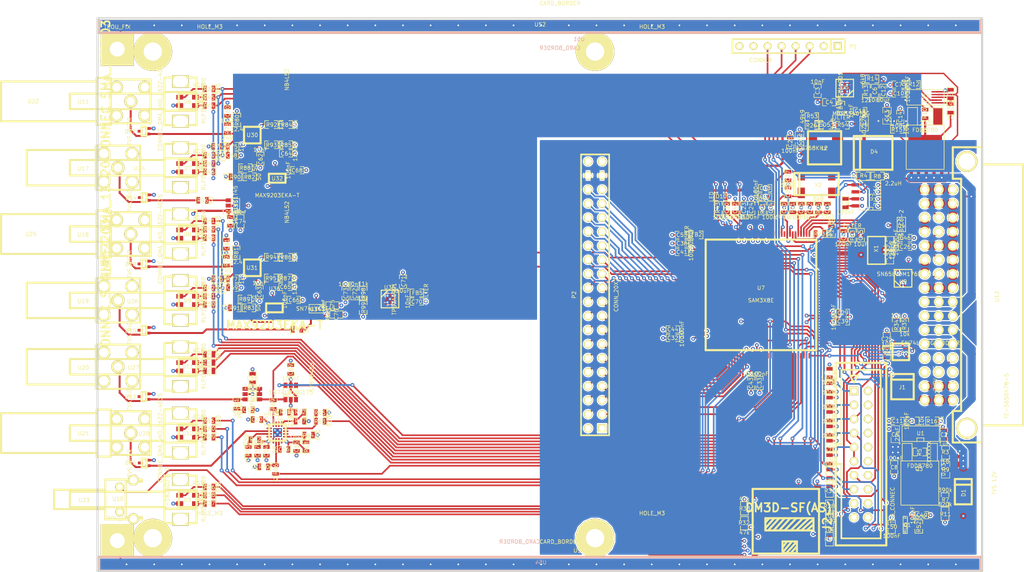
<source format=kicad_pcb>
(kicad_pcb (version 3) (host pcbnew "(2013-07-07 BZR 4022)-stable")
  (title_block (title module_template))
  (layers (15 Dessus signal) (2 Interne3 signal hide) (1 Interne2 signal hide) (0 Dessous signal hide))
  (net 0 "")
  (net 1 +12V)
  (net 2 +2.5V)
  (net 3 +3.3V)
  (net 4 +3.3VADC)
  (net 5 +5V)
  (net 6 /CH1_IN)
  (net 7 /CH1_OUT)
  (net 8 /CH2_IN)
  (net 9 /CH2_OUT)
  (net 10 /MUX_OUT)
  (net 11 /TTL_IN)
  (net 12 "/template core easyphi/1.8V_uC")
  (net 13 "/template core easyphi/12V_DETECT")
  (net 14 "/template core easyphi/12V_EN")
  (net 15 "/template core easyphi/12V_POK")
  (net 16 "/template core easyphi/5V_BP")
  (net 17 "/template core easyphi/5V_PGOOD")
  (net 18 "/template core easyphi/A18/SPI0_MISO/PA25")
  (net 19 "/template core easyphi/A19/SPI0_MOSI/PA26")
  (net 20 "/template core easyphi/AD0/NANDRDY/TIOA1/PA2")
  (net 21 "/template core easyphi/AD10/PWML1/RF/PB17")
  (net 22 "/template core easyphi/AD11/PWML2/RD/PB18")
  (net 23 "/template core easyphi/AD12/PWML3/RK/PB19")
  (net 24 "/template core easyphi/AD13/SPI0_NPCS1/TXD2/PB20")
  (net 25 "/template core easyphi/AD14/WKUP13/SPI0_NPCS2/RXD2/PB21")
  (net 26 "/template core easyphi/AD2/NWAIT/TCLK1/PA4")
  (net 27 "/template core easyphi/AD3/NCS0/TIOB2/PA6")
  (net 28 "/template core easyphi/AD8/PWMH0/TWD1/PB12")
  (net 29 "/template core easyphi/AD9/PWMH1/TWCK1/PB13")
  (net 30 "/template core easyphi/CLK10_IN")
  (net 31 "/template core easyphi/CLK_10M")
  (net 32 "/template core easyphi/DAC1/PWML0/TCLK5/PB16")
  (net 33 "/template core easyphi/ECOL/D11/PC13")
  (net 34 "/template core easyphi/ECRS/D8/PC10")
  (net 35 "/template core easyphi/ECRSDV/ERXDV/PB4")
  (net 36 "/template core easyphi/EMDC/PB8")
  (net 37 "/template core easyphi/EMDI0/PB9")
  (net 38 "/template core easyphi/ERASE_ARD")
  (net 39 "/template core easyphi/EREXER/PB7")
  (net 40 "/template core easyphi/ERX0/PB5")
  (net 41 "/template core easyphi/ERX1/PB6")
  (net 42 "/template core easyphi/ERX2/D9/PC11")
  (net 43 "/template core easyphi/ERX3/D10/PC12")
  (net 44 "/template core easyphi/ERXCK/D12/PC14")
  (net 45 "/template core easyphi/ETX0/PB2")
  (net 46 "/template core easyphi/ETX1/PB3")
  (net 47 "/template core easyphi/ETX2/D13/PC15")
  (net 48 "/template core easyphi/ETX3/D14/PC16")
  (net 49 "/template core easyphi/ETXCK/EREFCK/PB0")
  (net 50 "/template core easyphi/ETXEN/PB1")
  (net 51 "/template core easyphi/ETXER/D15/PC17")
  (net 52 "/template core easyphi/EXT_SYNC1")
  (net 53 "/template core easyphi/I2CSCL")
  (net 54 "/template core easyphi/I2CSDA")
  (net 55 "/template core easyphi/NRD/SPI0_NPCS1/PA29")
  (net 56 "/template core easyphi/PCK0/RTS2/PB22")
  (net 57 "/template core easyphi/PWMH1/D3/PC5")
  (net 58 "/template core easyphi/PWMH2/CANTX1/PB14")
  (net 59 "/template core easyphi/PWMH2/D5/PC7")
  (net 60 "/template core easyphi/PWMH3/D7/PC9")
  (net 61 "/template core easyphi/PWMH3/UTXD/PA9")
  (net 62 "/template core easyphi/PWMH4/NANDWE/PC20")
  (net 63 "/template core easyphi/PWMH5/NANDOE/PC19")
  (net 64 "/template core easyphi/PWMH6/NWE/NWR0/PC18")
  (net 65 "/template core easyphi/PWML1/D2/PC4")
  (net 66 "/template core easyphi/PWML4/NBS0/A10/PC21")
  (net 67 "/template core easyphi/PWML5/A1/PC22")
  (net 68 "/template core easyphi/PWML6/A2/PC23")
  (net 69 "/template core easyphi/PWML7/A3/PC24")
  (net 70 "/template core easyphi/P_SD")
  (net 71 "/template core easyphi/RCB_1")
  (net 72 "/template core easyphi/RCB_2")
  (net 73 "/template core easyphi/RST_ARD")
  (net 74 "/template core easyphi/SYNC_STATE")
  (net 75 "/template core easyphi/SYNC_nOE")
  (net 76 "/template core easyphi/SYNC_nRST")
  (net 77 "/template core easyphi/TCLK6/A6/PC27")
  (net 78 "/template core easyphi/TIOA6/A4/PC25")
  (net 79 "/template core easyphi/TIOA7/A7/PC28")
  (net 80 "/template core easyphi/TIOB6/A5/PC26")
  (net 81 "/template core easyphi/USB_D+")
  (net 82 "/template core easyphi/USB_D+_CON")
  (net 83 "/template core easyphi/USB_D-")
  (net 84 "/template core easyphi/USB_D-_CON")
  (net 85 "/template core easyphi/USR_BUTTN")
  (net 86 "/template core easyphi/USR_LED1")
  (net 87 "/template core easyphi/USR_LED2")
  (net 88 "/template core easyphi/USR_LED3")
  (net 89 "/template core easyphi/VDD_PLL")
  (net 90 "/template core easyphi/VMCI")
  (net 91 "/template core easyphi/WKUP10/A20/SPI0_SPCK/PA27")
  (net 92 "/template core easyphi/WKUP11/PCK2/SPI0_NPCS0/PA28")
  (net 93 "/template core easyphi/WKUP4/PWMH0/URXD/PA8")
  (net 94 "/template core easyphi/WKUP5/DATRG/RXD0/PA10")
  (net 95 "/template core easyphi/nCLK_10M_CON")
  (net 96 "/template core easyphi/uSD_DET")
  (net 97 GND)
  (net 98 N-00000100)
  (net 99 N-00000101)
  (net 100 N-00000102)
  (net 101 N-00000103)
  (net 102 N-00000104)
  (net 103 N-00000105)
  (net 104 N-00000113)
  (net 105 N-00000117)
  (net 106 N-00000118)
  (net 107 N-00000119)
  (net 108 N-0000012)
  (net 109 N-00000122)
  (net 110 N-00000123)
  (net 111 N-00000124)
  (net 112 N-00000127)
  (net 113 N-00000128)
  (net 114 N-00000129)
  (net 115 N-00000130)
  (net 116 N-00000131)
  (net 117 N-00000135)
  (net 118 N-00000136)
  (net 119 N-00000138)
  (net 120 N-00000139)
  (net 121 N-00000140)
  (net 122 N-00000145)
  (net 123 N-00000146)
  (net 124 N-00000147)
  (net 125 N-00000148)
  (net 126 N-00000149)
  (net 127 N-00000153)
  (net 128 N-00000156)
  (net 129 N-00000157)
  (net 130 N-00000158)
  (net 131 N-00000159)
  (net 132 N-00000160)
  (net 133 N-00000161)
  (net 134 N-00000162)
  (net 135 N-00000163)
  (net 136 N-00000165)
  (net 137 N-00000167)
  (net 138 N-00000168)
  (net 139 N-00000169)
  (net 140 N-00000171)
  (net 141 N-00000173)
  (net 142 N-00000175)
  (net 143 N-00000178)
  (net 144 N-00000179)
  (net 145 N-00000180)
  (net 146 N-00000181)
  (net 147 N-00000182)
  (net 148 N-00000183)
  (net 149 N-00000186)
  (net 150 N-0000019)
  (net 151 N-00000191)
  (net 152 N-00000192)
  (net 153 N-00000193)
  (net 154 N-00000195)
  (net 155 N-00000196)
  (net 156 N-00000197)
  (net 157 N-00000199)
  (net 158 N-00000201)
  (net 159 N-00000202)
  (net 160 N-00000206)
  (net 161 N-00000207)
  (net 162 N-00000208)
  (net 163 N-00000209)
  (net 164 N-00000211)
  (net 165 N-00000212)
  (net 166 N-00000214)
  (net 167 N-00000215)
  (net 168 N-00000216)
  (net 169 N-00000217)
  (net 170 N-0000022)
  (net 171 N-00000221)
  (net 172 N-00000222)
  (net 173 N-00000228)
  (net 174 N-00000231)
  (net 175 N-00000240)
  (net 176 N-00000241)
  (net 177 N-0000025)
  (net 178 N-0000027)
  (net 179 N-0000028)
  (net 180 N-0000029)
  (net 181 N-0000032)
  (net 182 N-0000039)
  (net 183 N-0000040)
  (net 184 N-000005)
  (net 185 N-000006)
  (net 186 N-000008)
  (module card_border (layer Dessus) (at 130 51.3)
    (fp_text reference U52)
    (fp_text value CARD_BORDER)
    (pad 1 smd rect (at 0 0) (size 159 2) (layers Dessus Dessus.Pate Dessus.Masque) (net 97 GND))
  )
  (module LQFP-144 (layer Dessus) (at 170 100 180)
    (fp_text reference U7)
    (fp_text value SAM3X8E)
    (pad 1 smd rect (at -11 -8.75 180) (size 1 0.3) (layers Dessus Dessus.Pate Dessus.Masque) (net 31 "/template core easyphi/CLK_10M"))
    (pad 2 smd rect (at -11 -8.25 180) (size 1 0.3) (layers Dessus Dessus.Pate Dessus.Masque) (net 61 "/template core easyphi/PWMH3/UTXD/PA9"))
    (pad 3 smd rect (at -11 -7.75 180) (size 1 0.3) (layers Dessus Dessus.Pate Dessus.Masque) (net 94 "/template core easyphi/WKUP5/DATRG/RXD0/PA10"))
    (pad 4 smd rect (at -11 -7.25 180) (size 1 0.3) (layers Dessus Dessus.Pate Dessus.Masque))
    (pad 5 smd rect (at -11 -6.75 180) (size 1 0.3) (layers Dessus Dessus.Pate Dessus.Masque) (net 86 "/template core easyphi/USR_LED1"))
    (pad 6 smd rect (at -11 -6.25 180) (size 1 0.3) (layers Dessus Dessus.Pate Dessus.Masque) (net 88 "/template core easyphi/USR_LED3"))
    (pad 7 smd rect (at -11 -5.75 180) (size 1 0.3) (layers Dessus Dessus.Pate Dessus.Masque))
    (pad 8 smd rect (at -11 -5.25 180) (size 1 0.3) (layers Dessus Dessus.Pate Dessus.Masque))
    (pad 9 smd rect (at -11 -4.75 180) (size 1 0.3) (layers Dessus Dessus.Pate Dessus.Masque) (net 54 "/template core easyphi/I2CSDA"))
    (pad 10 smd rect (at -11 -4.25 180) (size 1 0.3) (layers Dessus Dessus.Pate Dessus.Masque) (net 12 "/template core easyphi/1.8V_uC"))
    (pad 11 smd rect (at -11 -3.75 180) (size 1 0.3) (layers Dessus Dessus.Pate Dessus.Masque) (net 3 +3.3V))
    (pad 12 smd rect (at -11 -3.25 180) (size 1 0.3) (layers Dessus Dessus.Pate Dessus.Masque) (net 97 GND))
    (pad 13 smd rect (at -11 -2.75 180) (size 1 0.3) (layers Dessus Dessus.Pate Dessus.Masque))
    (pad 14 smd rect (at -11 -2.25 180) (size 1 0.3) (layers Dessus Dessus.Pate Dessus.Masque))
    (pad 15 smd rect (at -11 -1.75 180) (size 1 0.3) (layers Dessus Dessus.Pate Dessus.Masque))
    (pad 16 smd rect (at -11 -1.25 180) (size 1 0.3) (layers Dessus Dessus.Pate Dessus.Masque))
    (pad 17 smd rect (at -11 -0.75 180) (size 1 0.3) (layers Dessus Dessus.Pate Dessus.Masque))
    (pad 18 smd rect (at -11 -0.25 180) (size 1 0.3) (layers Dessus Dessus.Pate Dessus.Masque))
    (pad 19 smd rect (at -11 0.25 180) (size 1 0.3) (layers Dessus Dessus.Pate Dessus.Masque))
    (pad 20 smd rect (at -11 0.75 180) (size 1 0.3) (layers Dessus Dessus.Pate Dessus.Masque) (net 96 "/template core easyphi/uSD_DET"))
    (pad 21 smd rect (at -11 1.25 180) (size 1 0.3) (layers Dessus Dessus.Pate Dessus.Masque) (net 15 "/template core easyphi/12V_POK"))
    (pad 22 smd rect (at -11 1.75 180) (size 1 0.3) (layers Dessus Dessus.Pate Dessus.Masque) (net 14 "/template core easyphi/12V_EN"))
    (pad 23 smd rect (at -11 2.25 180) (size 1 0.3) (layers Dessus Dessus.Pate Dessus.Masque) (net 87 "/template core easyphi/USR_LED2"))
    (pad 24 smd rect (at -11 2.75 180) (size 1 0.3) (layers Dessus Dessus.Pate Dessus.Masque) (net 13 "/template core easyphi/12V_DETECT"))
    (pad 25 smd rect (at -11 3.25 180) (size 1 0.3) (layers Dessus Dessus.Pate Dessus.Masque) (net 76 "/template core easyphi/SYNC_nRST"))
    (pad 26 smd rect (at -11 3.75 180) (size 1 0.3) (layers Dessus Dessus.Pate Dessus.Masque) (net 75 "/template core easyphi/SYNC_nOE"))
    (pad 27 smd rect (at -11 4.25 180) (size 1 0.3) (layers Dessus Dessus.Pate Dessus.Masque) (net 93 "/template core easyphi/WKUP4/PWMH0/URXD/PA8"))
    (pad 28 smd rect (at -11 4.75 180) (size 1 0.3) (layers Dessus Dessus.Pate Dessus.Masque) (net 138 N-00000168))
    (pad 29 smd rect (at -11 5.25 180) (size 1 0.3) (layers Dessus Dessus.Pate Dessus.Masque) (net 139 N-00000169))
    (pad 30 smd rect (at -11 5.75 180) (size 1 0.3) (layers Dessus Dessus.Pate Dessus.Masque) (net 153 N-00000193))
    (pad 31 smd rect (at -11 6.25 180) (size 1 0.3) (layers Dessus Dessus.Pate Dessus.Masque) (net 132 N-00000160))
    (pad 32 smd rect (at -11 6.75 180) (size 1 0.3) (layers Dessus Dessus.Pate Dessus.Masque) (net 74 "/template core easyphi/SYNC_STATE"))
    (pad 33 smd rect (at -11 7.25 180) (size 1 0.3) (layers Dessus Dessus.Pate Dessus.Masque) (net 97 GND))
    (pad 34 smd rect (at -11 7.75 180) (size 1 0.3) (layers Dessus Dessus.Pate Dessus.Masque) (net 89 "/template core easyphi/VDD_PLL"))
    (pad 35 smd rect (at -11 8.25 180) (size 1 0.3) (layers Dessus Dessus.Pate Dessus.Masque) (net 176 N-00000241))
    (pad 36 smd rect (at -11 8.75 180) (size 1 0.3) (layers Dessus Dessus.Pate Dessus.Masque) (net 175 N-00000240))
    (pad 37 smd rect (at -8.75 11 270) (size 1 0.3) (layers Dessus Dessus.Pate Dessus.Masque) (net 81 "/template core easyphi/USB_D+"))
    (pad 38 smd rect (at -8.25 11 270) (size 1 0.3) (layers Dessus Dessus.Pate Dessus.Masque) (net 83 "/template core easyphi/USB_D-"))
    (pad 39 smd rect (at -7.75 11 270) (size 1 0.3) (layers Dessus Dessus.Pate Dessus.Masque) (net 16 "/template core easyphi/5V_BP"))
    (pad 40 smd rect (at -7.25 11 270) (size 1 0.3) (layers Dessus Dessus.Pate Dessus.Masque) (net 156 N-00000197))
    (pad 41 smd rect (at -6.75 11 270) (size 1 0.3) (layers Dessus Dessus.Pate Dessus.Masque) (net 155 N-00000196))
    (pad 42 smd rect (at -6.25 11 270) (size 1 0.3) (layers Dessus Dessus.Pate Dessus.Masque) (net 134 N-00000162))
    (pad 43 smd rect (at -5.75 11 270) (size 1 0.3) (layers Dessus Dessus.Pate Dessus.Masque) (net 165 N-00000212))
    (pad 44 smd rect (at -5.25 11 270) (size 1 0.3) (layers Dessus Dessus.Pate Dessus.Masque) (net 97 GND))
    (pad 45 smd rect (at -4.75 11 270) (size 1 0.3) (layers Dessus Dessus.Pate Dessus.Masque) (net 12 "/template core easyphi/1.8V_uC"))
    (pad 46 smd rect (at -4.25 11 270) (size 1 0.3) (layers Dessus Dessus.Pate Dessus.Masque))
    (pad 47 smd rect (at -3.75 11 270) (size 1 0.3) (layers Dessus Dessus.Pate Dessus.Masque) (net 73 "/template core easyphi/RST_ARD"))
    (pad 48 smd rect (at -3.25 11 270) (size 1 0.3) (layers Dessus Dessus.Pate Dessus.Masque) (net 174 N-00000231))
    (pad 49 smd rect (at -2.75 11 270) (size 1 0.3) (layers Dessus Dessus.Pate Dessus.Masque) (net 173 N-00000228))
    (pad 50 smd rect (at -2.25 11 270) (size 1 0.3) (layers Dessus Dessus.Pate Dessus.Masque))
    (pad 51 smd rect (at -1.75 11 270) (size 1 0.3) (layers Dessus Dessus.Pate Dessus.Masque))
    (pad 52 smd rect (at -1.25 11 270) (size 1 0.3) (layers Dessus Dessus.Pate Dessus.Masque) (net 3 +3.3V))
    (pad 53 smd rect (at -0.75 11 270) (size 1 0.3) (layers Dessus Dessus.Pate Dessus.Masque) (net 131 N-00000159))
    (pad 54 smd rect (at -0.25 11 270) (size 1 0.3) (layers Dessus Dessus.Pate Dessus.Masque) (net 97 GND))
    (pad 55 smd rect (at 0.25 11 270) (size 1 0.3) (layers Dessus Dessus.Pate Dessus.Masque))
    (pad 56 smd rect (at 0.75 11 270) (size 1 0.3) (layers Dessus Dessus.Pate Dessus.Masque) (net 12 "/template core easyphi/1.8V_uC"))
    (pad 57 smd rect (at 1.25 11 270) (size 1 0.3) (layers Dessus Dessus.Pate Dessus.Masque) (net 3 +3.3V))
    (pad 58 smd rect (at 1.75 11 270) (size 1 0.3) (layers Dessus Dessus.Pate Dessus.Masque) (net 97 GND))
    (pad 59 smd rect (at 2.25 11 270) (size 1 0.3) (layers Dessus Dessus.Pate Dessus.Masque))
    (pad 60 smd rect (at 2.75 11 270) (size 1 0.3) (layers Dessus Dessus.Pate Dessus.Masque))
    (pad 61 smd rect (at 3.25 11 270) (size 1 0.3) (layers Dessus Dessus.Pate Dessus.Masque) (net 12 "/template core easyphi/1.8V_uC"))
    (pad 62 smd rect (at 3.75 11 270) (size 1 0.3) (layers Dessus Dessus.Pate Dessus.Masque) (net 3 +3.3V))
    (pad 63 smd rect (at 4.25 11 270) (size 1 0.3) (layers Dessus Dessus.Pate Dessus.Masque) (net 57 "/template core easyphi/PWMH1/D3/PC5"))
    (pad 64 smd rect (at 4.75 11 270) (size 1 0.3) (layers Dessus Dessus.Pate Dessus.Masque))
    (pad 65 smd rect (at 5.25 11 270) (size 1 0.3) (layers Dessus Dessus.Pate Dessus.Masque) (net 59 "/template core easyphi/PWMH2/D5/PC7"))
    (pad 66 smd rect (at 5.75 11 270) (size 1 0.3) (layers Dessus Dessus.Pate Dessus.Masque))
    (pad 67 smd rect (at 6.25 11 270) (size 1 0.3) (layers Dessus Dessus.Pate Dessus.Masque) (net 60 "/template core easyphi/PWMH3/D7/PC9"))
    (pad 68 smd rect (at 6.75 11 270) (size 1 0.3) (layers Dessus Dessus.Pate Dessus.Masque) (net 152 N-00000192))
    (pad 69 smd rect (at 7.25 11 270) (size 1 0.3) (layers Dessus Dessus.Pate Dessus.Masque) (net 137 N-00000167))
    (pad 70 smd rect (at 7.75 11 270) (size 1 0.3) (layers Dessus Dessus.Pate Dessus.Masque) (net 53 "/template core easyphi/I2CSCL"))
    (pad 71 smd rect (at 8.25 11 270) (size 1 0.3) (layers Dessus Dessus.Pate Dessus.Masque) (net 143 N-00000178))
    (pad 72 smd rect (at 8.75 11 270) (size 1 0.3) (layers Dessus Dessus.Pate Dessus.Masque) (net 168 N-00000216))
    (pad 73 smd rect (at 11 8.75 180) (size 1 0.3) (layers Dessus Dessus.Pate Dessus.Masque) (net 154 N-00000195))
    (pad 74 smd rect (at 11 8.25 180) (size 1 0.3) (layers Dessus Dessus.Pate Dessus.Masque) (net 97 GND))
    (pad 75 smd rect (at 11 7.75 180) (size 1 0.3) (layers Dessus Dessus.Pate Dessus.Masque) (net 4 +3.3VADC))
    (pad 76 smd rect (at 11 7.25 180) (size 1 0.3) (layers Dessus Dessus.Pate Dessus.Masque))
    (pad 77 smd rect (at 11 6.75 180) (size 1 0.3) (layers Dessus Dessus.Pate Dessus.Masque) (net 32 "/template core easyphi/DAC1/PWML0/TCLK5/PB16"))
    (pad 78 smd rect (at 11 6.25 180) (size 1 0.3) (layers Dessus Dessus.Pate Dessus.Masque))
    (pad 79 smd rect (at 11 5.75 180) (size 1 0.3) (layers Dessus Dessus.Pate Dessus.Masque) (net 166 N-00000214))
    (pad 80 smd rect (at 11 5.25 180) (size 1 0.3) (layers Dessus Dessus.Pate Dessus.Masque) (net 145 N-00000180))
    (pad 81 smd rect (at 11 4.75 180) (size 1 0.3) (layers Dessus Dessus.Pate Dessus.Masque) (net 167 N-00000215))
    (pad 82 smd rect (at 11 4.25 180) (size 1 0.3) (layers Dessus Dessus.Pate Dessus.Masque) (net 27 "/template core easyphi/AD3/NCS0/TIOB2/PA6"))
    (pad 83 smd rect (at 11 3.75 180) (size 1 0.3) (layers Dessus Dessus.Pate Dessus.Masque) (net 26 "/template core easyphi/AD2/NWAIT/TCLK1/PA4"))
    (pad 84 smd rect (at 11 3.25 180) (size 1 0.3) (layers Dessus Dessus.Pate Dessus.Masque))
    (pad 85 smd rect (at 11 2.75 180) (size 1 0.3) (layers Dessus Dessus.Pate Dessus.Masque) (net 20 "/template core easyphi/AD0/NANDRDY/TIOA1/PA2"))
    (pad 86 smd rect (at 11 2.25 180) (size 1 0.3) (layers Dessus Dessus.Pate Dessus.Masque) (net 28 "/template core easyphi/AD8/PWMH0/TWD1/PB12"))
    (pad 87 smd rect (at 11 1.75 180) (size 1 0.3) (layers Dessus Dessus.Pate Dessus.Masque) (net 29 "/template core easyphi/AD9/PWMH1/TWCK1/PB13"))
    (pad 88 smd rect (at 11 1.25 180) (size 1 0.3) (layers Dessus Dessus.Pate Dessus.Masque) (net 21 "/template core easyphi/AD10/PWML1/RF/PB17"))
    (pad 89 smd rect (at 11 0.75 180) (size 1 0.3) (layers Dessus Dessus.Pate Dessus.Masque) (net 22 "/template core easyphi/AD11/PWML2/RD/PB18"))
    (pad 90 smd rect (at 11 0.25 180) (size 1 0.3) (layers Dessus Dessus.Pate Dessus.Masque) (net 23 "/template core easyphi/AD12/PWML3/RK/PB19"))
    (pad 91 smd rect (at 11 -0.25 180) (size 1 0.3) (layers Dessus Dessus.Pate Dessus.Masque) (net 24 "/template core easyphi/AD13/SPI0_NPCS1/TXD2/PB20"))
    (pad 92 smd rect (at 11 -0.75 180) (size 1 0.3) (layers Dessus Dessus.Pate Dessus.Masque) (net 25 "/template core easyphi/AD14/WKUP13/SPI0_NPCS2/RXD2/PB21"))
    (pad 93 smd rect (at 11 -1.25 180) (size 1 0.3) (layers Dessus Dessus.Pate Dessus.Masque) (net 42 "/template core easyphi/ERX2/D9/PC11"))
    (pad 94 smd rect (at 11 -1.75 180) (size 1 0.3) (layers Dessus Dessus.Pate Dessus.Masque) (net 43 "/template core easyphi/ERX3/D10/PC12"))
    (pad 95 smd rect (at 11 -2.25 180) (size 1 0.3) (layers Dessus Dessus.Pate Dessus.Masque) (net 33 "/template core easyphi/ECOL/D11/PC13"))
    (pad 96 smd rect (at 11 -2.75 180) (size 1 0.3) (layers Dessus Dessus.Pate Dessus.Masque) (net 44 "/template core easyphi/ERXCK/D12/PC14"))
    (pad 97 smd rect (at 11 -3.25 180) (size 1 0.3) (layers Dessus Dessus.Pate Dessus.Masque) (net 47 "/template core easyphi/ETX2/D13/PC15"))
    (pad 98 smd rect (at 11 -3.75 180) (size 1 0.3) (layers Dessus Dessus.Pate Dessus.Masque) (net 48 "/template core easyphi/ETX3/D14/PC16"))
    (pad 99 smd rect (at 11 -4.25 180) (size 1 0.3) (layers Dessus Dessus.Pate Dessus.Masque) (net 51 "/template core easyphi/ETXER/D15/PC17"))
    (pad 100 smd rect (at 11 -4.75 180) (size 1 0.3) (layers Dessus Dessus.Pate Dessus.Masque) (net 64 "/template core easyphi/PWMH6/NWE/NWR0/PC18"))
    (pad 101 smd rect (at 11 -5.25 180) (size 1 0.3) (layers Dessus Dessus.Pate Dessus.Masque) (net 63 "/template core easyphi/PWMH5/NANDOE/PC19"))
    (pad 102 smd rect (at 11 -5.75 180) (size 1 0.3) (layers Dessus Dessus.Pate Dessus.Masque) (net 58 "/template core easyphi/PWMH2/CANTX1/PB14"))
    (pad 103 smd rect (at 11 -6.25 180) (size 1 0.3) (layers Dessus Dessus.Pate Dessus.Masque))
    (pad 104 smd rect (at 11 -6.75 180) (size 1 0.3) (layers Dessus Dessus.Pate Dessus.Masque) (net 12 "/template core easyphi/1.8V_uC"))
    (pad 105 smd rect (at 11 -7.25 180) (size 1 0.3) (layers Dessus Dessus.Pate Dessus.Masque) (net 3 +3.3V))
    (pad 106 smd rect (at 11 -7.75 180) (size 1 0.3) (layers Dessus Dessus.Pate Dessus.Masque) (net 97 GND))
    (pad 107 smd rect (at 11 -8.25 180) (size 1 0.3) (layers Dessus Dessus.Pate Dessus.Masque) (net 144 N-00000179))
    (pad 108 smd rect (at 11 -8.75 180) (size 1 0.3) (layers Dessus Dessus.Pate Dessus.Masque) (net 18 "/template core easyphi/A18/SPI0_MISO/PA25"))
    (pad 109 smd rect (at 8.75 -11 270) (size 1 0.3) (layers Dessus Dessus.Pate Dessus.Masque) (net 19 "/template core easyphi/A19/SPI0_MOSI/PA26"))
    (pad 110 smd rect (at 8.25 -11 270) (size 1 0.3) (layers Dessus Dessus.Pate Dessus.Masque) (net 91 "/template core easyphi/WKUP10/A20/SPI0_SPCK/PA27"))
    (pad 111 smd rect (at 7.75 -11 270) (size 1 0.3) (layers Dessus Dessus.Pate Dessus.Masque) (net 92 "/template core easyphi/WKUP11/PCK2/SPI0_NPCS0/PA28"))
    (pad 112 smd rect (at 7.25 -11 270) (size 1 0.3) (layers Dessus Dessus.Pate Dessus.Masque) (net 55 "/template core easyphi/NRD/SPI0_NPCS1/PA29"))
    (pad 113 smd rect (at 6.75 -11 270) (size 1 0.3) (layers Dessus Dessus.Pate Dessus.Masque) (net 49 "/template core easyphi/ETXCK/EREFCK/PB0"))
    (pad 114 smd rect (at 6.25 -11 270) (size 1 0.3) (layers Dessus Dessus.Pate Dessus.Masque) (net 50 "/template core easyphi/ETXEN/PB1"))
    (pad 115 smd rect (at 5.75 -11 270) (size 1 0.3) (layers Dessus Dessus.Pate Dessus.Masque) (net 45 "/template core easyphi/ETX0/PB2"))
    (pad 116 smd rect (at 5.25 -11 270) (size 1 0.3) (layers Dessus Dessus.Pate Dessus.Masque) (net 65 "/template core easyphi/PWML1/D2/PC4"))
    (pad 117 smd rect (at 4.75 -11 270) (size 1 0.3) (layers Dessus Dessus.Pate Dessus.Masque) (net 34 "/template core easyphi/ECRS/D8/PC10"))
    (pad 118 smd rect (at 4.25 -11 270) (size 1 0.3) (layers Dessus Dessus.Pate Dessus.Masque) (net 46 "/template core easyphi/ETX1/PB3"))
    (pad 119 smd rect (at 3.75 -11 270) (size 1 0.3) (layers Dessus Dessus.Pate Dessus.Masque) (net 35 "/template core easyphi/ECRSDV/ERXDV/PB4"))
    (pad 120 smd rect (at 3.25 -11 270) (size 1 0.3) (layers Dessus Dessus.Pate Dessus.Masque) (net 40 "/template core easyphi/ERX0/PB5"))
    (pad 121 smd rect (at 2.75 -11 270) (size 1 0.3) (layers Dessus Dessus.Pate Dessus.Masque) (net 41 "/template core easyphi/ERX1/PB6"))
    (pad 122 smd rect (at 2.25 -11 270) (size 1 0.3) (layers Dessus Dessus.Pate Dessus.Masque) (net 39 "/template core easyphi/EREXER/PB7"))
    (pad 123 smd rect (at 1.75 -11 270) (size 1 0.3) (layers Dessus Dessus.Pate Dessus.Masque) (net 36 "/template core easyphi/EMDC/PB8"))
    (pad 124 smd rect (at 1.25 -11 270) (size 1 0.3) (layers Dessus Dessus.Pate Dessus.Masque) (net 12 "/template core easyphi/1.8V_uC"))
    (pad 125 smd rect (at 0.75 -11 270) (size 1 0.3) (layers Dessus Dessus.Pate Dessus.Masque) (net 3 +3.3V))
    (pad 126 smd rect (at 0.25 -11 270) (size 1 0.3) (layers Dessus Dessus.Pate Dessus.Masque) (net 97 GND))
    (pad 127 smd rect (at -0.25 -11 270) (size 1 0.3) (layers Dessus Dessus.Pate Dessus.Masque) (net 37 "/template core easyphi/EMDI0/PB9"))
    (pad 128 smd rect (at -0.75 -11 270) (size 1 0.3) (layers Dessus Dessus.Pate Dessus.Masque))
    (pad 129 smd rect (at -1.25 -11 270) (size 1 0.3) (layers Dessus Dessus.Pate Dessus.Masque))
    (pad 130 smd rect (at -1.75 -11 270) (size 1 0.3) (layers Dessus Dessus.Pate Dessus.Masque) (net 38 "/template core easyphi/ERASE_ARD"))
    (pad 131 smd rect (at -2.25 -11 270) (size 1 0.3) (layers Dessus Dessus.Pate Dessus.Masque) (net 62 "/template core easyphi/PWMH4/NANDWE/PC20"))
    (pad 132 smd rect (at -2.75 -11 270) (size 1 0.3) (layers Dessus Dessus.Pate Dessus.Masque) (net 66 "/template core easyphi/PWML4/NBS0/A10/PC21"))
    (pad 133 smd rect (at -3.25 -11 270) (size 1 0.3) (layers Dessus Dessus.Pate Dessus.Masque) (net 67 "/template core easyphi/PWML5/A1/PC22"))
    (pad 134 smd rect (at -3.75 -11 270) (size 1 0.3) (layers Dessus Dessus.Pate Dessus.Masque) (net 68 "/template core easyphi/PWML6/A2/PC23"))
    (pad 135 smd rect (at -4.25 -11 270) (size 1 0.3) (layers Dessus Dessus.Pate Dessus.Masque) (net 69 "/template core easyphi/PWML7/A3/PC24"))
    (pad 136 smd rect (at -4.75 -11 270) (size 1 0.3) (layers Dessus Dessus.Pate Dessus.Masque) (net 78 "/template core easyphi/TIOA6/A4/PC25"))
    (pad 137 smd rect (at -5.25 -11 270) (size 1 0.3) (layers Dessus Dessus.Pate Dessus.Masque) (net 80 "/template core easyphi/TIOB6/A5/PC26"))
    (pad 138 smd rect (at -5.75 -11 270) (size 1 0.3) (layers Dessus Dessus.Pate Dessus.Masque) (net 77 "/template core easyphi/TCLK6/A6/PC27"))
    (pad 139 smd rect (at -6.25 -11 270) (size 1 0.3) (layers Dessus Dessus.Pate Dessus.Masque) (net 79 "/template core easyphi/TIOA7/A7/PC28"))
    (pad 140 smd rect (at -6.75 -11 270) (size 1 0.3) (layers Dessus Dessus.Pate Dessus.Masque) (net 58 "/template core easyphi/PWMH2/CANTX1/PB14"))
    (pad 141 smd rect (at -7.25 -11 270) (size 1 0.3) (layers Dessus Dessus.Pate Dessus.Masque) (net 56 "/template core easyphi/PCK0/RTS2/PB22"))
    (pad 142 smd rect (at -7.75 -11 270) (size 1 0.3) (layers Dessus Dessus.Pate Dessus.Masque) (net 85 "/template core easyphi/USR_BUTTN"))
    (pad 143 smd rect (at -8.25 -11 270) (size 1 0.3) (layers Dessus Dessus.Pate Dessus.Masque) (net 70 "/template core easyphi/P_SD"))
    (pad 144 smd rect (at -8.75 -11 270) (size 1 0.3) (layers Dessus Dessus.Pate Dessus.Masque) (net 74 "/template core easyphi/SYNC_STATE"))
  )
  (module SM0603_Capa (layer Dessus) (at 192.15 63.1 90)
    (fp_text reference C12)
    (fp_text value 10uF)
    (pad 1 smd rect (at -0.762 0 90) (size 0.635 1.143) (layers Dessus Dessus.Pate Dessus.Masque) (net 4 +3.3VADC))
    (pad 2 smd rect (at 0.762 0 90) (size 0.635 1.143) (layers Dessus Dessus.Pate Dessus.Masque) (net 97 GND))
  )
  (module SM0603_Capa (layer Dessus) (at 182.35 65.15 180)
    (fp_text reference C4)
    (fp_text value 10uF)
    (pad 1 smd rect (at -0.762 0 180) (size 0.635 1.143) (layers Dessus Dessus.Pate Dessus.Masque) (net 161 N-00000207))
    (pad 2 smd rect (at 0.762 0 180) (size 0.635 1.143) (layers Dessus Dessus.Pate Dessus.Masque) (net 97 GND))
  )
  (module SM0603_Capa (layer Dessus) (at 184.95 89.2 90)
    (fp_text reference C51)
    (fp_text value 100nF)
    (pad 1 smd rect (at -0.762 0 90) (size 0.635 1.143) (layers Dessus Dessus.Pate Dessus.Masque) (net 89 "/template core easyphi/VDD_PLL"))
    (pad 2 smd rect (at 0.762 0 90) (size 0.635 1.143) (layers Dessus Dessus.Pate Dessus.Masque) (net 97 GND))
  )
  (module SM0603_Capa (layer Dessus) (at 155.7 89.15 180)
    (fp_text reference C53)
    (fp_text value 10uF)
    (pad 1 smd rect (at -0.762 0 180) (size 0.635 1.143) (layers Dessus Dessus.Pate Dessus.Masque) (net 154 N-00000195))
    (pad 2 smd rect (at 0.762 0 180) (size 0.635 1.143) (layers Dessus Dessus.Pate Dessus.Masque) (net 97 GND))
  )
  (module SM0603_Capa (layer Dessus) (at 178.85 84.3 90)
    (fp_text reference C52)
    (fp_text value 10uF)
    (pad 1 smd rect (at -0.762 0 90) (size 0.635 1.143) (layers Dessus Dessus.Pate Dessus.Masque) (net 155 N-00000196))
    (pad 2 smd rect (at 0.762 0 90) (size 0.635 1.143) (layers Dessus Dessus.Pate Dessus.Masque) (net 97 GND))
  )
  (module SM0603_Resistor (layer Dessus) (at 162.75 82.25)
    (fp_text reference D10)
    (fp_text value LED)
    (pad 1 smd rect (at -0.762 0) (size 0.635 1.143) (layers Dessus Dessus.Pate Dessus.Masque) (net 151 N-00000191))
    (pad 2 smd rect (at 0.762 0) (size 0.635 1.143) (layers Dessus Dessus.Pate Dessus.Masque) (net 97 GND))
  )
  (module SM0603_Resistor (layer Dessus) (at 186.5 89.2 270)
    (fp_text reference FB3)
    (fp_text value FILTER)
    (pad 1 smd rect (at -0.762 0 270) (size 0.635 1.143) (layers Dessus Dessus.Pate Dessus.Masque) (net 12 "/template core easyphi/1.8V_uC"))
    (pad 2 smd rect (at 0.762 0 270) (size 0.635 1.143) (layers Dessus Dessus.Pate Dessus.Masque) (net 89 "/template core easyphi/VDD_PLL"))
  )
  (module SM0603_Resistor (layer Dessus) (at 184.45 66.2 90)
    (fp_text reference FB4)
    (fp_text value FILTER)
    (pad 1 smd rect (at -0.762 0 90) (size 0.635 1.143) (layers Dessus Dessus.Pate Dessus.Masque) (net 5 +5V))
    (pad 2 smd rect (at 0.762 0 90) (size 0.635 1.143) (layers Dessus Dessus.Pate Dessus.Masque) (net 161 N-00000207))
  )
  (module SM0603_Resistor (layer Dessus) (at 158.3 89.15)
    (fp_text reference FB2)
    (fp_text value FILTER)
    (pad 1 smd rect (at -0.762 0) (size 0.635 1.143) (layers Dessus Dessus.Pate Dessus.Masque) (net 154 N-00000195))
    (pad 2 smd rect (at 0.762 0) (size 0.635 1.143) (layers Dessus Dessus.Pate Dessus.Masque) (net 4 +3.3VADC))
  )
  (module SM0603_Resistor (layer Dessus) (at 175.75 84.3 90)
    (fp_text reference FB1)
    (fp_text value FILTER)
    (pad 1 smd rect (at -0.762 0 90) (size 0.635 1.143) (layers Dessus Dessus.Pate Dessus.Masque) (net 155 N-00000196))
    (pad 2 smd rect (at 0.762 0 90) (size 0.635 1.143) (layers Dessus Dessus.Pate Dessus.Masque) (net 3 +3.3V))
  )
  (module SM0603_Capa (layer Dessus) (at 193.65 141.95 90)
    (fp_text reference C50)
    (fp_text value 100nF)
    (pad 1 smd rect (at -0.762 0 90) (size 0.635 1.143) (layers Dessus Dessus.Pate Dessus.Masque) (net 90 "/template core easyphi/VMCI"))
    (pad 2 smd rect (at 0.762 0 90) (size 0.635 1.143) (layers Dessus Dessus.Pate Dessus.Masque) (net 97 GND))
  )
  (module SM0603_Capa (layer Dessus) (at 199.1 139.85)
    (fp_text reference C49)
    (fp_text value 100nF)
    (pad 1 smd rect (at -0.762 0) (size 0.635 1.143) (layers Dessus Dessus.Pate Dessus.Masque) (net 3 +3.3V))
    (pad 2 smd rect (at 0.762 0) (size 0.635 1.143) (layers Dessus Dessus.Pate Dessus.Masque) (net 97 GND))
  )
  (module SM0603_Resistor (layer Dessus) (at 198.55 141.9 270)
    (fp_text reference R52)
    (fp_text value 100k)
    (pad 1 smd rect (at -0.762 0 270) (size 0.635 1.143) (layers Dessus Dessus.Pate Dessus.Masque) (net 3 +3.3V))
    (pad 2 smd rect (at 0.762 0 270) (size 0.635 1.143) (layers Dessus Dessus.Pate Dessus.Masque) (net 70 "/template core easyphi/P_SD"))
  )
  (module SOT23GDS (layer Dessus) (at 196.1 141.6 270)
    (fp_text reference Q1)
    (fp_text value MOS_P)
    (pad S smd rect (at -0.889 -1.016 270) (size 0.9144 0.9144) (layers Dessus Dessus.Pate Dessus.Masque) (net 3 +3.3V))
    (pad G smd rect (at 0.889 -1.016 270) (size 0.9144 0.9144) (layers Dessus Dessus.Pate Dessus.Masque) (net 70 "/template core easyphi/P_SD"))
    (pad D smd rect (at 0 1.016 270) (size 0.9144 0.9144) (layers Dessus Dessus.Pate Dessus.Masque) (net 90 "/template core easyphi/VMCI"))
  )
  (module TVS_SMLVT (layer Dessus) (at 195.59778 116.60124 270)
    (fp_text reference D2)
    (fp_text value "3.3V TVS")
    (pad 2 smd rect (at -2.1209 0 270) (size 1.80086 2.17932) (layers Dessus Dessus.Pate Dessus.Masque) (net 52 "/template core easyphi/EXT_SYNC1"))
    (pad 1 smd rect (at 2.1209 0 270) (size 1.80086 2.17932) (layers Dessus Dessus.Pate Dessus.Masque) (net 97 GND))
  )
  (module ABS25 (layer Dessus) (at 180.05 79.95)
    (fp_text reference X2)
    (fp_text value 32.768KHz)
    (pad 1 smd rect (at -2.75082 1.6002) (size 1.30048 1.89992) (layers Dessus Dessus.Pate Dessus.Masque) (net 174 N-00000231))
    (pad 2 smd rect (at 2.75082 1.6002) (size 1.30048 1.89992) (layers Dessus Dessus.Pate Dessus.Masque))
    (pad 3 smd rect (at 2.75082 -1.6002) (size 1.30048 1.89992) (layers Dessus Dessus.Pate Dessus.Masque))
    (pad 4 smd rect (at -2.75082 -1.6002) (size 1.30048 1.89992) (layers Dessus Dessus.Pate Dessus.Masque) (net 173 N-00000228))
  )
  (module SM0603_Resistor (layer Dessus) (at 182.4 119.35 270)
    (fp_text reference R17)
    (fp_text value 100k)
    (pad 1 smd rect (at -0.762 0 270) (size 0.635 1.143) (layers Dessus Dessus.Pate Dessus.Masque) (net 3 +3.3V))
    (pad 2 smd rect (at 0.762 0 270) (size 0.635 1.143) (layers Dessus Dessus.Pate Dessus.Masque) (net 133 N-00000161))
  )
  (module SM0603_Resistor (layer Dessus) (at 182.4 132.35 270)
    (fp_text reference R22)
    (fp_text value 100k)
    (pad 1 smd rect (at -0.762 0 270) (size 0.635 1.143) (layers Dessus Dessus.Pate Dessus.Masque) (net 3 +3.3V))
    (pad 2 smd rect (at 0.762 0 270) (size 0.635 1.143) (layers Dessus Dessus.Pate Dessus.Masque) (net 137 N-00000167))
  )
  (module SM0603_Resistor (layer Dessus) (at 182.4 127.15 270)
    (fp_text reference R20)
    (fp_text value 100k)
    (pad 1 smd rect (at -0.762 0 270) (size 0.635 1.143) (layers Dessus Dessus.Pate Dessus.Masque) (net 3 +3.3V))
    (pad 2 smd rect (at 0.762 0 270) (size 0.635 1.143) (layers Dessus Dessus.Pate Dessus.Masque) (net 138 N-00000168))
  )
  (module SM0603_Resistor (layer Dessus) (at 182.4 124.55 270)
    (fp_text reference R19)
    (fp_text value 100k)
    (pad 1 smd rect (at -0.762 0 270) (size 0.635 1.143) (layers Dessus Dessus.Pate Dessus.Masque) (net 3 +3.3V))
    (pad 2 smd rect (at 0.762 0 270) (size 0.635 1.143) (layers Dessus Dessus.Pate Dessus.Masque) (net 132 N-00000160))
  )
  (module SM0603_Resistor (layer Dessus) (at 182.4 121.95 270)
    (fp_text reference R18)
    (fp_text value 100k)
    (pad 1 smd rect (at -0.762 0 270) (size 0.635 1.143) (layers Dessus Dessus.Pate Dessus.Masque) (net 3 +3.3V))
    (pad 2 smd rect (at 0.762 0 270) (size 0.635 1.143) (layers Dessus Dessus.Pate Dessus.Masque) (net 139 N-00000169))
  )
  (module uMAX-uSOP_10 (layer Dessus) (at 199.69734 64.26708 90)
    (fp_text reference U2)
    (fp_text value MAX5925D hide)
    (pad 1 smd rect (at -1.00076 2.10058 90) (size 0.24892 1.905) (layers Dessus Dessus.Pate Dessus.Masque) (net 164 N-00000211))
    (pad 2 smd rect (at -0.50038 2.10058 90) (size 0.24892 1.905) (layers Dessus Dessus.Pate Dessus.Masque) (net 136 N-00000165))
    (pad 3 smd rect (at 0 2.10058 90) (size 0.24892 1.905) (layers Dessus Dessus.Pate Dessus.Masque) (net 164 N-00000211))
    (pad 4 smd rect (at 0.50038 2.10058 90) (size 0.24892 1.905) (layers Dessus Dessus.Pate Dessus.Masque) (net 17 "/template core easyphi/5V_PGOOD"))
    (pad 5 smd rect (at 1.00076 2.10058 90) (size 0.24892 1.905) (layers Dessus Dessus.Pate Dessus.Masque) (net 97 GND))
    (pad 6 smd rect (at 1.00076 -2.10058 90) (size 0.24892 1.905) (layers Dessus Dessus.Pate Dessus.Masque) (net 162 N-00000208))
    (pad 7 smd rect (at 0.50038 -2.10058 90) (size 0.24892 1.905) (layers Dessus Dessus.Pate Dessus.Masque) (net 163 N-00000209))
    (pad 8 smd rect (at 0 -2.10058 90) (size 0.24892 1.905) (layers Dessus Dessus.Pate Dessus.Masque) (net 5 +5V))
    (pad 9 smd rect (at -0.50038 -2.10058 90) (size 0.24892 1.905) (layers Dessus Dessus.Pate Dessus.Masque) (net 5 +5V))
    (pad 10 smd rect (at -1.00076 -2.10058 90) (size 0.24892 1.905) (layers Dessus Dessus.Pate Dessus.Masque) (net 160 N-00000206))
  )
  (module uMAX-uSOP_10 (layer Dessus) (at 198.8312 125.11278 90)
    (fp_text reference U1)
    (fp_text value MAX5924D hide)
    (pad 1 smd rect (at -1.00076 2.10058 90) (size 0.24892 1.905) (layers Dessus Dessus.Pate Dessus.Masque) (net 147 N-00000182))
    (pad 2 smd rect (at -0.50038 2.10058 90) (size 0.24892 1.905) (layers Dessus Dessus.Pate Dessus.Masque) (net 147 N-00000182))
    (pad 3 smd rect (at 0 2.10058 90) (size 0.24892 1.905) (layers Dessus Dessus.Pate Dessus.Masque) (net 14 "/template core easyphi/12V_EN"))
    (pad 4 smd rect (at 0.50038 2.10058 90) (size 0.24892 1.905) (layers Dessus Dessus.Pate Dessus.Masque) (net 15 "/template core easyphi/12V_POK"))
    (pad 5 smd rect (at 1.00076 2.10058 90) (size 0.24892 1.905) (layers Dessus Dessus.Pate Dessus.Masque) (net 97 GND))
    (pad 6 smd rect (at 1.00076 -2.10058 90) (size 0.24892 1.905) (layers Dessus Dessus.Pate Dessus.Masque) (net 148 N-00000183))
    (pad 7 smd rect (at 0.50038 -2.10058 90) (size 0.24892 1.905) (layers Dessus Dessus.Pate Dessus.Masque) (net 159 N-00000202))
    (pad 8 smd rect (at 0 -2.10058 90) (size 0.24892 1.905) (layers Dessus Dessus.Pate Dessus.Masque) (net 1 +12V))
    (pad 9 smd rect (at -0.50038 -2.10058 90) (size 0.24892 1.905) (layers Dessus Dessus.Pate Dessus.Masque) (net 146 N-00000181))
    (pad 10 smd rect (at -1.00076 -2.10058 90) (size 0.24892 1.905) (layers Dessus Dessus.Pate Dessus.Masque) (net 72 "/template core easyphi/RCB_2"))
  )
  (module TVS_SMAJ (layer Dessus) (at 206.60106 135.60044 270)
    (fp_text reference D1)
    (fp_text value "TVS 12V")
    (pad 2 smd rect (at -2.1844 0 270) (size 2.159 1.905) (layers Dessus Dessus.Pate Dessus.Masque) (net 71 "/template core easyphi/RCB_1"))
    (pad 1 smd rect (at 2.1844 0 270) (size 2.159 1.905) (layers Dessus Dessus.Pate Dessus.Masque) (net 97 GND))
  )
  (module SOT23_6 (layer Dessus) (at 195.4 87.3 270)
    (fp_text reference U4)
    (fp_text value USBLC6-2)
    (pad 6 smd rect (at -0.9525 -1.27 270) (size 0.70104 1.00076) (layers Dessus Dessus.Pate Dessus.Masque) (net 84 "/template core easyphi/USB_D-_CON"))
    (pad 5 smd rect (at 0 -1.27 270) (size 0.70104 1.00076) (layers Dessus Dessus.Pate Dessus.Masque) (net 16 "/template core easyphi/5V_BP"))
    (pad 4 smd rect (at 0.9525 -1.27 270) (size 0.70104 1.00076) (layers Dessus Dessus.Pate Dessus.Masque) (net 82 "/template core easyphi/USB_D+_CON"))
    (pad 3 smd rect (at 0.9525 1.27 270) (size 0.70104 1.00076) (layers Dessus Dessus.Pate Dessus.Masque) (net 81 "/template core easyphi/USB_D+"))
    (pad 2 smd rect (at 0 1.27 270) (size 0.70104 1.00076) (layers Dessus Dessus.Pate Dessus.Masque) (net 97 GND))
    (pad 1 smd rect (at -0.9525 1.27 270) (size 0.70104 1.00076) (layers Dessus Dessus.Pate Dessus.Masque) (net 83 "/template core easyphi/USB_D-"))
  )
  (module SO8E (layer Dessus) (at 189.75 82 90)
    (fp_text reference U3)
    (fp_text value 24LC64)
    (pad 8 smd rect (at -1.905 -2.667 90) (size 0.59944 1.39954) (layers Dessus Dessus.Pate Dessus.Masque) (net 3 +3.3V))
    (pad 1 smd rect (at -1.905 2.667 90) (size 0.59944 1.39954) (layers Dessus Dessus.Pate Dessus.Masque) (net 97 GND))
    (pad 7 smd rect (at -0.635 -2.667 90) (size 0.59944 1.39954) (layers Dessus Dessus.Pate Dessus.Masque) (net 97 GND))
    (pad 6 smd rect (at 0.635 -2.667 90) (size 0.59944 1.39954) (layers Dessus Dessus.Pate Dessus.Masque) (net 53 "/template core easyphi/I2CSCL"))
    (pad 5 smd rect (at 1.905 -2.667 90) (size 0.59944 1.39954) (layers Dessus Dessus.Pate Dessus.Masque) (net 54 "/template core easyphi/I2CSDA"))
    (pad 2 smd rect (at -0.635 2.667 90) (size 0.59944 1.39954) (layers Dessus Dessus.Pate Dessus.Masque) (net 97 GND))
    (pad 3 smd rect (at 0.635 2.667 90) (size 0.59944 1.39954) (layers Dessus Dessus.Pate Dessus.Masque) (net 97 GND))
    (pad 4 smd rect (at 1.905 2.667 90) (size 0.59944 1.39954) (layers Dessus Dessus.Pate Dessus.Masque) (net 97 GND))
  )
  (module SM0805 (layer Dessus) (at 192.8 67.6 90)
    (fp_text reference C13)
    (fp_text value 22uF)
    (pad 1 smd rect (at -0.9525 0 90) (size 0.889 1.397) (layers Dessus Dessus.Pate Dessus.Masque) (net 5 +5V))
    (pad 2 smd rect (at 0.9525 0 90) (size 0.889 1.397) (layers Dessus Dessus.Pate Dessus.Masque) (net 97 GND))
  )
  (module SM0805 (layer Dessus) (at 194.2973 125.20168 90)
    (fp_text reference C5)
    (fp_text value 22uF)
    (pad 1 smd rect (at -0.9525 0 90) (size 0.889 1.397) (layers Dessus Dessus.Pate Dessus.Masque) (net 1 +12V))
    (pad 2 smd rect (at 0.9525 0 90) (size 0.889 1.397) (layers Dessus Dessus.Pate Dessus.Masque) (net 97 GND))
  )
  (module SM0805 (layer Dessus) (at 177 71.95 90)
    (fp_text reference C22)
    (fp_text value 22uF)
    (pad 1 smd rect (at -0.9525 0 90) (size 0.889 1.397) (layers Dessus Dessus.Pate Dessus.Masque) (net 3 +3.3V))
    (pad 2 smd rect (at 0.9525 0 90) (size 0.889 1.397) (layers Dessus Dessus.Pate Dessus.Masque) (net 97 GND))
  )
  (module SM0805 (layer Dessus) (at 203.39558 131.60248 270)
    (fp_text reference R9)
    (fp_text value 0.03)
    (pad 1 smd rect (at -0.9525 0 270) (size 0.889 1.397) (layers Dessus Dessus.Pate Dessus.Masque) (net 71 "/template core easyphi/RCB_1"))
    (pad 2 smd rect (at 0.9525 0 270) (size 0.889 1.397) (layers Dessus Dessus.Pate Dessus.Masque) (net 146 N-00000181))
  )
  (module SM0603_Resistor (layer Dessus) (at 188.5 78.5)
    (fp_text reference R4)
    (fp_text value 2k)
    (pad 1 smd rect (at -0.762 0) (size 0.635 1.143) (layers Dessus Dessus.Pate Dessus.Masque) (net 3 +3.3V))
    (pad 2 smd rect (at 0.762 0) (size 0.635 1.143) (layers Dessus Dessus.Pate Dessus.Masque) (net 54 "/template core easyphi/I2CSDA"))
  )
  (module SM0603_Resistor (layer Dessus) (at 190.1 60.95)
    (fp_text reference R14)
    (fp_text value 6k8)
    (pad 1 smd rect (at -0.762 0) (size 0.635 1.143) (layers Dessus Dessus.Pate Dessus.Masque) (net 169 N-00000217))
    (pad 2 smd rect (at 0.762 0) (size 0.635 1.143) (layers Dessus Dessus.Pate Dessus.Masque) (net 97 GND))
  )
  (module SM0603_Resistor (layer Dessus) (at 189.05 63.1 90)
    (fp_text reference R13)
    (fp_text value 12k)
    (pad 1 smd rect (at -0.762 0 90) (size 0.635 1.143) (layers Dessus Dessus.Pate Dessus.Masque) (net 4 +3.3VADC))
    (pad 2 smd rect (at 0.762 0 90) (size 0.635 1.143) (layers Dessus Dessus.Pate Dessus.Masque) (net 169 N-00000217))
  )
  (module SM0603_Resistor (layer Dessus) (at 197.5993 61.96584)
    (fp_text reference R12)
    (fp_text value 100)
    (pad 1 smd rect (at -0.762 0) (size 0.635 1.143) (layers Dessus Dessus.Pate Dessus.Masque) (net 5 +5V))
    (pad 2 smd rect (at 0.762 0) (size 0.635 1.143) (layers Dessus Dessus.Pate Dessus.Masque) (net 136 N-00000165))
  )
  (module SM0603_Resistor (layer Dessus) (at 203.3 139.6 270)
    (fp_text reference R11)
    (fp_text value 120k)
    (pad 1 smd rect (at -0.762 0 270) (size 0.635 1.143) (layers Dessus Dessus.Pate Dessus.Masque) (net 13 "/template core easyphi/12V_DETECT"))
    (pad 2 smd rect (at 0.762 0 270) (size 0.635 1.143) (layers Dessus Dessus.Pate Dessus.Masque) (net 97 GND))
  )
  (module SM0603_Resistor (layer Dessus) (at 199.69734 67.26682 90)
    (fp_text reference R10)
    (fp_text value 270)
    (pad 1 smd rect (at -0.762 0 90) (size 0.635 1.143) (layers Dessus Dessus.Pate Dessus.Masque) (net 16 "/template core easyphi/5V_BP"))
    (pad 2 smd rect (at 0.762 0 90) (size 0.635 1.143) (layers Dessus Dessus.Pate Dessus.Masque) (net 160 N-00000206))
  )
  (module SM0603_Resistor (layer Dessus) (at 191.1 78.5 180)
    (fp_text reference R8)
    (fp_text value 2k)
    (pad 1 smd rect (at -0.762 0 180) (size 0.635 1.143) (layers Dessus Dessus.Pate Dessus.Masque) (net 3 +3.3V))
    (pad 2 smd rect (at 0.762 0 180) (size 0.635 1.143) (layers Dessus Dessus.Pate Dessus.Masque) (net 53 "/template core easyphi/I2CSCL"))
  )
  (module SM0603_Resistor (layer Dessus) (at 203.29652 137.00252 270)
    (fp_text reference R7)
    (fp_text value 390k)
    (pad 1 smd rect (at -0.762 0 270) (size 0.635 1.143) (layers Dessus Dessus.Pate Dessus.Masque) (net 71 "/template core easyphi/RCB_1"))
    (pad 2 smd rect (at 0.762 0 270) (size 0.635 1.143) (layers Dessus Dessus.Pate Dessus.Masque) (net 13 "/template core easyphi/12V_DETECT"))
  )
  (module SM0603_Resistor (layer Dessus) (at 192.75 110.55 270)
    (fp_text reference R6)
    (fp_text value 10k)
    (pad 1 smd rect (at -0.762 0 270) (size 0.635 1.143) (layers Dessus Dessus.Pate Dessus.Masque) (net 3 +3.3V))
    (pad 2 smd rect (at 0.762 0 270) (size 0.635 1.143) (layers Dessus Dessus.Pate Dessus.Masque) (net 76 "/template core easyphi/SYNC_nRST"))
  )
  (module SM0603_Resistor (layer Dessus) (at 198.73214 128.41224 180)
    (fp_text reference R5)
    (fp_text value XXXXXX)
    (pad 1 smd rect (at -0.762 0 180) (size 0.635 1.143) (layers Dessus Dessus.Pate Dessus.Masque) (net 71 "/template core easyphi/RCB_1"))
    (pad 2 smd rect (at 0.762 0 180) (size 0.635 1.143) (layers Dessus Dessus.Pate Dessus.Masque) (net 72 "/template core easyphi/RCB_2"))
  )
  (module SM0603_Resistor (layer Dessus) (at 203.39812 128.50114 90)
    (fp_text reference R3)
    (fp_text value 10)
    (pad 1 smd rect (at -0.762 0 90) (size 0.635 1.143) (layers Dessus Dessus.Pate Dessus.Masque) (net 71 "/template core easyphi/RCB_1"))
    (pad 2 smd rect (at 0.762 0 90) (size 0.635 1.143) (layers Dessus Dessus.Pate Dessus.Masque) (net 147 N-00000182))
  )
  (module SM0603_Resistor (layer Dessus) (at 204.29728 66.26606 90)
    (fp_text reference R2)
    (fp_text value 10)
    (pad 1 smd rect (at -0.762 0 90) (size 0.635 1.143) (layers Dessus Dessus.Pate Dessus.Masque) (net 16 "/template core easyphi/5V_BP"))
    (pad 2 smd rect (at 0.762 0 90) (size 0.635 1.143) (layers Dessus Dessus.Pate Dessus.Masque) (net 164 N-00000211))
  )
  (module SM0603_Resistor (layer Dessus) (at 197.3961 122.80138 180)
    (fp_text reference R1)
    (fp_text value 10k)
    (pad 1 smd rect (at -0.762 0 180) (size 0.635 1.143) (layers Dessus Dessus.Pate Dessus.Masque) (net 14 "/template core easyphi/12V_EN"))
    (pad 2 smd rect (at 0.762 0 180) (size 0.635 1.143) (layers Dessus Dessus.Pate Dessus.Masque) (net 97 GND))
  )
  (module SM0603_Resistor (layer Dessus) (at 181.8 69.3)
    (fp_text reference D5)
    (fp_text value LED)
    (pad 1 smd rect (at -0.762 0) (size 0.635 1.143) (layers Dessus Dessus.Pate Dessus.Masque) (net 135 N-00000163))
    (pad 2 smd rect (at 0.762 0) (size 0.635 1.143) (layers Dessus Dessus.Pate Dessus.Masque) (net 97 GND))
  )
  (module SM0603_Resistor (layer Dessus) (at 194.65 70.05 180)
    (fp_text reference R15)
    (fp_text value 10k)
    (pad 1 smd rect (at -0.762 0 180) (size 0.635 1.143) (layers Dessus Dessus.Pate Dessus.Masque) (net 5 +5V))
    (pad 2 smd rect (at 0.762 0 180) (size 0.635 1.143) (layers Dessus Dessus.Pate Dessus.Masque) (net 17 "/template core easyphi/5V_PGOOD"))
  )
  (module SM0603_Resistor (layer Dessus) (at 167 138.6 270)
    (fp_text reference R33)
    (fp_text value 47k)
    (pad 1 smd rect (at -0.762 0 270) (size 0.635 1.143) (layers Dessus Dessus.Pate Dessus.Masque) (net 3 +3.3V))
    (pad 2 smd rect (at 0.762 0 270) (size 0.635 1.143) (layers Dessus Dessus.Pate Dessus.Masque) (net 145 N-00000180))
  )
  (module SM0603_Resistor (layer Dessus) (at 167 141.3 90)
    (fp_text reference R32)
    (fp_text value 47k)
    (pad 1 smd rect (at -0.762 0 90) (size 0.635 1.143) (layers Dessus Dessus.Pate Dessus.Masque) (net 3 +3.3V))
    (pad 2 smd rect (at 0.762 0 90) (size 0.635 1.143) (layers Dessus Dessus.Pate Dessus.Masque) (net 166 N-00000214))
  )
  (module SM0603_Resistor (layer Dessus) (at 182.4 135.4 270)
    (fp_text reference R31)
    (fp_text value 47k)
    (pad 1 smd rect (at -0.762 0 270) (size 0.635 1.143) (layers Dessus Dessus.Pate Dessus.Masque) (net 3 +3.3V))
    (pad 2 smd rect (at 0.762 0 270) (size 0.635 1.143) (layers Dessus Dessus.Pate Dessus.Masque) (net 144 N-00000179))
  )
  (module SM0603_Resistor (layer Dessus) (at 182.4 129.75 270)
    (fp_text reference R30)
    (fp_text value 47k)
    (pad 1 smd rect (at -0.762 0 270) (size 0.635 1.143) (layers Dessus Dessus.Pate Dessus.Masque) (net 3 +3.3V))
    (pad 2 smd rect (at 0.762 0 270) (size 0.635 1.143) (layers Dessus Dessus.Pate Dessus.Masque) (net 167 N-00000215))
  )
  (module SM0603_Resistor (layer Dessus) (at 182.4 140.9 270)
    (fp_text reference R29)
    (fp_text value 10k)
    (pad 1 smd rect (at -0.762 0 270) (size 0.635 1.143) (layers Dessus Dessus.Pate Dessus.Masque) (net 3 +3.3V))
    (pad 2 smd rect (at 0.762 0 270) (size 0.635 1.143) (layers Dessus Dessus.Pate Dessus.Masque) (net 168 N-00000216))
  )
  (module SM0603_Resistor (layer Dessus) (at 182.4 138.3 90)
    (fp_text reference R28)
    (fp_text value 10k)
    (pad 1 smd rect (at -0.762 0 90) (size 0.635 1.143) (layers Dessus Dessus.Pate Dessus.Masque) (net 3 +3.3V))
    (pad 2 smd rect (at 0.762 0 90) (size 0.635 1.143) (layers Dessus Dessus.Pate Dessus.Masque) (net 143 N-00000178))
  )
  (module SM0603_Resistor (layer Dessus) (at 182.4 144.2 270)
    (fp_text reference R27)
    (fp_text value 10k)
    (pad 1 smd rect (at -0.762 0 270) (size 0.635 1.143) (layers Dessus Dessus.Pate Dessus.Masque) (net 3 +3.3V))
    (pad 2 smd rect (at 0.762 0 270) (size 0.635 1.143) (layers Dessus Dessus.Pate Dessus.Masque) (net 96 "/template core easyphi/uSD_DET"))
  )
  (module SM0603_Resistor (layer Dessus) (at 179.2 69.3 180)
    (fp_text reference R26)
    (fp_text value 100)
    (pad 1 smd rect (at -0.762 0 180) (size 0.635 1.143) (layers Dessus Dessus.Pate Dessus.Masque) (net 135 N-00000163))
    (pad 2 smd rect (at 0.762 0 180) (size 0.635 1.143) (layers Dessus Dessus.Pate Dessus.Masque) (net 3 +3.3V))
  )
  (module SM0603_Resistor (layer Dessus) (at 180.4 84.3 270)
    (fp_text reference R25)
    (fp_text value 6k8)
    (pad 1 smd rect (at -0.762 0 270) (size 0.635 1.143) (layers Dessus Dessus.Pate Dessus.Masque) (net 97 GND))
    (pad 2 smd rect (at 0.762 0 270) (size 0.635 1.143) (layers Dessus Dessus.Pate Dessus.Masque) (net 156 N-00000197))
  )
  (module SM0603_Resistor (layer Dessus) (at 182.75 88.4 270)
    (fp_text reference R24)
    (fp_text value 39)
    (pad 1 smd rect (at -0.762 0 270) (size 0.635 1.143) (layers Dessus Dessus.Pate Dessus.Masque) (net 83 "/template core easyphi/USB_D-"))
    (pad 2 smd rect (at 0.762 0 270) (size 0.635 1.143) (layers Dessus Dessus.Pate Dessus.Masque) (net 165 N-00000212))
  )
  (module SM0603_Resistor (layer Dessus) (at 180.65 88.9 180)
    (fp_text reference R23)
    (fp_text value 39)
    (pad 1 smd rect (at -0.762 0 180) (size 0.635 1.143) (layers Dessus Dessus.Pate Dessus.Masque) (net 81 "/template core easyphi/USB_D+"))
    (pad 2 smd rect (at 0.762 0 180) (size 0.635 1.143) (layers Dessus Dessus.Pate Dessus.Masque) (net 134 N-00000162))
  )
  (module SM0603_Resistor (layer Dessus) (at 170.25 84.3 270)
    (fp_text reference R21)
    (fp_text value 100k)
    (pad 1 smd rect (at -0.762 0 270) (size 0.635 1.143) (layers Dessus Dessus.Pate Dessus.Masque) (net 3 +3.3V))
    (pad 2 smd rect (at 0.762 0 270) (size 0.635 1.143) (layers Dessus Dessus.Pate Dessus.Masque) (net 131 N-00000159))
  )
  (module SM0603_Resistor (layer Dessus) (at 201 122.8 180)
    (fp_text reference R16)
    (fp_text value 10k)
    (pad 1 smd rect (at -0.762 0 180) (size 0.635 1.143) (layers Dessus Dessus.Pate Dessus.Masque) (net 3 +3.3V))
    (pad 2 smd rect (at 0.762 0 180) (size 0.635 1.143) (layers Dessus Dessus.Pate Dessus.Masque) (net 15 "/template core easyphi/12V_POK"))
  )
  (module SM0603_Capa (layer Dessus) (at 185.3 83.4 90)
    (fp_text reference C9)
    (fp_text value 100nF)
    (pad 1 smd rect (at -0.762 0 90) (size 0.635 1.143) (layers Dessus Dessus.Pate Dessus.Masque) (net 3 +3.3V))
    (pad 2 smd rect (at 0.762 0 90) (size 0.635 1.143) (layers Dessus Dessus.Pate Dessus.Masque) (net 97 GND))
  )
  (module SM0603_Capa (layer Dessus) (at 180.25 63.1 270)
    (fp_text reference C3)
    (fp_text value 10nF)
    (pad 1 smd rect (at -0.762 0 270) (size 0.635 1.143) (layers Dessus Dessus.Pate Dessus.Masque) (net 142 N-00000175))
    (pad 2 smd rect (at 0.762 0 270) (size 0.635 1.143) (layers Dessus Dessus.Pate Dessus.Masque) (net 97 GND))
  )
  (module SM0603_Capa (layer Dessus) (at 203.1 125.3 90)
    (fp_text reference C2)
    (fp_text value 1uF)
    (pad 1 smd rect (at -0.762 0 90) (size 0.635 1.143) (layers Dessus Dessus.Pate Dessus.Masque) (net 147 N-00000182))
    (pad 2 smd rect (at 0.762 0 90) (size 0.635 1.143) (layers Dessus Dessus.Pate Dessus.Masque) (net 97 GND))
  )
  (module SM0603_Capa (layer Dessus) (at 175.3 72.3 90)
    (fp_text reference C21)
    (fp_text value 100nF)
    (pad 1 smd rect (at -0.762 0 90) (size 0.635 1.143) (layers Dessus Dessus.Pate Dessus.Masque) (net 3 +3.3V))
    (pad 2 smd rect (at 0.762 0 90) (size 0.635 1.143) (layers Dessus Dessus.Pate Dessus.Masque) (net 97 GND))
  )
  (module SM0603_Capa (layer Dessus) (at 154.05 107.8 180)
    (fp_text reference C32)
    (fp_text value 100nF)
    (pad 1 smd rect (at -0.762 0 180) (size 0.635 1.143) (layers Dessus Dessus.Pate Dessus.Masque) (net 3 +3.3V))
    (pad 2 smd rect (at 0.762 0 180) (size 0.635 1.143) (layers Dessus Dessus.Pate Dessus.Masque) (net 97 GND))
  )
  (module SM0603_Capa (layer Dessus) (at 182 84.3 90)
    (fp_text reference C31)
    (fp_text value 22pF)
    (pad 1 smd rect (at -0.762 0 90) (size 0.635 1.143) (layers Dessus Dessus.Pate Dessus.Masque) (net 156 N-00000197))
    (pad 2 smd rect (at 0.762 0 90) (size 0.635 1.143) (layers Dessus Dessus.Pate Dessus.Masque) (net 97 GND))
  )
  (module SM0603_Capa (layer Dessus) (at 163.8 84.3 90)
    (fp_text reference C30)
    (fp_text value 100nF)
    (pad 1 smd rect (at -0.762 0 90) (size 0.635 1.143) (layers Dessus Dessus.Pate Dessus.Masque) (net 3 +3.3V))
    (pad 2 smd rect (at 0.762 0 90) (size 0.635 1.143) (layers Dessus Dessus.Pate Dessus.Masque) (net 97 GND))
  )
  (module SM0603_Capa (layer Dessus) (at 184.8 103.25)
    (fp_text reference C29)
    (fp_text value 100nF)
    (pad 1 smd rect (at -0.762 0) (size 0.635 1.143) (layers Dessus Dessus.Pate Dessus.Masque) (net 3 +3.3V))
    (pad 2 smd rect (at 0.762 0) (size 0.635 1.143) (layers Dessus Dessus.Pate Dessus.Masque) (net 97 GND))
  )
  (module SM0603_Capa (layer Dessus) (at 174.9 81.4 270)
    (fp_text reference C28)
    (fp_text value 22pF)
    (pad 1 smd rect (at -0.762 0 270) (size 0.635 1.143) (layers Dessus Dessus.Pate Dessus.Masque) (net 97 GND))
    (pad 2 smd rect (at 0.762 0 270) (size 0.635 1.143) (layers Dessus Dessus.Pate Dessus.Masque) (net 174 N-00000231))
  )
  (module SM0603_Capa (layer Dessus) (at 174.9 78.5 90)
    (fp_text reference C27)
    (fp_text value 22pF)
    (pad 1 smd rect (at -0.762 0 90) (size 0.635 1.143) (layers Dessus Dessus.Pate Dessus.Masque) (net 97 GND))
    (pad 2 smd rect (at 0.762 0 90) (size 0.635 1.143) (layers Dessus Dessus.Pate Dessus.Masque) (net 173 N-00000228))
  )
  (module SM0603_Capa (layer Dessus) (at 196.1 91.3)
    (fp_text reference C26)
    (fp_text value 100nF)
    (pad 1 smd rect (at -0.762 0) (size 0.635 1.143) (layers Dessus Dessus.Pate Dessus.Masque) (net 3 +3.3V))
    (pad 2 smd rect (at 0.762 0) (size 0.635 1.143) (layers Dessus Dessus.Pate Dessus.Masque) (net 97 GND))
  )
  (module SM0603_Capa (layer Dessus) (at 192.75 108 90)
    (fp_text reference C25)
    (fp_text value 100nF)
    (pad 1 smd rect (at -0.762 0 90) (size 0.635 1.143) (layers Dessus Dessus.Pate Dessus.Masque) (net 3 +3.3V))
    (pad 2 smd rect (at 0.762 0 90) (size 0.635 1.143) (layers Dessus Dessus.Pate Dessus.Masque) (net 97 GND))
  )
  (module SM0603_Capa (layer Dessus) (at 168.25 84.3 90)
    (fp_text reference C24)
    (fp_text value 100nF)
    (pad 1 smd rect (at -0.762 0 90) (size 0.635 1.143) (layers Dessus Dessus.Pate Dessus.Masque) (net 3 +3.3V))
    (pad 2 smd rect (at 0.762 0 90) (size 0.635 1.143) (layers Dessus Dessus.Pate Dessus.Masque) (net 97 GND))
  )
  (module SM0603_Capa (layer Dessus) (at 166.9 84.3 90)
    (fp_text reference C23)
    (fp_text value 10uF)
    (pad 1 smd rect (at -0.762 0 90) (size 0.635 1.143) (layers Dessus Dessus.Pate Dessus.Masque) (net 3 +3.3V))
    (pad 2 smd rect (at 0.762 0 90) (size 0.635 1.143) (layers Dessus Dessus.Pate Dessus.Masque) (net 97 GND))
  )
  (module SM0603_Capa (layer Dessus) (at 169.75 115.95 270)
    (fp_text reference C33)
    (fp_text value 100nF)
    (pad 1 smd rect (at -0.762 0 270) (size 0.635 1.143) (layers Dessus Dessus.Pate Dessus.Masque) (net 3 +3.3V))
    (pad 2 smd rect (at 0.762 0 270) (size 0.635 1.143) (layers Dessus Dessus.Pate Dessus.Masque) (net 97 GND))
  )
  (module SM0603_Capa (layer Dessus) (at 182.4 114.15 90)
    (fp_text reference C19)
    (fp_text value 10uF)
    (pad 1 smd rect (at -0.762 0 90) (size 0.635 1.143) (layers Dessus Dessus.Pate Dessus.Masque) (net 3 +3.3V))
    (pad 2 smd rect (at 0.762 0 90) (size 0.635 1.143) (layers Dessus Dessus.Pate Dessus.Masque) (net 97 GND))
  )
  (module SM0603_Capa (layer Dessus) (at 187.95 66.75)
    (fp_text reference C18)
    (fp_text value 10nF)
    (pad 1 smd rect (at -0.762 0) (size 0.635 1.143) (layers Dessus Dessus.Pate Dessus.Masque) (net 157 N-00000199))
    (pad 2 smd rect (at 0.762 0) (size 0.635 1.143) (layers Dessus Dessus.Pate Dessus.Masque) (net 158 N-00000201))
  )
  (module SM0603_Capa (layer Dessus) (at 182.4 116.75 270)
    (fp_text reference C17)
    (fp_text value 100nF)
    (pad 1 smd rect (at -0.762 0 270) (size 0.635 1.143) (layers Dessus Dessus.Pate Dessus.Masque) (net 3 +3.3V))
    (pad 2 smd rect (at 0.762 0 270) (size 0.635 1.143) (layers Dessus Dessus.Pate Dessus.Masque) (net 97 GND))
  )
  (module SM0603_Capa (layer Dessus) (at 195.199 67.818 90)
    (fp_text reference C14)
    (fp_text value 100nF)
    (pad 1 smd rect (at -0.762 0 90) (size 0.635 1.143) (layers Dessus Dessus.Pate Dessus.Masque) (net 5 +5V))
    (pad 2 smd rect (at 0.762 0 90) (size 0.635 1.143) (layers Dessus Dessus.Pate Dessus.Masque) (net 97 GND))
  )
  (module SM0603_Capa (layer Dessus) (at 194.69608 122.80138 180)
    (fp_text reference C11)
    (fp_text value 100nF)
    (pad 1 smd rect (at -0.762 0 180) (size 0.635 1.143) (layers Dessus Dessus.Pate Dessus.Masque) (net 148 N-00000183))
    (pad 2 smd rect (at 0.762 0 180) (size 0.635 1.143) (layers Dessus Dessus.Pate Dessus.Masque) (net 97 GND))
  )
  (module SM0603_Capa (layer Dessus) (at 194.89928 63.56604 180)
    (fp_text reference C10)
    (fp_text value 100nF)
    (pad 1 smd rect (at -0.762 0 180) (size 0.635 1.143) (layers Dessus Dessus.Pate Dessus.Masque) (net 162 N-00000208))
    (pad 2 smd rect (at 0.762 0 180) (size 0.635 1.143) (layers Dessus Dessus.Pate Dessus.Masque) (net 97 GND))
  )
  (module SM0603_Capa (layer Dessus) (at 155.7 92.25 180)
    (fp_text reference C41)
    (fp_text value 100nF)
    (pad 1 smd rect (at -0.762 0 180) (size 0.635 1.143) (layers Dessus Dessus.Pate Dessus.Masque) (net 4 +3.3VADC))
    (pad 2 smd rect (at 0.762 0 180) (size 0.635 1.143) (layers Dessus Dessus.Pate Dessus.Masque) (net 97 GND))
  )
  (module SM0603_Capa (layer Dessus) (at 204.29728 63.66764 90)
    (fp_text reference C1)
    (fp_text value 1uF)
    (pad 1 smd rect (at -0.762 0 90) (size 0.635 1.143) (layers Dessus Dessus.Pate Dessus.Masque) (net 164 N-00000211))
    (pad 2 smd rect (at 0.762 0 90) (size 0.635 1.143) (layers Dessus Dessus.Pate Dessus.Masque) (net 97 GND))
  )
  (module SM0603_Capa (layer Dessus) (at 190.6 63.1 90)
    (fp_text reference C6)
    (fp_text value 10nF)
    (pad 1 smd rect (at -0.762 0 90) (size 0.635 1.143) (layers Dessus Dessus.Pate Dessus.Masque) (net 4 +3.3VADC))
    (pad 2 smd rect (at 0.762 0 90) (size 0.635 1.143) (layers Dessus Dessus.Pate Dessus.Masque) (net 169 N-00000217))
  )
  (module SM0603_Capa (layer Dessus) (at 194.89928 61.96584 180)
    (fp_text reference C7)
    (fp_text value 100nF)
    (pad 1 smd rect (at -0.762 0 180) (size 0.635 1.143) (layers Dessus Dessus.Pate Dessus.Masque) (net 162 N-00000208))
    (pad 2 smd rect (at 0.762 0 180) (size 0.635 1.143) (layers Dessus Dessus.Pate Dessus.Masque) (net 97 GND))
  )
  (module SM0603_Capa (layer Dessus) (at 194.09664 131.20116 270)
    (fp_text reference C8)
    (fp_text value 100nF)
    (pad 1 smd rect (at -0.762 0 270) (size 0.635 1.143) (layers Dessus Dessus.Pate Dessus.Masque) (net 1 +12V))
    (pad 2 smd rect (at 0.762 0 270) (size 0.635 1.143) (layers Dessus Dessus.Pate Dessus.Masque) (net 97 GND))
  )
  (module SM0603_Capa (layer Dessus) (at 188.05 89.2 90)
    (fp_text reference C45)
    (fp_text value 10uF)
    (pad 1 smd rect (at -0.762 0 90) (size 0.635 1.143) (layers Dessus Dessus.Pate Dessus.Masque) (net 89 "/template core easyphi/VDD_PLL"))
    (pad 2 smd rect (at 0.762 0 90) (size 0.635 1.143) (layers Dessus Dessus.Pate Dessus.Masque) (net 97 GND))
  )
  (module SM0603_Capa (layer Dessus) (at 154.05 106.25 180)
    (fp_text reference C44)
    (fp_text value 100nF)
    (pad 1 smd rect (at -0.762 0 180) (size 0.635 1.143) (layers Dessus Dessus.Pate Dessus.Masque) (net 12 "/template core easyphi/1.8V_uC"))
    (pad 2 smd rect (at 0.762 0 180) (size 0.635 1.143) (layers Dessus Dessus.Pate Dessus.Masque) (net 97 GND))
  )
  (module SM0603_Capa (layer Dessus) (at 168.2 115.95 270)
    (fp_text reference C43)
    (fp_text value 100nF)
    (pad 1 smd rect (at -0.762 0 270) (size 0.635 1.143) (layers Dessus Dessus.Pate Dessus.Masque) (net 12 "/template core easyphi/1.8V_uC"))
    (pad 2 smd rect (at 0.762 0 270) (size 0.635 1.143) (layers Dessus Dessus.Pate Dessus.Masque) (net 97 GND))
  )
  (module SM0603_Capa (layer Dessus) (at 165.35 84.3 90)
    (fp_text reference C42)
    (fp_text value 100nF)
    (pad 1 smd rect (at -0.762 0 90) (size 0.635 1.143) (layers Dessus Dessus.Pate Dessus.Masque) (net 12 "/template core easyphi/1.8V_uC"))
    (pad 2 smd rect (at 0.762 0 90) (size 0.635 1.143) (layers Dessus Dessus.Pate Dessus.Masque) (net 97 GND))
  )
  (module SM0603_Capa (layer Dessus) (at 174.2 84.3 90)
    (fp_text reference C40)
    (fp_text value 100nF)
    (pad 1 smd rect (at -0.762 0 90) (size 0.635 1.143) (layers Dessus Dessus.Pate Dessus.Masque) (net 12 "/template core easyphi/1.8V_uC"))
    (pad 2 smd rect (at 0.762 0 90) (size 0.635 1.143) (layers Dessus Dessus.Pate Dessus.Masque) (net 97 GND))
  )
  (module SM0603_Capa (layer Dessus) (at 184.8 104.8)
    (fp_text reference C39)
    (fp_text value 100nF)
    (pad 1 smd rect (at -0.762 0) (size 0.635 1.143) (layers Dessus Dessus.Pate Dessus.Masque) (net 12 "/template core easyphi/1.8V_uC"))
    (pad 2 smd rect (at 0.762 0) (size 0.635 1.143) (layers Dessus Dessus.Pate Dessus.Masque) (net 97 GND))
  )
  (module SM0603_Capa (layer Dessus) (at 170.75 80.7)
    (fp_text reference C38)
    (fp_text value 100nF)
    (pad 1 smd rect (at -0.762 0) (size 0.635 1.143) (layers Dessus Dessus.Pate Dessus.Masque) (net 12 "/template core easyphi/1.8V_uC"))
    (pad 2 smd rect (at 0.762 0) (size 0.635 1.143) (layers Dessus Dessus.Pate Dessus.Masque) (net 97 GND))
  )
  (module SM0603_Capa (layer Dessus) (at 170.75 82.25)
    (fp_text reference C37)
    (fp_text value 10uF)
    (pad 1 smd rect (at -0.762 0) (size 0.635 1.143) (layers Dessus Dessus.Pate Dessus.Masque) (net 12 "/template core easyphi/1.8V_uC"))
    (pad 2 smd rect (at 0.762 0) (size 0.635 1.143) (layers Dessus Dessus.Pate Dessus.Masque) (net 97 GND))
  )
  (module SM0603_Capa (layer Dessus) (at 155.7 90.7 180)
    (fp_text reference C36)
    (fp_text value 100nF)
    (pad 1 smd rect (at -0.762 0 180) (size 0.635 1.143) (layers Dessus Dessus.Pate Dessus.Masque) (net 154 N-00000195))
    (pad 2 smd rect (at 0.762 0 180) (size 0.635 1.143) (layers Dessus Dessus.Pate Dessus.Masque) (net 97 GND))
  )
  (module SM0603_Capa (layer Dessus) (at 177.3 84.3 90)
    (fp_text reference C35)
    (fp_text value 100nF)
    (pad 1 smd rect (at -0.762 0 90) (size 0.635 1.143) (layers Dessus Dessus.Pate Dessus.Masque) (net 155 N-00000196))
    (pad 2 smd rect (at 0.762 0 90) (size 0.635 1.143) (layers Dessus Dessus.Pate Dessus.Masque) (net 97 GND))
  )
  (module SM0603_Capa (layer Dessus) (at 171.8 84.3 90)
    (fp_text reference C34)
    (fp_text value 100nF)
    (pad 1 smd rect (at -0.762 0 90) (size 0.635 1.143) (layers Dessus Dessus.Pate Dessus.Masque) (net 3 +3.3V))
    (pad 2 smd rect (at 0.762 0 90) (size 0.635 1.143) (layers Dessus Dessus.Pate Dessus.Masque) (net 97 GND))
  )
  (module SCHOTTKY_MBRS340 (layer Dessus) (at 190.35014 74.31786)
    (fp_text reference D4)
    (fp_text value MBRS340T3G)
    (pad 2 smd rect (at -3.57124 0) (size 2.79908 3.85064) (layers Dessus Dessus.Pate Dessus.Masque) (net 158 N-00000201))
    (pad 1 smd rect (at 3.57124 0) (size 2.79908 3.85064) (layers Dessus Dessus.Pate Dessus.Masque) (net 97 GND))
  )
  (module JTAG_20 (layer Dessus) (at 188.09716 128.8034 270)
    (fp_text reference J1)
    (fp_text value JTAG_CONNEC)
    (pad 1 thru_hole rect (at -11.43 1.27 270) (size 1.524 1.524) (drill 0.9144) (layers *.Cu *.Mask Dessus.SilkS) (net 3 +3.3V))
    (pad 2 thru_hole circle (at -11.43 -1.27 270) (size 1.524 1.524) (drill 0.9144) (layers *.Cu *.Mask Dessus.SilkS) (net 3 +3.3V))
    (pad 3 thru_hole circle (at -8.89 1.27 270) (size 1.524 1.524) (drill 0.9144) (layers *.Cu *.Mask Dessus.SilkS) (net 133 N-00000161))
    (pad 4 thru_hole circle (at -8.89 -1.27 270) (size 1.524 1.524) (drill 0.9144) (layers *.Cu *.Mask Dessus.SilkS) (net 97 GND))
    (pad 5 thru_hole circle (at -6.35 1.27 270) (size 1.524 1.524) (drill 0.9144) (layers *.Cu *.Mask Dessus.SilkS) (net 139 N-00000169))
    (pad 6 thru_hole circle (at -6.35 -1.27 270) (size 1.524 1.524) (drill 0.9144) (layers *.Cu *.Mask Dessus.SilkS) (net 97 GND))
    (pad 7 thru_hole circle (at -3.81 1.27 270) (size 1.524 1.524) (drill 0.9144) (layers *.Cu *.Mask Dessus.SilkS) (net 132 N-00000160))
    (pad 8 thru_hole circle (at -3.81 -1.27 270) (size 1.524 1.524) (drill 0.9144) (layers *.Cu *.Mask Dessus.SilkS) (net 97 GND))
    (pad 9 thru_hole circle (at -1.27 1.27 270) (size 1.524 1.524) (drill 0.9144) (layers *.Cu *.Mask Dessus.SilkS) (net 138 N-00000168))
    (pad 10 thru_hole circle (at -1.27 -1.27 270) (size 1.524 1.524) (drill 0.9144) (layers *.Cu *.Mask Dessus.SilkS) (net 97 GND))
    (pad 11 thru_hole circle (at 1.27 1.27 270) (size 1.524 1.524) (drill 0.9144) (layers *.Cu *.Mask Dessus.SilkS) (net 138 N-00000168))
    (pad 12 thru_hole circle (at 1.27 -1.27 270) (size 1.524 1.524) (drill 0.9144) (layers *.Cu *.Mask Dessus.SilkS) (net 97 GND))
    (pad 13 thru_hole circle (at 3.81 1.27 270) (size 1.524 1.524) (drill 0.9144) (layers *.Cu *.Mask Dessus.SilkS) (net 153 N-00000193))
    (pad 14 thru_hole circle (at 3.81 -1.27 270) (size 1.524 1.524) (drill 0.9144) (layers *.Cu *.Mask Dessus.SilkS) (net 97 GND))
    (pad 15 thru_hole circle (at 6.35 1.27 270) (size 1.524 1.524) (drill 0.9144) (layers *.Cu *.Mask Dessus.SilkS) (net 137 N-00000167))
    (pad 16 thru_hole circle (at 6.35 -1.27 270) (size 1.524 1.524) (drill 0.9144) (layers *.Cu *.Mask Dessus.SilkS) (net 97 GND))
    (pad 17 thru_hole circle (at 8.89 1.27 270) (size 1.524 1.524) (drill 0.9144) (layers *.Cu *.Mask Dessus.SilkS))
    (pad 18 thru_hole circle (at 8.89 -1.27 270) (size 1.524 1.524) (drill 0.9144) (layers *.Cu *.Mask Dessus.SilkS) (net 97 GND))
    (pad 19 thru_hole circle (at 11.43 1.27 270) (size 1.524 1.524) (drill 0.9144) (layers *.Cu *.Mask Dessus.SilkS))
    (pad 20 thru_hole circle (at 11.43 -1.27 270) (size 1.524 1.524) (drill 0.9144) (layers *.Cu *.Mask Dessus.SilkS) (net 97 GND))
  )
  (module DPAKGDS (layer Dessus) (at 198.73214 128.51384 180)
    (fp_text reference Q3)
    (fp_text value FDD8780)
    (pad G smd rect (at -2.286 0 180) (size 1.651 3.048) (layers Dessus Dessus.Pate Dessus.Masque) (net 159 N-00000202))
    (pad D smd rect (at 0 -6.35 180) (size 6.096 6.096) (layers Dessus Dessus.Pate Dessus.Masque) (net 146 N-00000181))
    (pad S smd rect (at 2.286 0 180) (size 1.651 3.048) (layers Dessus Dessus.Pate Dessus.Masque) (net 1 +12V))
  )
  (module DPAKGDS (layer Dessus) (at 199.69988 67.7672 180)
    (fp_text reference Q2)
    (fp_text value FDD8780)
    (pad G smd rect (at -2.286 0 180) (size 1.651 3.048) (layers Dessus Dessus.Pate Dessus.Masque) (net 163 N-00000209))
    (pad D smd rect (at 0 -6.35 180) (size 6.096 6.096) (layers Dessus Dessus.Pate Dessus.Masque) (net 16 "/template core easyphi/5V_BP"))
    (pad S smd rect (at 2.286 0 180) (size 1.651 3.048) (layers Dessus Dessus.Pate Dessus.Masque) (net 5 +5V))
  )
  (module SM8 (layer Dessus) (at 195.29806 110.30204)
    (fp_text reference U8)
    (fp_text value SN74LVC2G240DCTR)
    (pad 1 smd rect (at -0.97536 1.89992) (size 0.39878 1.50114) (layers Dessus Dessus.Pate Dessus.Masque) (net 76 "/template core easyphi/SYNC_nRST"))
    (pad 2 smd rect (at -0.32512 1.89992) (size 0.39878 1.50114) (layers Dessus Dessus.Pate Dessus.Masque) (net 52 "/template core easyphi/EXT_SYNC1"))
    (pad 3 smd rect (at 0.32512 1.89992) (size 0.39878 1.50114) (layers Dessus Dessus.Pate Dessus.Masque) (net 52 "/template core easyphi/EXT_SYNC1"))
    (pad 4 smd rect (at 0.97536 1.89992) (size 0.39878 1.50114) (layers Dessus Dessus.Pate Dessus.Masque) (net 97 GND))
    (pad 5 smd rect (at 0.97536 -1.89992) (size 0.39878 1.50114) (layers Dessus Dessus.Pate Dessus.Masque) (net 140 N-00000171))
    (pad 6 smd rect (at 0.32512 -1.89992) (size 0.39878 1.50114) (layers Dessus Dessus.Pate Dessus.Masque) (net 74 "/template core easyphi/SYNC_STATE"))
    (pad 7 smd rect (at -0.32512 -1.89992) (size 0.39878 1.50114) (layers Dessus Dessus.Pate Dessus.Masque) (net 75 "/template core easyphi/SYNC_nOE"))
    (pad 8 smd rect (at -0.97536 -1.89992) (size 0.39878 1.50114) (layers Dessus Dessus.Pate Dessus.Masque) (net 3 +3.3V))
  )
  (module SM0603_Resistor (layer Dessus) (at 194.45 105.4 270)
    (fp_text reference R34)
    (fp_text value 10k)
    (pad 1 smd rect (at -0.762 0 270) (size 0.635 1.143) (layers Dessus Dessus.Pate Dessus.Masque) (net 3 +3.3V))
    (pad 2 smd rect (at 0.762 0 270) (size 0.635 1.143) (layers Dessus Dessus.Pate Dessus.Masque) (net 75 "/template core easyphi/SYNC_nOE"))
  )
  (module SM0603_Resistor (layer Dessus) (at 195.9991 105.40238 90)
    (fp_text reference R35)
    (fp_text value 10k)
    (pad 1 smd rect (at -0.762 0 90) (size 0.635 1.143) (layers Dessus Dessus.Pate Dessus.Masque) (net 140 N-00000171))
    (pad 2 smd rect (at 0.762 0 90) (size 0.635 1.143) (layers Dessus Dessus.Pate Dessus.Masque) (net 3 +3.3V))
  )
  (module 2-1825027-0 (layer Dessus) (at 54 137 270)
    (fp_text reference U10)
    (fp_text value 2-1825027-0)
    (pad 1 thru_hole circle (at -3.50012 -2.4892 270) (size 1.99898 1.99898) (drill 1.30048) (layers *.Cu *.Mask Dessus.SilkS) (net 97 GND))
    (pad 2 thru_hole circle (at 3.50012 -2.4892 270) (size 1.99898 1.99898) (drill 1.30048) (layers *.Cu *.Mask Dessus.SilkS) (net 97 GND))
    (pad 3 thru_hole circle (at -2.25044 0 270) (size 1.6002 1.6002) (drill 1.00076) (layers *.Cu *.Mask Dessus.SilkS) (net 85 "/template core easyphi/USR_BUTTN"))
    (pad 4 thru_hole circle (at 2.25044 0 270) (size 1.6002 1.6002) (drill 1.00076) (layers *.Cu *.Mask Dessus.SilkS) (net 97 GND))
  )
  (module SM0603_Resistor (layer Dessus) (at 70.2 134.75 180)
    (fp_text reference R36)
    (fp_text value 680)
    (pad 1 smd rect (at -0.762 0 180) (size 0.635 1.143) (layers Dessus Dessus.Pate Dessus.Masque) (net 86 "/template core easyphi/USR_LED1"))
    (pad 2 smd rect (at 0.762 0 180) (size 0.635 1.143) (layers Dessus Dessus.Pate Dessus.Masque) (net 172 N-00000222))
  )
  (module SM0603_Resistor (layer Dessus) (at 70.2 137.75)
    (fp_text reference R37)
    (fp_text value 220)
    (pad 1 smd rect (at -0.762 0) (size 0.635 1.143) (layers Dessus Dessus.Pate Dessus.Masque) (net 149 N-00000186))
    (pad 2 smd rect (at 0.762 0) (size 0.635 1.143) (layers Dessus Dessus.Pate Dessus.Masque) (net 87 "/template core easyphi/USR_LED2"))
  )
  (module SM0603_Resistor (layer Dessus) (at 70.2 136.25)
    (fp_text reference R38)
    (fp_text value 680)
    (pad 1 smd rect (at -0.762 0) (size 0.635 1.143) (layers Dessus Dessus.Pate Dessus.Masque) (net 171 N-00000221))
    (pad 2 smd rect (at 0.762 0) (size 0.635 1.143) (layers Dessus Dessus.Pate Dessus.Masque) (net 88 "/template core easyphi/USR_LED3"))
  )
  (module CLV1A-FKB-CJ1M1F1BB7R4S3 (layer Dessus) (at 66.3 137)
    (fp_text reference D3)
    (fp_text value LED_RGB)
    (pad 1 smd rect (at -1.42494 -0.7493) (size 1.24968 0.8509) (layers Dessus Dessus.Pate Dessus.Masque) (net 172 N-00000222))
    (pad 2 smd rect (at -1.42494 0.7493) (size 1.24968 0.8509) (layers Dessus Dessus.Pate Dessus.Masque) (net 3 +3.3V))
    (pad 3 smd rect (at 1.42494 0.7493) (size 1.24968 0.8509) (layers Dessus Dessus.Pate Dessus.Masque) (net 149 N-00000186))
    (pad 4 smd rect (at 1.42494 -0.7493) (size 1.24968 0.8509) (layers Dessus Dessus.Pate Dessus.Masque) (net 171 N-00000221))
  )
  (module TE-5650478-5 (layer Dessus) (at 204.7 100 90)
    (fp_text reference U12)
    (fp_text value TE-5650478-5)
    (pad A1 thru_hole circle (at 19.05 0 90) (size 1.80086 1.80086) (drill 1.09982) (layers *.Cu *.Mask Dessus.SilkS) (net 97 GND))
    (pad A2 thru_hole circle (at 16.51 0 90) (size 1.80086 1.80086) (drill 1.09982) (layers *.Cu *.Mask Dessus.SilkS) (net 97 GND))
    (pad A3 thru_hole circle (at 13.97 0 90) (size 1.80086 1.80086) (drill 1.09982) (layers *.Cu *.Mask Dessus.SilkS) (net 97 GND))
    (pad A4 thru_hole circle (at 11.43 0 90) (size 1.80086 1.80086) (drill 1.09982) (layers *.Cu *.Mask Dessus.SilkS) (net 97 GND))
    (pad A5 thru_hole circle (at 8.89 0 90) (size 1.80086 1.80086) (drill 1.09982) (layers *.Cu *.Mask Dessus.SilkS) (net 97 GND))
    (pad A6 thru_hole circle (at 6.35 0 90) (size 1.80086 1.80086) (drill 1.09982) (layers *.Cu *.Mask Dessus.SilkS) (net 97 GND))
    (pad A7 thru_hole circle (at 3.81 0 90) (size 1.80086 1.80086) (drill 1.09982) (layers *.Cu *.Mask Dessus.SilkS) (net 97 GND))
    (pad A8 thru_hole circle (at 1.27 0 90) (size 1.80086 1.80086) (drill 1.09982) (layers *.Cu *.Mask Dessus.SilkS) (net 97 GND))
    (pad A9 thru_hole circle (at -1.27 0 90) (size 1.80086 1.80086) (drill 1.09982) (layers *.Cu *.Mask Dessus.SilkS) (net 16 "/template core easyphi/5V_BP"))
    (pad A10 thru_hole circle (at -3.81 0 90) (size 1.80086 1.80086) (drill 1.09982) (layers *.Cu *.Mask Dessus.SilkS) (net 16 "/template core easyphi/5V_BP"))
    (pad A11 thru_hole circle (at -6.35 0 90) (size 1.80086 1.80086) (drill 1.09982) (layers *.Cu *.Mask Dessus.SilkS) (net 71 "/template core easyphi/RCB_1"))
    (pad A12 thru_hole circle (at -8.89 0 90) (size 1.80086 1.80086) (drill 1.09982) (layers *.Cu *.Mask Dessus.SilkS) (net 71 "/template core easyphi/RCB_1"))
    (pad A13 thru_hole circle (at -11.43 0 90) (size 1.80086 1.80086) (drill 1.09982) (layers *.Cu *.Mask Dessus.SilkS) (net 52 "/template core easyphi/EXT_SYNC1"))
    (pad A14 thru_hole circle (at -13.97 0 90) (size 1.80086 1.80086) (drill 1.09982) (layers *.Cu *.Mask Dessus.SilkS))
    (pad A15 thru_hole circle (at -16.51 0 90) (size 1.80086 1.80086) (drill 1.09982) (layers *.Cu *.Mask Dessus.SilkS) (net 97 GND))
    (pad A16 thru_hole circle (at -19.05 0 90) (size 1.80086 1.80086) (drill 1.09982) (layers *.Cu *.Mask Dessus.SilkS) (net 97 GND))
    (pad B1 thru_hole circle (at 19.05 -2.54 90) (size 1.80086 1.80086) (drill 1.09982) (layers *.Cu *.Mask Dessus.SilkS) (net 97 GND))
    (pad B2 thru_hole circle (at 16.51 -2.54 90) (size 1.80086 1.80086) (drill 1.09982) (layers *.Cu *.Mask Dessus.SilkS) (net 97 GND))
    (pad B3 thru_hole circle (at 13.97 -2.54 90) (size 1.80086 1.80086) (drill 1.09982) (layers *.Cu *.Mask Dessus.SilkS) (net 84 "/template core easyphi/USB_D-_CON"))
    (pad B4 thru_hole circle (at 11.43 -2.54 90) (size 1.80086 1.80086) (drill 1.09982) (layers *.Cu *.Mask Dessus.SilkS) (net 82 "/template core easyphi/USB_D+_CON"))
    (pad B5 thru_hole circle (at 8.89 -2.54 90) (size 1.80086 1.80086) (drill 1.09982) (layers *.Cu *.Mask Dessus.SilkS) (net 97 GND))
    (pad B6 thru_hole circle (at 6.35 -2.54 90) (size 1.80086 1.80086) (drill 1.09982) (layers *.Cu *.Mask Dessus.SilkS) (net 95 "/template core easyphi/nCLK_10M_CON"))
    (pad B7 thru_hole circle (at 3.81 -2.54 90) (size 1.80086 1.80086) (drill 1.09982) (layers *.Cu *.Mask Dessus.SilkS) (net 30 "/template core easyphi/CLK10_IN"))
    (pad B8 thru_hole circle (at 1.27 -2.54 90) (size 1.80086 1.80086) (drill 1.09982) (layers *.Cu *.Mask Dessus.SilkS) (net 97 GND))
    (pad B9 thru_hole circle (at -1.27 -2.54 90) (size 1.80086 1.80086) (drill 1.09982) (layers *.Cu *.Mask Dessus.SilkS) (net 16 "/template core easyphi/5V_BP"))
    (pad B10 thru_hole circle (at -3.81 -2.54 90) (size 1.80086 1.80086) (drill 1.09982) (layers *.Cu *.Mask Dessus.SilkS) (net 16 "/template core easyphi/5V_BP"))
    (pad B11 thru_hole circle (at -6.35 -2.54 90) (size 1.80086 1.80086) (drill 1.09982) (layers *.Cu *.Mask Dessus.SilkS) (net 71 "/template core easyphi/RCB_1"))
    (pad B12 thru_hole circle (at -8.89 -2.54 90) (size 1.80086 1.80086) (drill 1.09982) (layers *.Cu *.Mask Dessus.SilkS) (net 71 "/template core easyphi/RCB_1"))
    (pad B13 thru_hole circle (at -11.43 -2.54 90) (size 1.80086 1.80086) (drill 1.09982) (layers *.Cu *.Mask Dessus.SilkS))
    (pad B14 thru_hole circle (at -13.97 -2.54 90) (size 1.80086 1.80086) (drill 1.09982) (layers *.Cu *.Mask Dessus.SilkS))
    (pad B15 thru_hole circle (at -16.51 -2.54 90) (size 1.80086 1.80086) (drill 1.09982) (layers *.Cu *.Mask Dessus.SilkS) (net 97 GND))
    (pad B16 thru_hole circle (at -19.05 -2.54 90) (size 1.80086 1.80086) (drill 1.09982) (layers *.Cu *.Mask Dessus.SilkS) (net 97 GND))
    (pad C1 thru_hole circle (at 19.05 -5.08 90) (size 1.80086 1.80086) (drill 1.09982) (layers *.Cu *.Mask Dessus.SilkS) (net 97 GND))
    (pad C2 thru_hole circle (at 16.51 -5.08 90) (size 1.80086 1.80086) (drill 1.09982) (layers *.Cu *.Mask Dessus.SilkS) (net 97 GND))
    (pad C3 thru_hole circle (at 13.97 -5.08 90) (size 1.80086 1.80086) (drill 1.09982) (layers *.Cu *.Mask Dessus.SilkS) (net 97 GND))
    (pad C4 thru_hole circle (at 11.43 -5.08 90) (size 1.80086 1.80086) (drill 1.09982) (layers *.Cu *.Mask Dessus.SilkS) (net 97 GND))
    (pad C5 thru_hole circle (at 8.89 -5.08 90) (size 1.80086 1.80086) (drill 1.09982) (layers *.Cu *.Mask Dessus.SilkS) (net 97 GND))
    (pad C6 thru_hole circle (at 6.35 -5.08 90) (size 1.80086 1.80086) (drill 1.09982) (layers *.Cu *.Mask Dessus.SilkS) (net 97 GND))
    (pad C7 thru_hole circle (at 3.81 -5.08 90) (size 1.80086 1.80086) (drill 1.09982) (layers *.Cu *.Mask Dessus.SilkS) (net 97 GND))
    (pad C8 thru_hole circle (at 1.27 -5.08 90) (size 1.80086 1.80086) (drill 1.09982) (layers *.Cu *.Mask Dessus.SilkS) (net 97 GND))
    (pad C9 thru_hole circle (at -1.27 -5.08 90) (size 1.80086 1.80086) (drill 1.09982) (layers *.Cu *.Mask Dessus.SilkS) (net 16 "/template core easyphi/5V_BP"))
    (pad C10 thru_hole circle (at -3.81 -5.08 90) (size 1.80086 1.80086) (drill 1.09982) (layers *.Cu *.Mask Dessus.SilkS) (net 16 "/template core easyphi/5V_BP"))
    (pad C11 thru_hole circle (at -6.35 -5.08 90) (size 1.80086 1.80086) (drill 1.09982) (layers *.Cu *.Mask Dessus.SilkS) (net 71 "/template core easyphi/RCB_1"))
    (pad C12 thru_hole circle (at -8.89 -5.08 90) (size 1.80086 1.80086) (drill 1.09982) (layers *.Cu *.Mask Dessus.SilkS) (net 71 "/template core easyphi/RCB_1"))
    (pad C13 thru_hole circle (at -11.43 -5.08 90) (size 1.80086 1.80086) (drill 1.09982) (layers *.Cu *.Mask Dessus.SilkS))
    (pad C14 thru_hole circle (at -13.97 -5.08 90) (size 1.80086 1.80086) (drill 1.09982) (layers *.Cu *.Mask Dessus.SilkS) (net 97 GND))
    (pad C15 thru_hole circle (at -16.51 -5.08 90) (size 1.80086 1.80086) (drill 1.09982) (layers *.Cu *.Mask Dessus.SilkS) (net 97 GND))
    (pad C16 thru_hole circle (at -19.05 -5.08 90) (size 1.80086 1.80086) (drill 1.09982) (layers *.Cu *.Mask Dessus.SilkS) (net 97 GND))
    (pad D1 thru_hole circle (at 24.13 2.54 90) (size 3.79984 3.79984) (drill 2.99974) (layers *.Cu *.Mask Dessus.SilkS) (net 97 GND))
    (pad D2 thru_hole circle (at -24.13 2.54 90) (size 3.79984 3.79984) (drill 2.99974) (layers *.Cu *.Mask Dessus.SilkS) (net 97 GND))
  )
  (module SM0603_Capa (layer Dessus) (at 196.1 89.7)
    (fp_text reference C46)
    (fp_text value 100nF)
    (pad 1 smd rect (at -0.762 0) (size 0.635 1.143) (layers Dessus Dessus.Pate Dessus.Masque) (net 16 "/template core easyphi/5V_BP"))
    (pad 2 smd rect (at 0.762 0) (size 0.635 1.143) (layers Dessus Dessus.Pate Dessus.Masque) (net 97 GND))
  )
  (module SM0603_Resistor (layer Dessus) (at 70.2 65.75)
    (fp_text reference R44)
    (fp_text value 220)
    (pad 1 smd rect (at -0.762 0) (size 0.635 1.143) (layers Dessus Dessus.Pate Dessus.Masque) (net 105 N-00000117))
    (pad 2 smd rect (at 0.762 0) (size 0.635 1.143) (layers Dessus Dessus.Pate Dessus.Masque) (net 60 "/template core easyphi/PWMH3/D7/PC9"))
  )
  (module SM0603_Resistor (layer Dessus) (at 70.2 100.25)
    (fp_text reference R51)
    (fp_text value 680)
    (pad 1 smd rect (at -0.762 0) (size 0.635 1.143) (layers Dessus Dessus.Pate Dessus.Masque) (net 104 N-00000113))
    (pad 2 smd rect (at 0.762 0) (size 0.635 1.143) (layers Dessus Dessus.Pate Dessus.Masque) (net 67 "/template core easyphi/PWML5/A1/PC22"))
  )
  (module SM0603_Resistor (layer Dessus) (at 70.2 101.75)
    (fp_text reference R50)
    (fp_text value 220)
    (pad 1 smd rect (at -0.762 0) (size 0.635 1.143) (layers Dessus Dessus.Pate Dessus.Masque) (net 109 N-00000122))
    (pad 2 smd rect (at 0.762 0) (size 0.635 1.143) (layers Dessus Dessus.Pate Dessus.Masque) (net 68 "/template core easyphi/PWML6/A2/PC23"))
  )
  (module SM0603_Resistor (layer Dessus) (at 70.1977 88.1517)
    (fp_text reference R49)
    (fp_text value 680)
    (pad 1 smd rect (at -0.762 0) (size 0.635 1.143) (layers Dessus Dessus.Pate Dessus.Masque) (net 113 N-00000128))
    (pad 2 smd rect (at 0.762 0) (size 0.635 1.143) (layers Dessus Dessus.Pate Dessus.Masque) (net 67 "/template core easyphi/PWML5/A1/PC22"))
  )
  (module SM0603_Resistor (layer Dessus) (at 70.1977 89.65284)
    (fp_text reference R48)
    (fp_text value 220)
    (pad 1 smd rect (at -0.762 0) (size 0.635 1.143) (layers Dessus Dessus.Pate Dessus.Masque) (net 112 N-00000127))
    (pad 2 smd rect (at 0.762 0) (size 0.635 1.143) (layers Dessus Dessus.Pate Dessus.Masque) (net 68 "/template core easyphi/PWML6/A2/PC23"))
  )
  (module SM0603_Resistor (layer Dessus) (at 70.2 76.25)
    (fp_text reference R47)
    (fp_text value 680)
    (pad 1 smd rect (at -0.762 0) (size 0.635 1.143) (layers Dessus Dessus.Pate Dessus.Masque) (net 114 N-00000129))
    (pad 2 smd rect (at 0.762 0) (size 0.635 1.143) (layers Dessus Dessus.Pate Dessus.Masque) (net 59 "/template core easyphi/PWMH2/D5/PC7"))
  )
  (module SM0603_Resistor (layer Dessus) (at 70.2 77.75)
    (fp_text reference R46)
    (fp_text value 220)
    (pad 1 smd rect (at -0.762 0) (size 0.635 1.143) (layers Dessus Dessus.Pate Dessus.Masque) (net 115 N-00000130))
    (pad 2 smd rect (at 0.762 0) (size 0.635 1.143) (layers Dessus Dessus.Pate Dessus.Masque) (net 60 "/template core easyphi/PWMH3/D7/PC9"))
  )
  (module SM0603_Resistor (layer Dessus) (at 70.2 64.25)
    (fp_text reference R45)
    (fp_text value 680)
    (pad 1 smd rect (at -0.762 0) (size 0.635 1.143) (layers Dessus Dessus.Pate Dessus.Masque) (net 107 N-00000119))
    (pad 2 smd rect (at 0.762 0) (size 0.635 1.143) (layers Dessus Dessus.Pate Dessus.Masque) (net 59 "/template core easyphi/PWMH2/D5/PC7"))
  )
  (module SM0603_Resistor (layer Dessus) (at 70.2 98.75 180)
    (fp_text reference R42)
    (fp_text value 680)
    (pad 1 smd rect (at -0.762 0 180) (size 0.635 1.143) (layers Dessus Dessus.Pate Dessus.Masque) (net 66 "/template core easyphi/PWML4/NBS0/A10/PC21"))
    (pad 2 smd rect (at 0.762 0 180) (size 0.635 1.143) (layers Dessus Dessus.Pate Dessus.Masque) (net 110 N-00000123))
  )
  (module SM0603_Resistor (layer Dessus) (at 70.2 86.65 180)
    (fp_text reference R41)
    (fp_text value 680)
    (pad 1 smd rect (at -0.762 0 180) (size 0.635 1.143) (layers Dessus Dessus.Pate Dessus.Masque) (net 66 "/template core easyphi/PWML4/NBS0/A10/PC21"))
    (pad 2 smd rect (at 0.762 0 180) (size 0.635 1.143) (layers Dessus Dessus.Pate Dessus.Masque) (net 111 N-00000124))
  )
  (module SM0603_Resistor (layer Dessus) (at 70.2 74.75 180)
    (fp_text reference R40)
    (fp_text value 680)
    (pad 1 smd rect (at -0.762 0 180) (size 0.635 1.143) (layers Dessus Dessus.Pate Dessus.Masque) (net 57 "/template core easyphi/PWMH1/D3/PC5"))
    (pad 2 smd rect (at 0.762 0 180) (size 0.635 1.143) (layers Dessus Dessus.Pate Dessus.Masque) (net 116 N-00000131))
  )
  (module SM0603_Resistor (layer Dessus) (at 70.2 62.75 180)
    (fp_text reference R39)
    (fp_text value 680)
    (pad 1 smd rect (at -0.762 0 180) (size 0.635 1.143) (layers Dessus Dessus.Pate Dessus.Masque) (net 57 "/template core easyphi/PWMH1/D3/PC5"))
    (pad 2 smd rect (at 0.762 0 180) (size 0.635 1.143) (layers Dessus Dessus.Pate Dessus.Masque) (net 106 N-00000118))
  )
  (module CLV1A-FKB-CJ1M1F1BB7R4S3 (layer Dessus) (at 66.3 65)
    (fp_text reference D6)
    (fp_text value LED_RGB)
    (pad 1 smd rect (at -1.42494 -0.7493) (size 1.24968 0.8509) (layers Dessus Dessus.Pate Dessus.Masque) (net 106 N-00000118))
    (pad 2 smd rect (at -1.42494 0.7493) (size 1.24968 0.8509) (layers Dessus Dessus.Pate Dessus.Masque) (net 3 +3.3V))
    (pad 3 smd rect (at 1.42494 0.7493) (size 1.24968 0.8509) (layers Dessus Dessus.Pate Dessus.Masque) (net 105 N-00000117))
    (pad 4 smd rect (at 1.42494 -0.7493) (size 1.24968 0.8509) (layers Dessus Dessus.Pate Dessus.Masque) (net 107 N-00000119))
  )
  (module CLV1A-FKB-CJ1M1F1BB7R4S3 (layer Dessus) (at 66.3 101)
    (fp_text reference D9)
    (fp_text value LED_RGB)
    (pad 1 smd rect (at -1.42494 -0.7493) (size 1.24968 0.8509) (layers Dessus Dessus.Pate Dessus.Masque) (net 110 N-00000123))
    (pad 2 smd rect (at -1.42494 0.7493) (size 1.24968 0.8509) (layers Dessus Dessus.Pate Dessus.Masque) (net 3 +3.3V))
    (pad 3 smd rect (at 1.42494 0.7493) (size 1.24968 0.8509) (layers Dessus Dessus.Pate Dessus.Masque) (net 109 N-00000122))
    (pad 4 smd rect (at 1.42494 -0.7493) (size 1.24968 0.8509) (layers Dessus Dessus.Pate Dessus.Masque) (net 104 N-00000113))
  )
  (module CLV1A-FKB-CJ1M1F1BB7R4S3 (layer Dessus) (at 66.3 89)
    (fp_text reference D8)
    (fp_text value LED_RGB)
    (pad 1 smd rect (at -1.42494 -0.7493) (size 1.24968 0.8509) (layers Dessus Dessus.Pate Dessus.Masque) (net 111 N-00000124))
    (pad 2 smd rect (at -1.42494 0.7493) (size 1.24968 0.8509) (layers Dessus Dessus.Pate Dessus.Masque) (net 3 +3.3V))
    (pad 3 smd rect (at 1.42494 0.7493) (size 1.24968 0.8509) (layers Dessus Dessus.Pate Dessus.Masque) (net 112 N-00000127))
    (pad 4 smd rect (at 1.42494 -0.7493) (size 1.24968 0.8509) (layers Dessus Dessus.Pate Dessus.Masque) (net 113 N-00000128))
  )
  (module CLV1A-FKB-CJ1M1F1BB7R4S3 (layer Dessus) (at 66.3 77)
    (fp_text reference D7)
    (fp_text value LED_RGB)
    (pad 1 smd rect (at -1.42494 -0.7493) (size 1.24968 0.8509) (layers Dessus Dessus.Pate Dessus.Masque) (net 116 N-00000131))
    (pad 2 smd rect (at -1.42494 0.7493) (size 1.24968 0.8509) (layers Dessus Dessus.Pate Dessus.Masque) (net 3 +3.3V))
    (pad 3 smd rect (at 1.42494 0.7493) (size 1.24968 0.8509) (layers Dessus Dessus.Pate Dessus.Masque) (net 115 N-00000130))
    (pad 4 smd rect (at 1.42494 -0.7493) (size 1.24968 0.8509) (layers Dessus Dessus.Pate Dessus.Masque) (net 114 N-00000129))
  )
  (module SM0603_Capa (layer Dessus) (at 193.35 93.2 270)
    (fp_text reference C47)
    (fp_text value 22pF)
    (pad 1 smd rect (at -0.762 0 270) (size 0.635 1.143) (layers Dessus Dessus.Pate Dessus.Masque) (net 97 GND))
    (pad 2 smd rect (at 0.762 0 270) (size 0.635 1.143) (layers Dessus Dessus.Pate Dessus.Masque) (net 176 N-00000241))
  )
  (module SM0603_Capa (layer Dessus) (at 193.35 90.65 90)
    (fp_text reference C48)
    (fp_text value 22pF)
    (pad 1 smd rect (at -0.762 0 90) (size 0.635 1.143) (layers Dessus Dessus.Pate Dessus.Masque) (net 97 GND))
    (pad 2 smd rect (at 0.762 0 90) (size 0.635 1.143) (layers Dessus Dessus.Pate Dessus.Masque) (net 175 N-00000240))
  )
  (module 7A-12MHz (layer Dessus) (at 190.9 91.95 270)
    (fp_text reference X1)
    (fp_text value 12MHz)
    (pad 1 smd rect (at -1.84912 0 270) (size 1.69926 2.4003) (layers Dessus Dessus.Pate Dessus.Masque) (net 175 N-00000240))
    (pad 2 smd rect (at 1.84912 0 270) (size 1.69926 2.4003) (layers Dessus Dessus.Pate Dessus.Masque) (net 176 N-00000241))
  )
  (module SM0603_Resistor (layer Dessus) (at 162.25 84.3 90)
    (fp_text reference R43)
    (fp_text value 100)
    (pad 1 smd rect (at -0.762 0 90) (size 0.635 1.143) (layers Dessus Dessus.Pate Dessus.Masque) (net 152 N-00000192))
    (pad 2 smd rect (at 0.762 0 90) (size 0.635 1.143) (layers Dessus Dessus.Pate Dessus.Masque) (net 151 N-00000191))
  )
  (module RLP1-600-800 (layer Dessus) (at 65 137 270)
    (fp_text reference U23)
    (fp_text value RLP1-600-800)
    (pad 1 thru_hole rect (at -3.59918 0 270) (size 2.30124 2.99974) (drill oval 1.99898 2.70002) (layers *.Cu *.Mask Dessus.SilkS) (net 97 GND))
    (pad 2 thru_hole rect (at 3.59918 0 270) (size 2.30124 2.99974) (drill oval 1.99898 2.70002) (layers *.Cu *.Mask Dessus.SilkS) (net 97 GND))
  )
  (module RLP1-600-800 (layer Dessus) (at 65 65 270)
    (fp_text reference U11)
    (fp_text value RLP1-600-800)
    (pad 1 thru_hole rect (at -3.59918 0 270) (size 2.30124 2.99974) (drill oval 1.99898 2.70002) (layers *.Cu *.Mask Dessus.SilkS) (net 97 GND))
    (pad 2 thru_hole rect (at 3.59918 0 270) (size 2.30124 2.99974) (drill oval 1.99898 2.70002) (layers *.Cu *.Mask Dessus.SilkS) (net 97 GND))
  )
  (module MSOP_8 (layer Dessus) (at 195.7 97)
    (fp_text reference U9)
    (fp_text value SN65LVDM176DGK)
    (pad 1 smd rect (at -0.97536 2.159) (size 0.381 1.27) (layers Dessus Dessus.Pate Dessus.Masque) (net 31 "/template core easyphi/CLK_10M"))
    (pad 2 smd rect (at -0.32512 2.159) (size 0.381 1.27) (layers Dessus Dessus.Pate Dessus.Masque) (net 97 GND))
    (pad 3 smd rect (at 0.32512 2.159) (size 0.381 1.27) (layers Dessus Dessus.Pate Dessus.Masque) (net 97 GND))
    (pad 4 smd rect (at 0.97536 2.159) (size 0.381 1.27) (layers Dessus Dessus.Pate Dessus.Masque))
    (pad 5 smd rect (at 0.97536 -2.159) (size 0.381 1.27) (layers Dessus Dessus.Pate Dessus.Masque) (net 97 GND))
    (pad 6 smd rect (at 0.32512 -2.159) (size 0.381 1.27) (layers Dessus Dessus.Pate Dessus.Masque) (net 30 "/template core easyphi/CLK10_IN"))
    (pad 7 smd rect (at -0.32512 -2.159) (size 0.381 1.27) (layers Dessus Dessus.Pate Dessus.Masque) (net 95 "/template core easyphi/nCLK_10M_CON"))
    (pad 8 smd rect (at -0.97536 -2.159) (size 0.381 1.27) (layers Dessus Dessus.Pate Dessus.Masque) (net 3 +3.3V))
  )
  (module MSOP_8_PP (layer Dessus) (at 185.15 62.6 90)
    (fp_text reference U5)
    (fp_text value TPS7A4901)
    (pad 9 thru_hole circle (at 0 0 90) (size 0.70104 0.70104) (drill 0.29972) (layers *.Cu) (net 97 GND))
    (pad 9 thru_hole circle (at 0.59944 0.44958 90) (size 0.70104 0.70104) (drill 0.29972) (layers *.Cu) (net 97 GND))
    (pad 9 thru_hole circle (at -0.59944 -0.44958 90) (size 0.70104 0.70104) (drill 0.29972) (layers *.Cu) (net 97 GND))
    (pad 9 thru_hole circle (at 0.59944 -0.44958 90) (size 0.70104 0.70104) (drill 0.29972) (layers *.Cu) (net 97 GND))
    (pad 1 smd rect (at -0.97536 2.10058 90) (size 0.39878 1.6002) (layers Dessus Dessus.Pate Dessus.Masque) (net 4 +3.3VADC))
    (pad 2 smd rect (at -0.32512 2.10058 90) (size 0.39878 1.6002) (layers Dessus Dessus.Pate Dessus.Masque) (net 169 N-00000217))
    (pad 3 smd rect (at 0.32512 2.10058 90) (size 0.39878 1.6002) (layers Dessus Dessus.Pate Dessus.Masque) (net 97 GND))
    (pad 4 smd rect (at 0.97536 2.10058 90) (size 0.39878 1.6002) (layers Dessus Dessus.Pate Dessus.Masque) (net 97 GND))
    (pad 5 smd rect (at 0.97536 -2.10058 90) (size 0.39878 1.6002) (layers Dessus Dessus.Pate Dessus.Masque) (net 17 "/template core easyphi/5V_PGOOD"))
    (pad 6 smd rect (at 0.32512 -2.10058 90) (size 0.39878 1.6002) (layers Dessus Dessus.Pate Dessus.Masque) (net 142 N-00000175))
    (pad 7 smd rect (at -0.32512 -2.10058 90) (size 0.39878 1.6002) (layers Dessus Dessus.Pate Dessus.Masque))
    (pad 8 smd rect (at -0.97536 -2.10058 90) (size 0.39878 1.6002) (layers Dessus Dessus.Pate Dessus.Masque) (net 161 N-00000207))
    (pad 9 smd rect (at 0 0 90) (size 1.88976 1.56972) (layers Dessus Dessus.Pate Dessus.Masque) (net 97 GND))
    (pad 9 thru_hole circle (at -0.59944 0.44958 90) (size 0.70104 0.70104) (drill 0.29972) (layers *.Cu) (net 97 GND))
  )
  (module card_border (layer Dessus) (at 130 148.7)
    (fp_text reference U53)
    (fp_text value CARD_BORDER)
    (pad 1 smd rect (at 0 0) (size 159 2) (layers Dessus Dessus.Pate Dessus.Masque) (net 97 GND))
  )
  (module card_border (layer Dessous) (at 130 148.7 180)
    (fp_text reference U54)
    (fp_text value CARD_BORDER)
    (pad 1 smd rect (at 0 0 180) (size 159 2) (layers Dessous Dessous.Pate Dessous.Masque) (net 97 GND))
  )
  (module card_border (layer Dessous) (at 130 51.3)
    (fp_text reference U51)
    (fp_text value CARD_BORDER)
    (pad 1 smd rect (at 0 0) (size 159 2) (layers Dessous Dessous.Pate Dessous.Masque) (net 97 GND))
  )
  (module SIL-8 (layer Dessus) (at 175 55 180)
    (fp_text reference P1)
    (fp_text value CONN_8)
    (pad 1 thru_hole rect (at -8.89 0 180) (size 1.397 1.397) (drill 0.8128) (layers *.Cu *.Mask Dessus.SilkS) (net 3 +3.3V))
    (pad 2 thru_hole circle (at -6.35 0 180) (size 1.397 1.397) (drill 0.8128) (layers *.Cu *.Mask Dessus.SilkS) (net 97 GND))
    (pad 3 thru_hole circle (at -3.81 0 180) (size 1.397 1.397) (drill 0.8128) (layers *.Cu *.Mask Dessus.SilkS) (net 93 "/template core easyphi/WKUP4/PWMH0/URXD/PA8"))
    (pad 4 thru_hole circle (at -1.27 0 180) (size 1.397 1.397) (drill 0.8128) (layers *.Cu *.Mask Dessus.SilkS) (net 73 "/template core easyphi/RST_ARD"))
    (pad 5 thru_hole circle (at 1.27 0 180) (size 1.397 1.397) (drill 0.8128) (layers *.Cu *.Mask Dessus.SilkS) (net 38 "/template core easyphi/ERASE_ARD"))
    (pad 6 thru_hole circle (at 3.81 0 180) (size 1.397 1.397) (drill 0.8128) (layers *.Cu *.Mask Dessus.SilkS) (net 61 "/template core easyphi/PWMH3/UTXD/PA9"))
    (pad 7 thru_hole circle (at 6.35 0 180) (size 1.397 1.397) (drill 0.8128) (layers *.Cu *.Mask Dessus.SilkS))
    (pad 8 thru_hole circle (at 8.89 0 180) (size 1.397 1.397) (drill 0.8128) (layers *.Cu *.Mask Dessus.SilkS) (net 97 GND))
  )
  (module SM0603_Resistor (layer Dessus) (at 179.2 67.75)
    (fp_text reference R53)
    (fp_text value 49k9)
    (pad 1 smd rect (at -0.762 0) (size 0.635 1.143) (layers Dessus Dessus.Pate Dessus.Masque) (net 3 +3.3V))
    (pad 2 smd rect (at 0.762 0) (size 0.635 1.143) (layers Dessus Dessus.Pate Dessus.Masque) (net 141 N-00000173))
  )
  (module SM0603_Resistor (layer Dessus) (at 184.75 69.3)
    (fp_text reference R54)
    (fp_text value 15k8)
    (pad 1 smd rect (at -0.762 0) (size 0.635 1.143) (layers Dessus Dessus.Pate Dessus.Masque) (net 97 GND))
    (pad 2 smd rect (at 0.762 0) (size 0.635 1.143) (layers Dessus Dessus.Pate Dessus.Masque) (net 141 N-00000173))
  )
  (module IND_NR6028 (layer Dessus) (at 181.5 73.4 180)
    (fp_text reference L2)
    (fp_text value 2.2uH)
    (pad 1 smd rect (at -2.35 0 180) (size 2 5.7) (layers Dessus Dessus.Pate Dessus.Masque) (net 158 N-00000201))
    (pad 2 smd rect (at 2.35 0 180) (size 2 5.7) (layers Dessus Dessus.Pate Dessus.Masque) (net 3 +3.3V))
  )
  (module SOT23_6 (layer Dessus) (at 188.65 69.05 270)
    (fp_text reference U6)
    (fp_text value AOZ1280)
    (pad 6 smd rect (at -0.9525 -1.27 270) (size 0.70104 1.00076) (layers Dessus Dessus.Pate Dessus.Masque) (net 158 N-00000201))
    (pad 5 smd rect (at 0 -1.27 270) (size 0.70104 1.00076) (layers Dessus Dessus.Pate Dessus.Masque) (net 5 +5V))
    (pad 4 smd rect (at 0.9525 -1.27 270) (size 0.70104 1.00076) (layers Dessus Dessus.Pate Dessus.Masque) (net 17 "/template core easyphi/5V_PGOOD"))
    (pad 3 smd rect (at 0.9525 1.27 270) (size 0.70104 1.00076) (layers Dessus Dessus.Pate Dessus.Masque) (net 141 N-00000173))
    (pad 2 smd rect (at 0 1.27 270) (size 0.70104 1.00076) (layers Dessus Dessus.Pate Dessus.Masque) (net 97 GND))
    (pad 1 smd rect (at -0.9525 1.27 270) (size 0.70104 1.00076) (layers Dessus Dessus.Pate Dessus.Masque) (net 157 N-00000199))
  )
  (module SM0603_Resistor (layer Dessus) (at 70.2 110.75 180)
    (fp_text reference R55)
    (fp_text value 680)
    (pad 1 smd rect (at -0.762 0 180) (size 0.635 1.143) (layers Dessus Dessus.Pate Dessus.Masque) (net 69 "/template core easyphi/PWML7/A3/PC24"))
    (pad 2 smd rect (at 0.762 0 180) (size 0.635 1.143) (layers Dessus Dessus.Pate Dessus.Masque) (net 101 N-00000103))
  )
  (module SM0603_Resistor (layer Dessus) (at 70.2 113.75)
    (fp_text reference R57)
    (fp_text value 220)
    (pad 1 smd rect (at -0.762 0) (size 0.635 1.143) (layers Dessus Dessus.Pate Dessus.Masque) (net 100 N-00000102))
    (pad 2 smd rect (at 0.762 0) (size 0.635 1.143) (layers Dessus Dessus.Pate Dessus.Masque) (net 80 "/template core easyphi/TIOB6/A5/PC26"))
  )
  (module SM0603_Resistor (layer Dessus) (at 70.2 112.25)
    (fp_text reference R58)
    (fp_text value 680)
    (pad 1 smd rect (at -0.762 0) (size 0.635 1.143) (layers Dessus Dessus.Pate Dessus.Masque) (net 99 N-00000101))
    (pad 2 smd rect (at 0.762 0) (size 0.635 1.143) (layers Dessus Dessus.Pate Dessus.Masque) (net 78 "/template core easyphi/TIOA6/A4/PC25"))
  )
  (module SM0603_Resistor (layer Dessus) (at 70.2 122.75 180)
    (fp_text reference R56)
    (fp_text value 680)
    (pad 1 smd rect (at -0.762 0 180) (size 0.635 1.143) (layers Dessus Dessus.Pate Dessus.Masque) (net 39 "/template core easyphi/EREXER/PB7"))
    (pad 2 smd rect (at 0.762 0 180) (size 0.635 1.143) (layers Dessus Dessus.Pate Dessus.Masque) (net 102 N-00000104))
  )
  (module SM0603_Resistor (layer Dessus) (at 70.2 125.75)
    (fp_text reference R59)
    (fp_text value 220)
    (pad 1 smd rect (at -0.762 0) (size 0.635 1.143) (layers Dessus Dessus.Pate Dessus.Masque) (net 98 N-00000100))
    (pad 2 smd rect (at 0.762 0) (size 0.635 1.143) (layers Dessus Dessus.Pate Dessus.Masque) (net 36 "/template core easyphi/EMDC/PB8"))
  )
  (module SM0603_Resistor (layer Dessus) (at 70.2 124.25)
    (fp_text reference R60)
    (fp_text value 680)
    (pad 1 smd rect (at -0.762 0) (size 0.635 1.143) (layers Dessus Dessus.Pate Dessus.Masque) (net 103 N-00000105))
    (pad 2 smd rect (at 0.762 0) (size 0.635 1.143) (layers Dessus Dessus.Pate Dessus.Masque) (net 41 "/template core easyphi/ERX1/PB6"))
  )
  (module connec_QMA (layer Dessus) (at 56 65 90)
    (fp_text reference U22)
    (fp_text value CONNEC_QMA_ANO_2622-4035)
    (pad 1 thru_hole circle (at -2.55016 -2.55016 90) (size 2.3495 2.3495) (drill 1.5494) (layers *.Cu *.Mask Dessus.SilkS) (net 97 GND))
    (pad 2 thru_hole circle (at 2.55016 -2.55016 90) (size 2.3495 2.3495) (drill 1.5494) (layers *.Cu *.Mask Dessus.SilkS) (net 97 GND))
    (pad 3 thru_hole circle (at 2.55016 2.55016 90) (size 2.3495 2.3495) (drill 1.5494) (layers *.Cu *.Mask Dessus.SilkS) (net 97 GND))
    (pad 4 thru_hole circle (at -2.55016 2.55016 90) (size 2.3495 2.3495) (drill 1.5494) (layers *.Cu *.Mask Dessus.SilkS) (net 97 GND))
    (pad 5 thru_hole circle (at 0 0 90) (size 2.3495 2.3495) (drill 1.5494) (layers *.Cu *.Mask Dessus.SilkS) (net 6 /CH1_IN))
  )
  (module connec_QMA (layer Dessus) (at 56 125 90)
    (fp_text reference U28)
    (fp_text value CONNEC_QMA_ANO_2622-4035)
    (pad 1 thru_hole circle (at -2.55016 -2.55016 90) (size 2.3495 2.3495) (drill 1.5494) (layers *.Cu *.Mask Dessus.SilkS) (net 97 GND))
    (pad 2 thru_hole circle (at 2.55016 -2.55016 90) (size 2.3495 2.3495) (drill 1.5494) (layers *.Cu *.Mask Dessus.SilkS) (net 97 GND))
    (pad 3 thru_hole circle (at 2.55016 2.55016 90) (size 2.3495 2.3495) (drill 1.5494) (layers *.Cu *.Mask Dessus.SilkS) (net 97 GND))
    (pad 4 thru_hole circle (at -2.55016 2.55016 90) (size 2.3495 2.3495) (drill 1.5494) (layers *.Cu *.Mask Dessus.SilkS) (net 97 GND))
    (pad 5 thru_hole circle (at 0 0 90) (size 2.3495 2.3495) (drill 1.5494) (layers *.Cu *.Mask Dessus.SilkS) (net 10 /MUX_OUT))
  )
  (module CLV1A-FKB-CJ1M1F1BB7R4S3 (layer Dessus) (at 66.3 113)
    (fp_text reference D11)
    (fp_text value LED_RGB)
    (pad 1 smd rect (at -1.42494 -0.7493) (size 1.24968 0.8509) (layers Dessus Dessus.Pate Dessus.Masque) (net 101 N-00000103))
    (pad 2 smd rect (at -1.42494 0.7493) (size 1.24968 0.8509) (layers Dessus Dessus.Pate Dessus.Masque) (net 3 +3.3V))
    (pad 3 smd rect (at 1.42494 0.7493) (size 1.24968 0.8509) (layers Dessus Dessus.Pate Dessus.Masque) (net 100 N-00000102))
    (pad 4 smd rect (at 1.42494 -0.7493) (size 1.24968 0.8509) (layers Dessus Dessus.Pate Dessus.Masque) (net 99 N-00000101))
  )
  (module CLV1A-FKB-CJ1M1F1BB7R4S3 (layer Dessus) (at 66.3 125)
    (fp_text reference D12)
    (fp_text value LED_RGB)
    (pad 1 smd rect (at -1.42494 -0.7493) (size 1.24968 0.8509) (layers Dessus Dessus.Pate Dessus.Masque) (net 102 N-00000104))
    (pad 2 smd rect (at -1.42494 0.7493) (size 1.24968 0.8509) (layers Dessus Dessus.Pate Dessus.Masque) (net 3 +3.3V))
    (pad 3 smd rect (at 1.42494 0.7493) (size 1.24968 0.8509) (layers Dessus Dessus.Pate Dessus.Masque) (net 98 N-00000100))
    (pad 4 smd rect (at 1.42494 -0.7493) (size 1.24968 0.8509) (layers Dessus Dessus.Pate Dessus.Masque) (net 103 N-00000105))
  )
  (module RLP1-600-800 (layer Dessus) (at 65 77 270)
    (fp_text reference U17)
    (fp_text value RLP1-600-800)
    (pad 1 thru_hole rect (at -3.59918 0 270) (size 2.30124 2.99974) (drill oval 1.99898 2.70002) (layers *.Cu *.Mask Dessus.SilkS) (net 97 GND))
    (pad 2 thru_hole rect (at 3.59918 0 270) (size 2.30124 2.99974) (drill oval 1.99898 2.70002) (layers *.Cu *.Mask Dessus.SilkS) (net 97 GND))
  )
  (module RLP1-600-800 (layer Dessus) (at 65 125 270)
    (fp_text reference U21)
    (fp_text value RLP1-600-800)
    (pad 1 thru_hole rect (at -3.59918 0 270) (size 2.30124 2.99974) (drill oval 1.99898 2.70002) (layers *.Cu *.Mask Dessus.SilkS) (net 97 GND))
    (pad 2 thru_hole rect (at 3.59918 0 270) (size 2.30124 2.99974) (drill oval 1.99898 2.70002) (layers *.Cu *.Mask Dessus.SilkS) (net 97 GND))
  )
  (module RLP1-600-800 (layer Dessus) (at 65 101 270)
    (fp_text reference U19)
    (fp_text value RLP1-600-800)
    (pad 1 thru_hole rect (at -3.59918 0 270) (size 2.30124 2.99974) (drill oval 1.99898 2.70002) (layers *.Cu *.Mask Dessus.SilkS) (net 97 GND))
    (pad 2 thru_hole rect (at 3.59918 0 270) (size 2.30124 2.99974) (drill oval 1.99898 2.70002) (layers *.Cu *.Mask Dessus.SilkS) (net 97 GND))
  )
  (module connec_QMA (layer Dessus) (at 56 89 90)
    (fp_text reference U25)
    (fp_text value CONNEC_QMA_ANO_2622-4035)
    (pad 1 thru_hole circle (at -2.55016 -2.55016 90) (size 2.3495 2.3495) (drill 1.5494) (layers *.Cu *.Mask Dessus.SilkS) (net 97 GND))
    (pad 2 thru_hole circle (at 2.55016 -2.55016 90) (size 2.3495 2.3495) (drill 1.5494) (layers *.Cu *.Mask Dessus.SilkS) (net 97 GND))
    (pad 3 thru_hole circle (at 2.55016 2.55016 90) (size 2.3495 2.3495) (drill 1.5494) (layers *.Cu *.Mask Dessus.SilkS) (net 97 GND))
    (pad 4 thru_hole circle (at -2.55016 2.55016 90) (size 2.3495 2.3495) (drill 1.5494) (layers *.Cu *.Mask Dessus.SilkS) (net 97 GND))
    (pad 5 thru_hole circle (at 0 0 90) (size 2.3495 2.3495) (drill 1.5494) (layers *.Cu *.Mask Dessus.SilkS) (net 8 /CH2_IN))
  )
  (module RLP1-600-800 (layer Dessus) (at 65 89 270)
    (fp_text reference U18)
    (fp_text value RLP1-600-800)
    (pad 1 thru_hole rect (at -3.59918 0 270) (size 2.30124 2.99974) (drill oval 1.99898 2.70002) (layers *.Cu *.Mask Dessus.SilkS) (net 97 GND))
    (pad 2 thru_hole rect (at 3.59918 0 270) (size 2.30124 2.99974) (drill oval 1.99898 2.70002) (layers *.Cu *.Mask Dessus.SilkS) (net 97 GND))
  )
  (module RLP1-600-800 (layer Dessus) (at 65 113 270)
    (fp_text reference U20)
    (fp_text value RLP1-600-800)
    (pad 1 thru_hole rect (at -3.59918 0 270) (size 2.30124 2.99974) (drill oval 1.99898 2.70002) (layers *.Cu *.Mask Dessus.SilkS) (net 97 GND))
    (pad 2 thru_hole rect (at 3.59918 0 270) (size 2.30124 2.99974) (drill oval 1.99898 2.70002) (layers *.Cu *.Mask Dessus.SilkS) (net 97 GND))
  )
  (module TROU_FIX_FP (layer Dessus) (at 53.57 144.45)
    (fp_text reference U15)
    (fp_text value TROU_FIX)
    (pad FIX thru_hole rect (at 0 0) (size 6 6) (drill 2.70002) (layers *.Cu *.Mask Dessus.SilkS) (net 97 GND))
  )
  (module TROU_FIX_FP (layer Dessus) (at 53.57 55.55)
    (fp_text reference U16)
    (fp_text value TROU_FIX)
    (pad FIX thru_hole rect (at 0 0) (size 6 6) (drill 2.70002) (layers *.Cu *.Mask Dessus.SilkS) (net 97 GND))
  )
  (module SOT23_8 (layer Dessus) (at 82.5 78.9 180)
    (fp_text reference U32)
    (fp_text value MAX9203EKA-T)
    (pad 1 smd rect (at -0.975 1.4 180) (size 0.4 1.2) (layers Dessus Dessus.Pate Dessus.Masque) (net 5 +5V))
    (pad 2 smd rect (at -0.325 1.4 180) (size 0.4 1.2) (layers Dessus Dessus.Pate Dessus.Masque) (net 32 "/template core easyphi/DAC1/PWML0/TCLK5/PB16"))
    (pad 3 smd rect (at 0.325 1.4 180) (size 0.4 1.2) (layers Dessus Dessus.Pate Dessus.Masque) (net 97 GND))
    (pad 4 smd rect (at 0.975 1.4 180) (size 0.4 1.2) (layers Dessus Dessus.Pate Dessus.Masque) (net 5 +5V))
    (pad 5 smd rect (at 0.975 -1.4 180) (size 0.4 1.2) (layers Dessus Dessus.Pate Dessus.Masque) (net 97 GND))
    (pad 6 smd rect (at 0.325 -1.4 180) (size 0.4 1.2) (layers Dessus Dessus.Pate Dessus.Masque) (net 121 N-00000140))
    (pad 7 smd rect (at -0.325 -1.4 180) (size 0.4 1.2) (layers Dessus Dessus.Pate Dessus.Masque) (net 119 N-00000138))
    (pad 8 smd rect (at -0.975 -1.4 180) (size 0.4 1.2) (layers Dessus Dessus.Pate Dessus.Masque) (net 5 +5V))
  )
  (module SOT23_6 (layer Dessus) (at 84.95 117.65)
    (fp_text reference U14)
    (fp_text value SN74LVC1G175)
    (pad 6 smd rect (at -0.9525 -1.27) (size 0.70104 1.00076) (layers Dessus Dessus.Pate Dessus.Masque) (net 94 "/template core easyphi/WKUP5/DATRG/RXD0/PA10"))
    (pad 5 smd rect (at 0 -1.27) (size 0.70104 1.00076) (layers Dessus Dessus.Pate Dessus.Masque) (net 3 +3.3V))
    (pad 4 smd rect (at 0.9525 -1.27) (size 0.70104 1.00076) (layers Dessus Dessus.Pate Dessus.Masque) (net 79 "/template core easyphi/TIOA7/A7/PC28"))
    (pad 3 smd rect (at 0.9525 1.27) (size 0.70104 1.00076) (layers Dessus Dessus.Pate Dessus.Masque) (net 3 +3.3V))
    (pad 2 smd rect (at 0 1.27) (size 0.70104 1.00076) (layers Dessus Dessus.Pate Dessus.Masque) (net 97 GND))
    (pad 1 smd rect (at -0.9525 1.27) (size 0.70104 1.00076) (layers Dessus Dessus.Pate Dessus.Masque) (net 77 "/template core easyphi/TCLK6/A6/PC27"))
  )
  (module SOT23_6 (layer Dessus) (at 78 117.95 270)
    (fp_text reference U13)
    (fp_text value SN74LVC1T45)
    (pad 6 smd rect (at -0.9525 -1.27 270) (size 0.70104 1.00076) (layers Dessus Dessus.Pate Dessus.Masque) (net 3 +3.3V))
    (pad 5 smd rect (at 0 -1.27 270) (size 0.70104 1.00076) (layers Dessus Dessus.Pate Dessus.Masque) (net 3 +3.3V))
    (pad 4 smd rect (at 0.9525 -1.27 270) (size 0.70104 1.00076) (layers Dessus Dessus.Pate Dessus.Masque) (net 77 "/template core easyphi/TCLK6/A6/PC27"))
    (pad 3 smd rect (at 0.9525 1.27 270) (size 0.70104 1.00076) (layers Dessus Dessus.Pate Dessus.Masque) (net 11 /TTL_IN))
    (pad 2 smd rect (at 0 1.27 270) (size 0.70104 1.00076) (layers Dessus Dessus.Pate Dessus.Masque) (net 97 GND))
    (pad 1 smd rect (at -0.9525 1.27 270) (size 0.70104 1.00076) (layers Dessus Dessus.Pate Dessus.Masque) (net 3 +3.3V))
  )
  (module SOT23_6 (layer Dessus) (at 89.55 102.5 180)
    (fp_text reference U34)
    (fp_text value SN74LVC1T45)
    (pad 6 smd rect (at -0.9525 -1.27 180) (size 0.70104 1.00076) (layers Dessus Dessus.Pate Dessus.Masque) (net 3 +3.3V))
    (pad 5 smd rect (at 0 -1.27 180) (size 0.70104 1.00076) (layers Dessus Dessus.Pate Dessus.Masque) (net 5 +5V))
    (pad 4 smd rect (at 0.9525 -1.27 180) (size 0.70104 1.00076) (layers Dessus Dessus.Pate Dessus.Masque) (net 170 N-0000022))
    (pad 3 smd rect (at 0.9525 1.27 180) (size 0.70104 1.00076) (layers Dessus Dessus.Pate Dessus.Masque) (net 26 "/template core easyphi/AD2/NWAIT/TCLK1/PA4"))
    (pad 2 smd rect (at 0 1.27 180) (size 0.70104 1.00076) (layers Dessus Dessus.Pate Dessus.Masque) (net 97 GND))
    (pad 1 smd rect (at -0.9525 1.27 180) (size 0.70104 1.00076) (layers Dessus Dessus.Pate Dessus.Masque) (net 5 +5V))
  )
  (module SOT23_6 (layer Dessus) (at 74.95 83.85 90)
    (fp_text reference U33)
    (fp_text value SN74LVC1T45)
    (pad 6 smd rect (at -0.9525 -1.27 90) (size 0.70104 1.00076) (layers Dessus Dessus.Pate Dessus.Masque) (net 3 +3.3V))
    (pad 5 smd rect (at 0 -1.27 90) (size 0.70104 1.00076) (layers Dessus Dessus.Pate Dessus.Masque) (net 5 +5V))
    (pad 4 smd rect (at 0.9525 -1.27 90) (size 0.70104 1.00076) (layers Dessus Dessus.Pate Dessus.Masque) (net 178 N-0000027))
    (pad 3 smd rect (at 0.9525 1.27 90) (size 0.70104 1.00076) (layers Dessus Dessus.Pate Dessus.Masque) (net 32 "/template core easyphi/DAC1/PWML0/TCLK5/PB16"))
    (pad 2 smd rect (at 0 1.27 90) (size 0.70104 1.00076) (layers Dessus Dessus.Pate Dessus.Masque) (net 97 GND))
    (pad 1 smd rect (at -0.9525 1.27 90) (size 0.70104 1.00076) (layers Dessus Dessus.Pate Dessus.Masque) (net 5 +5V))
  )
  (module SM0603_Resistor (layer Dessus) (at 73.3 93.9 90)
    (fp_text reference R79)
    (fp_text value 249)
    (pad 1 smd rect (at -0.762 0 90) (size 0.635 1.143) (layers Dessus Dessus.Pate Dessus.Masque) (net 8 /CH2_IN))
    (pad 2 smd rect (at 0.762 0 90) (size 0.635 1.143) (layers Dessus Dessus.Pate Dessus.Masque) (net 2 +2.5V))
  )
  (module SM0603_Resistor (layer Dessus) (at 86.6 122.85)
    (fp_text reference R67)
    (fp_text value 220)
    (pad 1 smd rect (at -0.762 0) (size 0.635 1.143) (layers Dessus Dessus.Pate Dessus.Masque) (net 108 N-0000012))
    (pad 2 smd rect (at 0.762 0) (size 0.635 1.143) (layers Dessus Dessus.Pate Dessus.Masque) (net 2 +2.5V))
  )
  (module SM0603_Resistor (layer Dessus) (at 75.05 92.35 90)
    (fp_text reference R81)
    (fp_text value 12.4)
    (pad 1 smd rect (at -0.762 0 90) (size 0.635 1.143) (layers Dessus Dessus.Pate Dessus.Masque) (net 117 N-00000135))
    (pad 2 smd rect (at 0.762 0 90) (size 0.635 1.143) (layers Dessus Dessus.Pate Dessus.Masque) (net 97 GND))
  )
  (module SM0603_Resistor (layer Dessus) (at 84.05 93.2 180)
    (fp_text reference R86)
    (fp_text value 10k)
    (pad 1 smd rect (at -0.762 0 180) (size 0.635 1.143) (layers Dessus Dessus.Pate Dessus.Masque) (net 97 GND))
    (pad 2 smd rect (at 0.762 0 180) (size 0.635 1.143) (layers Dessus Dessus.Pate Dessus.Masque) (net 126 N-00000149))
  )
  (module SM0603_Resistor (layer Dessus) (at 81.4 93.2 180)
    (fp_text reference R94)
    (fp_text value 12k)
    (pad 1 smd rect (at -0.762 0 180) (size 0.635 1.143) (layers Dessus Dessus.Pate Dessus.Masque) (net 126 N-00000149))
    (pad 2 smd rect (at 0.762 0 180) (size 0.635 1.143) (layers Dessus Dessus.Pate Dessus.Masque) (net 2 +2.5V))
  )
  (module SM0603_Resistor (layer Dessus) (at 84 96.95 180)
    (fp_text reference R87)
    (fp_text value NP)
    (pad 1 smd rect (at -0.762 0 180) (size 0.635 1.143) (layers Dessus Dessus.Pate Dessus.Masque) (net 97 GND))
    (pad 2 smd rect (at 0.762 0 180) (size 0.635 1.143) (layers Dessus Dessus.Pate Dessus.Masque) (net 125 N-00000148))
  )
  (module SM0603_Resistor (layer Dessus) (at 81.4 96.95 180)
    (fp_text reference R95)
    (fp_text value 50)
    (pad 1 smd rect (at -0.762 0 180) (size 0.635 1.143) (layers Dessus Dessus.Pate Dessus.Masque) (net 125 N-00000148))
    (pad 2 smd rect (at 0.762 0 180) (size 0.635 1.143) (layers Dessus Dessus.Pate Dessus.Masque) (net 26 "/template core easyphi/AD2/NWAIT/TCLK1/PA4"))
  )
  (module SM0603_Resistor (layer Dessus) (at 77.4 102.35 180)
    (fp_text reference R83)
    (fp_text value 50)
    (pad 1 smd rect (at -0.762 0 180) (size 0.635 1.143) (layers Dessus Dessus.Pate Dessus.Masque) (net 124 N-00000147))
    (pad 2 smd rect (at 0.762 0 180) (size 0.635 1.143) (layers Dessus Dessus.Pate Dessus.Masque) (net 122 N-00000145))
  )
  (module SM0603_Resistor (layer Dessus) (at 76.65 100.75 180)
    (fp_text reference R89)
    (fp_text value 50)
    (pad 1 smd rect (at -0.762 0 180) (size 0.635 1.143) (layers Dessus Dessus.Pate Dessus.Masque) (net 123 N-00000146))
    (pad 2 smd rect (at 0.762 0 180) (size 0.635 1.143) (layers Dessus Dessus.Pate Dessus.Masque) (net 122 N-00000145))
  )
  (module SM0603_Resistor (layer Dessus) (at 74.75 102.35)
    (fp_text reference R91)
    (fp_text value 19)
    (pad 1 smd rect (at -0.762 0) (size 0.635 1.143) (layers Dessus Dessus.Pate Dessus.Masque) (net 97 GND))
    (pad 2 smd rect (at 0.762 0) (size 0.635 1.143) (layers Dessus Dessus.Pate Dessus.Masque) (net 122 N-00000145))
  )
  (module SM0603_Resistor (layer Dessus) (at 69 82.9 180)
    (fp_text reference R96)
    (fp_text value 50)
    (pad 1 smd rect (at -0.762 0 180) (size 0.635 1.143) (layers Dessus Dessus.Pate Dessus.Masque) (net 178 N-0000027))
    (pad 2 smd rect (at 0.762 0 180) (size 0.635 1.143) (layers Dessus Dessus.Pate Dessus.Masque) (net 7 /CH1_OUT))
  )
  (module SM0603_Resistor (layer Dessus) (at 83.9 121.25)
    (fp_text reference R71)
    (fp_text value NP)
    (pad 1 smd rect (at -0.762 0) (size 0.635 1.143) (layers Dessus Dessus.Pate Dessus.Masque) (net 180 N-0000029))
    (pad 2 smd rect (at 0.762 0) (size 0.635 1.143) (layers Dessus Dessus.Pate Dessus.Masque) (net 97 GND))
  )
  (module SM0603_Resistor (layer Dessus) (at 80.05 131.1)
    (fp_text reference R70)
    (fp_text value 3k)
    (pad 1 smd rect (at -0.762 0) (size 0.635 1.143) (layers Dessus Dessus.Pate Dessus.Masque) (net 97 GND))
    (pad 2 smd rect (at 0.762 0) (size 0.635 1.143) (layers Dessus Dessus.Pate Dessus.Masque) (net 150 N-0000019))
  )
  (module SM0603_Resistor (layer Dessus) (at 86.1 106.25 180)
    (fp_text reference R97)
    (fp_text value 50)
    (pad 1 smd rect (at -0.762 0 180) (size 0.635 1.143) (layers Dessus Dessus.Pate Dessus.Masque) (net 170 N-0000022))
    (pad 2 smd rect (at 0.762 0 180) (size 0.635 1.143) (layers Dessus Dessus.Pate Dessus.Masque) (net 9 /CH2_OUT))
  )
  (module SM0603_Resistor (layer Dessus) (at 82.2 131.6 90)
    (fp_text reference R66)
    (fp_text value 1k)
    (pad 1 smd rect (at -0.762 0 90) (size 0.635 1.143) (layers Dessus Dessus.Pate Dessus.Masque) (net 56 "/template core easyphi/PCK0/RTS2/PB22"))
    (pad 2 smd rect (at 0.762 0 90) (size 0.635 1.143) (layers Dessus Dessus.Pate Dessus.Masque) (net 150 N-0000019))
  )
  (module SM0603_Resistor (layer Dessus) (at 75.2 119.8 90)
    (fp_text reference R61)
    (fp_text value 50)
    (pad 1 smd rect (at -0.762 0 90) (size 0.635 1.143) (layers Dessus Dessus.Pate Dessus.Masque) (net 177 N-0000025))
    (pad 2 smd rect (at 0.762 0 90) (size 0.635 1.143) (layers Dessus Dessus.Pate Dessus.Masque) (net 11 /TTL_IN))
  )
  (module SM0603_Resistor (layer Dessus) (at 81.8 119.85 90)
    (fp_text reference R69)
    (fp_text value 510)
    (pad 1 smd rect (at -0.762 0 90) (size 0.635 1.143) (layers Dessus Dessus.Pate Dessus.Masque) (net 180 N-0000029))
    (pad 2 smd rect (at 0.762 0 90) (size 0.635 1.143) (layers Dessus Dessus.Pate Dessus.Masque) (net 77 "/template core easyphi/TCLK6/A6/PC27"))
  )
  (module SM0603_Resistor (layer Dessus) (at 86.6 121.25)
    (fp_text reference R62)
    (fp_text value 680)
    (pad 1 smd rect (at -0.762 0) (size 0.635 1.143) (layers Dessus Dessus.Pate Dessus.Masque) (net 97 GND))
    (pad 2 smd rect (at 0.762 0) (size 0.635 1.143) (layers Dessus Dessus.Pate Dessus.Masque) (net 108 N-0000012))
  )
  (module SM0603_Resistor (layer Dessus) (at 77.3 128.3 90)
    (fp_text reference R73)
    (fp_text value 62)
    (pad 1 smd rect (at -0.762 0 90) (size 0.635 1.143) (layers Dessus Dessus.Pate Dessus.Masque) (net 97 GND))
    (pad 2 smd rect (at 0.762 0 90) (size 0.635 1.143) (layers Dessus Dessus.Pate Dessus.Masque) (net 186 N-000008))
  )
  (module SM0603_Resistor (layer Dessus) (at 71.7 73.15 180)
    (fp_text reference R74)
    (fp_text value 1k5)
    (pad 1 smd rect (at -0.762 0 180) (size 0.635 1.143) (layers Dessus Dessus.Pate Dessus.Masque) (net 130 N-00000158))
    (pad 2 smd rect (at 0.762 0 180) (size 0.635 1.143) (layers Dessus Dessus.Pate Dessus.Masque) (net 2 +2.5V))
  )
  (module SM0603_Resistor (layer Dessus) (at 74.35 73.15 180)
    (fp_text reference R75)
    (fp_text value 1k2)
    (pad 1 smd rect (at -0.762 0 180) (size 0.635 1.143) (layers Dessus Dessus.Pate Dessus.Masque) (net 97 GND))
    (pad 2 smd rect (at 0.762 0 180) (size 0.635 1.143) (layers Dessus Dessus.Pate Dessus.Masque) (net 130 N-00000158))
  )
  (module SM0603_Resistor (layer Dessus) (at 78.45 126.2)
    (fp_text reference R72)
    (fp_text value 240)
    (pad 1 smd rect (at -0.762 0) (size 0.635 1.143) (layers Dessus Dessus.Pate Dessus.Masque) (net 186 N-000008))
    (pad 2 smd rect (at 0.762 0) (size 0.635 1.143) (layers Dessus Dessus.Pate Dessus.Masque) (net 2 +2.5V))
  )
  (module SM0603_Resistor (layer Dessus) (at 73.5 69.9 90)
    (fp_text reference R78)
    (fp_text value 249)
    (pad 1 smd rect (at -0.762 0 90) (size 0.635 1.143) (layers Dessus Dessus.Pate Dessus.Masque) (net 6 /CH1_IN))
    (pad 2 smd rect (at 0.762 0 90) (size 0.635 1.143) (layers Dessus Dessus.Pate Dessus.Masque) (net 2 +2.5V))
  )
  (module SM0603_Resistor (layer Dessus) (at 90.3 121.3 180)
    (fp_text reference R65)
    (fp_text value NP)
    (pad 1 smd rect (at -0.762 0 180) (size 0.635 1.143) (layers Dessus Dessus.Pate Dessus.Masque) (net 97 GND))
    (pad 2 smd rect (at 0.762 0 180) (size 0.635 1.143) (layers Dessus Dessus.Pate Dessus.Masque) (net 184 N-000005))
  )
  (module SM0603_Resistor (layer Dessus) (at 75.2 68.35 90)
    (fp_text reference R80)
    (fp_text value 12.4)
    (pad 1 smd rect (at -0.762 0 90) (size 0.635 1.143) (layers Dessus Dessus.Pate Dessus.Masque) (net 128 N-00000156))
    (pad 2 smd rect (at 0.762 0 90) (size 0.635 1.143) (layers Dessus Dessus.Pate Dessus.Masque) (net 97 GND))
  )
  (module SM0603_Resistor (layer Dessus) (at 84.1 69.2 180)
    (fp_text reference R84)
    (fp_text value 10k)
    (pad 1 smd rect (at -0.762 0 180) (size 0.635 1.143) (layers Dessus Dessus.Pate Dessus.Masque) (net 97 GND))
    (pad 2 smd rect (at 0.762 0 180) (size 0.635 1.143) (layers Dessus Dessus.Pate Dessus.Masque) (net 127 N-00000153))
  )
  (module SM0603_Resistor (layer Dessus) (at 81.45 69.2 180)
    (fp_text reference R92)
    (fp_text value 12k)
    (pad 1 smd rect (at -0.762 0 180) (size 0.635 1.143) (layers Dessus Dessus.Pate Dessus.Masque) (net 127 N-00000153))
    (pad 2 smd rect (at 0.762 0 180) (size 0.635 1.143) (layers Dessus Dessus.Pate Dessus.Masque) (net 2 +2.5V))
  )
  (module SM0603_Resistor (layer Dessus) (at 84.1 72.85 180)
    (fp_text reference R85)
    (fp_text value NP)
    (pad 1 smd rect (at -0.762 0 180) (size 0.635 1.143) (layers Dessus Dessus.Pate Dessus.Masque) (net 97 GND))
    (pad 2 smd rect (at 0.762 0 180) (size 0.635 1.143) (layers Dessus Dessus.Pate Dessus.Masque) (net 129 N-00000157))
  )
  (module SM0603_Resistor (layer Dessus) (at 81.45 72.85 180)
    (fp_text reference R93)
    (fp_text value 50)
    (pad 1 smd rect (at -0.762 0 180) (size 0.635 1.143) (layers Dessus Dessus.Pate Dessus.Masque) (net 129 N-00000157))
    (pad 2 smd rect (at 0.762 0 180) (size 0.635 1.143) (layers Dessus Dessus.Pate Dessus.Masque) (net 32 "/template core easyphi/DAC1/PWML0/TCLK5/PB16"))
  )
  (module SM0603_Resistor (layer Dessus) (at 90.3 122.85 180)
    (fp_text reference R63)
    (fp_text value 510)
    (pad 1 smd rect (at -0.762 0 180) (size 0.635 1.143) (layers Dessus Dessus.Pate Dessus.Masque) (net 58 "/template core easyphi/PWMH2/CANTX1/PB14"))
    (pad 2 smd rect (at 0.762 0 180) (size 0.635 1.143) (layers Dessus Dessus.Pate Dessus.Masque) (net 184 N-000005))
  )
  (module SM0603_Resistor (layer Dessus) (at 77.5 78.65 180)
    (fp_text reference R82)
    (fp_text value 50)
    (pad 1 smd rect (at -0.762 0 180) (size 0.635 1.143) (layers Dessus Dessus.Pate Dessus.Masque) (net 119 N-00000138))
    (pad 2 smd rect (at 0.762 0 180) (size 0.635 1.143) (layers Dessus Dessus.Pate Dessus.Masque) (net 120 N-00000139))
  )
  (module SM0603_Resistor (layer Dessus) (at 76.75 77 180)
    (fp_text reference R88)
    (fp_text value 50)
    (pad 1 smd rect (at -0.762 0 180) (size 0.635 1.143) (layers Dessus Dessus.Pate Dessus.Masque) (net 121 N-00000140))
    (pad 2 smd rect (at 0.762 0 180) (size 0.635 1.143) (layers Dessus Dessus.Pate Dessus.Masque) (net 120 N-00000139))
  )
  (module SM0603_Resistor (layer Dessus) (at 74.85 78.65)
    (fp_text reference R90)
    (fp_text value 19)
    (pad 1 smd rect (at -0.762 0) (size 0.635 1.143) (layers Dessus Dessus.Pate Dessus.Masque) (net 97 GND))
    (pad 2 smd rect (at 0.762 0) (size 0.635 1.143) (layers Dessus Dessus.Pate Dessus.Masque) (net 120 N-00000139))
  )
  (module SM0603_Resistor (layer Dessus) (at 87.7 127.45 270)
    (fp_text reference R68)
    (fp_text value 220)
    (pad 1 smd rect (at -0.762 0 270) (size 0.635 1.143) (layers Dessus Dessus.Pate Dessus.Masque) (net 185 N-000006))
    (pad 2 smd rect (at 0.762 0 270) (size 0.635 1.143) (layers Dessus Dessus.Pate Dessus.Masque) (net 2 +2.5V))
  )
  (module SM0603_Resistor (layer Dessus) (at 88.2 125.35 180)
    (fp_text reference R64)
    (fp_text value 680)
    (pad 1 smd rect (at -0.762 0 180) (size 0.635 1.143) (layers Dessus Dessus.Pate Dessus.Masque) (net 97 GND))
    (pad 2 smd rect (at 0.762 0 180) (size 0.635 1.143) (layers Dessus Dessus.Pate Dessus.Masque) (net 185 N-000006))
  )
  (module SM0603_Resistor (layer Dessus) (at 71.75 97.1 180)
    (fp_text reference R76)
    (fp_text value 1k5)
    (pad 1 smd rect (at -0.762 0 180) (size 0.635 1.143) (layers Dessus Dessus.Pate Dessus.Masque) (net 118 N-00000136))
    (pad 2 smd rect (at 0.762 0 180) (size 0.635 1.143) (layers Dessus Dessus.Pate Dessus.Masque) (net 2 +2.5V))
  )
  (module SM0603_Resistor (layer Dessus) (at 74.4 97.1 180)
    (fp_text reference R77)
    (fp_text value 1k2)
    (pad 1 smd rect (at -0.762 0 180) (size 0.635 1.143) (layers Dessus Dessus.Pate Dessus.Masque) (net 97 GND))
    (pad 2 smd rect (at 0.762 0 180) (size 0.635 1.143) (layers Dessus Dessus.Pate Dessus.Masque) (net 118 N-00000136))
  )
  (module SM0603_Capa (layer Dessus) (at 80.55 128.3 270)
    (fp_text reference C54)
    (fp_text value 10nF)
    (pad 1 smd rect (at -0.762 0 270) (size 0.635 1.143) (layers Dessus Dessus.Pate Dessus.Masque) (net 2 +2.5V))
    (pad 2 smd rect (at 0.762 0 270) (size 0.635 1.143) (layers Dessus Dessus.Pate Dessus.Masque) (net 97 GND))
  )
  (module SM0603_Capa (layer Dessus) (at 78.85 122.55 180)
    (fp_text reference C20)
    (fp_text value 10nF)
    (pad 1 smd rect (at -0.762 0 180) (size 0.635 1.143) (layers Dessus Dessus.Pate Dessus.Masque) (net 2 +2.5V))
    (pad 2 smd rect (at 0.762 0 180) (size 0.635 1.143) (layers Dessus Dessus.Pate Dessus.Masque) (net 97 GND))
  )
  (module SM0603_Capa (layer Dessus) (at 86 127.45 270)
    (fp_text reference C55)
    (fp_text value 10nF)
    (pad 1 smd rect (at -0.762 0 270) (size 0.635 1.143) (layers Dessus Dessus.Pate Dessus.Masque) (net 2 +2.5V))
    (pad 2 smd rect (at 0.762 0 270) (size 0.635 1.143) (layers Dessus Dessus.Pate Dessus.Masque) (net 97 GND))
  )
  (module SM0603_Capa (layer Dessus) (at 83.75 127.95)
    (fp_text reference C56)
    (fp_text value 0R)
    (pad 1 smd rect (at -0.762 0) (size 0.635 1.143) (layers Dessus Dessus.Pate Dessus.Masque) (net 179 N-0000028))
    (pad 2 smd rect (at 0.762 0) (size 0.635 1.143) (layers Dessus Dessus.Pate Dessus.Masque) (net 2 +2.5V))
  )
  (module SM0603_Capa (layer Dessus) (at 78.95 128.3 270)
    (fp_text reference C57)
    (fp_text value 10nF)
    (pad 1 smd rect (at -0.762 0 270) (size 0.635 1.143) (layers Dessus Dessus.Pate Dessus.Masque) (net 2 +2.5V))
    (pad 2 smd rect (at 0.762 0 270) (size 0.635 1.143) (layers Dessus Dessus.Pate Dessus.Masque) (net 97 GND))
  )
  (module SM0603_Capa (layer Dessus) (at 85.5 100.9)
    (fp_text reference C66)
    (fp_text value 100nF)
    (pad 1 smd rect (at -0.762 0) (size 0.635 1.143) (layers Dessus Dessus.Pate Dessus.Masque) (net 5 +5V))
    (pad 2 smd rect (at 0.762 0) (size 0.635 1.143) (layers Dessus Dessus.Pate Dessus.Masque) (net 97 GND))
  )
  (module SM0603_Capa (layer Dessus) (at 78.05 115.05 90)
    (fp_text reference C16)
    (fp_text value 100nF)
    (pad 1 smd rect (at -0.762 0 90) (size 0.635 1.143) (layers Dessus Dessus.Pate Dessus.Masque) (net 3 +3.3V))
    (pad 2 smd rect (at 0.762 0 90) (size 0.635 1.143) (layers Dessus Dessus.Pate Dessus.Masque) (net 97 GND))
  )
  (module SM0603_Capa (layer Dessus) (at 77.3 120.8)
    (fp_text reference C15)
    (fp_text value 100pF)
    (pad 1 smd rect (at -0.762 0) (size 0.635 1.143) (layers Dessus Dessus.Pate Dessus.Masque) (net 177 N-0000025))
    (pad 2 smd rect (at 0.762 0) (size 0.635 1.143) (layers Dessus Dessus.Pate Dessus.Masque) (net 97 GND))
  )
  (module SM0603_Capa (layer Dessus) (at 86.15 77.45)
    (fp_text reference C68)
    (fp_text value 100nF)
    (pad 1 smd rect (at -0.762 0) (size 0.635 1.143) (layers Dessus Dessus.Pate Dessus.Masque) (net 5 +5V))
    (pad 2 smd rect (at 0.762 0) (size 0.635 1.143) (layers Dessus Dessus.Pate Dessus.Masque) (net 97 GND))
  )
  (module SM0603_Capa (layer Dessus) (at 74.05 86.7 270)
    (fp_text reference C67)
    (fp_text value 100nF)
    (pad 1 smd rect (at -0.762 0 270) (size 0.635 1.143) (layers Dessus Dessus.Pate Dessus.Masque) (net 3 +3.3V))
    (pad 2 smd rect (at 0.762 0 270) (size 0.635 1.143) (layers Dessus Dessus.Pate Dessus.Masque) (net 97 GND))
  )
  (module SM0603_Capa (layer Dessus) (at 84 98.55 180)
    (fp_text reference C65)
    (fp_text value 1.5nF)
    (pad 1 smd rect (at -0.762 0 180) (size 0.635 1.143) (layers Dessus Dessus.Pate Dessus.Masque) (net 97 GND))
    (pad 2 smd rect (at 0.762 0 180) (size 0.635 1.143) (layers Dessus Dessus.Pate Dessus.Masque) (net 125 N-00000148))
  )
  (module SM0603_Capa (layer Dessus) (at 73.3 90.85 90)
    (fp_text reference C61)
    (fp_text value 10nF)
    (pad 1 smd rect (at -0.762 0 90) (size 0.635 1.143) (layers Dessus Dessus.Pate Dessus.Masque) (net 2 +2.5V))
    (pad 2 smd rect (at 0.762 0 90) (size 0.635 1.143) (layers Dessus Dessus.Pate Dessus.Masque) (net 97 GND))
  )
  (module SM0603_Capa (layer Dessus) (at 74.4 98.7)
    (fp_text reference C59)
    (fp_text value 10nF)
    (pad 1 smd rect (at -0.762 0) (size 0.635 1.143) (layers Dessus Dessus.Pate Dessus.Masque) (net 118 N-00000136))
    (pad 2 smd rect (at 0.762 0) (size 0.635 1.143) (layers Dessus Dessus.Pate Dessus.Masque) (net 97 GND))
  )
  (module SM0603_Capa (layer Dessus) (at 79.3 99.5 270)
    (fp_text reference C63)
    (fp_text value 10nF)
    (pad 1 smd rect (at -0.762 0 270) (size 0.635 1.143) (layers Dessus Dessus.Pate Dessus.Masque) (net 2 +2.5V))
    (pad 2 smd rect (at 0.762 0 270) (size 0.635 1.143) (layers Dessus Dessus.Pate Dessus.Masque) (net 97 GND))
  )
  (module SM0603_Capa (layer Dessus) (at 84.1 74.4 180)
    (fp_text reference C64)
    (fp_text value 1.5nF)
    (pad 1 smd rect (at -0.762 0 180) (size 0.635 1.143) (layers Dessus Dessus.Pate Dessus.Masque) (net 97 GND))
    (pad 2 smd rect (at 0.762 0 180) (size 0.635 1.143) (layers Dessus Dessus.Pate Dessus.Masque) (net 129 N-00000157))
  )
  (module SM0603_Capa (layer Dessus) (at 73.5 66.85 90)
    (fp_text reference C60)
    (fp_text value 10nF)
    (pad 1 smd rect (at -0.762 0 90) (size 0.635 1.143) (layers Dessus Dessus.Pate Dessus.Masque) (net 2 +2.5V))
    (pad 2 smd rect (at 0.762 0 90) (size 0.635 1.143) (layers Dessus Dessus.Pate Dessus.Masque) (net 97 GND))
  )
  (module SM0603_Capa (layer Dessus) (at 74.35 74.75)
    (fp_text reference C58)
    (fp_text value 10nF)
    (pad 1 smd rect (at -0.762 0) (size 0.635 1.143) (layers Dessus Dessus.Pate Dessus.Masque) (net 130 N-00000158))
    (pad 2 smd rect (at 0.762 0) (size 0.635 1.143) (layers Dessus Dessus.Pate Dessus.Masque) (net 97 GND))
  )
  (module SM0603_Capa (layer Dessus) (at 79.45 75.4 270)
    (fp_text reference C62)
    (fp_text value 10nF)
    (pad 1 smd rect (at -0.762 0 270) (size 0.635 1.143) (layers Dessus Dessus.Pate Dessus.Masque) (net 2 +2.5V))
    (pad 2 smd rect (at 0.762 0 270) (size 0.635 1.143) (layers Dessus Dessus.Pate Dessus.Masque) (net 97 GND))
  )
  (module SC-75 (layer Dessus) (at 58.4 70.4 90)
    (fp_text reference D17)
    (fp_text value TVS_BIDIR)
    (pad 1 smd rect (at -0.50038 0.70104 90) (size 0.50038 0.89916) (layers Dessus Dessus.Pate Dessus.Masque) (net 6 /CH1_IN))
    (pad 2 smd rect (at 0.50038 0.70104 90) (size 0.50038 0.89916) (layers Dessus Dessus.Pate Dessus.Masque) (net 97 GND))
    (pad 3 smd rect (at 0 -0.70104 90) (size 0.50038 0.89916) (layers Dessus Dessus.Pate Dessus.Masque))
  )
  (module SC-75 (layer Dessus) (at 58.4 94.4 90)
    (fp_text reference D18)
    (fp_text value TVS_BIDIR)
    (pad 1 smd rect (at -0.50038 0.70104 90) (size 0.50038 0.89916) (layers Dessus Dessus.Pate Dessus.Masque) (net 8 /CH2_IN))
    (pad 2 smd rect (at 0.50038 0.70104 90) (size 0.50038 0.89916) (layers Dessus Dessus.Pate Dessus.Masque) (net 97 GND))
    (pad 3 smd rect (at 0 -0.70104 90) (size 0.50038 0.89916) (layers Dessus Dessus.Pate Dessus.Masque))
  )
  (module SC-75 (layer Dessus) (at 58.45 130.4 90)
    (fp_text reference D16)
    (fp_text value TVS_BIDIR)
    (pad 1 smd rect (at -0.50038 0.70104 90) (size 0.50038 0.89916) (layers Dessus Dessus.Pate Dessus.Masque) (net 10 /MUX_OUT))
    (pad 2 smd rect (at 0.50038 0.70104 90) (size 0.50038 0.89916) (layers Dessus Dessus.Pate Dessus.Masque) (net 97 GND))
    (pad 3 smd rect (at 0 -0.70104 90) (size 0.50038 0.89916) (layers Dessus Dessus.Pate Dessus.Masque))
  )
  (module SC-75 (layer Dessus) (at 58.4 118.4 90)
    (fp_text reference D13)
    (fp_text value TVS_BIDIR)
    (pad 1 smd rect (at -0.50038 0.70104 90) (size 0.50038 0.89916) (layers Dessus Dessus.Pate Dessus.Masque) (net 11 /TTL_IN))
    (pad 2 smd rect (at 0.50038 0.70104 90) (size 0.50038 0.89916) (layers Dessus Dessus.Pate Dessus.Masque) (net 97 GND))
    (pad 3 smd rect (at 0 -0.70104 90) (size 0.50038 0.89916) (layers Dessus Dessus.Pate Dessus.Masque))
  )
  (module SC-75 (layer Dessus) (at 58.4 106.4 90)
    (fp_text reference D15)
    (fp_text value TVS_BIDIR)
    (pad 1 smd rect (at -0.50038 0.70104 90) (size 0.50038 0.89916) (layers Dessus Dessus.Pate Dessus.Masque) (net 9 /CH2_OUT))
    (pad 2 smd rect (at 0.50038 0.70104 90) (size 0.50038 0.89916) (layers Dessus Dessus.Pate Dessus.Masque) (net 97 GND))
    (pad 3 smd rect (at 0 -0.70104 90) (size 0.50038 0.89916) (layers Dessus Dessus.Pate Dessus.Masque))
  )
  (module SC-75 (layer Dessus) (at 58.45 82.4 90)
    (fp_text reference D14)
    (fp_text value TVS_BIDIR)
    (pad 1 smd rect (at -0.50038 0.70104 90) (size 0.50038 0.89916) (layers Dessus Dessus.Pate Dessus.Masque) (net 7 /CH1_OUT))
    (pad 2 smd rect (at 0.50038 0.70104 90) (size 0.50038 0.89916) (layers Dessus Dessus.Pate Dessus.Masque) (net 97 GND))
    (pad 3 smd rect (at 0 -0.70104 90) (size 0.50038 0.89916) (layers Dessus Dessus.Pate Dessus.Masque))
  )
  (module QFN_16 (layer Dessus) (at 78 71.1 270)
    (fp_text reference U30)
    (fp_text value NB4L52)
    (pad 1 smd oval (at -1.5 -0.75 270) (size 1 0.3) (layers Dessus Dessus.Pate Dessus.Masque) (net 2 +2.5V))
    (pad 2 smd oval (at -1.5 -0.25 270) (size 1 0.3) (layers Dessus Dessus.Pate Dessus.Masque))
    (pad 3 smd oval (at -1.5 0.25 270) (size 1 0.3) (layers Dessus Dessus.Pate Dessus.Masque))
    (pad 4 smd oval (at -1.5 0.75 270) (size 1 0.3) (layers Dessus Dessus.Pate Dessus.Masque) (net 97 GND))
    (pad 5 smd oval (at -0.75 1.5) (size 1 0.3) (layers Dessus Dessus.Pate Dessus.Masque) (net 128 N-00000156))
    (pad 6 smd oval (at -0.25 1.5) (size 1 0.3) (layers Dessus Dessus.Pate Dessus.Masque) (net 6 /CH1_IN))
    (pad 7 smd oval (at 0.25 1.5) (size 1 0.3) (layers Dessus Dessus.Pate Dessus.Masque) (net 130 N-00000158))
    (pad 8 smd oval (at 0.75 1.5) (size 1 0.3) (layers Dessus Dessus.Pate Dessus.Masque))
    (pad 9 smd oval (at 1.5 0.75 270) (size 1 0.3) (layers Dessus Dessus.Pate Dessus.Masque) (net 97 GND))
    (pad 10 smd oval (at 1.5 0.25 270) (size 1 0.3) (layers Dessus Dessus.Pate Dessus.Masque) (net 121 N-00000140))
    (pad 11 smd oval (at 1.5 -0.25 270) (size 1 0.3) (layers Dessus Dessus.Pate Dessus.Masque) (net 119 N-00000138))
    (pad 12 smd oval (at 1.5 -0.75 270) (size 1 0.3) (layers Dessus Dessus.Pate Dessus.Masque) (net 2 +2.5V))
    (pad 13 smd oval (at 0.75 -1.5) (size 1 0.3) (layers Dessus Dessus.Pate Dessus.Masque))
    (pad 14 smd oval (at 0.25 -1.5) (size 1 0.3) (layers Dessus Dessus.Pate Dessus.Masque) (net 129 N-00000157))
    (pad 15 smd oval (at -0.25 -1.5) (size 1 0.3) (layers Dessus Dessus.Pate Dessus.Masque) (net 127 N-00000153))
    (pad 16 smd oval (at -0.75 -1.5) (size 1 0.3) (layers Dessus Dessus.Pate Dessus.Masque))
    (pad 17 smd rect (at 0 0) (size 1.6 1.6) (layers Dessus Dessus.Pate Dessus.Masque) (net 97 GND))
  )
  (module QFN_16 (layer Dessus) (at 78 95.1 270)
    (fp_text reference U31)
    (fp_text value NB4L52)
    (pad 1 smd oval (at -1.5 -0.75 270) (size 1 0.3) (layers Dessus Dessus.Pate Dessus.Masque) (net 2 +2.5V))
    (pad 2 smd oval (at -1.5 -0.25 270) (size 1 0.3) (layers Dessus Dessus.Pate Dessus.Masque))
    (pad 3 smd oval (at -1.5 0.25 270) (size 1 0.3) (layers Dessus Dessus.Pate Dessus.Masque))
    (pad 4 smd oval (at -1.5 0.75 270) (size 1 0.3) (layers Dessus Dessus.Pate Dessus.Masque) (net 97 GND))
    (pad 5 smd oval (at -0.75 1.5) (size 1 0.3) (layers Dessus Dessus.Pate Dessus.Masque) (net 117 N-00000135))
    (pad 6 smd oval (at -0.25 1.5) (size 1 0.3) (layers Dessus Dessus.Pate Dessus.Masque) (net 8 /CH2_IN))
    (pad 7 smd oval (at 0.25 1.5) (size 1 0.3) (layers Dessus Dessus.Pate Dessus.Masque) (net 118 N-00000136))
    (pad 8 smd oval (at 0.75 1.5) (size 1 0.3) (layers Dessus Dessus.Pate Dessus.Masque))
    (pad 9 smd oval (at 1.5 0.75 270) (size 1 0.3) (layers Dessus Dessus.Pate Dessus.Masque) (net 97 GND))
    (pad 10 smd oval (at 1.5 0.25 270) (size 1 0.3) (layers Dessus Dessus.Pate Dessus.Masque) (net 123 N-00000146))
    (pad 11 smd oval (at 1.5 -0.25 270) (size 1 0.3) (layers Dessus Dessus.Pate Dessus.Masque) (net 124 N-00000147))
    (pad 12 smd oval (at 1.5 -0.75 270) (size 1 0.3) (layers Dessus Dessus.Pate Dessus.Masque) (net 2 +2.5V))
    (pad 13 smd oval (at 0.75 -1.5) (size 1 0.3) (layers Dessus Dessus.Pate Dessus.Masque))
    (pad 14 smd oval (at 0.25 -1.5) (size 1 0.3) (layers Dessus Dessus.Pate Dessus.Masque) (net 125 N-00000148))
    (pad 15 smd oval (at -0.25 -1.5) (size 1 0.3) (layers Dessus Dessus.Pate Dessus.Masque) (net 126 N-00000149))
    (pad 16 smd oval (at -0.75 -1.5) (size 1 0.3) (layers Dessus Dessus.Pate Dessus.Masque))
    (pad 17 smd rect (at 0 0) (size 1.6 1.6) (layers Dessus Dessus.Pate Dessus.Masque) (net 97 GND))
  )
  (module QFN_16 (layer Dessus) (at 82.55 124.9 270)
    (fp_text reference U29)
    (fp_text value SY89840U)
    (pad 1 smd oval (at -1.5 -0.75 270) (size 1 0.3) (layers Dessus Dessus.Pate Dessus.Masque) (net 108 N-0000012))
    (pad 2 smd oval (at -1.5 -0.25 270) (size 1 0.3) (layers Dessus Dessus.Pate Dessus.Masque))
    (pad 3 smd oval (at -1.5 0.25 270) (size 1 0.3) (layers Dessus Dessus.Pate Dessus.Masque))
    (pad 4 smd oval (at -1.5 0.75 270) (size 1 0.3) (layers Dessus Dessus.Pate Dessus.Masque) (net 180 N-0000029))
    (pad 5 smd oval (at -0.75 1.5) (size 1 0.3) (layers Dessus Dessus.Pate Dessus.Masque) (net 2 +2.5V))
    (pad 6 smd oval (at -0.25 1.5) (size 1 0.3) (layers Dessus Dessus.Pate Dessus.Masque) (net 10 /MUX_OUT))
    (pad 7 smd oval (at 0.25 1.5) (size 1 0.3) (layers Dessus Dessus.Pate Dessus.Masque) (net 186 N-000008))
    (pad 8 smd oval (at 0.75 1.5) (size 1 0.3) (layers Dessus Dessus.Pate Dessus.Masque) (net 2 +2.5V))
    (pad 9 smd oval (at 1.5 0.75 270) (size 1 0.3) (layers Dessus Dessus.Pate Dessus.Masque) (net 97 GND))
    (pad 10 smd oval (at 1.5 0.25 270) (size 1 0.3) (layers Dessus Dessus.Pate Dessus.Masque) (net 150 N-0000019))
    (pad 11 smd oval (at 1.5 -0.25 270) (size 1 0.3) (layers Dessus Dessus.Pate Dessus.Masque) (net 179 N-0000028))
    (pad 12 smd oval (at 1.5 -0.75 270) (size 1 0.3) (layers Dessus Dessus.Pate Dessus.Masque) (net 2 +2.5V))
    (pad 13 smd oval (at 0.75 -1.5) (size 1 0.3) (layers Dessus Dessus.Pate Dessus.Masque) (net 185 N-000006))
    (pad 14 smd oval (at 0.25 -1.5) (size 1 0.3) (layers Dessus Dessus.Pate Dessus.Masque))
    (pad 15 smd oval (at -0.25 -1.5) (size 1 0.3) (layers Dessus Dessus.Pate Dessus.Masque))
    (pad 16 smd oval (at -0.75 -1.5) (size 1 0.3) (layers Dessus Dessus.Pate Dessus.Masque) (net 184 N-000005))
    (pad 17 smd rect (at 0 0) (size 1.6 1.6) (layers Dessus Dessus.Pate Dessus.Masque) (net 97 GND))
  )
  (module SM0603_Capa (layer Dessus) (at 84.95 113.5 90)
    (fp_text reference C69)
    (fp_text value 100nF)
    (pad 1 smd rect (at -0.762 0 90) (size 0.635 1.143) (layers Dessus Dessus.Pate Dessus.Masque) (net 3 +3.3V))
    (pad 2 smd rect (at 0.762 0 90) (size 0.635 1.143) (layers Dessus Dessus.Pate Dessus.Masque) (net 97 GND))
  )
  (module PIN_ARRAY_20X2 (layer Dessus) (at 140 100 90)
    (fp_text reference P2)
    (fp_text value CONN_20X2)
    (pad 1 thru_hole rect (at -24.13 1.27 90) (size 1.524 1.524) (drill 1.016) (layers *.Cu *.Mask Dessus.SilkS) (net 97 GND))
    (pad 2 thru_hole circle (at -24.13 -1.27 90) (size 1.524 1.524) (drill 1.016) (layers *.Cu *.Mask Dessus.SilkS) (net 97 GND))
    (pad 11 thru_hole circle (at -11.43 1.27 90) (size 1.524 1.524) (drill 1.016) (layers *.Cu *.Mask Dessus.SilkS) (net 50 "/template core easyphi/ETXEN/PB1"))
    (pad 4 thru_hole circle (at -21.59 -1.27 90) (size 1.524 1.524) (drill 1.016) (layers *.Cu *.Mask Dessus.SilkS) (net 37 "/template core easyphi/EMDI0/PB9"))
    (pad 13 thru_hole circle (at -8.89 1.27 90) (size 1.524 1.524) (drill 1.016) (layers *.Cu *.Mask Dessus.SilkS) (net 55 "/template core easyphi/NRD/SPI0_NPCS1/PA29"))
    (pad 6 thru_hole circle (at -19.05 -1.27 90) (size 1.524 1.524) (drill 1.016) (layers *.Cu *.Mask Dessus.SilkS) (net 35 "/template core easyphi/ECRSDV/ERXDV/PB4"))
    (pad 15 thru_hole circle (at -6.35 1.27 90) (size 1.524 1.524) (drill 1.016) (layers *.Cu *.Mask Dessus.SilkS) (net 91 "/template core easyphi/WKUP10/A20/SPI0_SPCK/PA27"))
    (pad 8 thru_hole circle (at -16.51 -1.27 90) (size 1.524 1.524) (drill 1.016) (layers *.Cu *.Mask Dessus.SilkS) (net 34 "/template core easyphi/ECRS/D8/PC10"))
    (pad 17 thru_hole circle (at -3.81 1.27 90) (size 1.524 1.524) (drill 1.016) (layers *.Cu *.Mask Dessus.SilkS) (net 18 "/template core easyphi/A18/SPI0_MISO/PA25"))
    (pad 10 thru_hole circle (at -13.97 -1.27 90) (size 1.524 1.524) (drill 1.016) (layers *.Cu *.Mask Dessus.SilkS) (net 45 "/template core easyphi/ETX0/PB2"))
    (pad 19 thru_hole circle (at -1.27 1.27 90) (size 1.524 1.524) (drill 1.016) (layers *.Cu *.Mask Dessus.SilkS) (net 64 "/template core easyphi/PWMH6/NWE/NWR0/PC18"))
    (pad 12 thru_hole circle (at -11.43 -1.27 90) (size 1.524 1.524) (drill 1.016) (layers *.Cu *.Mask Dessus.SilkS) (net 49 "/template core easyphi/ETXCK/EREFCK/PB0"))
    (pad 21 thru_hole circle (at 1.27 1.27 90) (size 1.524 1.524) (drill 1.016) (layers *.Cu *.Mask Dessus.SilkS) (net 48 "/template core easyphi/ETX3/D14/PC16"))
    (pad 14 thru_hole circle (at -8.89 -1.27 90) (size 1.524 1.524) (drill 1.016) (layers *.Cu *.Mask Dessus.SilkS) (net 92 "/template core easyphi/WKUP11/PCK2/SPI0_NPCS0/PA28"))
    (pad 23 thru_hole circle (at 3.81 1.27 90) (size 1.524 1.524) (drill 1.016) (layers *.Cu *.Mask Dessus.SilkS) (net 44 "/template core easyphi/ERXCK/D12/PC14"))
    (pad 16 thru_hole circle (at -6.35 -1.27 90) (size 1.524 1.524) (drill 1.016) (layers *.Cu *.Mask Dessus.SilkS) (net 19 "/template core easyphi/A19/SPI0_MOSI/PA26"))
    (pad 25 thru_hole circle (at 6.35 1.27 90) (size 1.524 1.524) (drill 1.016) (layers *.Cu *.Mask Dessus.SilkS) (net 27 "/template core easyphi/AD3/NCS0/TIOB2/PA6"))
    (pad 18 thru_hole circle (at -3.81 -1.27 90) (size 1.524 1.524) (drill 1.016) (layers *.Cu *.Mask Dessus.SilkS) (net 63 "/template core easyphi/PWMH5/NANDOE/PC19"))
    (pad 27 thru_hole circle (at 8.89 1.27 90) (size 1.524 1.524) (drill 1.016) (layers *.Cu *.Mask Dessus.SilkS) (net 25 "/template core easyphi/AD14/WKUP13/SPI0_NPCS2/RXD2/PB21"))
    (pad 20 thru_hole circle (at -1.27 -1.27 90) (size 1.524 1.524) (drill 1.016) (layers *.Cu *.Mask Dessus.SilkS) (net 51 "/template core easyphi/ETXER/D15/PC17"))
    (pad 29 thru_hole circle (at 11.43 1.27 90) (size 1.524 1.524) (drill 1.016) (layers *.Cu *.Mask Dessus.SilkS) (net 23 "/template core easyphi/AD12/PWML3/RK/PB19"))
    (pad 22 thru_hole circle (at 1.27 -1.27 90) (size 1.524 1.524) (drill 1.016) (layers *.Cu *.Mask Dessus.SilkS) (net 47 "/template core easyphi/ETX2/D13/PC15"))
    (pad 31 thru_hole circle (at 13.97 1.27 90) (size 1.524 1.524) (drill 1.016) (layers *.Cu *.Mask Dessus.SilkS) (net 21 "/template core easyphi/AD10/PWML1/RF/PB17"))
    (pad 24 thru_hole circle (at 3.81 -1.27 90) (size 1.524 1.524) (drill 1.016) (layers *.Cu *.Mask Dessus.SilkS) (net 33 "/template core easyphi/ECOL/D11/PC13"))
    (pad 26 thru_hole circle (at 6.35 -1.27 90) (size 1.524 1.524) (drill 1.016) (layers *.Cu *.Mask Dessus.SilkS) (net 43 "/template core easyphi/ERX3/D10/PC12"))
    (pad 33 thru_hole circle (at 16.51 1.27 90) (size 1.524 1.524) (drill 1.016) (layers *.Cu *.Mask Dessus.SilkS) (net 28 "/template core easyphi/AD8/PWMH0/TWD1/PB12"))
    (pad 28 thru_hole circle (at 8.89 -1.27 90) (size 1.524 1.524) (drill 1.016) (layers *.Cu *.Mask Dessus.SilkS) (net 42 "/template core easyphi/ERX2/D9/PC11"))
    (pad 32 thru_hole circle (at 13.97 -1.27 90) (size 1.524 1.524) (drill 1.016) (layers *.Cu *.Mask Dessus.SilkS) (net 22 "/template core easyphi/AD11/PWML2/RD/PB18"))
    (pad 34 thru_hole circle (at 16.51 -1.27 90) (size 1.524 1.524) (drill 1.016) (layers *.Cu *.Mask Dessus.SilkS) (net 29 "/template core easyphi/AD9/PWMH1/TWCK1/PB13"))
    (pad 36 thru_hole circle (at 19.05 -1.27 90) (size 1.524 1.524) (drill 1.016) (layers *.Cu *.Mask Dessus.SilkS) (net 20 "/template core easyphi/AD0/NANDRDY/TIOA1/PA2"))
    (pad 38 thru_hole circle (at 21.59 -1.27 90) (size 1.524 1.524) (drill 1.016) (layers *.Cu *.Mask Dessus.SilkS) (net 1 +12V))
    (pad 35 thru_hole circle (at 19.05 1.27 90) (size 1.524 1.524) (drill 1.016) (layers *.Cu *.Mask Dessus.SilkS) (net 3 +3.3V))
    (pad 37 thru_hole circle (at 21.59 1.27 90) (size 1.524 1.524) (drill 1.016) (layers *.Cu *.Mask Dessus.SilkS) (net 1 +12V))
    (pad 3 thru_hole circle (at -21.59 1.27 90) (size 1.524 1.524) (drill 1.016) (layers *.Cu *.Mask Dessus.SilkS) (net 62 "/template core easyphi/PWMH4/NANDWE/PC20"))
    (pad 5 thru_hole circle (at -19.05 1.27 90) (size 1.524 1.524) (drill 1.016) (layers *.Cu *.Mask Dessus.SilkS) (net 40 "/template core easyphi/ERX0/PB5"))
    (pad 7 thru_hole circle (at -16.51 1.27 90) (size 1.524 1.524) (drill 1.016) (layers *.Cu *.Mask Dessus.SilkS) (net 46 "/template core easyphi/ETX1/PB3"))
    (pad 9 thru_hole circle (at -13.97 1.27 90) (size 1.524 1.524) (drill 1.016) (layers *.Cu *.Mask Dessus.SilkS) (net 65 "/template core easyphi/PWML1/D2/PC4"))
    (pad 39 thru_hole circle (at 24.13 1.27 90) (size 1.524 1.524) (drill 1.016) (layers *.Cu *.Mask Dessus.SilkS) (net 97 GND))
    (pad 40 thru_hole circle (at 24.13 -1.27 90) (size 1.524 1.524) (drill 1.016) (layers *.Cu *.Mask Dessus.SilkS) (net 97 GND))
    (pad 30 thru_hole circle (at 11.43 -1.27 90) (size 1.524 1.524) (drill 1.016) (layers *.Cu *.Mask Dessus.SilkS) (net 24 "/template core easyphi/AD13/SPI0_NPCS1/TXD2/PB20"))
  )
  (module TROU_M3 (layer Dessus) (at 60 144)
    (fp_text reference H1)
    (fp_text value HOLE_M3)
    (pad 1 thru_hole circle (at 0 0) (size 7 7) (drill 3.3) (layers *.Cu *.Mask Dessus.SilkS) (net 97 GND))
  )
  (module TROU_M3 (layer Dessus) (at 60 56)
    (fp_text reference H2)
    (fp_text value HOLE_M3)
    (pad 1 thru_hole circle (at 0 0) (size 7 7) (drill 3.3) (layers *.Cu *.Mask Dessus.SilkS) (net 97 GND))
  )
  (module TROU_M3 (layer Dessus) (at 140 56)
    (fp_text reference H3)
    (fp_text value HOLE_M3)
    (pad 1 thru_hole circle (at 0 0) (size 7 7) (drill 3.3) (layers *.Cu *.Mask Dessus.SilkS) (net 97 GND))
  )
  (module TROU_M3 (layer Dessus) (at 140 144)
    (fp_text reference H4)
    (fp_text value HOLE_M3)
    (pad 1 thru_hole circle (at 0 0) (size 7 7) (drill 3.3) (layers *.Cu *.Mask Dessus.SilkS) (net 97 GND))
  )
  (module SM0603_Resistor (layer Dessus) (at 98.05 99.7 270)
    (fp_text reference R98)
    (fp_text value 11k)
    (pad 1 smd rect (at -0.762 0 270) (size 0.635 1.143) (layers Dessus Dessus.Pate Dessus.Masque) (net 2 +2.5V))
    (pad 2 smd rect (at 0.762 0 270) (size 0.635 1.143) (layers Dessus Dessus.Pate Dessus.Masque) (net 181 N-0000032))
  )
  (module SM0603_Resistor (layer Dessus) (at 98.05 102.3 270)
    (fp_text reference R99)
    (fp_text value 10k)
    (pad 1 smd rect (at -0.762 0 270) (size 0.635 1.143) (layers Dessus Dessus.Pate Dessus.Masque) (net 181 N-0000032))
    (pad 2 smd rect (at 0.762 0 270) (size 0.635 1.143) (layers Dessus Dessus.Pate Dessus.Masque) (net 97 GND))
  )
  (module SM0603_Resistor (layer Dessus) (at 107.75 99.65 180)
    (fp_text reference FB5)
    (fp_text value FILTER)
    (pad 1 smd rect (at -0.762 0 180) (size 0.635 1.143) (layers Dessus Dessus.Pate Dessus.Masque) (net 5 +5V))
    (pad 2 smd rect (at 0.762 0 180) (size 0.635 1.143) (layers Dessus Dessus.Pate Dessus.Masque) (net 183 N-0000040))
  )
  (module SM0603_Capa (layer Dessus) (at 105.25 97.6 90)
    (fp_text reference C71)
    (fp_text value 10uF)
    (pad 1 smd rect (at -0.762 0 90) (size 0.635 1.143) (layers Dessus Dessus.Pate Dessus.Masque) (net 183 N-0000040))
    (pad 2 smd rect (at 0.762 0 90) (size 0.635 1.143) (layers Dessus Dessus.Pate Dessus.Masque) (net 97 GND))
  )
  (module SM0603_Capa (layer Dessus) (at 107.75 101.2)
    (fp_text reference C70)
    (fp_text value 10nF)
    (pad 1 smd rect (at -0.762 0) (size 0.635 1.143) (layers Dessus Dessus.Pate Dessus.Masque) (net 182 N-0000039))
    (pad 2 smd rect (at 0.762 0) (size 0.635 1.143) (layers Dessus Dessus.Pate Dessus.Masque) (net 97 GND))
  )
  (module SM0603_Capa (layer Dessus) (at 96.45 99.7 270)
    (fp_text reference C72)
    (fp_text value 10nF)
    (pad 1 smd rect (at -0.762 0 270) (size 0.635 1.143) (layers Dessus Dessus.Pate Dessus.Masque) (net 2 +2.5V))
    (pad 2 smd rect (at 0.762 0 270) (size 0.635 1.143) (layers Dessus Dessus.Pate Dessus.Masque) (net 181 N-0000032))
  )
  (module SM0603_Capa (layer Dessus) (at 94.85 99.7 270)
    (fp_text reference C73)
    (fp_text value 10uF)
    (pad 1 smd rect (at -0.762 0 270) (size 0.635 1.143) (layers Dessus Dessus.Pate Dessus.Masque) (net 2 +2.5V))
    (pad 2 smd rect (at 0.762 0 270) (size 0.635 1.143) (layers Dessus Dessus.Pate Dessus.Masque) (net 97 GND))
  )
  (module MSOP_8_PP (layer Dessus) (at 102.9 100.75 270)
    (fp_text reference U35)
    (fp_text value TPS7A4901)
    (pad 9 thru_hole circle (at 0 0 270) (size 0.70104 0.70104) (drill 0.29972) (layers *.Cu) (net 97 GND))
    (pad 9 thru_hole circle (at 0.59944 0.44958 270) (size 0.70104 0.70104) (drill 0.29972) (layers *.Cu) (net 97 GND))
    (pad 9 thru_hole circle (at -0.59944 -0.44958 270) (size 0.70104 0.70104) (drill 0.29972) (layers *.Cu) (net 97 GND))
    (pad 9 thru_hole circle (at 0.59944 -0.44958 270) (size 0.70104 0.70104) (drill 0.29972) (layers *.Cu) (net 97 GND))
    (pad 1 smd rect (at -0.97536 2.10058 270) (size 0.39878 1.6002) (layers Dessus Dessus.Pate Dessus.Masque) (net 2 +2.5V))
    (pad 2 smd rect (at -0.32512 2.10058 270) (size 0.39878 1.6002) (layers Dessus Dessus.Pate Dessus.Masque) (net 181 N-0000032))
    (pad 3 smd rect (at 0.32512 2.10058 270) (size 0.39878 1.6002) (layers Dessus Dessus.Pate Dessus.Masque) (net 97 GND))
    (pad 4 smd rect (at 0.97536 2.10058 270) (size 0.39878 1.6002) (layers Dessus Dessus.Pate Dessus.Masque) (net 97 GND))
    (pad 5 smd rect (at 0.97536 -2.10058 270) (size 0.39878 1.6002) (layers Dessus Dessus.Pate Dessus.Masque) (net 183 N-0000040))
    (pad 6 smd rect (at 0.32512 -2.10058 270) (size 0.39878 1.6002) (layers Dessus Dessus.Pate Dessus.Masque) (net 182 N-0000039))
    (pad 7 smd rect (at -0.32512 -2.10058 270) (size 0.39878 1.6002) (layers Dessus Dessus.Pate Dessus.Masque))
    (pad 8 smd rect (at -0.97536 -2.10058 270) (size 0.39878 1.6002) (layers Dessus Dessus.Pate Dessus.Masque) (net 183 N-0000040))
    (pad 9 smd rect (at 0 0 270) (size 1.88976 1.56972) (layers Dessus Dessus.Pate Dessus.Masque) (net 97 GND))
    (pad 9 thru_hole circle (at -0.59944 0.44958 270) (size 0.70104 0.70104) (drill 0.29972) (layers *.Cu) (net 97 GND))
  )
  (module SOT23_8 (layer Dessus) (at 82 102.35 180)
    (fp_text reference U36)
    (fp_text value MAX9203EKA-T)
    (pad 1 smd rect (at -0.975 1.4 180) (size 0.4 1.2) (layers Dessus Dessus.Pate Dessus.Masque) (net 5 +5V))
    (pad 2 smd rect (at -0.325 1.4 180) (size 0.4 1.2) (layers Dessus Dessus.Pate Dessus.Masque) (net 26 "/template core easyphi/AD2/NWAIT/TCLK1/PA4"))
    (pad 3 smd rect (at 0.325 1.4 180) (size 0.4 1.2) (layers Dessus Dessus.Pate Dessus.Masque) (net 97 GND))
    (pad 4 smd rect (at 0.975 1.4 180) (size 0.4 1.2) (layers Dessus Dessus.Pate Dessus.Masque) (net 5 +5V))
    (pad 5 smd rect (at 0.975 -1.4 180) (size 0.4 1.2) (layers Dessus Dessus.Pate Dessus.Masque) (net 97 GND))
    (pad 6 smd rect (at 0.325 -1.4 180) (size 0.4 1.2) (layers Dessus Dessus.Pate Dessus.Masque) (net 123 N-00000146))
    (pad 7 smd rect (at -0.325 -1.4 180) (size 0.4 1.2) (layers Dessus Dessus.Pate Dessus.Masque) (net 124 N-00000147))
    (pad 8 smd rect (at -0.975 -1.4 180) (size 0.4 1.2) (layers Dessus Dessus.Pate Dessus.Masque) (net 5 +5V))
  )
  (module SM0603_Capa (layer Dessus) (at 75.85 86.7 270)
    (fp_text reference C74)
    (fp_text value 100nF)
    (pad 1 smd rect (at -0.762 0 270) (size 0.635 1.143) (layers Dessus Dessus.Pate Dessus.Masque) (net 5 +5V))
    (pad 2 smd rect (at 0.762 0 270) (size 0.635 1.143) (layers Dessus Dessus.Pate Dessus.Masque) (net 97 GND))
  )
  (module SM0603_Capa (layer Dessus) (at 93.2 103.55)
    (fp_text reference C76)
    (fp_text value 100nF)
    (pad 1 smd rect (at -0.762 0) (size 0.635 1.143) (layers Dessus Dessus.Pate Dessus.Masque) (net 3 +3.3V))
    (pad 2 smd rect (at 0.762 0) (size 0.635 1.143) (layers Dessus Dessus.Pate Dessus.Masque) (net 97 GND))
  )
  (module SM0603_Capa (layer Dessus) (at 92.5 101.9)
    (fp_text reference C75)
    (fp_text value 100nF)
    (pad 1 smd rect (at -0.762 0) (size 0.635 1.143) (layers Dessus Dessus.Pate Dessus.Masque) (net 5 +5V))
    (pad 2 smd rect (at 0.762 0) (size 0.635 1.143) (layers Dessus Dessus.Pate Dessus.Masque) (net 97 GND))
  )
  (module connec_SMA (layer Dessus) (at 53.7 113 90)
    (fp_text reference U27)
    (fp_text value CONNEC_SMA_132203)
    (pad 1 thru_hole circle (at -2.55016 -2.55016 90) (size 2.4003 2.4003) (drill 1.69926) (layers *.Cu *.Mask Dessus.SilkS) (net 97 GND))
    (pad 2 thru_hole circle (at 2.55016 -2.55016 90) (size 2.4003 2.4003) (drill 1.69926) (layers *.Cu *.Mask Dessus.SilkS) (net 97 GND))
    (pad 3 thru_hole circle (at 2.55016 2.55016 90) (size 2.4003 2.4003) (drill 1.69926) (layers *.Cu *.Mask Dessus.SilkS) (net 97 GND))
    (pad 4 thru_hole circle (at -2.55016 2.55016 90) (size 2.4003 2.4003) (drill 1.69926) (layers *.Cu *.Mask Dessus.SilkS) (net 97 GND))
    (pad 5 thru_hole circle (at 0 0 90) (size 2.4003 2.4003) (drill 1.50114) (layers *.Cu *.Mask Dessus.SilkS) (net 11 /TTL_IN))
  )
  (module connec_SMA (layer Dessus) (at 53.7 101 90)
    (fp_text reference U26)
    (fp_text value CONNEC_SMA_132203)
    (pad 1 thru_hole circle (at -2.55016 -2.55016 90) (size 2.4003 2.4003) (drill 1.69926) (layers *.Cu *.Mask Dessus.SilkS) (net 97 GND))
    (pad 2 thru_hole circle (at 2.55016 -2.55016 90) (size 2.4003 2.4003) (drill 1.69926) (layers *.Cu *.Mask Dessus.SilkS) (net 97 GND))
    (pad 3 thru_hole circle (at 2.55016 2.55016 90) (size 2.4003 2.4003) (drill 1.69926) (layers *.Cu *.Mask Dessus.SilkS) (net 97 GND))
    (pad 4 thru_hole circle (at -2.55016 2.55016 90) (size 2.4003 2.4003) (drill 1.69926) (layers *.Cu *.Mask Dessus.SilkS) (net 97 GND))
    (pad 5 thru_hole circle (at 0 0 90) (size 2.4003 2.4003) (drill 1.50114) (layers *.Cu *.Mask Dessus.SilkS) (net 9 /CH2_OUT))
  )
  (module connec_SMA (layer Dessus) (at 53.7 77 90)
    (fp_text reference U24)
    (fp_text value CONNEC_SMA_132203)
    (pad 1 thru_hole circle (at -2.55016 -2.55016 90) (size 2.4003 2.4003) (drill 1.69926) (layers *.Cu *.Mask Dessus.SilkS) (net 97 GND))
    (pad 2 thru_hole circle (at 2.55016 -2.55016 90) (size 2.4003 2.4003) (drill 1.69926) (layers *.Cu *.Mask Dessus.SilkS) (net 97 GND))
    (pad 3 thru_hole circle (at 2.55016 2.55016 90) (size 2.4003 2.4003) (drill 1.69926) (layers *.Cu *.Mask Dessus.SilkS) (net 97 GND))
    (pad 4 thru_hole circle (at -2.55016 2.55016 90) (size 2.4003 2.4003) (drill 1.69926) (layers *.Cu *.Mask Dessus.SilkS) (net 97 GND))
    (pad 5 thru_hole circle (at 0 0 90) (size 2.4003 2.4003) (drill 1.50114) (layers *.Cu *.Mask Dessus.SilkS) (net 7 /CH1_OUT))
  )
  (module DMD3D-SF (layer Dessus) (at 179 136.5 180)
    (fp_text reference J2)
    (fp_text value "DM3D-SF(AS)")
    (pad 8 smd rect (at 0 1.09982 180) (size 0.7493 2.19964) (layers Dessus Dessus.Pate Dessus.Masque) (net 167 N-00000215))
    (pad 7 smd rect (at 1.09982 1.09982 180) (size 0.8509 2.19964) (layers Dessus Dessus.Pate Dessus.Masque) (net 144 N-00000179))
    (pad 6 smd rect (at 2.19964 1.09982 180) (size 0.8509 2.19964) (layers Dessus Dessus.Pate Dessus.Masque) (net 97 GND))
    (pad 5 smd rect (at 3.29946 1.09982 180) (size 0.8509 2.19964) (layers Dessus Dessus.Pate Dessus.Masque) (net 143 N-00000178))
    (pad 4 smd rect (at 4.39928 1.09982 180) (size 0.8509 2.19964) (layers Dessus Dessus.Pate Dessus.Masque) (net 90 "/template core easyphi/VMCI"))
    (pad 3 smd rect (at 5.4991 1.09982 180) (size 0.8509 2.19964) (layers Dessus Dessus.Pate Dessus.Masque) (net 168 N-00000216))
    (pad 2 smd rect (at 6.59892 1.09982 180) (size 0.8509 2.19964) (layers Dessus Dessus.Pate Dessus.Masque) (net 166 N-00000214))
    (pad 1 smd rect (at 7.69874 1.09982 180) (size 0.8509 2.19964) (layers Dessus Dessus.Pate Dessus.Masque) (net 145 N-00000180))
    (pad 12 smd rect (at -1.23 1.09982 180) (size 1.30048 2.19964) (layers Dessus Dessus.Pate Dessus.Masque) (net 97 GND))
    (pad 13 smd rect (at 10.14984 1.09982 180) (size 1.6002 2.19964) (layers Dessus Dessus.Pate Dessus.Masque) (net 97 GND))
    (pad 11 smd rect (at -1.45034 -6.74878 180) (size 0.89916 1.6002) (layers Dessus Dessus.Pate Dessus.Masque) (net 97 GND))
    (pad 10 smd rect (at -1.12522 -8.34898 180) (size 1.5494 1.09982) (layers Dessus Dessus.Pate Dessus.Masque) (net 96 "/template core easyphi/uSD_DET"))
    (pad 9 smd rect (at 10.09904 -9.92378 180) (size 1.09982 1.651) (layers Dessus Dessus.Pate Dessus.Masque) (net 97 GND))
    (pad 14 smd rect (at 10.50036 -7.50062 180) (size 0.89916 1.50114) (layers Dessus Dessus.Pate Dessus.Masque) (net 97 GND))
  )
  (segment (start 194.8 129.5) (end 194.8 128.5) (width 1) (layer Dessus) (net 1))
  (segment (start 194.8 129.7358) (end 194.8 128.5) (width 1) (layer Dessus) (net 1))
  (via (at 194.8 128.5) (size 0.7) (layers Dessus Dessous) (net 1))
  (segment (start 194.8 129.7358) (end 194.09664 130.43916) (width 1) (layer Dessus) (net 1))
  (via (at 194.8 129.5) (size 0.7) (layers Dessus Dessous) (net 1))
  (segment (start 194.2973 126.15418) (end 194.8 126.65688) (width 1) (layer Dessus) (net 1))
  (via (at 194.8 127.5) (size 0.7) (layers Dessus Dessous) (net 1))
  (segment (start 194.8 126.65688) (end 194.8 127.5) (width 1) (layer Dessus) (net 1))
  (segment (start 196.44614 128.51384) (end 195.45998 129.5) (width 1) (layer Dessus) (net 1))
  (via (at 193.85 129.5) (size 0.7) (layers Dessus Dessous) (net 1))
  (segment (start 195.45998 129.5) (end 193.85 129.5) (width 1) (layer Dessus) (net 1))
  (segment (start 196.44614 128.51384) (end 196.4323 128.5) (width 1) (layer Dessus) (net 1))
  (via (at 193.85 128.5) (size 0.7) (layers Dessus Dessous) (net 1))
  (segment (start 196.4323 128.5) (end 193.85 128.5) (width 1) (layer Dessus) (net 1))
  (segment (start 196.44614 128.51384) (end 195.4323 127.5) (width 1) (layer Dessus) (net 1))
  (via (at 193.85 127.5) (size 0.7) (layers Dessus Dessous) (net 1))
  (segment (start 195.4323 127.5) (end 193.85 127.5) (width 1) (layer Dessus) (net 1))
  (segment (start 195.48602 125.11278) (end 194.44462 126.15418) (width 0.24892) (layer Dessus) (net 1))
  (segment (start 194.44462 126.15418) (end 194.2973 126.15418) (width 0.24892) (layer Dessus) (net 1))
  (segment (start 196.73062 125.11278) (end 195.48602 125.11278) (width 0.24892) (layer Dessus) (net 1))
  (segment (start 196.44614 128.12522) (end 196.44614 128.51384) (width 1.00076) (layer Dessus) (net 1))
  (via (at 80.9 123.25) (size 0.7) (layers Dessus Dessous) (net 2))
  (via (at 88.2 122.85) (size 0.7) (layers Dessus Dessous) (net 2))
  (segment (start 87.362 122.85) (end 88.2 122.85) (width 0.3) (layer Dessus) (net 2))
  (segment (start 87.7 128.212) (end 86.176 126.688) (width 0.3) (layer Dessus) (net 2))
  (segment (start 86.176 126.688) (end 86 126.688) (width 0.3) (layer Dessus) (net 2))
  (segment (start 84.512 127.95) (end 84.512 126.862) (width 0.3) (layer Dessus) (net 2))
  (via (at 84.2 126.55) (size 0.7) (layers Dessus Dessous) (net 2))
  (segment (start 84.512 126.862) (end 84.2 126.55) (width 0.3) (layer Dessus) (net 2))
  (segment (start 86 126.688) (end 84.338 126.688) (width 0.3) (layer Dessus) (net 2))
  (segment (start 84.05 126.4) (end 84.2 126.55) (width 0.3) (layer Dessus) (net 2))
  (segment (start 84.05 126.4) (end 83.3 126.4) (width 0.3) (layer Dessus) (net 2))
  (segment (start 84.338 126.688) (end 84.2 126.55) (width 0.3) (layer Dessus) (net 2))
  (segment (start 78.95 127.538) (end 79.988 126.5) (width 0.3) (layer Dessus) (net 2))
  (via (at 80.9 126.5) (size 0.7) (layers Dessus Dessous) (net 2))
  (segment (start 79.988 126.5) (end 80.9 126.5) (width 0.3) (layer Dessus) (net 2))
  (segment (start 80.9 126.5) (end 80.9 127.188) (width 0.3) (layer Dessus) (net 2))
  (segment (start 80.9 127.188) (end 80.55 127.538) (width 0.3) (layer Dessus) (net 2))
  (segment (start 80.9 126.5) (end 79.512 126.5) (width 0.3) (layer Dessus) (net 2))
  (segment (start 81.05 126.35) (end 80.9 126.5) (width 0.3) (layer Dessus) (net 2))
  (segment (start 81.05 125.65) (end 81.05 126.35) (width 0.3) (layer Dessus) (net 2))
  (segment (start 79.512 126.5) (end 79.212 126.2) (width 0.3) (layer Dessus) (net 2))
  (segment (start 79.612 122.55) (end 80.2 122.55) (width 0.3) (layer Dessus) (net 2))
  (segment (start 81.05 123.4) (end 80.9 123.25) (width 0.3) (layer Dessus) (net 2))
  (segment (start 81.05 123.4) (end 81.05 124.15) (width 0.3) (layer Dessus) (net 2))
  (segment (start 80.2 122.55) (end 80.9 123.25) (width 0.3) (layer Dessus) (net 2))
  (segment (start 70.988 97.1) (end 70.15 97.1) (width 0.3) (layer Dessus) (net 2))
  (via (at 70.15 97.1) (size 0.7) (layers Dessus Dessous) (net 2))
  (segment (start 80.638 93.2) (end 79.9 93.2) (width 0.3) (layer Dessus) (net 2))
  (segment (start 79.5 93.6) (end 79.65 93.45) (width 0.3) (layer Dessus) (net 2))
  (via (at 79.65 93.45) (size 0.7) (layers Dessus Dessous) (net 2))
  (segment (start 79.5 93.6) (end 78.75 93.6) (width 0.3) (layer Dessus) (net 2))
  (segment (start 79.9 93.2) (end 79.65 93.45) (width 0.3) (layer Dessus) (net 2))
  (segment (start 79.05 97.7) (end 79.05 98.488) (width 0.355) (layer Dessus) (net 2))
  (segment (start 78.75 97.4) (end 79.05 97.7) (width 0.3) (layer Dessus) (net 2))
  (via (at 79.05 97.7) (size 0.7) (layers Dessus Dessous) (net 2))
  (segment (start 78.75 96.6) (end 78.75 97.4) (width 0.3) (layer Dessus) (net 2))
  (segment (start 79.05 98.488) (end 79.3 98.738) (width 0.355) (layer Dessus) (net 2))
  (segment (start 73.3 91.612) (end 73.3 92.4) (width 0.3) (layer Dessus) (net 2))
  (via (at 73.3 92.4) (size 0.7) (layers Dessus Dessous) (net 2))
  (segment (start 73.3 92.4) (end 73.3 93.138) (width 0.3) (layer Dessus) (net 2))
  (segment (start 79.25 73.65) (end 79.25 74.438) (width 0.3) (layer Dessus) (net 2))
  (segment (start 78.75 72.6) (end 78.75 73.15) (width 0.3) (layer Dessus) (net 2))
  (via (at 79.25 73.65) (size 0.7) (layers Dessus Dessous) (net 2))
  (segment (start 78.75 73.15) (end 79.25 73.65) (width 0.3) (layer Dessus) (net 2))
  (segment (start 79.25 74.438) (end 79.45 74.638) (width 0.3) (layer Dessus) (net 2))
  (segment (start 80.688 69.2) (end 79.9 69.2) (width 0.3) (layer Dessus) (net 2))
  (segment (start 79.5 69.6) (end 79.65 69.45) (width 0.3) (layer Dessus) (net 2))
  (via (at 79.65 69.45) (size 0.7) (layers Dessus Dessous) (net 2))
  (segment (start 79.5 69.6) (end 78.75 69.6) (width 0.3) (layer Dessus) (net 2))
  (segment (start 79.9 69.2) (end 79.65 69.45) (width 0.3) (layer Dessus) (net 2))
  (segment (start 70.938 73.15) (end 70.1 73.15) (width 0.3) (layer Dessus) (net 2))
  (via (at 70.1 73.15) (size 0.7) (layers Dessus Dessous) (net 2))
  (segment (start 73.5 67.612) (end 73.5 68.4) (width 0.3) (layer Dessus) (net 2))
  (via (at 73.5 68.4) (size 0.7) (layers Dessus Dessous) (net 2))
  (segment (start 73.5 68.4) (end 73.5 69.138) (width 0.3) (layer Dessus) (net 2))
  (segment (start 94.85 98.938) (end 94.85 98.05) (width 0.3) (layer Dessus) (net 2))
  (via (at 94.85 98.05) (size 0.7) (layers Dessus Dessous) (net 2))
  (segment (start 94.85 98.938) (end 96.45 98.938) (width 0.3) (layer Dessus) (net 2))
  (segment (start 98.05 98.938) (end 96.45 98.938) (width 0.3) (layer Dessus) (net 2))
  (segment (start 100.79942 99.77464) (end 99.77464 99.77464) (width 0.3) (layer Dessus) (net 2))
  (segment (start 98.938 98.938) (end 98.05 98.938) (width 0.3) (layer Dessus) (net 2))
  (segment (start 99.77464 99.77464) (end 98.938 98.938) (width 0.3) (layer Dessus) (net 2))
  (segment (start 92.438 103.55) (end 91.45 103.55) (width 0.3) (layer Dessus) (net 3))
  (segment (start 91.23 103.77) (end 91.45 103.55) (width 0.3) (layer Dessus) (net 3))
  (via (at 91.45 103.55) (size 0.7) (layers Dessus Dessous) (net 3))
  (segment (start 91.23 103.77) (end 90.5025 103.77) (width 0.3) (layer Dessus) (net 3))
  (segment (start 73.68 84.8025) (end 73.68 85.568) (width 0.4) (layer Dessus) (net 3))
  (segment (start 73.68 85.568) (end 74.05 85.938) (width 0.4) (layer Dessus) (net 3))
  (segment (start 73.68 84.8025) (end 67.8475 84.8025) (width 0.4) (layer Dessus) (net 3))
  (via (at 67.3 85.35) (size 0.7) (layers Dessus Dessous) (net 3))
  (segment (start 67.8475 84.8025) (end 67.3 85.35) (width 0.4) (layer Dessus) (net 3))
  (segment (start 64.87506 65.7493) (end 63.7007 65.7493) (width 0.4) (layer Dessus) (net 3))
  (via (at 63.7 65.75) (size 0.7) (layers Dessus Dessous) (net 3))
  (segment (start 63.7007 65.7493) (end 63.7 65.75) (width 0.4) (layer Dessus) (net 3))
  (segment (start 64.87506 77.7493) (end 63.7007 77.7493) (width 0.4) (layer Dessus) (net 3))
  (via (at 63.7 77.75) (size 0.7) (layers Dessus Dessous) (net 3))
  (segment (start 63.7007 77.7493) (end 63.7 77.75) (width 0.4) (layer Dessus) (net 3))
  (segment (start 64.87506 89.7493) (end 63.7007 89.7493) (width 0.4) (layer Dessus) (net 3))
  (via (at 63.7 89.75) (size 0.7) (layers Dessus Dessous) (net 3))
  (segment (start 63.7007 89.7493) (end 63.7 89.75) (width 0.4) (layer Dessus) (net 3))
  (segment (start 64.87506 101.7493) (end 63.7007 101.7493) (width 0.4) (layer Dessus) (net 3))
  (via (at 63.7 101.75) (size 0.7) (layers Dessus Dessous) (net 3))
  (segment (start 63.7007 101.7493) (end 63.7 101.75) (width 0.4) (layer Dessus) (net 3))
  (segment (start 64.87506 125.7493) (end 63.7007 125.7493) (width 0.4) (layer Dessus) (net 3))
  (via (at 63.7 125.75) (size 0.7) (layers Dessus Dessous) (net 3))
  (segment (start 63.7007 125.7493) (end 63.7 125.75) (width 0.4) (layer Dessus) (net 3))
  (segment (start 64.87506 137.7493) (end 63.7007 137.7493) (width 0.4) (layer Dessus) (net 3))
  (via (at 63.7 137.75) (size 0.7) (layers Dessus Dessous) (net 3))
  (segment (start 63.7007 137.7493) (end 63.7 137.75) (width 0.4) (layer Dessus) (net 3))
  (segment (start 64.87506 113.7493) (end 63.7007 113.7493) (width 0.4) (layer Dessus) (net 3))
  (via (at 63.7 113.75) (size 0.7) (layers Dessus Dessous) (net 3))
  (segment (start 63.7007 113.7493) (end 63.7 113.75) (width 0.4) (layer Dessus) (net 3))
  (segment (start 85.9025 118.92) (end 85.9025 118.3025) (width 0.355) (layer Dessus) (net 3))
  (segment (start 84.95 117.35) (end 84.95 116.38) (width 0.355) (layer Dessus) (net 3))
  (segment (start 85.9025 118.3025) (end 84.95 117.35) (width 0.355) (layer Dessus) (net 3))
  (segment (start 84.95 114.262) (end 84.95 115.25) (width 0.355) (layer Dessus) (net 3))
  (via (at 84.95 115.25) (size 0.7) (layers Dessus Dessous) (net 3))
  (segment (start 84.95 115.25) (end 84.95 116.38) (width 0.355) (layer Dessus) (net 3))
  (segment (start 79.27 117.95) (end 79.27 116.9975) (width 0.3) (layer Dessus) (net 3))
  (segment (start 78.05 117) (end 76.7325 117) (width 0.3) (layer Dessus) (net 3))
  (via (at 78.05 117) (size 0.7) (layers Dessus Dessous) (net 3))
  (segment (start 76.7325 117) (end 76.73 116.9975) (width 0.3) (layer Dessus) (net 3))
  (segment (start 78.05 117) (end 79.2675 117) (width 0.3) (layer Dessus) (net 3))
  (segment (start 78.05 115.812) (end 78.05 117) (width 0.3) (layer Dessus) (net 3))
  (segment (start 79.2675 117) (end 79.27 116.9975) (width 0.3) (layer Dessus) (net 3))
  (segment (start 175.3 73.062) (end 176.8405 73.062) (width 0.6) (layer Dessus) (net 3))
  (segment (start 176.8405 73.062) (end 177 72.9025) (width 0.6) (layer Dessus) (net 3))
  (segment (start 177 72.9025) (end 178.6525 72.9025) (width 0.6) (layer Dessus) (net 3))
  (segment (start 178.6525 72.9025) (end 179.15 73.4) (width 0.6) (layer Dessus) (net 3))
  (segment (start 177 72.9025) (end 177 73.8) (width 0.6) (layer Dessus) (net 3))
  (via (at 177 73.8) (size 0.7) (layers Dessus Dessous) (net 3))
  (segment (start 179.15 73.4) (end 178.4 73.4) (width 0.6) (layer Dessus) (net 3))
  (segment (start 178.4 73.4) (end 177 74.8) (width 0.6) (layer Dessus) (net 3))
  (via (at 177 74.8) (size 0.7) (layers Dessus Dessous) (net 3))
  (segment (start 179.15 73.4) (end 179.15 74.15) (width 0.6) (layer Dessus) (net 3))
  (segment (start 179.15 74.15) (end 177.55 75.75) (width 0.6) (layer Dessus) (net 3))
  (segment (start 177.55 75.75) (end 177 75.75) (width 0.6) (layer Dessus) (net 3))
  (via (at 177 75.75) (size 0.7) (layers Dessus Dessous) (net 3))
  (segment (start 178.438 67.75) (end 178.438 69.3) (width 0.4) (layer Dessus) (net 3))
  (segment (start 178.438 69.3) (end 178.438 72.688) (width 0.4) (layer Dessus) (net 3))
  (segment (start 178.438 72.688) (end 179.15 73.4) (width 0.4) (layer Dessus) (net 3))
  (segment (start 187.738 78.5) (end 187.338 78.1) (width 0.3) (layer Dessus) (net 3))
  (via (at 186.75 78.1) (size 0.7) (layers Dessus Dessous) (net 3))
  (segment (start 187.338 78.1) (end 186.75 78.1) (width 0.3) (layer Dessus) (net 3))
  (segment (start 191.862 78.5) (end 192.6 78.5) (width 0.3) (layer Dessus) (net 3))
  (via (at 192.6 78.5) (size 0.7) (layers Dessus Dessous) (net 3))
  (segment (start 167 137.838) (end 167 136.95) (width 0.3) (layer Dessus) (net 3))
  (via (at 167 136.95) (size 0.7) (layers Dessus Dessous) (net 3))
  (segment (start 167 142.062) (end 168.138 142.062) (width 0.3) (layer Dessus) (net 3))
  (via (at 168.15 142.05) (size 0.7) (layers Dessus Dessous) (net 3))
  (segment (start 168.138 142.062) (end 168.15 142.05) (width 0.3) (layer Dessus) (net 3))
  (segment (start 182.4 134.638) (end 183.588 134.638) (width 0.3) (layer Dessus) (net 3))
  (via (at 183.6 134.65) (size 0.7) (layers Dessus Dessous) (net 3))
  (segment (start 183.588 134.638) (end 183.6 134.65) (width 0.3) (layer Dessus) (net 3))
  (segment (start 182.4 131.588) (end 183.688 131.588) (width 0.3) (layer Dessus) (net 3))
  (via (at 183.7 131.6) (size 0.7) (layers Dessus Dessous) (net 3))
  (segment (start 183.688 131.588) (end 183.7 131.6) (width 0.3) (layer Dessus) (net 3))
  (segment (start 182.4 126.388) (end 183.688 126.388) (width 0.3) (layer Dessus) (net 3))
  (via (at 183.7 126.4) (size 0.7) (layers Dessus Dessous) (net 3))
  (segment (start 183.688 126.388) (end 183.7 126.4) (width 0.3) (layer Dessus) (net 3))
  (segment (start 182.4 123.788) (end 183.688 123.788) (width 0.3) (layer Dessus) (net 3))
  (via (at 183.7 123.8) (size 0.7) (layers Dessus Dessous) (net 3))
  (segment (start 183.688 123.788) (end 183.7 123.8) (width 0.3) (layer Dessus) (net 3))
  (segment (start 182.4 121.188) (end 183.662 121.188) (width 0.3) (layer Dessus) (net 3))
  (via (at 183.7 121.15) (size 0.7) (layers Dessus Dessous) (net 3))
  (segment (start 183.662 121.188) (end 183.7 121.15) (width 0.3) (layer Dessus) (net 3))
  (segment (start 182.4 118.588) (end 183.662 118.588) (width 0.3) (layer Dessus) (net 3))
  (via (at 183.7 118.55) (size 0.7) (layers Dessus Dessous) (net 3))
  (segment (start 183.662 118.588) (end 183.7 118.55) (width 0.3) (layer Dessus) (net 3))
  (segment (start 182.4 143.438) (end 182.4 144.1) (width 0.3) (layer Dessus) (net 3))
  (via (at 182.4 144.1) (size 0.7) (layers Dessus Dessous) (net 3))
  (segment (start 182.4 140.138) (end 183.012 140.138) (width 0.3) (layer Dessus) (net 3))
  (segment (start 183.012 140.138) (end 183.5 139.65) (width 0.3) (layer Dessus) (net 3))
  (segment (start 182.912 139.062) (end 182.4 139.062) (width 0.3) (layer Dessus) (net 3))
  (via (at 183.5 139.65) (size 0.7) (layers Dessus Dessous) (net 3))
  (segment (start 182.912 139.062) (end 183.5 139.65) (width 0.3) (layer Dessus) (net 3))
  (segment (start 166.25 89) (end 166.25 90) (width 0.3) (layer Dessus) (net 3))
  (via (at 166 90.25) (size 0.7) (layers Dessus Dessous) (net 3))
  (segment (start 166.25 90) (end 166 90.25) (width 0.3) (layer Dessus) (net 3))
  (segment (start 171.25 89) (end 171.25 90.05) (width 0.3) (layer Dessus) (net 3))
  (via (at 171.05 90.25) (size 0.7) (layers Dessus Dessous) (net 3))
  (segment (start 171.25 90.05) (end 171.05 90.25) (width 0.3) (layer Dessus) (net 3))
  (segment (start 168.75 89) (end 168.75 90.05) (width 0.3) (layer Dessus) (net 3))
  (via (at 168.55 90.25) (size 0.7) (layers Dessus Dessous) (net 3))
  (segment (start 168.75 90.05) (end 168.55 90.25) (width 0.3) (layer Dessus) (net 3))
  (segment (start 159 107.25) (end 160.05 107.25) (width 0.3) (layer Dessus) (net 3))
  (via (at 160.25 107.45) (size 0.7) (layers Dessus Dessous) (net 3))
  (segment (start 160.05 107.25) (end 160.25 107.45) (width 0.3) (layer Dessus) (net 3))
  (segment (start 169.25 111) (end 169.25 109.1) (width 0.3) (layer Dessus) (net 3))
  (via (at 169.25 109.1) (size 0.7) (layers Dessus Dessous) (net 3))
  (segment (start 159 107.25) (end 155.362 107.25) (width 0.3) (layer Dessus) (net 3))
  (segment (start 155.362 107.25) (end 154.812 107.8) (width 0.3) (layer Dessus) (net 3))
  (segment (start 169.25 111) (end 169.25 114.688) (width 0.3) (layer Dessus) (net 3))
  (segment (start 169.25 114.688) (end 169.75 115.188) (width 0.3) (layer Dessus) (net 3))
  (segment (start 181 103.75) (end 178.25 103.75) (width 0.3) (layer Dessus) (net 3))
  (via (at 178.25 103.75) (size 0.7) (layers Dessus Dessous) (net 3))
  (segment (start 197.35 139.7) (end 197.35 139.938) (width 0.3) (layer Dessus) (net 3))
  (via (at 197.35 139.7) (size 0.7) (layers Dessus Dessous) (net 3))
  (segment (start 197.35 139.938) (end 198.55 141.138) (width 0.3) (layer Dessus) (net 3))
  (segment (start 197.35 139.7) (end 198.188 139.7) (width 0.3) (layer Dessus) (net 3))
  (segment (start 197.116 139.934) (end 197.35 139.7) (width 0.3) (layer Dessus) (net 3))
  (segment (start 197.116 140.711) (end 197.116 139.934) (width 0.3) (layer Dessus) (net 3))
  (segment (start 198.188 139.7) (end 198.338 139.85) (width 0.3) (layer Dessus) (net 3))
  (via (at 193.7 108.6) (size 0.7) (layers Dessus Dessous) (net 3))
  (segment (start 193.7 108.762) (end 193.7 108.6) (width 0.3) (layer Dessus) (net 3))
  (segment (start 193.7 108.762) (end 193.96282 108.762) (width 0.3) (layer Dessus) (net 3))
  (segment (start 181 103.75) (end 183.538 103.75) (width 0.3) (layer Dessus) (net 3))
  (segment (start 183.538 103.75) (end 184.038 103.25) (width 0.3) (layer Dessus) (net 3))
  (segment (start 166.25 89) (end 166.25 87.5) (width 0.3) (layer Dessus) (net 3))
  (segment (start 163.8 85.05) (end 163.8 85.062) (width 0.3) (layer Dessus) (net 3))
  (segment (start 166.25 87.5) (end 163.8 85.05) (width 0.3) (layer Dessus) (net 3))
  (segment (start 168.25 85.062) (end 166.9 85.062) (width 0.3) (layer Dessus) (net 3))
  (segment (start 168.75 89) (end 168.75 86.1) (width 0.3) (layer Dessus) (net 3))
  (segment (start 168.25 85.6) (end 168.25 85.062) (width 0.3) (layer Dessus) (net 3))
  (segment (start 168.75 86.1) (end 168.25 85.6) (width 0.3) (layer Dessus) (net 3))
  (segment (start 170.25 83.538) (end 170.25 84.2) (width 0.3) (layer Dessus) (net 3))
  (via (at 170.25 84.2) (size 0.7) (layers Dessus Dessous) (net 3))
  (segment (start 171.25 89) (end 171.25 85.612) (width 0.3) (layer Dessus) (net 3))
  (segment (start 171.25 85.612) (end 171.8 85.062) (width 0.3) (layer Dessus) (net 3))
  (segment (start 175.75 83.538) (end 175.75 84.2) (width 0.3) (layer Dessus) (net 3))
  (via (at 175.75 84.2) (size 0.7) (layers Dessus Dessous) (net 3))
  (segment (start 182.4 128.988) (end 183.538 128.988) (width 0.3) (layer Dessus) (net 3))
  (via (at 183.55 129) (size 0.7) (layers Dessus Dessous) (net 3))
  (segment (start 183.538 128.988) (end 183.55 129) (width 0.3) (layer Dessus) (net 3))
  (segment (start 187.083 83.905) (end 188.295 83.905) (width 0.3) (layer Dessus) (net 3))
  (via (at 188.3 83.9) (size 0.7) (layers Dessus Dessous) (net 3))
  (segment (start 188.295 83.905) (end 188.3 83.9) (width 0.3) (layer Dessus) (net 3))
  (segment (start 187.083 83.905) (end 185.557 83.905) (width 0.3) (layer Dessus) (net 3))
  (segment (start 185.557 83.905) (end 185.3 84.162) (width 0.3) (layer Dessus) (net 3))
  (segment (start 182.4 114.912) (end 182.612 114.912) (width 0.3) (layer Dessus) (net 3))
  (segment (start 182.612 114.912) (end 183.7 116) (width 0.3) (layer Dessus) (net 3))
  (segment (start 182.4 115.988) (end 183.688 115.988) (width 0.3) (layer Dessus) (net 3))
  (segment (start 185.0734 117.3734) (end 186.82716 117.3734) (width 0.3) (layer Dessous) (net 3))
  (segment (start 183.7 116) (end 185.0734 117.3734) (width 0.3) (layer Dessous) (net 3))
  (via (at 183.7 116) (size 0.7) (layers Dessus Dessous) (net 3))
  (segment (start 183.688 115.988) (end 183.7 116) (width 0.3) (layer Dessus) (net 3))
  (segment (start 201.762 122.8) (end 202.55 122.8) (width 0.3) (layer Dessus) (net 3))
  (via (at 202.55 122.8) (size 0.7) (layers Dessus Dessous) (net 3))
  (segment (start 192.75 108.762) (end 192.75 109.788) (width 0.3) (layer Dessus) (net 3))
  (segment (start 192.75 108.762) (end 193.7 108.762) (width 0.3) (layer Dessus) (net 3))
  (segment (start 193.96282 108.762) (end 194.3227 108.40212) (width 0.3) (layer Dessus) (net 3))
  (segment (start 194.45 104.638) (end 194.45 103.85) (width 0.3) (layer Dessus) (net 3))
  (via (at 194.45 103.85) (size 0.7) (layers Dessus Dessous) (net 3))
  (segment (start 194.72464 94.841) (end 194.72464 91.91336) (width 0.3) (layer Dessus) (net 3))
  (segment (start 194.72464 91.91336) (end 195.338 91.3) (width 0.3) (layer Dessus) (net 3))
  (segment (start 194.72464 94.841) (end 194.72464 95.97464) (width 0.4) (layer Dessus) (net 3))
  (via (at 194.75 96) (size 0.7) (layers Dessus Dessous) (net 3))
  (segment (start 194.72464 95.97464) (end 194.75 96) (width 0.4) (layer Dessus) (net 3))
  (segment (start 195.9991 104.64038) (end 195.9991 103.8509) (width 0.3) (layer Dessus) (net 3))
  (via (at 196 103.85) (size 0.7) (layers Dessus Dessous) (net 3))
  (segment (start 195.9991 103.8509) (end 196 103.85) (width 0.3) (layer Dessus) (net 3))
  (segment (start 181.4 66.5) (end 183.25 66.5) (width 0.4) (layer Dessus) (net 4))
  (segment (start 159.062 83.138) (end 161.1 81.1) (width 0.4) (layer Dessus) (net 4))
  (segment (start 161.1 81.1) (end 166.35 81.1) (width 0.4) (layer Dessus) (net 4))
  (segment (start 166.35 81.1) (end 170.8 76.65) (width 0.4) (layer Dessus) (net 4))
  (segment (start 170.8 76.65) (end 173.35 76.65) (width 0.4) (layer Dessus) (net 4))
  (segment (start 173.35 76.65) (end 173.9 76.1) (width 0.4) (layer Dessus) (net 4))
  (segment (start 173.9 76.1) (end 173.9 68.8) (width 0.4) (layer Dessus) (net 4))
  (segment (start 173.9 68.8) (end 176.2 66.5) (width 0.4) (layer Dessus) (net 4))
  (segment (start 176.2 66.5) (end 181.4 66.5) (width 0.4) (layer Dessus) (net 4))
  (segment (start 159.062 89.15) (end 159.062 83.138) (width 0.4) (layer Dessus) (net 4))
  (segment (start 187.588 63.862) (end 189.05 63.862) (width 0.4) (layer Dessus) (net 4))
  (segment (start 185.25 66.2) (end 187.588 63.862) (width 0.4) (layer Dessus) (net 4))
  (segment (start 183.55 66.2) (end 185.25 66.2) (width 0.4) (layer Dessus) (net 4))
  (segment (start 183.25 66.5) (end 183.55 66.2) (width 0.4) (layer Dessus) (net 4))
  (segment (start 190.6 63.862) (end 192.15 63.862) (width 0.4) (layer Dessus) (net 4))
  (segment (start 189.05 63.862) (end 190.6 63.862) (width 0.4) (layer Dessus) (net 4))
  (segment (start 187.25058 63.57536) (end 188.76336 63.57536) (width 0.4) (layer Dessus) (net 4))
  (segment (start 188.76336 63.57536) (end 189.05 63.862) (width 0.4) (layer Dessus) (net 4))
  (segment (start 159 92.25) (end 159.75 92.25) (width 0.3) (layer Dessus) (net 4))
  (segment (start 160.05 90.138) (end 159.062 89.15) (width 0.3) (layer Dessus) (net 4))
  (segment (start 160.05 91.95) (end 160.05 90.138) (width 0.3) (layer Dessus) (net 4))
  (segment (start 159.75 92.25) (end 160.05 91.95) (width 0.3) (layer Dessus) (net 4))
  (segment (start 159 92.25) (end 156.462 92.25) (width 0.3) (layer Dessus) (net 4))
  (segment (start 180.9 61.95) (end 181.7 61.95) (width 0.6) (layer Dessous) (net 5))
  (segment (start 180.9 61.95) (end 147.1 61.95) (width 1) (layer Dessous) (net 5))
  (segment (start 120.35 61.95) (end 147.1 61.95) (width 1) (layer Dessous) (net 5))
  (via (at 196.1 64.75) (size 0.7) (layers Dessus Dessous) (net 5))
  (segment (start 184.5 64.75) (end 196.1 64.75) (width 0.6) (layer Dessous) (net 5))
  (segment (start 181.7 61.95) (end 184.5 64.75) (width 0.6) (layer Dessous) (net 5))
  (segment (start 184.45 66.962) (end 185.438 66.962) (width 0.6) (layer Dessus) (net 5))
  (via (at 185.45 66.95) (size 0.7) (layers Dessus Dessous) (net 5))
  (segment (start 185.438 66.962) (end 185.45 66.95) (width 0.6) (layer Dessus) (net 5))
  (segment (start 195.199 68.58) (end 196.23 68.58) (width 0.6) (layer Dessus) (net 5))
  (segment (start 196.23 68.58) (end 196.25 68.6) (width 0.6) (layer Dessous) (net 5))
  (via (at 196.23 68.58) (size 0.7) (layers Dessus Dessous) (net 5))
  (segment (start 197.59676 64.26708) (end 196.43292 64.26708) (width 0.25) (layer Dessus) (net 5))
  (segment (start 196.43292 64.26708) (end 196.1 64.6) (width 0.25) (layer Dessus) (net 5))
  (segment (start 196.1 64.6) (end 196.1 64.75) (width 0.3) (layer Dessus) (net 5))
  (segment (start 196.11746 64.76746) (end 196.1 64.75) (width 0.3) (layer Dessus) (net 5))
  (segment (start 196.11746 64.76746) (end 197.59676 64.76746) (width 0.25) (layer Dessus) (net 5))
  (segment (start 196.8373 61.96584) (end 196.8373 60.9627) (width 0.3) (layer Dessus) (net 5))
  (via (at 196.85 60.95) (size 0.7) (layers Dessus Dessous) (net 5))
  (segment (start 196.8373 60.9627) (end 196.85 60.95) (width 0.3) (layer Dessus) (net 5))
  (segment (start 192.8 68.5525) (end 191.2475 68.5525) (width 0.6) (layer Dessus) (net 5))
  (via (at 191.2475 68.5525) (size 0.7) (layers Dessus Dessous) (net 5))
  (segment (start 191.2475 68.5525) (end 191.2 68.6) (width 0.6) (layer Dessous) (net 5))
  (segment (start 189.92 69.05) (end 190.75 69.05) (width 0.6) (layer Dessus) (net 5))
  (segment (start 190.75 69.05) (end 191.2475 68.5525) (width 0.6) (layer Dessus) (net 5))
  (segment (start 192.8 68.5525) (end 194.0525 68.5525) (width 0.6) (layer Dessus) (net 5))
  (segment (start 194.08 68.58) (end 194.1 68.6) (width 0.6) (layer Dessous) (net 5))
  (via (at 194.08 68.58) (size 0.7) (layers Dessus Dessous) (net 5))
  (segment (start 194.0525 68.5525) (end 194.08 68.58) (width 0.6) (layer Dessus) (net 5))
  (segment (start 195.199 68.58) (end 193.1275 68.58) (width 0.6) (layer Dessus) (net 5))
  (segment (start 193.1275 68.58) (end 193.1 68.5525) (width 0.6) (layer Dessus) (net 5))
  (segment (start 120.35 61.95) (end 120.35 88.7) (width 1) (layer Dessous) (net 5))
  (segment (start 120.35 88.7) (end 110.6 98.45) (width 1) (layer Dessous) (net 5))
  (segment (start 74.95 83.9) (end 76.75 82.1) (width 1) (layer Dessous) (net 5))
  (via (at 74.95 83.9) (size 0.7) (layers Dessus Dessous) (net 5))
  (segment (start 84.35 80.75) (end 84.35 77.5) (width 1) (layer Dessous) (net 5))
  (segment (start 83 82.1) (end 84.35 80.75) (width 1) (layer Dessous) (net 5))
  (segment (start 76.75 82.1) (end 83 82.1) (width 1) (layer Dessous) (net 5))
  (segment (start 84.35 77.5) (end 99.9 61.95) (width 1) (layer Dessous) (net 5))
  (segment (start 99.9 61.95) (end 120.35 61.95) (width 1) (layer Dessous) (net 5))
  (via (at 84.35 77.5) (size 0.7) (layers Dessus Dessous) (net 5))
  (segment (start 90.05 102.4) (end 85.2 102.4) (width 1) (layer Dessous) (net 5))
  (via (at 83.75 100.95) (size 0.7) (layers Dessus Dessous) (net 5))
  (segment (start 85.2 102.4) (end 83.75 100.95) (width 1) (layer Dessous) (net 5))
  (segment (start 90.05 102.4) (end 92.5 99.95) (width 1) (layer Dessous) (net 5))
  (segment (start 92.5 99.95) (end 97.8 99.95) (width 1) (layer Dessous) (net 5))
  (segment (start 97.8 99.95) (end 99.3 98.45) (width 1) (layer Dessous) (net 5))
  (segment (start 99.3 98.45) (end 110.6 98.45) (width 1) (layer Dessous) (net 5))
  (via (at 90.05 102.4) (size 0.7) (layers Dessus Dessous) (net 5))
  (segment (start 91.738 101.9) (end 91.238 102.4) (width 0.3) (layer Dessus) (net 5))
  (segment (start 91.238 102.4) (end 90.05 102.4) (width 0.3) (layer Dessus) (net 5))
  (segment (start 90.05 102.4) (end 90 102.4) (width 0.3) (layer Dessus) (net 5))
  (segment (start 89.55 103.77) (end 89.55 102.85) (width 0.3) (layer Dessus) (net 5))
  (segment (start 90.5025 101.8975) (end 90.5025 101.23) (width 0.3) (layer Dessus) (net 5))
  (segment (start 89.55 102.85) (end 90 102.4) (width 0.3) (layer Dessus) (net 5))
  (segment (start 90 102.4) (end 90.5025 101.8975) (width 0.3) (layer Dessus) (net 5))
  (segment (start 82.975 103.75) (end 82.975 102.175) (width 0.3) (layer Dessus) (net 5))
  (segment (start 82.975 102.175) (end 82.8 102) (width 0.3) (layer Dessus) (net 5))
  (segment (start 81.025 100.95) (end 81.025 101.725) (width 0.3) (layer Dessus) (net 5))
  (segment (start 82.975 101.825) (end 82.975 100.95) (width 0.3) (layer Dessus) (net 5))
  (segment (start 82.8 102) (end 82.975 101.825) (width 0.3) (layer Dessus) (net 5))
  (segment (start 81.3 102) (end 82.8 102) (width 0.3) (layer Dessus) (net 5))
  (segment (start 81.025 101.725) (end 81.3 102) (width 0.3) (layer Dessus) (net 5))
  (segment (start 83.75 100.95) (end 84.688 100.95) (width 0.3) (layer Dessus) (net 5))
  (segment (start 84.688 100.95) (end 84.738 100.9) (width 0.3) (layer Dessus) (net 5))
  (segment (start 82.975 100.95) (end 83.75 100.95) (width 0.3) (layer Dessus) (net 5))
  (segment (start 74.95 83.9) (end 73.73 83.9) (width 0.4) (layer Dessus) (net 5))
  (segment (start 75.5025 84.8025) (end 74.95 84.25) (width 0.4) (layer Dessus) (net 5))
  (segment (start 74.95 84.25) (end 74.95 83.9) (width 0.4) (layer Dessus) (net 5))
  (segment (start 76.22 84.8025) (end 75.5025 84.8025) (width 0.4) (layer Dessus) (net 5))
  (segment (start 73.73 83.9) (end 73.68 83.85) (width 0.4) (layer Dessus) (net 5))
  (segment (start 76.22 84.8025) (end 76.22 85.568) (width 0.4) (layer Dessus) (net 5))
  (segment (start 76.22 85.568) (end 75.85 85.938) (width 0.4) (layer Dessus) (net 5))
  (segment (start 84.35 77.5) (end 85.338 77.5) (width 0.3) (layer Dessus) (net 5))
  (segment (start 85.338 77.5) (end 85.388 77.45) (width 0.3) (layer Dessus) (net 5))
  (segment (start 83.475 77.5) (end 84.35 77.5) (width 0.3) (layer Dessus) (net 5))
  (segment (start 83.475 80.3) (end 83.475 78.875) (width 0.3) (layer Dessus) (net 5))
  (segment (start 83.475 78.875) (end 83.25 78.65) (width 0.3) (layer Dessus) (net 5))
  (segment (start 81.525 77.5) (end 81.525 78.275) (width 0.3) (layer Dessus) (net 5))
  (segment (start 83.475 78.425) (end 83.475 77.5) (width 0.3) (layer Dessus) (net 5))
  (segment (start 83.25 78.65) (end 83.475 78.425) (width 0.3) (layer Dessus) (net 5))
  (segment (start 81.9 78.65) (end 83.25 78.65) (width 0.3) (layer Dessus) (net 5))
  (segment (start 81.525 78.275) (end 81.9 78.65) (width 0.3) (layer Dessus) (net 5))
  (via (at 109.4 99.65) (size 0.7) (layers Dessus Dessous) (net 5))
  (segment (start 110.6 98.45) (end 109.4 99.65) (width 1) (layer Dessous) (net 5))
  (segment (start 109.4 99.65) (end 108.512 99.65) (width 0.3) (layer Dessus) (net 5))
  (segment (start 195.412 70.05) (end 195.412 68.793) (width 0.4) (layer Dessus) (net 5))
  (segment (start 195.199 68.58) (end 196.60108 68.58) (width 0.6) (layer Dessus) (net 5))
  (segment (start 196.60108 68.58) (end 197.41388 67.7672) (width 0.6) (layer Dessus) (net 5))
  (segment (start 56 65) (end 56 70.25) (width 0.355) (layer Dessus) (net 6))
  (segment (start 58.75142 71.25) (end 59.10104 70.90038) (width 0.355) (layer Dessus) (net 6))
  (segment (start 57 71.25) (end 58.75142 71.25) (width 0.355) (layer Dessus) (net 6))
  (segment (start 56 70.25) (end 57 71.25) (width 0.355) (layer Dessus) (net 6))
  (segment (start 59.10104 70.90038) (end 73.26162 70.90038) (width 0.355) (layer Dessus) (net 6))
  (segment (start 73.26162 70.90038) (end 73.5 70.662) (width 0.355) (layer Dessus) (net 6))
  (segment (start 76.5 70.85) (end 73.688 70.85) (width 0.3) (layer Dessus) (net 6))
  (segment (start 73.688 70.85) (end 73.5 70.662) (width 0.3) (layer Dessus) (net 6))
  (segment (start 59.15104 82.90038) (end 58.85142 83.2) (width 0.355) (layer Dessus) (net 7))
  (segment (start 54 81.55) (end 54 77) (width 0.355) (layer Dessus) (net 7))
  (segment (start 55.65 83.2) (end 54 81.55) (width 0.355) (layer Dessus) (net 7))
  (segment (start 58.85142 83.2) (end 55.65 83.2) (width 0.355) (layer Dessus) (net 7))
  (segment (start 59.15104 82.90038) (end 68.23762 82.90038) (width 0.355) (layer Dessus) (net 7))
  (segment (start 68.23762 82.90038) (end 68.238 82.9) (width 0.355) (layer Dessus) (net 7))
  (segment (start 59.10104 94.90038) (end 73.06162 94.90038) (width 0.355) (layer Dessus) (net 8))
  (segment (start 73.06162 94.90038) (end 73.3 94.662) (width 0.355) (layer Dessus) (net 8))
  (segment (start 56 89) (end 56 94.35) (width 0.355) (layer Dessus) (net 8))
  (segment (start 58.80142 95.2) (end 59.10104 94.90038) (width 0.355) (layer Dessus) (net 8))
  (segment (start 56.85 95.2) (end 58.80142 95.2) (width 0.355) (layer Dessus) (net 8))
  (segment (start 56 94.35) (end 56.85 95.2) (width 0.355) (layer Dessus) (net 8))
  (segment (start 76.5 94.85) (end 73.488 94.85) (width 0.3) (layer Dessus) (net 8))
  (segment (start 73.488 94.85) (end 73.3 94.662) (width 0.3) (layer Dessus) (net 8))
  (segment (start 85.338 106.25) (end 69.7 106.25) (width 0.355) (layer Dessus) (net 9))
  (segment (start 69.04962 106.90038) (end 59.10104 106.90038) (width 0.355) (layer Dessus) (net 9))
  (segment (start 69.7 106.25) (end 69.04962 106.90038) (width 0.355) (layer Dessus) (net 9))
  (segment (start 59.10104 106.90038) (end 58.80142 107.2) (width 0.355) (layer Dessus) (net 9))
  (segment (start 54 105.6) (end 54 101) (width 0.355) (layer Dessus) (net 9))
  (segment (start 55.6 107.2) (end 54 105.6) (width 0.355) (layer Dessus) (net 9))
  (segment (start 58.80142 107.2) (end 55.6 107.2) (width 0.355) (layer Dessus) (net 9))
  (segment (start 81.05 124.65) (end 76.8 124.65) (width 0.3) (layer Dessus) (net 10))
  (segment (start 70.54962 130.90038) (end 76.8 124.65) (width 0.355) (layer Dessus) (net 10))
  (segment (start 70.54962 130.90038) (end 59.15104 130.90038) (width 0.355) (layer Dessus) (net 10))
  (segment (start 56 125) (end 56 130.25) (width 0.355) (layer Dessus) (net 10))
  (segment (start 58.90142 131.15) (end 59.15104 130.90038) (width 0.355) (layer Dessus) (net 10))
  (segment (start 56.9 131.15) (end 58.90142 131.15) (width 0.355) (layer Dessus) (net 10))
  (segment (start 56 130.25) (end 56.9 131.15) (width 0.355) (layer Dessus) (net 10))
  (segment (start 58.80142 119.2) (end 55.5 119.2) (width 0.355) (layer Dessus) (net 11))
  (segment (start 59.10104 118.90038) (end 58.80142 119.2) (width 0.355) (layer Dessus) (net 11))
  (segment (start 54 117.7) (end 54 113) (width 0.355) (layer Dessus) (net 11))
  (segment (start 55.5 119.2) (end 54 117.7) (width 0.355) (layer Dessus) (net 11))
  (segment (start 76.73 118.9025) (end 75.3355 118.9025) (width 0.355) (layer Dessus) (net 11))
  (segment (start 75.3355 118.9025) (end 75.2 119.038) (width 0.355) (layer Dessus) (net 11))
  (segment (start 59.10104 118.90038) (end 75.06238 118.90038) (width 0.355) (layer Dessus) (net 11))
  (segment (start 75.06238 118.90038) (end 75.2 119.038) (width 0.355) (layer Dessus) (net 11))
  (segment (start 178.95 104.25) (end 178.25 104.95) (width 0.3) (layer Dessus) (net 12))
  (via (at 178.25 104.95) (size 0.7) (layers Dessus Dessous) (net 12))
  (segment (start 178.95 104.25) (end 181 104.25) (width 0.3) (layer Dessus) (net 12))
  (segment (start 166.75 90.05) (end 166.95 90.25) (width 0.3) (layer Dessus) (net 12))
  (via (at 166.95 90.25) (size 0.7) (layers Dessus Dessous) (net 12))
  (segment (start 166.75 89) (end 166.75 90.05) (width 0.3) (layer Dessus) (net 12))
  (via (at 186.5 89.1) (size 0.7) (layers Dessus Dessous) (net 12))
  (segment (start 186.5 88.438) (end 186.5 89.1) (width 0.3) (layer Dessus) (net 12))
  (segment (start 174.75 90.05) (end 174.95 90.25) (width 0.3) (layer Dessus) (net 12))
  (via (at 174.95 90.25) (size 0.7) (layers Dessus Dessous) (net 12))
  (segment (start 174.75 89) (end 174.75 90.05) (width 0.3) (layer Dessus) (net 12))
  (segment (start 169.25 90.05) (end 169.45 90.25) (width 0.3) (layer Dessus) (net 12))
  (via (at 169.45 90.25) (size 0.7) (layers Dessus Dessous) (net 12))
  (segment (start 169.25 90.05) (end 169.25 89) (width 0.3) (layer Dessus) (net 12))
  (segment (start 168.75 109.95) (end 168.55 109.75) (width 0.3) (layer Dessus) (net 12))
  (via (at 168.55 109.75) (size 0.7) (layers Dessus Dessous) (net 12))
  (segment (start 168.75 111) (end 168.75 109.95) (width 0.3) (layer Dessus) (net 12))
  (segment (start 160.05 106.75) (end 160.25 106.55) (width 0.3) (layer Dessus) (net 12))
  (via (at 160.25 106.55) (size 0.7) (layers Dessus Dessous) (net 12))
  (segment (start 160.05 106.75) (end 159 106.75) (width 0.3) (layer Dessus) (net 12))
  (segment (start 159 106.75) (end 155.312 106.75) (width 0.3) (layer Dessus) (net 12))
  (segment (start 155.312 106.75) (end 154.812 106.25) (width 0.3) (layer Dessus) (net 12))
  (segment (start 168.75 111) (end 168.75 114.638) (width 0.3) (layer Dessus) (net 12))
  (segment (start 168.75 114.638) (end 168.2 115.188) (width 0.3) (layer Dessus) (net 12))
  (segment (start 181 104.25) (end 183.488 104.25) (width 0.3) (layer Dessus) (net 12))
  (segment (start 183.488 104.25) (end 184.038 104.8) (width 0.3) (layer Dessus) (net 12))
  (segment (start 169.988 80.7) (end 169.988 82.25) (width 0.3) (layer Dessus) (net 12))
  (segment (start 166.75 89) (end 166.75 86.95) (width 0.3) (layer Dessus) (net 12))
  (segment (start 165.35 85.55) (end 165.35 85.062) (width 0.3) (layer Dessus) (net 12))
  (segment (start 166.75 86.95) (end 165.35 85.55) (width 0.3) (layer Dessus) (net 12))
  (segment (start 169.25 89) (end 169.25 82.65) (width 0.3) (layer Dessus) (net 12))
  (segment (start 169.25 82.65) (end 169.65 82.25) (width 0.3) (layer Dessus) (net 12))
  (segment (start 169.65 82.25) (end 169.988 82.25) (width 0.3) (layer Dessus) (net 12))
  (segment (start 174.75 89) (end 174.75 86.75) (width 0.3) (layer Dessus) (net 12))
  (segment (start 174.2 86.2) (end 174.2 85.062) (width 0.3) (layer Dessus) (net 12))
  (segment (start 174.75 86.75) (end 174.2 86.2) (width 0.3) (layer Dessus) (net 12))
  (segment (start 188.8 110.75) (end 188.8 110.75) (width 0.3) (layer Dessus) (net 13))
  (segment (start 192.25 111.65) (end 189.7 111.65) (width 0.3) (layer Dessous) (net 13))
  (segment (start 189.7 111.65) (end 188.8 110.75) (width 0.3) (layer Dessous) (net 13))
  (via (at 188.8 110.75) (size 0.7) (layers Dessus Dessous) (net 13))
  (segment (start 192.3 119.65) (end 192.3 113.1) (width 0.3) (layer Dessus) (net 13))
  (segment (start 202.438 138.838) (end 201.95 138.35) (width 0.3) (layer Dessus) (net 13))
  (segment (start 201.95 138.35) (end 195.25 138.35) (width 0.3) (layer Dessus) (net 13))
  (segment (start 195.25 138.35) (end 192.3 135.4) (width 0.3) (layer Dessus) (net 13))
  (segment (start 192.3 135.4) (end 192.3 119.65) (width 0.3) (layer Dessus) (net 13))
  (segment (start 203.3 138.838) (end 202.438 138.838) (width 0.3) (layer Dessus) (net 13))
  (via (at 193 112.4) (size 0.7) (layers Dessus Dessous) (net 13))
  (segment (start 192.3 113.1) (end 193 112.4) (width 0.3) (layer Dessus) (net 13))
  (segment (start 193 112.4) (end 192.25 111.65) (width 0.3) (layer Dessous) (net 13))
  (segment (start 184 97.25) (end 181 97.25) (width 0.3) (layer Dessus) (net 13))
  (segment (start 184.95 98.2) (end 184 97.25) (width 0.3) (layer Dessus) (net 13))
  (segment (start 187.7 98.2) (end 184.95 98.2) (width 0.3) (layer Dessus) (net 13))
  (segment (start 189 99.5) (end 187.7 98.2) (width 0.3) (layer Dessus) (net 13))
  (segment (start 189 110.55) (end 189 99.5) (width 0.3) (layer Dessus) (net 13))
  (segment (start 188.8 110.75) (end 189 110.55) (width 0.3) (layer Dessus) (net 13))
  (segment (start 203.3 138.838) (end 203.3 137.768) (width 0.4) (layer Dessus) (net 13))
  (segment (start 203.3 137.768) (end 203.29652 137.76452) (width 0.4) (layer Dessus) (net 13))
  (segment (start 188.1 112.45) (end 187.5 111.85) (width 0.3) (layer Dessus) (net 14))
  (segment (start 189.1 113.45) (end 188.1 112.45) (width 0.3) (layer Dessous) (net 14))
  (via (at 188.1 112.45) (size 0.7) (layers Dessus Dessous) (net 14))
  (segment (start 192.85 119.8) (end 192.85 113.85) (width 0.3) (layer Dessus) (net 14))
  (segment (start 198.1581 121.9581) (end 197.5 121.3) (width 0.3) (layer Dessus) (net 14))
  (segment (start 197.5 121.3) (end 194 121.3) (width 0.3) (layer Dessus) (net 14))
  (segment (start 194 121.3) (end 192.85 120.15) (width 0.3) (layer Dessus) (net 14))
  (segment (start 192.85 120.15) (end 192.85 119.8) (width 0.3) (layer Dessus) (net 14))
  (segment (start 198.1581 122.80138) (end 198.1581 121.9581) (width 0.3) (layer Dessus) (net 14))
  (via (at 193.25 113.45) (size 0.7) (layers Dessus Dessous) (net 14))
  (segment (start 192.85 113.85) (end 193.25 113.45) (width 0.3) (layer Dessus) (net 14))
  (segment (start 193.25 113.45) (end 189.1 113.45) (width 0.3) (layer Dessous) (net 14))
  (segment (start 181 98.240002) (end 181 98.25) (width 0.3) (layer Dessus) (net 14))
  (segment (start 183.490002 98.240002) (end 181 98.240002) (width 0.3) (layer Dessus) (net 14))
  (segment (start 184.55 99.3) (end 183.490002 98.240002) (width 0.3) (layer Dessus) (net 14))
  (segment (start 187.05 99.3) (end 184.55 99.3) (width 0.3) (layer Dessus) (net 14))
  (segment (start 187.9 100.15) (end 187.05 99.3) (width 0.3) (layer Dessus) (net 14))
  (segment (start 187.9 109.85) (end 187.9 100.15) (width 0.3) (layer Dessus) (net 14))
  (segment (start 187.5 110.25) (end 187.9 109.85) (width 0.3) (layer Dessus) (net 14))
  (segment (start 187.5 111.85) (end 187.5 110.25) (width 0.3) (layer Dessus) (net 14))
  (segment (start 198.39686 124.10186) (end 198.39686 123.04014) (width 0.24892) (layer Dessus) (net 14))
  (segment (start 200.93178 125.11278) (end 199.40778 125.11278) (width 0.24892) (layer Dessus) (net 14))
  (segment (start 199.40778 125.11278) (end 198.39686 124.10186) (width 0.24892) (layer Dessus) (net 14))
  (segment (start 198.39686 123.04014) (end 198.1581 122.80138) (width 0.24892) (layer Dessus) (net 14))
  (segment (start 181 98.75) (end 183.25 98.75) (width 0.3) (layer Dessus) (net 15))
  (segment (start 188.65 114.4) (end 187.4 113.15) (width 0.3) (layer Dessous) (net 15))
  (via (at 187.4 113.15) (size 0.7) (layers Dessus Dessous) (net 15))
  (segment (start 199.15 121.9) (end 199.15 122.75) (width 0.3) (layer Dessus) (net 15))
  (via (at 193.65 114.4) (size 0.7) (layers Dessus Dessous) (net 15))
  (segment (start 193.4 114.65) (end 193.65 114.4) (width 0.3) (layer Dessus) (net 15))
  (segment (start 193.4 119.4) (end 193.4 114.65) (width 0.3) (layer Dessus) (net 15))
  (segment (start 194.55 120.55) (end 193.4 119.4) (width 0.3) (layer Dessus) (net 15))
  (segment (start 197.8 120.55) (end 194.55 120.55) (width 0.3) (layer Dessus) (net 15))
  (segment (start 199.15 121.9) (end 197.8 120.55) (width 0.3) (layer Dessus) (net 15))
  (segment (start 193.65 114.4) (end 188.65 114.4) (width 0.3) (layer Dessous) (net 15))
  (segment (start 186.95 112.7) (end 187.4 113.15) (width 0.3) (layer Dessus) (net 15))
  (segment (start 186.95 110.05) (end 186.95 112.7) (width 0.3) (layer Dessus) (net 15))
  (segment (start 187.35 109.65) (end 186.95 110.05) (width 0.3) (layer Dessus) (net 15))
  (segment (start 187.35 100.45) (end 187.35 109.65) (width 0.3) (layer Dessus) (net 15))
  (segment (start 186.75 99.85) (end 187.35 100.45) (width 0.3) (layer Dessus) (net 15))
  (segment (start 184.35 99.85) (end 186.75 99.85) (width 0.3) (layer Dessus) (net 15))
  (segment (start 183.25 98.75) (end 184.35 99.85) (width 0.3) (layer Dessus) (net 15))
  (segment (start 200.238 122.8) (end 200.188 122.75) (width 0.25) (layer Dessus) (net 15))
  (segment (start 200.188 122.75) (end 199.15 122.75) (width 0.25) (layer Dessus) (net 15))
  (segment (start 199.15 122.75) (end 199.15 123.95584) (width 0.25) (layer Dessus) (net 15))
  (segment (start 200.93178 124.6124) (end 199.80656 124.6124) (width 0.24892) (layer Dessus) (net 15))
  (segment (start 199.15 123.95584) (end 199.29602 124.10186) (width 0.24892) (layer Dessus) (net 15))
  (segment (start 199.80656 124.6124) (end 199.29602 124.10186) (width 0.24892) (layer Dessus) (net 15))
  (segment (start 180.6 86.5) (end 191.75 86.5) (width 0.3) (layer Dessus) (net 16))
  (segment (start 191.75 86.5) (end 192.825 85.425) (width 0.3) (layer Dessus) (net 16))
  (segment (start 195.625 85.425) (end 192.825 85.425) (width 0.3) (layer Dessus) (net 16))
  (segment (start 177.75 87.95) (end 177.75 89) (width 0.3) (layer Dessus) (net 16))
  (segment (start 179.2 86.5) (end 177.75 87.95) (width 0.3) (layer Dessus) (net 16))
  (segment (start 180.6 86.5) (end 179.2 86.5) (width 0.3) (layer Dessus) (net 16))
  (segment (start 180.6 86.5) (end 180.6 86.5) (width 0.3) (layer Dessus) (net 16))
  (segment (start 208.05 82.2) (end 198.85 82.2) (width 0.3) (layer Dessus) (net 16))
  (segment (start 198.85 82.2) (end 195.625 85.425) (width 0.3) (layer Dessus) (net 16))
  (segment (start 195.625 85.425) (end 195.338 85.712) (width 0.3) (layer Dessus) (net 16))
  (segment (start 196.67 87.3) (end 195.338 87.3) (width 0.3) (layer Dessus) (net 16))
  (segment (start 195.338 89.7) (end 195.338 87.3) (width 0.3) (layer Dessus) (net 16))
  (segment (start 195.338 87.3) (end 195.338 85.712) (width 0.3) (layer Dessus) (net 16))
  (via (at 208.05 82.2) (size 0.7) (layers Dessus Dessous) (net 16))
  (segment (start 208.05 82.2) (end 208.09712 82.2) (width 0.3) (layer Dessous) (net 16))
  (segment (start 208.09712 82.2) (end 208.09712 82.20202) (width 0.3) (layer Dessous) (net 16))
  (segment (start 205.99654 78.80096) (end 204.19822 78.80096) (width 1.50114) (layer Dessous) (net 16))
  (segment (start 208.09712 80.90154) (end 205.99654 78.80096) (width 1.50114) (layer Dessous) (net 16))
  (segment (start 208.09712 82.20202) (end 208.09712 80.90154) (width 1.50114) (layer Dessous) (net 16))
  (segment (start 199.898 74.31532) (end 199.69988 74.1172) (width 0.59944) (layer Dessus) (net 16))
  (segment (start 198.49846 78.80096) (end 198.49846 75.31862) (width 0.59944) (layer Dessus) (net 16))
  (segment (start 206.72806 101.27234) (end 208.09712 99.90328) (width 1.50114) (layer Dessous) (net 16))
  (segment (start 204.19822 78.80096) (end 202.69708 78.80096) (width 1.50114) (layer Dessous) (net 16))
  (segment (start 204.19822 78.80096) (end 204.19568 78.80096) (width 1.50114) (layer Dessous) (net 16))
  (segment (start 201.29754 78.80096) (end 201.29754 75.71486) (width 0.59944) (layer Dessus) (net 16))
  (segment (start 199.898 78.80096) (end 199.898 74.31532) (width 0.59944) (layer Dessus) (net 16))
  (segment (start 201.29754 78.80096) (end 199.898 78.80096) (width 1.50114) (layer Dessous) (net 16))
  (via (at 197.19798 78.80096) (size 0.70104) (layers Dessus Dessous) (net 16))
  (segment (start 198.49846 75.31862) (end 199.69988 74.1172) (width 1.50114) (layer Dessus) (net 16))
  (segment (start 202.1586 101.27234) (end 204.6986 101.27234) (width 1.50114) (layer Dessous) (net 16))
  (segment (start 202.69708 77.1144) (end 199.69988 74.1172) (width 0.59944) (layer Dessus) (net 16))
  (segment (start 197.19798 78.80096) (end 197.09892 78.80096) (width 1.50114) (layer Dessous) (net 16))
  (segment (start 204.6986 103.81234) (end 208.09712 100.41382) (width 1.50114) (layer Dessous) (net 16))
  (segment (start 198.49846 78.80096) (end 197.19798 78.80096) (width 1.50114) (layer Dessous) (net 16))
  (segment (start 202.1586 103.81234) (end 204.6986 103.81234) (width 1.50114) (layer Dessous) (net 16))
  (segment (start 202.69708 78.80096) (end 202.69708 77.1144) (width 0.59944) (layer Dessus) (net 16))
  (segment (start 204.29728 67.02806) (end 204.29728 69.5198) (width 0.29972) (layer Dessus) (net 16))
  (segment (start 199.6186 101.27234) (end 202.1586 101.27234) (width 1.50114) (layer Dessous) (net 16))
  (segment (start 199.69734 74.11466) (end 199.69988 74.1172) (width 0.39878) (layer Dessus) (net 16))
  (via (at 201.29754 78.80096) (size 0.70104) (layers Dessus Dessous) (net 16))
  (via (at 199.898 78.80096) (size 0.70104) (layers Dessus Dessous) (net 16))
  (segment (start 208.09712 100.41382) (end 208.09712 99.90328) (width 1.50114) (layer Dessous) (net 16))
  (segment (start 202.69708 78.80096) (end 201.29754 78.80096) (width 1.50114) (layer Dessous) (net 16))
  (via (at 198.49846 78.80096) (size 0.70104) (layers Dessus Dessous) (net 16))
  (segment (start 198.49846 75.31862) (end 199.69988 74.1172) (width 0.59944) (layer Dessus) (net 16))
  (via (at 202.69708 78.80096) (size 0.70104) (layers Dessus Dessous) (net 16))
  (segment (start 199.898 78.80096) (end 198.49846 78.80096) (width 1.50114) (layer Dessous) (net 16))
  (segment (start 208.09712 99.90328) (end 208.09712 82.20202) (width 1.50114) (layer Dessous) (net 16))
  (segment (start 197.19798 76.6191) (end 199.69988 74.1172) (width 0.59944) (layer Dessus) (net 16))
  (segment (start 204.29728 69.5198) (end 199.69988 74.1172) (width 0.29972) (layer Dessus) (net 16))
  (segment (start 201.29754 75.71486) (end 199.69988 74.1172) (width 0.59944) (layer Dessus) (net 16))
  (segment (start 199.6186 103.81234) (end 202.1586 103.81234) (width 1.50114) (layer Dessous) (net 16))
  (segment (start 199.69734 68.02882) (end 199.69734 74.11466) (width 0.39878) (layer Dessus) (net 16))
  (segment (start 197.19798 78.80096) (end 197.19798 76.6191) (width 0.59944) (layer Dessus) (net 16))
  (segment (start 204.6986 101.27234) (end 206.72806 101.27234) (width 1.50114) (layer Dessous) (net 16))
  (segment (start 204.5 63.7667) (end 205.1833 63.7667) (width 0.25) (layer Dessus) (net 17))
  (segment (start 184.72406 59.95) (end 183.04942 61.62464) (width 0.25) (layer Dessus) (net 17))
  (segment (start 203.05 59.95) (end 184.72406 59.95) (width 0.25) (layer Dessus) (net 17))
  (segment (start 205.55 62.45) (end 203.05 59.95) (width 0.25) (layer Dessus) (net 17))
  (segment (start 205.55 63.4) (end 205.55 62.45) (width 0.25) (layer Dessus) (net 17))
  (segment (start 205.1833 63.7667) (end 205.55 63.4) (width 0.25) (layer Dessus) (net 17))
  (segment (start 193.85 70.75) (end 193.85 70.088) (width 0.25) (layer Dessus) (net 17))
  (segment (start 193.85 70.088) (end 193.888 70.05) (width 0.25) (layer Dessus) (net 17))
  (segment (start 201.79792 63.7667) (end 204.5 63.7667) (width 0.25) (layer Dessus) (net 17))
  (segment (start 204.5 63.7667) (end 205.2167 63.7667) (width 0.25) (layer Dessus) (net 17))
  (segment (start 190.6675 70.75) (end 189.92 70.0025) (width 0.25) (layer Dessus) (net 17))
  (segment (start 194.55 70.75) (end 193.85 70.75) (width 0.25) (layer Dessus) (net 17))
  (segment (start 193.85 70.75) (end 190.6675 70.75) (width 0.25) (layer Dessus) (net 17))
  (segment (start 196 72.2) (end 194.55 70.75) (width 0.25) (layer Dessus) (net 17))
  (segment (start 196 78.7) (end 196 72.2) (width 0.25) (layer Dessus) (net 17))
  (segment (start 196.8 79.5) (end 196 78.7) (width 0.25) (layer Dessus) (net 17))
  (segment (start 203.4 79.5) (end 196.8 79.5) (width 0.25) (layer Dessus) (net 17))
  (segment (start 203.95 78.95) (end 203.4 79.5) (width 0.25) (layer Dessus) (net 17))
  (segment (start 203.95 72.7) (end 203.95 78.95) (width 0.25) (layer Dessus) (net 17))
  (segment (start 205.55 71.1) (end 203.95 72.7) (width 0.25) (layer Dessus) (net 17))
  (segment (start 205.55 64.1) (end 205.55 71.1) (width 0.25) (layer Dessus) (net 17))
  (segment (start 205.2167 63.7667) (end 205.55 64.1) (width 0.25) (layer Dessus) (net 17))
  (segment (start 159 108.75) (end 158 108.75) (width 0.3) (layer Dessus) (net 18))
  (segment (start 147.26 109.8) (end 141.27 103.81) (width 0.3) (layer Dessus) (net 18))
  (segment (start 156.95 109.8) (end 147.26 109.8) (width 0.3) (layer Dessus) (net 18))
  (segment (start 158 108.75) (end 156.95 109.8) (width 0.3) (layer Dessus) (net 18))
  (segment (start 161.25 111) (end 147.6 111) (width 0.3) (layer Dessus) (net 19))
  (segment (start 139.98 105.1) (end 138.73 106.35) (width 0.3) (layer Dessus) (net 19))
  (segment (start 141.7 105.1) (end 139.98 105.1) (width 0.3) (layer Dessus) (net 19))
  (segment (start 147.6 111) (end 141.7 105.1) (width 0.3) (layer Dessus) (net 19))
  (segment (start 159 97.25) (end 154.45 97.25) (width 0.3) (layer Dessus) (net 20))
  (segment (start 139.98 82.2) (end 138.73 80.95) (width 0.3) (layer Dessous) (net 20))
  (segment (start 141.65 82.2) (end 139.98 82.2) (width 0.3) (layer Dessous) (net 20))
  (segment (start 147.3 87.85) (end 141.65 82.2) (width 0.3) (layer Dessous) (net 20))
  (segment (start 147.3 90.1) (end 147.3 87.85) (width 0.3) (layer Dessous) (net 20))
  (segment (start 154.2 97) (end 147.3 90.1) (width 0.3) (layer Dessous) (net 20))
  (via (at 154.2 97) (size 0.7) (layers Dessus Dessous) (net 20))
  (segment (start 154.45 97.25) (end 154.2 97) (width 0.3) (layer Dessus) (net 20))
  (segment (start 159 98.75) (end 152.75 98.75) (width 0.3) (layer Dessus) (net 21))
  (segment (start 141.28 86.03) (end 141.27 86.03) (width 0.3) (layer Dessous) (net 21))
  (segment (start 145.5 90.25) (end 141.28 86.03) (width 0.3) (layer Dessous) (net 21))
  (segment (start 145.5 91.5) (end 145.5 90.25) (width 0.3) (layer Dessous) (net 21))
  (segment (start 151 97) (end 145.5 91.5) (width 0.3) (layer Dessous) (net 21))
  (via (at 151 97) (size 0.7) (layers Dessus Dessous) (net 21))
  (segment (start 152.75 98.75) (end 151 97) (width 0.3) (layer Dessus) (net 21))
  (segment (start 159 99.25) (end 152.2 99.25) (width 0.3) (layer Dessus) (net 22))
  (segment (start 140 87.3) (end 138.73 86.03) (width 0.3) (layer Dessous) (net 22))
  (segment (start 141.7 87.3) (end 140 87.3) (width 0.3) (layer Dessous) (net 22))
  (segment (start 144.9 90.5) (end 141.7 87.3) (width 0.3) (layer Dessous) (net 22))
  (segment (start 144.9 91.95) (end 144.9 90.5) (width 0.3) (layer Dessous) (net 22))
  (segment (start 149.95 97) (end 144.9 91.95) (width 0.3) (layer Dessous) (net 22))
  (via (at 149.95 97) (size 0.7) (layers Dessus Dessous) (net 22))
  (segment (start 152.2 99.25) (end 149.95 97) (width 0.3) (layer Dessus) (net 22))
  (segment (start 159 99.75) (end 151.6 99.75) (width 0.3) (layer Dessus) (net 23))
  (segment (start 141.27 88.57) (end 141.27 88.57) (width 0.3) (layer Dessous) (net 23))
  (segment (start 144.3 91.6) (end 141.27 88.57) (width 0.3) (layer Dessous) (net 23))
  (segment (start 144.3 92.45) (end 144.3 91.6) (width 0.3) (layer Dessous) (net 23))
  (segment (start 148.85 97) (end 144.3 92.45) (width 0.3) (layer Dessous) (net 23))
  (via (at 148.85 97) (size 0.7) (layers Dessus Dessous) (net 23))
  (segment (start 151.6 99.75) (end 148.85 97) (width 0.3) (layer Dessus) (net 23))
  (segment (start 159 100.25) (end 151 100.25) (width 0.3) (layer Dessus) (net 24))
  (segment (start 140.01 89.85) (end 138.73 88.57) (width 0.3) (layer Dessous) (net 24))
  (segment (start 141.7 89.85) (end 140.01 89.85) (width 0.3) (layer Dessous) (net 24))
  (segment (start 143.7 91.85) (end 141.7 89.85) (width 0.3) (layer Dessous) (net 24))
  (segment (start 143.7 92.95) (end 143.7 91.85) (width 0.3) (layer Dessous) (net 24))
  (segment (start 147.75 97) (end 143.7 92.95) (width 0.3) (layer Dessous) (net 24))
  (via (at 147.75 97) (size 0.7) (layers Dessus Dessous) (net 24))
  (segment (start 151 100.25) (end 147.75 97) (width 0.3) (layer Dessus) (net 24))
  (segment (start 159 100.75) (end 150.4 100.75) (width 0.3) (layer Dessus) (net 25))
  (segment (start 141.26 91.11) (end 141.27 91.11) (width 0.3) (layer Dessous) (net 25))
  (segment (start 143.1 92.95) (end 141.26 91.11) (width 0.3) (layer Dessous) (net 25))
  (segment (start 143.1 93.45) (end 143.1 92.95) (width 0.3) (layer Dessous) (net 25))
  (segment (start 146.65 97) (end 143.1 93.45) (width 0.3) (layer Dessous) (net 25))
  (via (at 146.65 97) (size 0.7) (layers Dessus Dessous) (net 25))
  (segment (start 150.4 100.75) (end 146.65 97) (width 0.3) (layer Dessus) (net 25))
  (segment (start 107.75 94.9) (end 92.35 94.9) (width 0.3) (layer Dessus) (net 26))
  (segment (start 92.35 94.9) (end 87.55 99.7) (width 0.3) (layer Dessus) (net 26))
  (segment (start 82.325 99.7) (end 87.55 99.7) (width 0.3) (layer Dessus) (net 26))
  (segment (start 87.55 99.7) (end 87.8 99.7) (width 0.3) (layer Dessus) (net 26))
  (segment (start 87.8 99.7) (end 88.5975 100.4975) (width 0.3) (layer Dessus) (net 26))
  (segment (start 88.5975 100.4975) (end 88.5975 101.23) (width 0.3) (layer Dessus) (net 26))
  (segment (start 82.325 100.95) (end 82.325 99.7) (width 0.3) (layer Dessus) (net 26))
  (segment (start 82.325 99.7) (end 82.325 99.375) (width 0.3) (layer Dessus) (net 26))
  (segment (start 80.638 97.688) (end 80.638 96.95) (width 0.3) (layer Dessus) (net 26))
  (segment (start 82.325 99.375) (end 80.638 97.688) (width 0.3) (layer Dessus) (net 26))
  (segment (start 143 96.25) (end 159 96.25) (width 0.3) (layer Dessus) (net 26))
  (segment (start 141.65 94.9) (end 143 96.25) (width 0.3) (layer Dessus) (net 26))
  (segment (start 107.75 94.9) (end 141.65 94.9) (width 0.3) (layer Dessus) (net 26))
  (segment (start 141.27 93.65) (end 141.25 93.65) (width 0.3) (layer Dessus) (net 27))
  (segment (start 159 95.740002) (end 159 95.75) (width 0.3) (layer Dessus) (net 27))
  (segment (start 143.340002 95.740002) (end 159 95.740002) (width 0.3) (layer Dessus) (net 27))
  (segment (start 141.25 93.65) (end 143.340002 95.740002) (width 0.3) (layer Dessus) (net 27))
  (segment (start 159 97.75) (end 153.85 97.75) (width 0.3) (layer Dessus) (net 28))
  (segment (start 141.29 83.49) (end 141.27 83.49) (width 0.3) (layer Dessous) (net 28))
  (segment (start 146.7 88.9) (end 141.29 83.49) (width 0.3) (layer Dessous) (net 28))
  (segment (start 146.7 90.6) (end 146.7 88.9) (width 0.3) (layer Dessous) (net 28))
  (segment (start 153.1 97) (end 146.7 90.6) (width 0.3) (layer Dessous) (net 28))
  (via (at 153.1 97) (size 0.7) (layers Dessus Dessous) (net 28))
  (segment (start 153.85 97.75) (end 153.1 97) (width 0.3) (layer Dessus) (net 28))
  (segment (start 159 98.25) (end 153.3 98.25) (width 0.3) (layer Dessus) (net 29))
  (segment (start 139.99 84.75) (end 138.73 83.49) (width 0.3) (layer Dessous) (net 29))
  (segment (start 141.7 84.75) (end 139.99 84.75) (width 0.3) (layer Dessous) (net 29))
  (segment (start 146.1 89.15) (end 141.7 84.75) (width 0.3) (layer Dessous) (net 29))
  (segment (start 146.1 91.05) (end 146.1 89.15) (width 0.3) (layer Dessous) (net 29))
  (segment (start 152.05 97) (end 146.1 91.05) (width 0.3) (layer Dessous) (net 29))
  (via (at 152.05 97) (size 0.7) (layers Dessus Dessous) (net 29))
  (segment (start 153.3 98.25) (end 152.05 97) (width 0.3) (layer Dessus) (net 29))
  (segment (start 202.1586 96.19234) (end 201.80766 96.19234) (width 0.3) (layer Dessus) (net 30))
  (segment (start 196.02512 95.62512) (end 196.02512 94.841) (width 0.3) (layer Dessus) (net 30))
  (segment (start 197.85 97.45) (end 196.02512 95.62512) (width 0.3) (layer Dessus) (net 30))
  (segment (start 200.55 97.45) (end 197.85 97.45) (width 0.3) (layer Dessus) (net 30))
  (segment (start 201.80766 96.19234) (end 200.55 97.45) (width 0.3) (layer Dessus) (net 30))
  (segment (start 184.55 109.45) (end 182.9 109.45) (width 0.3) (layer Dessous) (net 31))
  (segment (start 182.9 109.45) (end 182.4 108.95) (width 0.3) (layer Dessous) (net 31))
  (segment (start 181 108.75) (end 182.2 108.75) (width 0.3) (layer Dessus) (net 31))
  (segment (start 182.2 108.75) (end 182.4 108.95) (width 0.3) (layer Dessus) (net 31))
  (via (at 182.4 108.95) (size 0.7) (layers Dessus Dessous) (net 31))
  (segment (start 194.72464 99.159) (end 194.72464 100.62464) (width 0.3) (layer Dessus) (net 31))
  (segment (start 196.65 109.45) (end 184.55 109.45) (width 0.3) (layer Dessous) (net 31))
  (segment (start 184.55 109.45) (end 184.6 109.45) (width 0.3) (layer Dessous) (net 31))
  (segment (start 197.35 110.15) (end 196.65 109.45) (width 0.3) (layer Dessous) (net 31))
  (via (at 197.35 110.15) (size 0.7) (layers Dessus Dessous) (net 31))
  (segment (start 197.55 109.95) (end 197.35 110.15) (width 0.3) (layer Dessus) (net 31))
  (segment (start 197.55 103.45) (end 197.55 109.95) (width 0.3) (layer Dessus) (net 31))
  (segment (start 194.72464 100.62464) (end 197.55 103.45) (width 0.3) (layer Dessus) (net 31))
  (segment (start 85.0525 82.8975) (end 85.1475 82.8975) (width 0.3) (layer Dessus) (net 32))
  (segment (start 85.1475 82.8975) (end 94.6 92.35) (width 0.2) (layer Dessus) (net 32))
  (segment (start 76.22 82.8975) (end 85.0525 82.8975) (width 0.3) (layer Dessus) (net 32))
  (segment (start 87.45 75.8) (end 82.825 75.8) (width 0.3) (layer Dessus) (net 32))
  (segment (start 88.55 76.9) (end 87.45 75.8) (width 0.3) (layer Dessus) (net 32))
  (segment (start 88.55 79.4) (end 88.55 76.9) (width 0.3) (layer Dessus) (net 32))
  (segment (start 85.0525 82.8975) (end 88.55 79.4) (width 0.3) (layer Dessus) (net 32))
  (segment (start 142.65 93.25) (end 141.75 92.35) (width 0.3) (layer Dessus) (net 32))
  (segment (start 141.75 92.35) (end 94.6 92.35) (width 0.3) (layer Dessus) (net 32))
  (segment (start 159 93.25) (end 142.65 93.25) (width 0.3) (layer Dessus) (net 32))
  (segment (start 82.825 77.5) (end 82.825 75.8) (width 0.3) (layer Dessus) (net 32))
  (segment (start 82.825 75.8) (end 82.825 75.625) (width 0.3) (layer Dessus) (net 32))
  (segment (start 80.688 73.488) (end 80.688 72.85) (width 0.3) (layer Dessus) (net 32))
  (segment (start 82.825 75.625) (end 80.688 73.488) (width 0.3) (layer Dessus) (net 32))
  (segment (start 159 102.25) (end 148.65 102.25) (width 0.3) (layer Dessus) (net 33))
  (segment (start 139.99 97.45) (end 138.73 96.19) (width 0.3) (layer Dessous) (net 33))
  (segment (start 142.85 97.45) (end 139.99 97.45) (width 0.3) (layer Dessous) (net 33))
  (segment (start 143.35 96.95) (end 142.85 97.45) (width 0.3) (layer Dessous) (net 33))
  (via (at 143.35 96.95) (size 0.7) (layers Dessus Dessous) (net 33))
  (segment (start 148.65 102.25) (end 143.35 96.95) (width 0.3) (layer Dessus) (net 33))
  (segment (start 165.25 111) (end 165.25 113.95) (width 0.3) (layer Dessus) (net 34))
  (segment (start 139.99 115.25) (end 138.73 116.51) (width 0.3) (layer Dessus) (net 34))
  (segment (start 141.65 115.25) (end 139.99 115.25) (width 0.3) (layer Dessus) (net 34))
  (segment (start 142.95 116.55) (end 141.65 115.25) (width 0.3) (layer Dessus) (net 34))
  (segment (start 162.65 116.55) (end 142.95 116.55) (width 0.3) (layer Dessus) (net 34))
  (segment (start 165.25 113.95) (end 162.65 116.55) (width 0.3) (layer Dessus) (net 34))
  (segment (start 166.25 111) (end 166.25 114.55) (width 0.3) (layer Dessus) (net 35))
  (segment (start 140.03 117.75) (end 138.73 119.05) (width 0.3) (layer Dessus) (net 35))
  (segment (start 141.7 117.75) (end 140.03 117.75) (width 0.3) (layer Dessus) (net 35))
  (segment (start 141.7 117.75) (end 141.7 117.75) (width 0.3) (layer Dessus) (net 35))
  (segment (start 163.05 117.75) (end 141.7 117.75) (width 0.3) (layer Dessus) (net 35))
  (segment (start 166.25 114.55) (end 163.05 117.75) (width 0.3) (layer Dessus) (net 35))
  (segment (start 161.45 131.75) (end 161.45 131.75) (width 0.3) (layer Dessus) (net 36))
  (segment (start 167.75 114.1) (end 161.45 120.4) (width 0.3) (layer Dessous) (net 36))
  (segment (start 161.45 120.4) (end 161.45 131.75) (width 0.3) (layer Dessous) (net 36))
  (via (at 161.45 131.75) (size 0.7) (layers Dessus Dessous) (net 36))
  (segment (start 168.25 111) (end 168.25 113.65) (width 0.3) (layer Dessus) (net 36))
  (via (at 167.8 114.1) (size 0.7) (layers Dessus Dessous) (net 36))
  (segment (start 168.25 113.65) (end 167.8 114.1) (width 0.3) (layer Dessus) (net 36))
  (segment (start 167.8 114.1) (end 167.75 114.1) (width 0.3) (layer Dessous) (net 36))
  (segment (start 72.45 125.75) (end 70.962 125.75) (width 0.3) (layer Dessus) (net 36))
  (via (at 72.45 125.75) (size 0.7) (layers Dessus Dessous) (net 36))
  (segment (start 72.45 131.75) (end 72.45 125.75) (width 0.3) (layer Dessous) (net 36))
  (via (at 72.45 131.75) (size 0.7) (layers Dessus Dessous) (net 36))
  (segment (start 75.15 134.45) (end 72.45 131.75) (width 0.3) (layer Dessus) (net 36))
  (segment (start 158.75 134.45) (end 75.15 134.45) (width 0.3) (layer Dessus) (net 36))
  (segment (start 161.45 131.75) (end 158.75 134.45) (width 0.3) (layer Dessus) (net 36))
  (segment (start 170.25 111) (end 170.25 113.2) (width 0.3) (layer Dessus) (net 37))
  (segment (start 140.02 120.3) (end 138.73 121.59) (width 0.3) (layer Dessus) (net 37))
  (segment (start 167.65 120.3) (end 140.02 120.3) (width 0.3) (layer Dessus) (net 37))
  (segment (start 168.2 119.75) (end 167.65 120.3) (width 0.3) (layer Dessus) (net 37))
  (segment (start 168.75 119.75) (end 168.2 119.75) (width 0.3) (layer Dessus) (net 37))
  (segment (start 170.9 117.6) (end 168.75 119.75) (width 0.3) (layer Dessus) (net 37))
  (segment (start 170.9 113.85) (end 170.9 117.6) (width 0.3) (layer Dessus) (net 37))
  (segment (start 170.25 113.2) (end 170.9 113.85) (width 0.3) (layer Dessus) (net 37))
  (segment (start 171.5 74.9) (end 171.5 61) (width 0.3) (layer Dessus) (net 38))
  (segment (start 171.55 60.95) (end 173.73 58.77) (width 0.3) (layer Dessus) (net 38))
  (segment (start 171.5 61) (end 171.55 60.95) (width 0.3) (layer Dessus) (net 38))
  (segment (start 173.73 55) (end 173.73 58.77) (width 0.3) (layer Dessus) (net 38))
  (segment (start 171.5 74.9) (end 171.5 75.85) (width 0.3) (layer Dessous) (net 38))
  (segment (start 171.5 75.85) (end 173.25 77.6) (width 0.3) (layer Dessous) (net 38))
  (segment (start 171.75 110.35) (end 173.1 109) (width 0.3) (layer Dessus) (net 38))
  (segment (start 171.75 110.35) (end 171.75 111) (width 0.3) (layer Dessus) (net 38))
  (segment (start 173.25 90.4) (end 173.25 77.6) (width 0.3) (layer Dessous) (net 38))
  (segment (start 175.25 92.4) (end 173.25 90.4) (width 0.3) (layer Dessous) (net 38))
  (segment (start 175.25 109) (end 175.25 92.4) (width 0.3) (layer Dessous) (net 38))
  (via (at 175.25 109) (size 0.7) (layers Dessus Dessous) (net 38))
  (segment (start 173.1 109) (end 175.25 109) (width 0.3) (layer Dessus) (net 38))
  (via (at 171.5 74.9) (size 0.7) (layers Dessus Dessous) (net 38))
  (segment (start 159.45 131.75) (end 159.45 131.75) (width 0.3) (layer Dessus) (net 39))
  (segment (start 167.35 109.75) (end 159.45 117.65) (width 0.3) (layer Dessous) (net 39))
  (segment (start 159.45 117.65) (end 159.45 131.75) (width 0.3) (layer Dessous) (net 39))
  (via (at 159.45 131.75) (size 0.7) (layers Dessus Dessous) (net 39))
  (segment (start 167.75 111) (end 167.75 110.15) (width 0.3) (layer Dessus) (net 39))
  (via (at 167.35 109.75) (size 0.7) (layers Dessus Dessous) (net 39))
  (segment (start 167.75 110.15) (end 167.35 109.75) (width 0.3) (layer Dessus) (net 39))
  (segment (start 167.35 109.75) (end 167.35 109.75) (width 0.3) (layer Dessous) (net 39))
  (segment (start 74.45 122.75) (end 70.962 122.75) (width 0.3) (layer Dessus) (net 39))
  (via (at 74.45 122.75) (size 0.7) (layers Dessus Dessous) (net 39))
  (segment (start 74.45 131.75) (end 74.45 122.75) (width 0.3) (layer Dessous) (net 39))
  (via (at 74.45 131.75) (size 0.7) (layers Dessus Dessous) (net 39))
  (segment (start 76.05 133.35) (end 74.45 131.75) (width 0.3) (layer Dessus) (net 39))
  (segment (start 157.85 133.35) (end 76.05 133.35) (width 0.3) (layer Dessus) (net 39))
  (segment (start 159.45 131.75) (end 157.85 133.35) (width 0.3) (layer Dessus) (net 39))
  (segment (start 141.27 119.05) (end 141.97 118.35) (width 0.3) (layer Dessus) (net 40))
  (segment (start 166.75 114.85) (end 166.75 111) (width 0.3) (layer Dessus) (net 40))
  (segment (start 163.25 118.35) (end 166.75 114.85) (width 0.3) (layer Dessus) (net 40))
  (segment (start 141.97 118.35) (end 163.25 118.35) (width 0.3) (layer Dessus) (net 40))
  (segment (start 160.45 131.75) (end 160.45 131.75) (width 0.3) (layer Dessus) (net 41))
  (segment (start 167.5 113) (end 160.45 120.05) (width 0.3) (layer Dessous) (net 41))
  (segment (start 160.45 120.05) (end 160.45 131.75) (width 0.3) (layer Dessous) (net 41))
  (via (at 160.45 131.75) (size 0.7) (layers Dessus Dessous) (net 41))
  (segment (start 167.25 111) (end 167.25 112.75) (width 0.3) (layer Dessus) (net 41))
  (via (at 167.5 113) (size 0.7) (layers Dessus Dessous) (net 41))
  (segment (start 167.25 112.75) (end 167.5 113) (width 0.3) (layer Dessus) (net 41))
  (segment (start 167.5 113) (end 167.5 113) (width 0.3) (layer Dessous) (net 41))
  (segment (start 73.45 124.25) (end 70.962 124.25) (width 0.3) (layer Dessus) (net 41))
  (via (at 73.45 124.25) (size 0.7) (layers Dessus Dessous) (net 41))
  (segment (start 73.45 131.75) (end 73.45 124.25) (width 0.3) (layer Dessous) (net 41))
  (via (at 73.45 131.75) (size 0.7) (layers Dessus Dessous) (net 41))
  (segment (start 75.6 133.9) (end 73.45 131.75) (width 0.3) (layer Dessus) (net 41))
  (segment (start 158.3 133.9) (end 75.6 133.9) (width 0.3) (layer Dessus) (net 41))
  (segment (start 160.45 131.75) (end 158.3 133.9) (width 0.3) (layer Dessus) (net 41))
  (segment (start 138.73 91.11) (end 139.97 92.35) (width 0.3) (layer Dessous) (net 42))
  (segment (start 139.97 92.35) (end 141.61 92.35) (width 0.3) (layer Dessous) (net 42))
  (segment (start 159 101.25) (end 149.85 101.25) (width 0.3) (layer Dessus) (net 42))
  (segment (start 142.55 93.29) (end 141.61 92.35) (width 0.3) (layer Dessous) (net 42))
  (segment (start 142.55 93.95) (end 142.55 93.29) (width 0.3) (layer Dessous) (net 42))
  (segment (start 145.6 97) (end 142.55 93.95) (width 0.3) (layer Dessous) (net 42))
  (via (at 145.6 97) (size 0.7) (layers Dessus Dessous) (net 42))
  (segment (start 149.85 101.25) (end 145.6 97) (width 0.3) (layer Dessus) (net 42))
  (segment (start 159 101.75) (end 149.25 101.75) (width 0.3) (layer Dessus) (net 43))
  (segment (start 139.98 94.9) (end 138.73 93.65) (width 0.3) (layer Dessous) (net 43))
  (segment (start 142.45 94.9) (end 139.98 94.9) (width 0.3) (layer Dessous) (net 43))
  (segment (start 144.5 96.95) (end 142.45 94.9) (width 0.3) (layer Dessous) (net 43))
  (via (at 144.5 97) (size 0.7) (layers Dessus Dessous) (net 43))
  (segment (start 149.25 101.75) (end 144.5 97) (width 0.3) (layer Dessus) (net 43))
  (segment (start 159 102.75) (end 147.83 102.75) (width 0.3) (layer Dessus) (net 44))
  (segment (start 147.83 102.75) (end 141.27 96.19) (width 0.3) (layer Dessus) (net 44))
  (segment (start 164.25 111) (end 164.25 113.35) (width 0.3) (layer Dessus) (net 45))
  (segment (start 140 112.7) (end 138.73 113.97) (width 0.3) (layer Dessus) (net 45))
  (segment (start 141.65 112.7) (end 140 112.7) (width 0.3) (layer Dessus) (net 45))
  (segment (start 144.3 115.35) (end 141.65 112.7) (width 0.3) (layer Dessus) (net 45))
  (segment (start 162.25 115.35) (end 144.3 115.35) (width 0.3) (layer Dessus) (net 45))
  (segment (start 164.25 113.35) (end 162.25 115.35) (width 0.3) (layer Dessus) (net 45))
  (segment (start 141.27 116.51) (end 141.91 117.15) (width 0.3) (layer Dessus) (net 46))
  (segment (start 165.759998 111) (end 165.75 111) (width 0.3) (layer Dessus) (net 46))
  (segment (start 165.759998 114.240002) (end 165.759998 111) (width 0.3) (layer Dessus) (net 46))
  (segment (start 162.85 117.15) (end 165.759998 114.240002) (width 0.3) (layer Dessus) (net 46))
  (segment (start 141.91 117.15) (end 162.85 117.15) (width 0.3) (layer Dessus) (net 46))
  (segment (start 159 103.25) (end 147.45 103.25) (width 0.3) (layer Dessus) (net 47))
  (segment (start 140.01 97.45) (end 138.73 98.73) (width 0.3) (layer Dessus) (net 47))
  (segment (start 141.65 97.45) (end 140.01 97.45) (width 0.3) (layer Dessus) (net 47))
  (segment (start 147.45 103.25) (end 141.65 97.45) (width 0.3) (layer Dessus) (net 47))
  (segment (start 159 103.75) (end 146.29 103.75) (width 0.3) (layer Dessus) (net 48))
  (segment (start 146.29 103.75) (end 141.27 98.73) (width 0.3) (layer Dessus) (net 48))
  (segment (start 163.25 111) (end 163.25 112.75) (width 0.3) (layer Dessus) (net 49))
  (segment (start 140.01 110.15) (end 138.73 111.43) (width 0.3) (layer Dessus) (net 49))
  (segment (start 141.65 110.15) (end 140.01 110.15) (width 0.3) (layer Dessus) (net 49))
  (segment (start 145.65 114.15) (end 141.65 110.15) (width 0.3) (layer Dessus) (net 49))
  (segment (start 161.85 114.15) (end 145.65 114.15) (width 0.3) (layer Dessus) (net 49))
  (segment (start 163.25 112.75) (end 161.85 114.15) (width 0.3) (layer Dessus) (net 49))
  (segment (start 163.75 111) (end 163.75 113.05) (width 0.3) (layer Dessus) (net 50))
  (segment (start 144.59 114.75) (end 141.27 111.43) (width 0.3) (layer Dessus) (net 50))
  (segment (start 162.05 114.75) (end 144.59 114.75) (width 0.3) (layer Dessus) (net 50))
  (segment (start 163.75 113.05) (end 162.05 114.75) (width 0.3) (layer Dessus) (net 50))
  (segment (start 159 104.25) (end 145.9 104.25) (width 0.3) (layer Dessus) (net 51))
  (segment (start 140 100) (end 138.73 101.27) (width 0.3) (layer Dessus) (net 51))
  (segment (start 141.65 100) (end 140 100) (width 0.3) (layer Dessus) (net 51))
  (segment (start 145.9 104.25) (end 141.65 100) (width 0.3) (layer Dessus) (net 51))
  (segment (start 204.6986 111.43234) (end 204.6986 111.5014) (width 0.3) (layer Dessus) (net 52))
  (segment (start 197.37812 112.7) (end 195.59778 114.48034) (width 0.3) (layer Dessus) (net 52))
  (segment (start 203.5 112.7) (end 197.37812 112.7) (width 0.3) (layer Dessus) (net 52))
  (segment (start 204.6986 111.5014) (end 203.5 112.7) (width 0.3) (layer Dessus) (net 52))
  (segment (start 194.97294 113.8555) (end 195.59778 114.48034) (width 0.24892) (layer Dessus) (net 52))
  (segment (start 195.62318 114.45494) (end 195.59778 114.48034) (width 0.24892) (layer Dessus) (net 52))
  (segment (start 195.62318 112.20196) (end 195.62318 114.45494) (width 0.24892) (layer Dessus) (net 52))
  (segment (start 194.97294 112.20196) (end 194.97294 113.8555) (width 0.24892) (layer Dessus) (net 52))
  (segment (start 162.25 89) (end 162.25 90.4) (width 0.3) (layer Dessus) (net 53))
  (segment (start 188.585 81.365) (end 187.083 81.365) (width 0.3) (layer Dessus) (net 53))
  (segment (start 188.6 81.35) (end 188.585 81.365) (width 0.3) (layer Dessus) (net 53))
  (via (at 188.6 81.35) (size 0.7) (layers Dessus Dessous) (net 53))
  (segment (start 186.6 79.35) (end 188.6 81.35) (width 0.3) (layer Dessous) (net 53))
  (segment (start 185.05 79.35) (end 186.6 79.35) (width 0.3) (layer Dessous) (net 53))
  (segment (start 183.65 80.75) (end 185.05 79.35) (width 0.3) (layer Dessous) (net 53))
  (segment (start 183.65 86.75) (end 183.65 80.75) (width 0.3) (layer Dessous) (net 53))
  (segment (start 179.15 91.25) (end 183.65 86.75) (width 0.3) (layer Dessous) (net 53))
  (via (at 179.15 91.25) (size 0.7) (layers Dessus Dessous) (net 53))
  (segment (start 178.35 92.05) (end 179.15 91.25) (width 0.3) (layer Dessus) (net 53))
  (segment (start 163.9 92.05) (end 178.35 92.05) (width 0.3) (layer Dessus) (net 53))
  (segment (start 162.25 90.4) (end 163.9 92.05) (width 0.3) (layer Dessus) (net 53))
  (segment (start 187.083 81.365) (end 188.235 81.365) (width 0.3) (layer Dessus) (net 53))
  (segment (start 190.338 79.262) (end 190.338 78.5) (width 0.3) (layer Dessus) (net 53))
  (segment (start 188.235 81.365) (end 190.338 79.262) (width 0.3) (layer Dessus) (net 53))
  (segment (start 181 104.75) (end 182.8 104.75) (width 0.3) (layer Dessus) (net 54))
  (segment (start 185.355 80.095) (end 187.083 80.095) (width 0.3) (layer Dessus) (net 54))
  (segment (start 185.35 80.1) (end 185.355 80.095) (width 0.3) (layer Dessus) (net 54))
  (via (at 185.35 80.1) (size 0.7) (layers Dessus Dessous) (net 54))
  (segment (start 184.2 81.25) (end 185.35 80.1) (width 0.3) (layer Dessous) (net 54))
  (segment (start 184.2 103.75) (end 184.2 81.25) (width 0.3) (layer Dessous) (net 54))
  (segment (start 183 104.95) (end 184.2 103.75) (width 0.3) (layer Dessous) (net 54))
  (via (at 183 104.95) (size 0.7) (layers Dessus Dessous) (net 54))
  (segment (start 182.8 104.75) (end 183 104.95) (width 0.3) (layer Dessus) (net 54))
  (segment (start 187.083 80.095) (end 188.405 80.095) (width 0.3) (layer Dessus) (net 54))
  (segment (start 189.262 79.238) (end 189.262 78.5) (width 0.3) (layer Dessus) (net 54))
  (segment (start 188.405 80.095) (end 189.262 79.238) (width 0.3) (layer Dessus) (net 54))
  (segment (start 162.75 111) (end 162.75 112.45) (width 0.3) (layer Dessus) (net 55))
  (segment (start 145.93 113.55) (end 141.27 108.89) (width 0.3) (layer Dessus) (net 55))
  (segment (start 161.65 113.55) (end 145.93 113.55) (width 0.3) (layer Dessus) (net 55))
  (segment (start 162.75 112.45) (end 161.65 113.55) (width 0.3) (layer Dessus) (net 55))
  (segment (start 82.2 132.362) (end 101.438 132.362) (width 0.3) (layer Dessus) (net 56))
  (segment (start 102.9 130.9) (end 165.3 130.9) (width 0.3) (layer Dessus) (net 56))
  (segment (start 101.438 132.362) (end 102.9 130.9) (width 0.3) (layer Dessus) (net 56))
  (segment (start 177.25 119.5) (end 177.25 111) (width 0.3) (layer Dessus) (net 56))
  (segment (start 171.5 125.25) (end 177.25 119.5) (width 0.3) (layer Dessus) (net 56))
  (segment (start 170.95 125.25) (end 171.5 125.25) (width 0.3) (layer Dessus) (net 56))
  (segment (start 165.3 130.9) (end 170.95 125.25) (width 0.3) (layer Dessus) (net 56))
  (segment (start 165.75 89) (end 165.75 88.05) (width 0.3) (layer Dessus) (net 57))
  (segment (start 148.9 62.75) (end 72.6 62.75) (width 0.3) (layer Dessus) (net 57))
  (segment (start 166.15 80) (end 148.9 62.75) (width 0.3) (layer Dessus) (net 57))
  (via (at 166.15 80) (size 0.7) (layers Dessus Dessous) (net 57))
  (segment (start 166.15 87.05) (end 166.15 80) (width 0.3) (layer Dessous) (net 57))
  (segment (start 165.45 87.75) (end 166.15 87.05) (width 0.3) (layer Dessous) (net 57))
  (via (at 165.45 87.75) (size 0.7) (layers Dessus Dessous) (net 57))
  (segment (start 165.75 88.05) (end 165.45 87.75) (width 0.3) (layer Dessus) (net 57))
  (segment (start 70.962 74.75) (end 72.6 74.75) (width 0.3) (layer Dessus) (net 57))
  (segment (start 72.6 62.75) (end 70.962 62.75) (width 0.3) (layer Dessus) (net 57))
  (via (at 72.6 62.75) (size 0.7) (layers Dessus Dessous) (net 57))
  (segment (start 72.6 74.75) (end 72.6 62.75) (width 0.3) (layer Dessous) (net 57))
  (via (at 72.6 74.75) (size 0.7) (layers Dessus Dessous) (net 57))
  (segment (start 159 105.75) (end 172.45 105.75) (width 0.3) (layer Dessus) (net 58))
  (segment (start 176.75 109.4) (end 176.75 111) (width 0.3) (layer Dessus) (net 58))
  (segment (start 177.35 108.8) (end 176.75 109.4) (width 0.3) (layer Dessus) (net 58))
  (segment (start 178.5 108.8) (end 177.35 108.8) (width 0.3) (layer Dessus) (net 58))
  (segment (start 179 108.3) (end 178.5 108.8) (width 0.3) (layer Dessus) (net 58))
  (segment (start 179 107.7) (end 179 108.3) (width 0.3) (layer Dessus) (net 58))
  (segment (start 178.3 107) (end 179 107.7) (width 0.3) (layer Dessus) (net 58))
  (segment (start 173.7 107) (end 178.3 107) (width 0.3) (layer Dessus) (net 58))
  (segment (start 172.45 105.75) (end 173.7 107) (width 0.3) (layer Dessus) (net 58))
  (segment (start 91.062 122.85) (end 95.55 122.85) (width 0.3) (layer Dessus) (net 58))
  (segment (start 176.75 119.25) (end 176.75 111) (width 0.3) (layer Dessus) (net 58))
  (segment (start 171.25 124.75) (end 176.75 119.25) (width 0.3) (layer Dessus) (net 58))
  (segment (start 170.7 124.75) (end 171.25 124.75) (width 0.3) (layer Dessus) (net 58))
  (segment (start 165.1 130.35) (end 170.7 124.75) (width 0.3) (layer Dessus) (net 58))
  (segment (start 103.05 130.35) (end 165.1 130.35) (width 0.3) (layer Dessus) (net 58))
  (segment (start 95.55 122.85) (end 103.05 130.35) (width 0.3) (layer Dessus) (net 58))
  (segment (start 164.75 89) (end 164.75 87.95) (width 0.3) (layer Dessus) (net 59))
  (segment (start 72.45 63.65) (end 71.85 64.25) (width 0.3) (layer Dessus) (net 59))
  (segment (start 147.15 63.65) (end 72.45 63.65) (width 0.3) (layer Dessus) (net 59))
  (segment (start 163.5 80) (end 147.15 63.65) (width 0.3) (layer Dessus) (net 59))
  (via (at 163.5 80) (size 0.7) (layers Dessus Dessous) (net 59))
  (segment (start 163.5 85.9) (end 163.5 80) (width 0.3) (layer Dessous) (net 59))
  (segment (start 164.5 86.9) (end 163.5 85.9) (width 0.3) (layer Dessous) (net 59))
  (via (at 164.5 86.9) (size 0.7) (layers Dessus Dessous) (net 59))
  (segment (start 164.5 87.7) (end 164.5 86.9) (width 0.3) (layer Dessus) (net 59))
  (segment (start 164.75 87.95) (end 164.5 87.7) (width 0.3) (layer Dessus) (net 59))
  (segment (start 70.962 64.25) (end 71.85 64.25) (width 0.3) (layer Dessus) (net 59))
  (segment (start 71.85 76.25) (end 70.962 76.25) (width 0.3) (layer Dessus) (net 59))
  (via (at 71.85 76.25) (size 0.7) (layers Dessus Dessous) (net 59))
  (segment (start 71.85 64.25) (end 71.85 76.25) (width 0.3) (layer Dessous) (net 59))
  (via (at 71.85 64.25) (size 0.7) (layers Dessus Dessous) (net 59))
  (segment (start 163.75 89) (end 163.75 87.65) (width 0.3) (layer Dessus) (net 60))
  (segment (start 71.8 65.75) (end 70.962 65.75) (width 0.3) (layer Dessus) (net 60))
  (segment (start 73.05 64.5) (end 71.8 65.75) (width 0.3) (layer Dessus) (net 60))
  (segment (start 146.35 64.5) (end 73.05 64.5) (width 0.3) (layer Dessus) (net 60))
  (segment (start 161.85 80) (end 146.35 64.5) (width 0.3) (layer Dessus) (net 60))
  (via (at 161.85 80) (size 0.7) (layers Dessus Dessous) (net 60))
  (segment (start 161.85 85.75) (end 161.85 80) (width 0.3) (layer Dessous) (net 60))
  (segment (start 163.1 87) (end 161.85 85.75) (width 0.3) (layer Dessous) (net 60))
  (via (at 163.1 87) (size 0.7) (layers Dessus Dessous) (net 60))
  (segment (start 163.75 87.65) (end 163.1 87) (width 0.3) (layer Dessus) (net 60))
  (segment (start 70.962 65.75) (end 70.962 66.888) (width 0.3) (layer Dessus) (net 60))
  (segment (start 70.95 77.762) (end 70.962 77.75) (width 0.3) (layer Dessus) (net 60))
  (segment (start 70.95 78.9) (end 70.95 77.762) (width 0.3) (layer Dessus) (net 60))
  (via (at 70.95 78.9) (size 0.7) (layers Dessus Dessous) (net 60))
  (segment (start 70.95 66.9) (end 70.95 78.9) (width 0.3) (layer Dessous) (net 60))
  (via (at 70.95 66.9) (size 0.7) (layers Dessus Dessous) (net 60))
  (segment (start 70.962 66.888) (end 70.95 66.9) (width 0.3) (layer Dessus) (net 60))
  (segment (start 181 108.25) (end 179.95 108.25) (width 0.3) (layer Dessus) (net 61))
  (segment (start 178.35 106.3) (end 178 106.3) (width 0.3) (layer Dessus) (net 61))
  (segment (start 179.55 107.5) (end 178.35 106.3) (width 0.3) (layer Dessus) (net 61))
  (segment (start 179.55 107.85) (end 179.55 107.5) (width 0.3) (layer Dessus) (net 61))
  (segment (start 179.95 108.25) (end 179.55 107.85) (width 0.3) (layer Dessus) (net 61))
  (via (at 174.5 106.3) (size 0.7) (layers Dessus Dessous) (net 61))
  (segment (start 178 106.3) (end 174.5 106.3) (width 0.3) (layer Dessus) (net 61))
  (segment (start 170.75 60.8) (end 170.75 60.45) (width 0.3) (layer Dessus) (net 61))
  (segment (start 172.75 90.65) (end 172.75 77.9) (width 0.3) (layer Dessous) (net 61))
  (segment (start 174.5 92.4) (end 172.75 90.65) (width 0.3) (layer Dessous) (net 61))
  (segment (start 174.5 106.3) (end 174.5 92.4) (width 0.3) (layer Dessous) (net 61))
  (via (at 170.75 75.55) (size 0.7) (layers Dessus Dessous) (net 61))
  (segment (start 170.75 75.55) (end 170.75 60.8) (width 0.3) (layer Dessus) (net 61))
  (segment (start 170.75 75.9) (end 172.75 77.9) (width 0.3) (layer Dessous) (net 61))
  (segment (start 170.75 75.55) (end 170.75 75.9) (width 0.3) (layer Dessous) (net 61))
  (segment (start 171.19 60.01) (end 171.19 55) (width 0.3) (layer Dessus) (net 61))
  (segment (start 170.75 60.45) (end 171.19 60.01) (width 0.3) (layer Dessus) (net 61))
  (segment (start 171.19 55) (end 171.19 55) (width 0.3) (layer Dessus) (net 61))
  (segment (start 172.25 111) (end 172.25 117) (width 0.3) (layer Dessus) (net 62))
  (segment (start 167.11 121.59) (end 141.27 121.59) (width 0.3) (layer Dessus) (net 62))
  (segment (start 168.45 120.25) (end 167.11 121.59) (width 0.3) (layer Dessus) (net 62))
  (segment (start 169 120.25) (end 168.45 120.25) (width 0.3) (layer Dessus) (net 62))
  (segment (start 172.25 117) (end 169 120.25) (width 0.3) (layer Dessus) (net 62))
  (segment (start 159 105.25) (end 144.4 105.25) (width 0.3) (layer Dessus) (net 63))
  (segment (start 139.99 102.55) (end 138.73 103.81) (width 0.3) (layer Dessus) (net 63))
  (segment (start 141.7 102.55) (end 139.99 102.55) (width 0.3) (layer Dessus) (net 63))
  (segment (start 144.4 105.25) (end 141.7 102.55) (width 0.3) (layer Dessus) (net 63))
  (segment (start 159 104.75) (end 144.75 104.75) (width 0.3) (layer Dessus) (net 64))
  (segment (start 144.75 104.75) (end 141.27 101.27) (width 0.3) (layer Dessus) (net 64))
  (segment (start 164.75 111) (end 164.75 113.65) (width 0.3) (layer Dessus) (net 65))
  (segment (start 143.25 115.95) (end 141.27 113.97) (width 0.3) (layer Dessus) (net 65))
  (segment (start 162.45 115.95) (end 143.25 115.95) (width 0.3) (layer Dessus) (net 65))
  (segment (start 164.75 113.65) (end 162.45 115.95) (width 0.3) (layer Dessus) (net 65))
  (segment (start 172.75 111) (end 172.75 117.25) (width 0.3) (layer Dessus) (net 66))
  (segment (start 72.6 107.25) (end 73.25 107.9) (width 0.3) (layer Dessous) (net 66))
  (via (at 73.25 107.9) (size 0.7) (layers Dessus Dessous) (net 66))
  (segment (start 73.25 107.9) (end 73.45 108.1) (width 0.3) (layer Dessus) (net 66))
  (segment (start 73.45 108.1) (end 86.8 108.1) (width 0.3) (layer Dessus) (net 66))
  (segment (start 72.6 107.25) (end 72.6 98.75) (width 0.3) (layer Dessous) (net 66))
  (segment (start 104.65 125.95) (end 86.8 108.1) (width 0.3) (layer Dessus) (net 66))
  (segment (start 163.5 125.95) (end 104.65 125.95) (width 0.3) (layer Dessus) (net 66))
  (segment (start 168.7 120.75) (end 163.5 125.95) (width 0.3) (layer Dessus) (net 66))
  (segment (start 169.25 120.75) (end 168.7 120.75) (width 0.3) (layer Dessus) (net 66))
  (segment (start 172.75 117.25) (end 169.25 120.75) (width 0.3) (layer Dessus) (net 66))
  (segment (start 70.962 98.75) (end 72.6 98.75) (width 0.3) (layer Dessus) (net 66))
  (segment (start 72.65 86.65) (end 70.962 86.65) (width 0.3) (layer Dessus) (net 66))
  (via (at 72.65 86.65) (size 0.7) (layers Dessus Dessous) (net 66))
  (segment (start 72.65 88.45) (end 72.65 86.65) (width 0.3) (layer Dessous) (net 66))
  (segment (start 72.5 88.6) (end 72.65 88.45) (width 0.3) (layer Dessous) (net 66))
  (segment (start 72.5 98.65) (end 72.5 88.6) (width 0.3) (layer Dessous) (net 66))
  (segment (start 72.6 98.75) (end 72.5 98.65) (width 0.3) (layer Dessous) (net 66))
  (via (at 72.6 98.75) (size 0.7) (layers Dessus Dessous) (net 66))
  (segment (start 173.25 111) (end 173.25 117.5) (width 0.3) (layer Dessus) (net 67))
  (segment (start 71.85 107.95) (end 72.2 108.3) (width 0.3) (layer Dessous) (net 67))
  (via (at 72.2 108.3) (size 0.7) (layers Dessus Dessous) (net 67))
  (segment (start 72.2 108.3) (end 72.5 108.6) (width 0.3) (layer Dessus) (net 67))
  (segment (start 72.5 108.6) (end 86.55 108.6) (width 0.3) (layer Dessus) (net 67))
  (segment (start 71.85 107.95) (end 71.85 100.25) (width 0.3) (layer Dessous) (net 67))
  (segment (start 104.45 126.5) (end 86.55 108.6) (width 0.3) (layer Dessus) (net 67))
  (segment (start 163.7 126.5) (end 104.45 126.5) (width 0.3) (layer Dessus) (net 67))
  (segment (start 168.95 121.25) (end 163.7 126.5) (width 0.3) (layer Dessus) (net 67))
  (segment (start 169.5 121.25) (end 168.95 121.25) (width 0.3) (layer Dessus) (net 67))
  (segment (start 173.25 117.5) (end 169.5 121.25) (width 0.3) (layer Dessus) (net 67))
  (segment (start 70.962 100.25) (end 71.85 100.25) (width 0.3) (layer Dessus) (net 67))
  (segment (start 70.9614 88.15) (end 70.9597 88.1517) (width 0.3) (layer Dessus) (net 67))
  (segment (start 71.85 88.15) (end 70.9614 88.15) (width 0.3) (layer Dessus) (net 67))
  (via (at 71.85 88.15) (size 0.7) (layers Dessus Dessous) (net 67))
  (segment (start 71.85 100.25) (end 71.85 88.15) (width 0.3) (layer Dessous) (net 67))
  (via (at 71.85 100.25) (size 0.7) (layers Dessus Dessous) (net 67))
  (segment (start 86.3 109.1) (end 104.25 127.05) (width 0.3) (layer Dessus) (net 68))
  (segment (start 71.1 109.1) (end 86.3 109.1) (width 0.3) (layer Dessus) (net 68))
  (segment (start 71 103) (end 71 109.2) (width 0.3) (layer Dessous) (net 68))
  (via (at 71 109.2) (size 0.7) (layers Dessus Dessous) (net 68))
  (segment (start 71 109.2) (end 71.1 109.1) (width 0.3) (layer Dessus) (net 68))
  (segment (start 173.759998 111) (end 173.75 111) (width 0.3) (layer Dessus) (net 68))
  (segment (start 173.759998 117.740002) (end 173.759998 111) (width 0.3) (layer Dessus) (net 68))
  (segment (start 169.75 121.75) (end 173.759998 117.740002) (width 0.3) (layer Dessus) (net 68))
  (segment (start 169.2 121.75) (end 169.75 121.75) (width 0.3) (layer Dessus) (net 68))
  (segment (start 163.9 127.05) (end 169.2 121.75) (width 0.3) (layer Dessus) (net 68))
  (segment (start 104.25 127.05) (end 163.9 127.05) (width 0.3) (layer Dessus) (net 68))
  (segment (start 70.962 101.75) (end 71 101.788) (width 0.3) (layer Dessus) (net 68))
  (segment (start 71 89.69314) (end 70.9597 89.65284) (width 0.3) (layer Dessus) (net 68))
  (segment (start 71 90.95) (end 71 89.69314) (width 0.3) (layer Dessus) (net 68))
  (via (at 71 90.95) (size 0.7) (layers Dessus Dessous) (net 68))
  (segment (start 71 103.05) (end 71 103) (width 0.3) (layer Dessous) (net 68))
  (segment (start 71 103) (end 71 90.95) (width 0.3) (layer Dessous) (net 68))
  (via (at 71 103.05) (size 0.7) (layers Dessus Dessous) (net 68))
  (segment (start 71 101.788) (end 71 103.05) (width 0.3) (layer Dessus) (net 68))
  (segment (start 174.25 111) (end 174.25 118) (width 0.3) (layer Dessus) (net 69))
  (segment (start 72 109.65) (end 70.925 110.725) (width 0.3) (layer Dessus) (net 69))
  (segment (start 86.1 109.65) (end 72 109.65) (width 0.3) (layer Dessus) (net 69))
  (segment (start 104.05 127.6) (end 86.1 109.65) (width 0.3) (layer Dessus) (net 69))
  (segment (start 164.1 127.6) (end 104.05 127.6) (width 0.3) (layer Dessus) (net 69))
  (segment (start 169.45 122.25) (end 164.1 127.6) (width 0.3) (layer Dessus) (net 69))
  (segment (start 170 122.25) (end 169.45 122.25) (width 0.3) (layer Dessus) (net 69))
  (segment (start 174.25 118) (end 170 122.25) (width 0.3) (layer Dessus) (net 69))
  (segment (start 70.925 110.725) (end 70.956 110.756) (width 0.3) (layer Dessus) (net 69))
  (segment (start 70.962 110.75) (end 70.956 110.756) (width 0.3) (layer Dessus) (net 69))
  (segment (start 181.05 110.1) (end 180.85 110.3) (width 0.3) (layer Dessous) (net 70))
  (segment (start 180.85 110.3) (end 180.85 132) (width 0.3) (layer Dessous) (net 70))
  (segment (start 180.85 132) (end 179.45 133.4) (width 0.3) (layer Dessous) (net 70))
  (segment (start 179.45 133.4) (end 179.45 134.05) (width 0.3) (layer Dessous) (net 70))
  (segment (start 179.45 134.05) (end 179.9 134.5) (width 0.3) (layer Dessous) (net 70))
  (segment (start 179.9 134.5) (end 181.5 134.5) (width 0.3) (layer Dessous) (net 70))
  (segment (start 181.5 134.5) (end 182.35 134.5) (width 0.3) (layer Dessous) (net 70))
  (segment (start 182.35 134.5) (end 184.25 136.4) (width 0.3) (layer Dessous) (net 70))
  (segment (start 184.25 136.4) (end 187.4 136.4) (width 0.3) (layer Dessous) (net 70))
  (segment (start 187.4 136.4) (end 188.05 137.05) (width 0.3) (layer Dessous) (net 70))
  (segment (start 188.05 137.05) (end 188.05 138.95) (width 0.3) (layer Dessous) (net 70))
  (via (at 188.05 138.95) (size 0.7) (layers Dessus Dessous) (net 70))
  (segment (start 188.05 138.95) (end 194.3 138.95) (width 0.3) (layer Dessus) (net 70))
  (segment (start 194.3 138.95) (end 196.1 140.75) (width 0.3) (layer Dessus) (net 70))
  (segment (start 196.1 140.75) (end 196.1 141.473) (width 0.3) (layer Dessus) (net 70))
  (segment (start 196.1 141.473) (end 197.116 142.489) (width 0.3) (layer Dessus) (net 70))
  (segment (start 178.25 111) (end 178.25 110.25) (width 0.3) (layer Dessus) (net 70))
  (via (at 181.05 110.1) (size 0.7) (layers Dessus Dessous) (net 70))
  (segment (start 178.4 110.1) (end 181.05 110.1) (width 0.3) (layer Dessus) (net 70))
  (segment (start 178.25 110.25) (end 178.4 110.1) (width 0.3) (layer Dessus) (net 70))
  (segment (start 198.55 142.662) (end 197.289 142.662) (width 0.3) (layer Dessus) (net 70))
  (segment (start 197.289 142.662) (end 197.116 142.489) (width 0.3) (layer Dessus) (net 70))
  (via (at 205.95 128.25) (size 0.7) (layers Dessus Dessous) (net 71))
  (segment (start 205.8 128.4) (end 205.55 128.4) (width 0.25) (layer Dessous) (net 71))
  (segment (start 205.95 128.25) (end 205.8 128.4) (width 0.25) (layer Dessous) (net 71))
  (segment (start 205.95 128.25) (end 206.60106 128.90106) (width 0.6) (layer Dessus) (net 71))
  (segment (start 206.60106 128.90106) (end 206.60106 133.41604) (width 0.6) (layer Dessus) (net 71))
  (segment (start 206.59852 129.10312) (end 206.59852 128.89852) (width 0.25) (layer Dessus) (net 71))
  (segment (start 206.59852 128.89852) (end 205.95 128.25) (width 0.25) (layer Dessus) (net 71))
  (segment (start 206.59852 129.10312) (end 206.60106 129.10566) (width 1.5) (layer Dessus) (net 71))
  (segment (start 206.60106 129.10566) (end 206.60106 133.41604) (width 1.5) (layer Dessus) (net 71))
  (via (at 206.59852 129.10312) (size 0.70104) (layers Dessus Dessous) (net 71))
  (via (at 206.59852 130.00228) (size 0.70104) (layers Dessus Dessous) (net 71))
  (via (at 206.59852 131.00304) (size 0.70104) (layers Dessus Dessous) (net 71))
  (segment (start 206.59852 130.00228) (end 206.59852 129.10312) (width 1.50114) (layer Dessous) (net 71))
  (segment (start 206.59852 131.00304) (end 206.59852 130.00228) (width 1.50114) (layer Dessous) (net 71))
  (segment (start 208.09712 118.80088) (end 204.34784 122.55016) (width 1.50114) (layer Dessous) (net 71))
  (segment (start 208.09712 110.70336) (end 208.09712 118.80088) (width 1.50114) (layer Dessous) (net 71))
  (segment (start 204.34784 122.55016) (end 204.34784 126.05234) (width 1.50114) (layer Dessous) (net 71))
  (segment (start 206.59852 129.10312) (end 206.59852 128.30302) (width 1.50114) (layer Dessous) (net 71))
  (segment (start 204.34784 126.05234) (end 206.59852 128.30302) (width 1.50114) (layer Dessous) (net 71))
  (segment (start 203.39812 129.26314) (end 206.06004 129.26314) (width 0.59944) (layer Dessus) (net 71))
  (segment (start 206.60106 131.00558) (end 206.59852 131.00304) (width 0.59944) (layer Dessus) (net 71))
  (segment (start 206.60106 133.41604) (end 206.60106 131.00558) (width 0.59944) (layer Dessus) (net 71))
  (segment (start 200.14438 130.64998) (end 199.49414 129.99974) (width 0.29972) (layer Dessus) (net 71))
  (segment (start 206.06004 129.26314) (end 206.69758 129.90068) (width 0.59944) (layer Dessus) (net 71))
  (segment (start 206.2861 108.89234) (end 208.09712 110.70336) (width 1.50114) (layer Dessous) (net 71))
  (segment (start 206.24546 130.64998) (end 206.59852 131.00304) (width 0.29972) (layer Dessus) (net 71))
  (segment (start 202.1586 106.35234) (end 204.6986 106.35234) (width 1.50114) (layer Dessous) (net 71))
  (segment (start 206.69758 130.90144) (end 206.69758 130.80238) (width 0.39878) (layer Dessus) (net 71))
  (segment (start 199.6186 108.89234) (end 202.1586 108.89234) (width 1.50114) (layer Dessous) (net 71))
  (segment (start 199.6186 106.35234) (end 202.1586 106.35234) (width 1.50114) (layer Dessous) (net 71))
  (segment (start 206.69758 130.8608) (end 206.69758 130.90144) (width 0.39878) (layer Dessus) (net 71))
  (segment (start 206.44612 130.64998) (end 206.69758 130.90144) (width 1.00076) (layer Dessus) (net 71))
  (segment (start 204.6986 106.35234) (end 208.09712 109.75086) (width 1.50114) (layer Dessous) (net 71))
  (segment (start 203.39558 130.64998) (end 200.14438 130.64998) (width 0.29972) (layer Dessus) (net 71))
  (segment (start 203.39558 130.64998) (end 206.44612 130.64998) (width 1.00076) (layer Dessus) (net 71))
  (segment (start 206.59852 133.01726) (end 206.39786 133.21792) (width 1.50114) (layer Dessus) (net 71))
  (segment (start 206.39786 133.21792) (end 206.31912 133.21792) (width 0.29972) (layer Dessus) (net 71))
  (segment (start 202.1586 108.89234) (end 204.6986 108.89234) (width 1.50114) (layer Dessous) (net 71))
  (segment (start 208.09712 109.75086) (end 208.09712 110.70336) (width 1.50114) (layer Dessous) (net 71))
  (segment (start 206.59852 131.00304) (end 206.59852 133.01726) (width 1.50114) (layer Dessus) (net 71))
  (segment (start 199.49414 129.99974) (end 199.49414 128.41224) (width 0.29972) (layer Dessus) (net 71))
  (segment (start 204.6986 108.89234) (end 206.2861 108.89234) (width 1.50114) (layer Dessous) (net 71))
  (segment (start 206.69758 129.90068) (end 206.69758 130.90144) (width 0.59944) (layer Dessus) (net 71))
  (segment (start 206.31912 133.21792) (end 203.29652 136.24052) (width 0.29972) (layer Dessus) (net 71))
  (segment (start 203.39558 130.64998) (end 206.24546 130.64998) (width 0.29972) (layer Dessus) (net 71))
  (segment (start 197.33514 126.11354) (end 197.97014 126.74854) (width 0.24892) (layer Dessus) (net 72))
  (segment (start 196.73062 126.11354) (end 197.33514 126.11354) (width 0.24892) (layer Dessus) (net 72))
  (segment (start 197.97014 126.74854) (end 197.97014 128.41224) (width 0.24892) (layer Dessus) (net 72))
  (segment (start 172.25 62.23) (end 172.25 61.58) (width 0.3) (layer Dessus) (net 73))
  (segment (start 173.8 81.4) (end 173.8 77.107032) (width 0.3) (layer Dessous) (net 73))
  (segment (start 174.95 82.55) (end 173.8 81.4) (width 0.3) (layer Dessous) (net 73))
  (segment (start 174.95 84.85) (end 174.95 82.55) (width 0.3) (layer Dessous) (net 73))
  (segment (start 173.95 85.85) (end 174.95 84.85) (width 0.3) (layer Dessous) (net 73))
  (segment (start 173.95 87.75) (end 173.95 85.85) (width 0.3) (layer Dessous) (net 73))
  (via (at 173.95 87.75) (size 0.7) (layers Dessus Dessous) (net 73))
  (segment (start 173.75 87.95) (end 173.95 87.75) (width 0.3) (layer Dessus) (net 73))
  (segment (start 173.75 89) (end 173.75 87.95) (width 0.3) (layer Dessus) (net 73))
  (via (at 172.25 75.55) (size 0.7) (layers Dessus Dessous) (net 73))
  (segment (start 172.25 75.55) (end 172.25 62.23) (width 0.3) (layer Dessus) (net 73))
  (segment (start 172.25 75.557032) (end 173.8 77.107032) (width 0.3) (layer Dessous) (net 73))
  (segment (start 172.25 75.55) (end 172.25 75.557032) (width 0.3) (layer Dessous) (net 73))
  (segment (start 176.27 57.56) (end 176.27 55) (width 0.3) (layer Dessus) (net 73))
  (segment (start 172.25 61.58) (end 176.27 57.56) (width 0.3) (layer Dessus) (net 73))
  (via (at 182.4 111) (size 0.7) (layers Dessus Dessous) (net 74))
  (segment (start 182.4 111) (end 185.35 111) (width 0.3) (layer Dessous) (net 74))
  (segment (start 196 109.8) (end 195.2 110.6) (width 0.3) (layer Dessus) (net 74))
  (segment (start 195.2 110.6) (end 194.95 110.6) (width 0.3) (layer Dessus) (net 74))
  (via (at 194.95 110.6) (size 0.7) (layers Dessus Dessous) (net 74))
  (segment (start 194.95 110.6) (end 189.75 110.6) (width 0.3) (layer Dessous) (net 74))
  (segment (start 189.75 110.6) (end 189.15 110) (width 0.3) (layer Dessous) (net 74))
  (segment (start 189.15 110) (end 188.5 110) (width 0.3) (layer Dessous) (net 74))
  (segment (start 188.5 110) (end 187.5 111) (width 0.3) (layer Dessous) (net 74))
  (segment (start 187.5 111) (end 185.35 111) (width 0.3) (layer Dessous) (net 74))
  (segment (start 182.4 111) (end 178.75 111) (width 0.3) (layer Dessus) (net 74))
  (segment (start 186.590002 93.240002) (end 197 103.65) (width 0.3) (layer Dessus) (net 74))
  (segment (start 195.62318 108.40212) (end 195.62318 109.42318) (width 0.3) (layer Dessus) (net 74))
  (segment (start 197 109.3) (end 197 103.65) (width 0.3) (layer Dessus) (net 74))
  (segment (start 196.5 109.8) (end 197 109.3) (width 0.3) (layer Dessus) (net 74))
  (segment (start 196 109.8) (end 196.5 109.8) (width 0.3) (layer Dessus) (net 74))
  (segment (start 195.62318 109.42318) (end 196 109.8) (width 0.3) (layer Dessus) (net 74))
  (segment (start 181 93.240002) (end 181 93.25) (width 0.3) (layer Dessus) (net 74))
  (segment (start 186.590002 93.240002) (end 181 93.240002) (width 0.3) (layer Dessus) (net 74))
  (segment (start 191.95 99.7) (end 188.95 96.7) (width 0.3) (layer Dessous) (net 75))
  (segment (start 193 104.712) (end 193 100.75) (width 0.3) (layer Dessus) (net 75))
  (segment (start 193 100.75) (end 191.95 99.7) (width 0.3) (layer Dessus) (net 75))
  (via (at 191.95 99.7) (size 0.7) (layers Dessus Dessous) (net 75))
  (segment (start 194.45 106.162) (end 193 104.712) (width 0.3) (layer Dessus) (net 75))
  (segment (start 181 96.240002) (end 181 96.25) (width 0.3) (layer Dessus) (net 75))
  (segment (start 184.490002 96.240002) (end 181 96.240002) (width 0.3) (layer Dessus) (net 75))
  (segment (start 184.95 96.7) (end 184.490002 96.240002) (width 0.3) (layer Dessus) (net 75))
  (segment (start 185.95 96.7) (end 184.95 96.7) (width 0.3) (layer Dessus) (net 75))
  (via (at 185.95 96.7) (size 0.7) (layers Dessus Dessous) (net 75))
  (segment (start 188.95 96.7) (end 185.95 96.7) (width 0.3) (layer Dessous) (net 75))
  (segment (start 194.97294 108.40212) (end 194.97294 107.32294) (width 0.3) (layer Dessus) (net 75))
  (segment (start 194.45 106.8) (end 194.45 106.162) (width 0.3) (layer Dessus) (net 75))
  (segment (start 194.97294 107.32294) (end 194.45 106.8) (width 0.3) (layer Dessus) (net 75))
  (segment (start 192 100.85) (end 188.6 97.45) (width 0.3) (layer Dessous) (net 76))
  (segment (start 191.75 110.312) (end 191.75 101.1) (width 0.3) (layer Dessus) (net 76))
  (segment (start 191.75 101.1) (end 192 100.85) (width 0.3) (layer Dessus) (net 76))
  (via (at 192 100.85) (size 0.7) (layers Dessus Dessous) (net 76))
  (segment (start 192.75 111.312) (end 191.75 110.312) (width 0.3) (layer Dessus) (net 76))
  (segment (start 184.25 96.75) (end 181 96.75) (width 0.3) (layer Dessus) (net 76))
  (segment (start 184.95 97.45) (end 184.25 96.75) (width 0.3) (layer Dessus) (net 76))
  (segment (start 186.7 97.45) (end 184.95 97.45) (width 0.3) (layer Dessus) (net 76))
  (via (at 186.7 97.45) (size 0.7) (layers Dessus Dessous) (net 76))
  (segment (start 188.6 97.45) (end 186.7 97.45) (width 0.3) (layer Dessous) (net 76))
  (segment (start 194.3227 112.20196) (end 194.3227 111.8727) (width 0.3) (layer Dessus) (net 76))
  (segment (start 193.762 111.312) (end 192.75 111.312) (width 0.3) (layer Dessus) (net 76))
  (segment (start 194.3227 111.8727) (end 193.762 111.312) (width 0.3) (layer Dessus) (net 76))
  (segment (start 84.85 111.15) (end 84.4 111.15) (width 0.3) (layer Dessus) (net 77))
  (segment (start 81.8 113.75) (end 81.8 119.088) (width 0.3) (layer Dessus) (net 77))
  (segment (start 84.4 111.15) (end 81.8 113.75) (width 0.3) (layer Dessus) (net 77))
  (segment (start 175.75 111) (end 175.75 118.75) (width 0.3) (layer Dessus) (net 77))
  (segment (start 175.75 118.75) (end 170.75 123.75) (width 0.3) (layer Dessus) (net 77))
  (segment (start 82.7 118.9025) (end 81.9855 118.9025) (width 0.3) (layer Dessus) (net 77))
  (segment (start 81.9855 118.9025) (end 81.8 119.088) (width 0.3) (layer Dessus) (net 77))
  (segment (start 79.27 118.9025) (end 82.7 118.9025) (width 0.355) (layer Dessus) (net 77))
  (segment (start 82.7 118.9025) (end 83.98 118.9025) (width 0.355) (layer Dessus) (net 77))
  (segment (start 83.98 118.9025) (end 83.9975 118.92) (width 0.355) (layer Dessus) (net 77))
  (segment (start 170.75 123.75) (end 170.2 123.75) (width 0.3) (layer Dessus) (net 77))
  (segment (start 170.2 123.75) (end 164.7 129.25) (width 0.3) (layer Dessus) (net 77))
  (segment (start 164.7 129.25) (end 103.45 129.25) (width 0.3) (layer Dessus) (net 77))
  (segment (start 103.45 129.25) (end 85.35 111.15) (width 0.3) (layer Dessus) (net 77))
  (segment (start 85.35 111.15) (end 84.85 111.15) (width 0.3) (layer Dessus) (net 77))
  (segment (start 174.75 111) (end 174.75 118.25) (width 0.3) (layer Dessus) (net 78))
  (segment (start 73.05 110.15) (end 72.75 110.45) (width 0.3) (layer Dessus) (net 78))
  (segment (start 85.85 110.15) (end 73.05 110.15) (width 0.3) (layer Dessus) (net 78))
  (segment (start 103.85 128.15) (end 85.85 110.15) (width 0.3) (layer Dessus) (net 78))
  (segment (start 164.3 128.15) (end 103.85 128.15) (width 0.3) (layer Dessus) (net 78))
  (segment (start 169.7 122.75) (end 164.3 128.15) (width 0.3) (layer Dessus) (net 78))
  (segment (start 170.25 122.75) (end 169.7 122.75) (width 0.3) (layer Dessus) (net 78))
  (segment (start 174.75 118.25) (end 170.25 122.75) (width 0.3) (layer Dessus) (net 78))
  (segment (start 72.75 110.45) (end 72.756 110.456) (width 0.3) (layer Dessus) (net 78))
  (segment (start 72.756 110.456) (end 70.962 112.25) (width 0.3) (layer Dessus) (net 78))
  (segment (start 85.9025 116.38) (end 89.83 116.38) (width 0.3) (layer Dessus) (net 79))
  (segment (start 176.259998 111) (end 176.25 111) (width 0.3) (layer Dessus) (net 79))
  (segment (start 176.259998 118.990002) (end 176.259998 111) (width 0.3) (layer Dessus) (net 79))
  (segment (start 171 124.25) (end 176.259998 118.990002) (width 0.3) (layer Dessus) (net 79))
  (segment (start 170.45 124.25) (end 171 124.25) (width 0.3) (layer Dessus) (net 79))
  (segment (start 164.9 129.8) (end 170.45 124.25) (width 0.3) (layer Dessus) (net 79))
  (segment (start 103.25 129.8) (end 164.9 129.8) (width 0.3) (layer Dessus) (net 79))
  (segment (start 89.83 116.38) (end 103.25 129.8) (width 0.3) (layer Dessus) (net 79))
  (segment (start 175.25 111) (end 175.25 118.5) (width 0.3) (layer Dessus) (net 80))
  (segment (start 73.7 111) (end 73.7 111) (width 0.3) (layer Dessus) (net 80))
  (segment (start 74.05 110.65) (end 73.7 111) (width 0.3) (layer Dessus) (net 80))
  (segment (start 85.6 110.65) (end 74.05 110.65) (width 0.3) (layer Dessus) (net 80))
  (segment (start 103.65 128.7) (end 85.6 110.65) (width 0.3) (layer Dessus) (net 80))
  (segment (start 164.5 128.7) (end 103.65 128.7) (width 0.3) (layer Dessus) (net 80))
  (segment (start 169.95 123.25) (end 164.5 128.7) (width 0.3) (layer Dessus) (net 80))
  (segment (start 170.5 123.25) (end 169.95 123.25) (width 0.3) (layer Dessus) (net 80))
  (segment (start 175.25 118.5) (end 170.5 123.25) (width 0.3) (layer Dessus) (net 80))
  (segment (start 73.7 111) (end 73.706 111.006) (width 0.3) (layer Dessus) (net 80))
  (segment (start 70.962 113.75) (end 73.706 111.006) (width 0.3) (layer Dessus) (net 80))
  (segment (start 181.412 88.9) (end 181.412 88.738) (width 0.3) (layer Dessus) (net 81))
  (segment (start 192.8525 88.2525) (end 194.13 88.2525) (width 0.3) (layer Dessus) (net 81))
  (segment (start 192.2 87.6) (end 192.8525 88.2525) (width 0.3) (layer Dessus) (net 81))
  (segment (start 184.3 87.6) (end 192.2 87.6) (width 0.3) (layer Dessus) (net 81))
  (segment (start 183.5 88.4) (end 184.3 87.6) (width 0.3) (layer Dessus) (net 81))
  (segment (start 181.75 88.4) (end 183.5 88.4) (width 0.3) (layer Dessus) (net 81))
  (segment (start 181.412 88.738) (end 181.75 88.4) (width 0.3) (layer Dessus) (net 81))
  (segment (start 178.75 89) (end 178.75 88.45) (width 0.3) (layer Dessus) (net 81))
  (segment (start 181.412 88.362) (end 181.412 88.9) (width 0.3) (layer Dessus) (net 81))
  (segment (start 180.75 87.7) (end 181.412 88.362) (width 0.3) (layer Dessus) (net 81))
  (segment (start 179.5 87.7) (end 180.75 87.7) (width 0.3) (layer Dessus) (net 81))
  (segment (start 178.75 88.45) (end 179.5 87.7) (width 0.3) (layer Dessus) (net 81))
  (segment (start 202.1586 88.57234) (end 200.88094 89.85) (width 0.3) (layer Dessus) (net 82))
  (segment (start 197.3525 88.2525) (end 196.67 88.2525) (width 0.3) (layer Dessus) (net 82))
  (segment (start 198.95 89.85) (end 197.3525 88.2525) (width 0.3) (layer Dessus) (net 82))
  (segment (start 200.88094 89.85) (end 198.95 89.85) (width 0.3) (layer Dessus) (net 82))
  (segment (start 182.75 87.638) (end 183.338 87.05) (width 0.3) (layer Dessus) (net 83))
  (segment (start 183.338 87.05) (end 183.35 87.05) (width 0.3) (layer Dessus) (net 83))
  (segment (start 180.9 87.05) (end 180.9 87.05) (width 0.3) (layer Dessus) (net 83))
  (segment (start 192.1 87.05) (end 192.8025 86.3475) (width 0.3) (layer Dessus) (net 83))
  (segment (start 180.9 87.05) (end 183.35 87.05) (width 0.3) (layer Dessus) (net 83))
  (segment (start 183.35 87.05) (end 192.1 87.05) (width 0.3) (layer Dessus) (net 83))
  (segment (start 194.13 86.3475) (end 192.8025 86.3475) (width 0.3) (layer Dessus) (net 83))
  (segment (start 180.9 87.05) (end 179.4 87.05) (width 0.3) (layer Dessus) (net 83))
  (segment (start 179.4 87.05) (end 178.240002 88.209998) (width 0.3) (layer Dessus) (net 83))
  (segment (start 178.240002 88.209998) (end 178.240002 89) (width 0.3) (layer Dessus) (net 83))
  (segment (start 178.240002 89) (end 178.25 89) (width 0.3) (layer Dessus) (net 83))
  (segment (start 202.1586 86.03234) (end 200.87626 84.75) (width 0.3) (layer Dessus) (net 84))
  (segment (start 197.3525 86.3475) (end 196.67 86.3475) (width 0.3) (layer Dessus) (net 84))
  (segment (start 198.95 84.75) (end 197.3525 86.3475) (width 0.3) (layer Dessus) (net 84))
  (segment (start 200.87626 84.75) (end 198.95 84.75) (width 0.3) (layer Dessus) (net 84))
  (segment (start 190.65 140.55) (end 190.65 140.8) (width 0.3) (layer Dessous) (net 85))
  (segment (start 182.4 110) (end 182.25 110) (width 0.3) (layer Dessous) (net 85))
  (segment (start 177.75 110) (end 177.75 111) (width 0.3) (layer Dessus) (net 85))
  (segment (start 182.4 110) (end 181.75 109.35) (width 0.3) (layer Dessus) (net 85))
  (segment (start 178.4 109.35) (end 181.75 109.35) (width 0.3) (layer Dessus) (net 85))
  (segment (start 177.75 110) (end 178.4 109.35) (width 0.3) (layer Dessus) (net 85))
  (via (at 182.4 110) (size 0.7) (layers Dessus Dessous) (net 85))
  (segment (start 190.65 134.65) (end 190.65 140.55) (width 0.3) (layer Dessous) (net 85))
  (segment (start 189.85 133.85) (end 190.65 134.65) (width 0.3) (layer Dessous) (net 85))
  (segment (start 184.75 133.85) (end 189.85 133.85) (width 0.3) (layer Dessous) (net 85))
  (segment (start 181.4 130.5) (end 184.75 133.85) (width 0.3) (layer Dessous) (net 85))
  (segment (start 181.4 110.85) (end 181.4 130.5) (width 0.3) (layer Dessous) (net 85))
  (segment (start 182.25 110) (end 181.4 110.85) (width 0.3) (layer Dessous) (net 85))
  (segment (start 190.65 140.8) (end 189.2 142.25) (width 0.3) (layer Dessous) (net 85))
  (segment (start 189.2 142.25) (end 188.95 142.25) (width 0.3) (layer Dessous) (net 85))
  (via (at 188.95 142.25) (size 0.7) (layers Dessus Dessous) (net 85))
  (segment (start 69.792968 131.7) (end 62.9 131.7) (width 0.3) (layer Dessus) (net 85))
  (segment (start 76.322962 138.229994) (end 69.792968 131.7) (width 0.3) (layer Dessus) (net 85))
  (segment (start 167 144.5) (end 149.378904 144.5) (width 0.3) (layer Dessus) (net 85))
  (segment (start 167 144.5) (end 167.090002 144.5) (width 0.3) (layer Dessous) (net 85))
  (via (at 167 144.5) (size 0.7) (layers Dessus Dessous) (net 85))
  (segment (start 58.95 135.65) (end 54.90044 135.65) (width 0.3) (layer Dessus) (net 85))
  (segment (start 54.90044 135.65) (end 54 134.74956) (width 0.3) (layer Dessus) (net 85))
  (segment (start 149.378904 144.5) (end 143.108898 138.229994) (width 0.3) (layer Dessus) (net 85))
  (segment (start 143.108898 138.229994) (end 76.322962 138.229994) (width 0.3) (layer Dessus) (net 85))
  (segment (start 62.9 131.7) (end 58.95 135.65) (width 0.3) (layer Dessus) (net 85))
  (segment (start 54.34956 134.74956) (end 54 134.74956) (width 0.3) (layer Dessus) (net 85))
  (segment (start 70.962 134.75) (end 72.15 134.75) (width 0.3) (layer Dessus) (net 86))
  (segment (start 142.905932 138.719996) (end 76.119996 138.719996) (width 0.3) (layer Dessus) (net 86))
  (segment (start 149.685936 145.5) (end 142.905932 138.719996) (width 0.3) (layer Dessus) (net 86))
  (via (at 167 145.5) (size 0.7) (layers Dessus Dessous) (net 86))
  (segment (start 167 145.5) (end 149.685936 145.5) (width 0.3) (layer Dessus) (net 86))
  (segment (start 76.119996 138.719996) (end 72.15 134.75) (width 0.3) (layer Dessus) (net 86))
  (segment (start 70.985936 134.75) (end 70.962 134.75) (width 0.3) (layer Dessus) (net 86))
  (segment (start 190.35 142.3) (end 190.35 142.25) (width 0.3) (layer Dessus) (net 86))
  (segment (start 191.2 141.2) (end 191.2 141.4) (width 0.3) (layer Dessous) (net 86))
  (segment (start 184.3 113.3) (end 184.3 114.8) (width 0.3) (layer Dessous) (net 86))
  (segment (start 182 106.75) (end 184.3 109.05) (width 0.3) (layer Dessus) (net 86))
  (segment (start 184.3 109.05) (end 184.3 113.3) (width 0.3) (layer Dessus) (net 86))
  (via (at 184.3 113.3) (size 0.7) (layers Dessus Dessous) (net 86))
  (segment (start 181 106.75) (end 182 106.75) (width 0.3) (layer Dessus) (net 86))
  (segment (start 191.2 132) (end 191.2 141) (width 0.3) (layer Dessous) (net 86))
  (segment (start 190.55 131.35) (end 191.2 132) (width 0.3) (layer Dessous) (net 86))
  (segment (start 188.6 131.35) (end 190.55 131.35) (width 0.3) (layer Dessous) (net 86))
  (segment (start 188.1 130.85) (end 188.6 131.35) (width 0.3) (layer Dessous) (net 86))
  (segment (start 188.1 116.45) (end 188.1 130.85) (width 0.3) (layer Dessous) (net 86))
  (segment (start 187.75 116.1) (end 188.1 116.45) (width 0.3) (layer Dessous) (net 86))
  (segment (start 185.6 116.1) (end 187.75 116.1) (width 0.3) (layer Dessous) (net 86))
  (segment (start 184.3 114.8) (end 185.6 116.1) (width 0.3) (layer Dessous) (net 86))
  (segment (start 191.2 141) (end 191.2 141.2) (width 0.3) (layer Dessous) (net 86))
  (segment (start 191.2 141.4) (end 190.35 142.25) (width 0.3) (layer Dessous) (net 86))
  (via (at 190.35 142.25) (size 0.7) (layers Dessus Dessous) (net 86))
  (via (at 192.6 137.6) (size 0.7) (layers Dessus Dessous) (net 87))
  (segment (start 183.75 97.75) (end 184.75 98.75) (width 0.3) (layer Dessus) (net 87))
  (segment (start 184.75 98.75) (end 187.4 98.75) (width 0.3) (layer Dessus) (net 87))
  (segment (start 187.4 98.75) (end 188.45 99.8) (width 0.3) (layer Dessus) (net 87))
  (segment (start 188.45 99.8) (end 188.45 110.05) (width 0.3) (layer Dessus) (net 87))
  (segment (start 188.45 110.05) (end 188.05 110.45) (width 0.3) (layer Dessus) (net 87))
  (segment (start 188.05 110.45) (end 188.05 111.05) (width 0.3) (layer Dessus) (net 87))
  (segment (start 188.05 111.05) (end 188.8 111.8) (width 0.3) (layer Dessus) (net 87))
  (segment (start 191.95 112.4) (end 189.4 112.4) (width 0.3) (layer Dessous) (net 87))
  (segment (start 191.75 135.6) (end 191.75 112.6) (width 0.3) (layer Dessus) (net 87))
  (segment (start 191.75 112.6) (end 191.95 112.4) (width 0.3) (layer Dessus) (net 87))
  (via (at 191.95 112.4) (size 0.7) (layers Dessus Dessous) (net 87))
  (via (at 188.8 111.8) (size 0.7) (layers Dessus Dessous) (net 87))
  (segment (start 189.4 112.4) (end 188.8 111.8) (width 0.3) (layer Dessous) (net 87))
  (segment (start 181 97.75) (end 183.75 97.75) (width 0.3) (layer Dessus) (net 87))
  (segment (start 149.8 147) (end 142.5 139.7) (width 0.3) (layer Dessus) (net 87))
  (via (at 167 147) (size 0.7) (layers Dessus Dessous) (net 87))
  (segment (start 167 147) (end 149.8 147) (width 0.3) (layer Dessus) (net 87))
  (segment (start 142.5 139.7) (end 75.65 139.7) (width 0.3) (layer Dessus) (net 87))
  (segment (start 73.7 137.75) (end 70.962 137.75) (width 0.3) (layer Dessus) (net 87))
  (segment (start 75.65 139.7) (end 73.7 137.75) (width 0.3) (layer Dessus) (net 87))
  (segment (start 191.75 136.75) (end 191.75 135.6) (width 0.3) (layer Dessus) (net 87))
  (segment (start 192.6 137.6) (end 191.75 136.75) (width 0.3) (layer Dessus) (net 87))
  (segment (start 75.909998 139.209998) (end 72.95 136.25) (width 0.3) (layer Dessus) (net 88))
  (segment (start 70.962 136.25) (end 72.95 136.25) (width 0.3) (layer Dessus) (net 88))
  (segment (start 167.6 146.25) (end 149.742968 146.25) (width 0.3) (layer Dessus) (net 88))
  (via (at 191.75 142.25) (size 0.7) (layers Dessus Dessous) (net 88))
  (segment (start 191.75 142.25) (end 191.75 141.85) (width 0.3) (layer Dessous) (net 88))
  (via (at 167.6 146.25) (size 0.7) (layers Dessus Dessous) (net 88))
  (segment (start 186.45 115.3) (end 190 115.3) (width 0.3) (layer Dessous) (net 88))
  (segment (start 186.45 115.3) (end 185.1 113.95) (width 0.3) (layer Dessous) (net 88))
  (via (at 185.1 113.95) (size 0.7) (layers Dessus Dessous) (net 88))
  (segment (start 191.75 117.05) (end 191.75 141.85) (width 0.3) (layer Dessous) (net 88))
  (segment (start 190 115.3) (end 191.75 117.05) (width 0.3) (layer Dessous) (net 88))
  (segment (start 149.742968 146.25) (end 142.702966 139.209998) (width 0.3) (layer Dessus) (net 88))
  (segment (start 142.702966 139.209998) (end 75.909998 139.209998) (width 0.3) (layer Dessus) (net 88))
  (segment (start 185.1 113.95) (end 185.1 109.1) (width 0.3) (layer Dessus) (net 88))
  (segment (start 185.1 109.45) (end 185.1 113.95) (width 0.3) (layer Dessus) (net 88))
  (segment (start 185.1 109.1) (end 182.25 106.25) (width 0.3) (layer Dessus) (net 88))
  (segment (start 181 106.25) (end 182.25 106.25) (width 0.3) (layer Dessus) (net 88))
  (segment (start 185.1 109.45) (end 185.1 109.45) (width 0.3) (layer Dessus) (net 88))
  (segment (start 186.5 89.962) (end 188.05 89.962) (width 0.3) (layer Dessus) (net 89))
  (segment (start 184.95 89.962) (end 186.5 89.962) (width 0.3) (layer Dessus) (net 89))
  (segment (start 181 92.25) (end 180.3 92.25) (width 0.3) (layer Dessus) (net 89))
  (segment (start 183.238 89.962) (end 184.95 89.962) (width 0.3) (layer Dessus) (net 89))
  (segment (start 182.7 90.5) (end 183.238 89.962) (width 0.3) (layer Dessus) (net 89))
  (segment (start 180.55 90.5) (end 182.7 90.5) (width 0.3) (layer Dessus) (net 89))
  (segment (start 179.95 91.1) (end 180.55 90.5) (width 0.3) (layer Dessus) (net 89))
  (segment (start 179.95 91.9) (end 179.95 91.1) (width 0.3) (layer Dessus) (net 89))
  (segment (start 180.3 92.25) (end 179.95 91.9) (width 0.3) (layer Dessus) (net 89))
  (segment (start 183.85 138.3) (end 184.1 138.3) (width 0.3) (layer Dessus) (net 90))
  (segment (start 184.1 138.3) (end 185.6 139.8) (width 0.3) (layer Dessus) (net 90))
  (segment (start 185.6 139.8) (end 185.6 140.85) (width 0.3) (layer Dessus) (net 90))
  (segment (start 193.412 142.712) (end 193.65 142.712) (width 0.3) (layer Dessus) (net 90))
  (segment (start 192.25 141.55) (end 193.412 142.712) (width 0.3) (layer Dessus) (net 90))
  (segment (start 186.3 141.55) (end 192.25 141.55) (width 0.3) (layer Dessus) (net 90))
  (segment (start 185.6 140.85) (end 186.3 141.55) (width 0.3) (layer Dessus) (net 90))
  (segment (start 193.65 142.712) (end 194.638 142.712) (width 0.3) (layer Dessus) (net 90))
  (segment (start 195.084 142.266) (end 195.084 141.6) (width 0.3) (layer Dessus) (net 90))
  (segment (start 194.638 142.712) (end 195.084 142.266) (width 0.3) (layer Dessus) (net 90))
  (segment (start 174.60072 135.40018) (end 174.60072 136.55072) (width 0.3) (layer Dessus) (net 90))
  (segment (start 174.60072 136.55072) (end 176.35 138.3) (width 0.3) (layer Dessus) (net 90))
  (segment (start 176.35 138.3) (end 183.85 138.3) (width 0.3) (layer Dessus) (net 90))
  (segment (start 161.75 111) (end 161.75 111.85) (width 0.3) (layer Dessus) (net 91))
  (segment (start 147.27 112.35) (end 141.27 106.35) (width 0.3) (layer Dessus) (net 91))
  (segment (start 161.25 112.35) (end 147.27 112.35) (width 0.3) (layer Dessus) (net 91))
  (segment (start 161.75 111.85) (end 161.25 112.35) (width 0.3) (layer Dessus) (net 91))
  (segment (start 162.25 111) (end 162.25 112.15) (width 0.3) (layer Dessus) (net 92))
  (segment (start 140.02 107.6) (end 138.73 108.89) (width 0.3) (layer Dessus) (net 92))
  (segment (start 141.65 107.6) (end 140.02 107.6) (width 0.3) (layer Dessus) (net 92))
  (segment (start 147 112.95) (end 141.65 107.6) (width 0.3) (layer Dessus) (net 92))
  (segment (start 161.45 112.95) (end 147 112.95) (width 0.3) (layer Dessus) (net 92))
  (segment (start 162.25 112.15) (end 161.45 112.95) (width 0.3) (layer Dessus) (net 92))
  (segment (start 173 64.01) (end 173 62.16) (width 0.3) (layer Dessus) (net 93))
  (segment (start 178.81 56.35) (end 178.81 55) (width 0.3) (layer Dessus) (net 93))
  (segment (start 173 62.16) (end 178.81 56.35) (width 0.3) (layer Dessus) (net 93))
  (segment (start 173 74.9) (end 173 64.01) (width 0.3) (layer Dessus) (net 93))
  (segment (start 173 64.01) (end 173 64.02) (width 0.3) (layer Dessus) (net 93))
  (via (at 173 74.9) (size 0.7) (layers Dessus Dessous) (net 93))
  (segment (start 185.3 90.7) (end 185.7 90.3) (width 0.3) (layer Dessous) (net 93))
  (segment (start 185.7 90.3) (end 185.7 87.85) (width 0.3) (layer Dessous) (net 93))
  (segment (start 185.7 87.85) (end 189.35 84.2) (width 0.3) (layer Dessous) (net 93))
  (segment (start 189.35 84.2) (end 189.35 81.05) (width 0.3) (layer Dessous) (net 93))
  (segment (start 189.35 81.05) (end 187.1 78.8) (width 0.3) (layer Dessous) (net 93))
  (segment (start 187.1 78.8) (end 176.9 78.8) (width 0.3) (layer Dessous) (net 93))
  (segment (start 176.9 78.8) (end 173 74.9) (width 0.3) (layer Dessous) (net 93))
  (segment (start 181 95.75) (end 185.05 95.75) (width 0.3) (layer Dessus) (net 93))
  (via (at 185.3 96) (size 0.7) (layers Dessus Dessous) (net 93))
  (segment (start 185.05 95.75) (end 185.3 96) (width 0.3) (layer Dessus) (net 93))
  (segment (start 185.3 96) (end 185.3 90.7) (width 0.3) (layer Dessous) (net 93))
  (segment (start 173 74.9) (end 173 74.9) (width 0.3) (layer Dessous) (net 93))
  (segment (start 171.65 104.8) (end 171.65 117.8) (width 0.3) (layer Dessous) (net 94))
  (via (at 171.65 104.8) (size 0.7) (layers Dessus Dessous) (net 94))
  (segment (start 83.9675 116.35) (end 83.9975 116.38) (width 0.3) (layer Dessus) (net 94))
  (segment (start 82.9 116.35) (end 83.9675 116.35) (width 0.3) (layer Dessus) (net 94))
  (via (at 82.9 116.35) (size 0.7) (layers Dessus Dessous) (net 94))
  (segment (start 82.95 116.3) (end 82.9 116.35) (width 0.3) (layer Dessous) (net 94))
  (segment (start 96.1 116.3) (end 82.95 116.3) (width 0.3) (layer Dessous) (net 94))
  (via (at 96.1 116.3) (size 0.7) (layers Dessus Dessous) (net 94))
  (segment (start 105.2 125.4) (end 96.1 116.3) (width 0.3) (layer Dessus) (net 94))
  (segment (start 163 125.4) (end 105.2 125.4) (width 0.3) (layer Dessus) (net 94))
  (segment (start 166.05 122.35) (end 163 125.4) (width 0.3) (layer Dessus) (net 94))
  (via (at 166.05 122.35) (size 0.7) (layers Dessus Dessous) (net 94))
  (segment (start 167.1 122.35) (end 166.05 122.35) (width 0.3) (layer Dessous) (net 94))
  (segment (start 171.65 117.8) (end 167.1 122.35) (width 0.3) (layer Dessous) (net 94))
  (segment (start 180.3 107.75) (end 180.1 107.55) (width 0.3) (layer Dessus) (net 94))
  (segment (start 180.1 107.55) (end 180.1 107.3) (width 0.3) (layer Dessus) (net 94))
  (segment (start 180.1 107.3) (end 178.5 105.7) (width 0.3) (layer Dessus) (net 94))
  (segment (start 178.5 105.7) (end 175.4 105.7) (width 0.3) (layer Dessus) (net 94))
  (segment (start 175.4 105.7) (end 174.5 104.8) (width 0.3) (layer Dessus) (net 94))
  (segment (start 171.65 104.8) (end 166.4 104.8) (width 0.3) (layer Dessus) (net 94))
  (segment (start 174.5 104.8) (end 171.65 104.8) (width 0.3) (layer Dessus) (net 94))
  (via (at 166.4 104.8) (size 0.7) (layers Dessus Dessous) (net 94))
  (segment (start 181 107.75) (end 180.3 107.75) (width 0.3) (layer Dessus) (net 94))
  (segment (start 202.1586 93.65234) (end 202.15234 93.65234) (width 0.3) (layer Dessus) (net 95))
  (segment (start 195.37488 93.82512) (end 195.37488 94.841) (width 0.3) (layer Dessus) (net 95))
  (segment (start 196.8 92.4) (end 195.37488 93.82512) (width 0.3) (layer Dessus) (net 95))
  (segment (start 200.9 92.4) (end 196.8 92.4) (width 0.3) (layer Dessus) (net 95))
  (segment (start 202.15234 93.65234) (end 200.9 92.4) (width 0.3) (layer Dessus) (net 95))
  (segment (start 181.35 143.15) (end 181.35 143) (width 0.3) (layer Dessus) (net 96))
  (segment (start 181.35 143) (end 181.8 142.55) (width 0.3) (layer Dessus) (net 96))
  (segment (start 185.75 138.9) (end 185.2 138.9) (width 0.3) (layer Dessous) (net 96))
  (segment (start 185.5 138.65) (end 185.75 138.9) (width 0.3) (layer Dessus) (net 96))
  (via (at 185.75 138.9) (size 0.7) (layers Dessus Dessous) (net 96))
  (segment (start 181 99.25) (end 182.95 99.25) (width 0.3) (layer Dessus) (net 96))
  (segment (start 184.1 100.4) (end 182.95 99.25) (width 0.3) (layer Dessus) (net 96))
  (segment (start 186.4 100.4) (end 184.1 100.4) (width 0.3) (layer Dessus) (net 96))
  (segment (start 186.8 100.8) (end 186.4 100.4) (width 0.3) (layer Dessus) (net 96))
  (segment (start 186.8 109.45) (end 186.8 100.8) (width 0.3) (layer Dessus) (net 96))
  (segment (start 186.4 109.85) (end 186.8 109.45) (width 0.3) (layer Dessus) (net 96))
  (segment (start 186.4 114.45) (end 186.4 109.85) (width 0.3) (layer Dessus) (net 96))
  (segment (start 185 115.85) (end 186.4 114.45) (width 0.3) (layer Dessus) (net 96))
  (segment (start 185 135.85) (end 185 115.85) (width 0.3) (layer Dessus) (net 96))
  (segment (start 185.5 136.35) (end 185 135.85) (width 0.3) (layer Dessus) (net 96))
  (segment (start 185.5 138.65) (end 185.5 136.35) (width 0.3) (layer Dessus) (net 96))
  (segment (start 185.2 138.9) (end 184.45 139.65) (width 0.3) (layer Dessous) (net 96))
  (via (at 184.45 139.65) (size 0.7) (layers Dessus Dessous) (net 96))
  (segment (start 184.45 139.65) (end 184.45 141.85) (width 0.3) (layer Dessus) (net 96))
  (segment (start 184.45 141.85) (end 183.75 142.55) (width 0.3) (layer Dessus) (net 96))
  (segment (start 183.75 142.55) (end 181.8 142.55) (width 0.3) (layer Dessus) (net 96))
  (segment (start 181.35 144.84898) (end 181.4 144.84898) (width 0.3) (layer Dessus) (net 96))
  (segment (start 181.35 143.15) (end 181.35 144.84898) (width 0.3) (layer Dessus) (net 96))
  (segment (start 180.12522 144.84898) (end 181.4 144.84898) (width 0.3) (layer Dessus) (net 96))
  (segment (start 181.4 144.84898) (end 182.28698 144.84898) (width 0.3) (layer Dessus) (net 96))
  (segment (start 182.28698 144.84898) (end 182.4 144.962) (width 0.3) (layer Dessus) (net 96))
  (segment (start 192.8 66.6475) (end 192.8 65.65) (width 0.6) (layer Dessus) (net 97))
  (via (at 192.8 65.65) (size 0.7) (layers Dessus Dessous) (net 97))
  (segment (start 193.93408 122.80138) (end 193.15138 122.80138) (width 0.3) (layer Dessus) (net 97))
  (via (at 193.15 122.8) (size 0.7) (layers Dessus Dessous) (net 97))
  (segment (start 193.15138 122.80138) (end 193.15 122.8) (width 0.3) (layer Dessus) (net 97))
  (segment (start 174.2 83.538) (end 174.2 84.2) (width 0.3) (layer Dessus) (net 97))
  (via (at 174.2 84.2) (size 0.7) (layers Dessus Dessous) (net 97))
  (segment (start 171.512 82.25) (end 170.85 82.25) (width 0.3) (layer Dessus) (net 97))
  (via (at 170.85 82.25) (size 0.7) (layers Dessus Dessous) (net 97))
  (segment (start 93.962 103.55) (end 94.8 103.55) (width 0.4) (layer Dessus) (net 97))
  (via (at 94.8 103.55) (size 0.7) (layers Dessus Dessous) (net 97))
  (segment (start 93.262 101.9) (end 94.1 101.9) (width 0.4) (layer Dessus) (net 97))
  (via (at 94.1 101.9) (size 0.7) (layers Dessus Dessous) (net 97))
  (segment (start 89.55 101.23) (end 89.55 100.15) (width 0.3) (layer Dessus) (net 97))
  (via (at 89.55 100.15) (size 0.7) (layers Dessus Dessous) (net 97))
  (segment (start 86.262 100.9) (end 87.1 100.9) (width 0.3) (layer Dessus) (net 97))
  (via (at 87.1 100.9) (size 0.7) (layers Dessus Dessous) (net 97))
  (segment (start 81.025 103.75) (end 80.25 103.75) (width 0.3) (layer Dessus) (net 97))
  (via (at 80.25 103.75) (size 0.7) (layers Dessus Dessous) (net 97))
  (segment (start 81.675 100.95) (end 81.675 99.775) (width 0.3) (layer Dessus) (net 97))
  (via (at 81.6 99.7) (size 0.7) (layers Dessus Dessous) (net 97))
  (segment (start 81.675 99.775) (end 81.6 99.7) (width 0.3) (layer Dessus) (net 97))
  (segment (start 73.988 102.35) (end 73.3 102.35) (width 0.3) (layer Dessus) (net 97))
  (via (at 73.3 102.35) (size 0.7) (layers Dessus Dessous) (net 97))
  (segment (start 75.85 87.462) (end 75.85 88.3) (width 0.3) (layer Dessus) (net 97))
  (via (at 75.85 88.3) (size 0.7) (layers Dessus Dessous) (net 97))
  (segment (start 86.912 77.45) (end 87.75 77.45) (width 0.3) (layer Dessus) (net 97))
  (via (at 87.75 77.45) (size 0.7) (layers Dessus Dessous) (net 97))
  (segment (start 82.175 77.5) (end 82.175 76.225) (width 0.3) (layer Dessus) (net 97))
  (via (at 82.1 76.15) (size 0.7) (layers Dessus Dessous) (net 97))
  (segment (start 82.175 76.225) (end 82.1 76.15) (width 0.3) (layer Dessus) (net 97))
  (segment (start 74.088 78.65) (end 74.038 78.6) (width 0.3) (layer Dessus) (net 97))
  (via (at 73.25 78.6) (size 0.7) (layers Dessus Dessous) (net 97))
  (segment (start 74.038 78.6) (end 73.25 78.6) (width 0.3) (layer Dessus) (net 97))
  (segment (start 81.525 80.3) (end 80.75 80.3) (width 0.3) (layer Dessus) (net 97))
  (via (at 80.75 80.3) (size 0.7) (layers Dessus Dessous) (net 97))
  (segment (start 130 51.3) (end 102.2 51.3) (width 0.2) (layer Dessus) (net 97))
  (via (at 100.25 51.25) (size 0.7) (layers Dessus Dessous) (net 97))
  (segment (start 102.2 51.3) (end 100.25 51.25) (width 0.2) (layer Dessus) (net 97))
  (segment (start 52.82 143.2) (end 52.82 147.32) (width 0.2) (layer Dessus) (net 97))
  (via (at 205.25 148.75) (size 0.7) (layers Dessus Dessous) (net 97))
  (segment (start 200.25 148.75) (end 205.25 148.75) (width 0.2) (layer Dessus) (net 97))
  (via (at 200.25 148.75) (size 0.7) (layers Dessus Dessous) (net 97))
  (segment (start 195.25 148.75) (end 200.25 148.75) (width 0.2) (layer Dessous) (net 97))
  (via (at 195.25 148.75) (size 0.7) (layers Dessus Dessous) (net 97))
  (segment (start 190.25 148.75) (end 195.25 148.75) (width 0.2) (layer Dessus) (net 97))
  (via (at 190.25 148.75) (size 0.7) (layers Dessus Dessous) (net 97))
  (segment (start 185.25 148.75) (end 190.25 148.75) (width 0.2) (layer Dessous) (net 97))
  (via (at 185.25 148.75) (size 0.7) (layers Dessus Dessous) (net 97))
  (segment (start 180.25 148.75) (end 185.25 148.75) (width 0.2) (layer Dessus) (net 97))
  (via (at 180.25 148.75) (size 0.7) (layers Dessus Dessous) (net 97))
  (segment (start 175.25 148.75) (end 180.25 148.75) (width 0.2) (layer Dessous) (net 97))
  (via (at 175.25 148.75) (size 0.7) (layers Dessus Dessous) (net 97))
  (segment (start 170.25 148.75) (end 175.25 148.75) (width 0.2) (layer Dessus) (net 97))
  (via (at 170.25 148.75) (size 0.7) (layers Dessus Dessous) (net 97))
  (segment (start 165.25 148.75) (end 170.25 148.75) (width 0.2) (layer Dessous) (net 97))
  (via (at 165.25 148.75) (size 0.7) (layers Dessus Dessous) (net 97))
  (segment (start 160.25 148.75) (end 165.25 148.75) (width 0.2) (layer Dessus) (net 97))
  (via (at 160.25 148.75) (size 0.7) (layers Dessus Dessous) (net 97))
  (segment (start 155.25 148.75) (end 160.25 148.75) (width 0.2) (layer Dessous) (net 97))
  (via (at 155.25 148.75) (size 0.7) (layers Dessus Dessous) (net 97))
  (segment (start 150.25 148.75) (end 155.25 148.75) (width 0.2) (layer Dessus) (net 97))
  (via (at 150.25 148.75) (size 0.7) (layers Dessus Dessous) (net 97))
  (segment (start 145.25 148.75) (end 150.25 148.75) (width 0.2) (layer Dessous) (net 97))
  (via (at 145.25 148.75) (size 0.7) (layers Dessus Dessous) (net 97))
  (segment (start 140.25 148.75) (end 145.25 148.75) (width 0.2) (layer Dessus) (net 97))
  (via (at 140.25 148.75) (size 0.7) (layers Dessus Dessous) (net 97))
  (segment (start 135.25 148.75) (end 140.25 148.75) (width 0.2) (layer Dessous) (net 97))
  (via (at 135.25 148.75) (size 0.7) (layers Dessus Dessous) (net 97))
  (segment (start 130.25 148.75) (end 135.25 148.75) (width 0.2) (layer Dessus) (net 97))
  (via (at 130.25 148.75) (size 0.7) (layers Dessus Dessous) (net 97))
  (segment (start 125.25 148.75) (end 130.25 148.75) (width 0.2) (layer Dessous) (net 97))
  (via (at 125.25 148.75) (size 0.7) (layers Dessus Dessous) (net 97))
  (segment (start 120.25 148.75) (end 125.25 148.75) (width 0.2) (layer Dessus) (net 97))
  (via (at 120.25 148.75) (size 0.7) (layers Dessus Dessous) (net 97))
  (segment (start 115.25 148.75) (end 120.25 148.75) (width 0.2) (layer Dessous) (net 97))
  (via (at 115.25 148.75) (size 0.7) (layers Dessus Dessous) (net 97))
  (segment (start 110.25 148.75) (end 115.25 148.75) (width 0.2) (layer Dessus) (net 97))
  (via (at 110.25 148.75) (size 0.7) (layers Dessus Dessous) (net 97))
  (segment (start 105.25 148.75) (end 110.25 148.75) (width 0.2) (layer Dessous) (net 97))
  (via (at 105.25 148.75) (size 0.7) (layers Dessus Dessous) (net 97))
  (segment (start 100.25 148.75) (end 105.25 148.75) (width 0.2) (layer Dessus) (net 97))
  (via (at 100.25 148.75) (size 0.7) (layers Dessus Dessous) (net 97))
  (segment (start 95.25 148.75) (end 100.25 148.75) (width 0.2) (layer Dessous) (net 97))
  (via (at 95.25 148.75) (size 0.7) (layers Dessus Dessous) (net 97))
  (segment (start 90.25 148.75) (end 95.25 148.75) (width 0.2) (layer Dessus) (net 97))
  (via (at 90.25 148.75) (size 0.7) (layers Dessus Dessous) (net 97))
  (segment (start 85.25 148.75) (end 90.25 148.75) (width 0.2) (layer Dessous) (net 97))
  (via (at 85.25 148.75) (size 0.7) (layers Dessus Dessous) (net 97))
  (segment (start 80.25 148.75) (end 85.25 148.75) (width 0.2) (layer Dessus) (net 97))
  (via (at 80.25 148.75) (size 0.7) (layers Dessus Dessous) (net 97))
  (segment (start 75.25 148.75) (end 80.25 148.75) (width 0.2) (layer Dessous) (net 97))
  (via (at 75.25 148.75) (size 0.7) (layers Dessus Dessous) (net 97))
  (segment (start 70.25 148.75) (end 75.25 148.75) (width 0.2) (layer Dessus) (net 97))
  (via (at 70.25 148.75) (size 0.7) (layers Dessus Dessous) (net 97))
  (segment (start 65.25 148.75) (end 70.25 148.75) (width 0.2) (layer Dessous) (net 97))
  (via (at 65.25 148.75) (size 0.7) (layers Dessus Dessous) (net 97))
  (segment (start 60.25 148.75) (end 65.25 148.75) (width 0.2) (layer Dessus) (net 97))
  (via (at 60.25 148.75) (size 0.7) (layers Dessus Dessous) (net 97))
  (segment (start 55.25 148.75) (end 60.25 148.75) (width 0.2) (layer Dessous) (net 97))
  (via (at 55.25 148.75) (size 0.7) (layers Dessus Dessous) (net 97))
  (segment (start 53.82 147.32) (end 55.25 148.75) (width 0.2) (layer Dessus) (net 97))
  (segment (start 53.82 56.8) (end 53.82 52.68) (width 0.2) (layer Dessus) (net 97))
  (via (at 205.25 51.25) (size 0.7) (layers Dessus Dessous) (net 97))
  (segment (start 200.25 51.25) (end 205.25 51.25) (width 0.2) (layer Dessous) (net 97))
  (via (at 200.25 51.25) (size 0.7) (layers Dessus Dessous) (net 97))
  (segment (start 195.25 51.25) (end 200.25 51.25) (width 0.2) (layer Dessus) (net 97))
  (via (at 195.25 51.25) (size 0.7) (layers Dessus Dessous) (net 97))
  (segment (start 190.25 51.25) (end 195.25 51.25) (width 0.2) (layer Dessous) (net 97))
  (via (at 190.25 51.25) (size 0.7) (layers Dessus Dessous) (net 97))
  (segment (start 185.25 51.25) (end 190.25 51.25) (width 0.2) (layer Dessus) (net 97))
  (via (at 185.25 51.25) (size 0.7) (layers Dessus Dessous) (net 97))
  (segment (start 180.25 51.25) (end 185.25 51.25) (width 0.2) (layer Dessous) (net 97))
  (via (at 180.25 51.25) (size 0.7) (layers Dessus Dessous) (net 97))
  (segment (start 175.25 51.25) (end 180.25 51.25) (width 0.2) (layer Dessus) (net 97))
  (via (at 175.25 51.25) (size 0.7) (layers Dessus Dessous) (net 97))
  (segment (start 170.25 51.25) (end 175.25 51.25) (width 0.2) (layer Dessous) (net 97))
  (via (at 170.25 51.25) (size 0.7) (layers Dessus Dessous) (net 97))
  (segment (start 165.25 51.25) (end 170.25 51.25) (width 0.2) (layer Dessus) (net 97))
  (via (at 165.25 51.25) (size 0.7) (layers Dessus Dessous) (net 97))
  (segment (start 160.25 51.25) (end 165.25 51.25) (width 0.2) (layer Dessous) (net 97))
  (via (at 160.25 51.25) (size 0.7) (layers Dessus Dessous) (net 97))
  (segment (start 155.25 51.25) (end 160.25 51.25) (width 0.2) (layer Dessus) (net 97))
  (via (at 155.25 51.25) (size 0.7) (layers Dessus Dessous) (net 97))
  (segment (start 150.25 51.25) (end 155.25 51.25) (width 0.2) (layer Dessous) (net 97))
  (via (at 150.25 51.25) (size 0.7) (layers Dessus Dessous) (net 97))
  (segment (start 145.25 51.25) (end 150.25 51.25) (width 0.2) (layer Dessus) (net 97))
  (via (at 145.25 51.25) (size 0.7) (layers Dessus Dessous) (net 97))
  (segment (start 140.25 51.25) (end 145.25 51.25) (width 0.2) (layer Dessous) (net 97))
  (via (at 140.25 51.25) (size 0.7) (layers Dessus Dessous) (net 97))
  (segment (start 135.25 51.25) (end 140.25 51.25) (width 0.2) (layer Dessus) (net 97))
  (via (at 135.25 51.25) (size 0.7) (layers Dessus Dessous) (net 97))
  (segment (start 130.25 51.25) (end 135.25 51.25) (width 0.2) (layer Dessous) (net 97))
  (via (at 130.25 51.25) (size 0.7) (layers Dessus Dessous) (net 97))
  (segment (start 125.25 51.25) (end 130.25 51.25) (width 0.2) (layer Dessus) (net 97))
  (via (at 125.25 51.25) (size 0.7) (layers Dessus Dessous) (net 97))
  (segment (start 120.25 51.25) (end 125.25 51.25) (width 0.2) (layer Dessous) (net 97))
  (via (at 120.25 51.25) (size 0.7) (layers Dessus Dessous) (net 97))
  (segment (start 115.25 51.25) (end 120.25 51.25) (width 0.2) (layer Dessus) (net 97))
  (via (at 115.25 51.25) (size 0.7) (layers Dessus Dessous) (net 97))
  (segment (start 110.25 51.25) (end 115.25 51.25) (width 0.2) (layer Dessous) (net 97))
  (via (at 110.25 51.25) (size 0.7) (layers Dessus Dessous) (net 97))
  (segment (start 105.25 51.25) (end 110.25 51.25) (width 0.2) (layer Dessus) (net 97))
  (via (at 105.25 51.25) (size 0.7) (layers Dessus Dessous) (net 97))
  (segment (start 100.25 51.25) (end 105.25 51.25) (width 0.2) (layer Dessous) (net 97))
  (segment (start 95.25 51.25) (end 100.25 51.25) (width 0.2) (layer Dessous) (net 97))
  (via (at 95.25 51.25) (size 0.7) (layers Dessus Dessous) (net 97))
  (segment (start 90.25 51.25) (end 95.25 51.25) (width 0.2) (layer Dessus) (net 97))
  (via (at 90.25 51.25) (size 0.7) (layers Dessus Dessous) (net 97))
  (segment (start 85.25 51.25) (end 90.25 51.25) (width 0.2) (layer Dessous) (net 97))
  (via (at 85.25 51.25) (size 0.7) (layers Dessus Dessous) (net 97))
  (segment (start 80.25 51.25) (end 85.25 51.25) (width 0.2) (layer Dessus) (net 97))
  (via (at 80.25 51.25) (size 0.7) (layers Dessus Dessous) (net 97))
  (segment (start 75.25 51.25) (end 80.25 51.25) (width 0.2) (layer Dessous) (net 97))
  (via (at 75.25 51.25) (size 0.7) (layers Dessus Dessous) (net 97))
  (segment (start 70.25 51.25) (end 75.25 51.25) (width 0.2) (layer Dessus) (net 97))
  (via (at 70.25 51.25) (size 0.7) (layers Dessus Dessous) (net 97))
  (segment (start 65.25 51.25) (end 70.25 51.25) (width 0.2) (layer Dessous) (net 97))
  (via (at 65.25 51.25) (size 0.7) (layers Dessus Dessous) (net 97))
  (segment (start 60.25 51.25) (end 65.25 51.25) (width 0.2) (layer Dessus) (net 97))
  (via (at 60.25 51.25) (size 0.7) (layers Dessus Dessous) (net 97))
  (segment (start 55.25 51.25) (end 60.25 51.25) (width 0.2) (layer Dessous) (net 97))
  (via (at 55.25 51.25) (size 0.7) (layers Dessus Dessous) (net 97))
  (segment (start 53.82 52.68) (end 55.25 51.25) (width 0.2) (layer Dessus) (net 97))
  (segment (start 100.79942 101.72536) (end 102.0745 101.72536) (width 0.4) (layer Dessus) (net 97))
  (segment (start 102.0745 101.72536) (end 102.45042 101.34944) (width 0.4) (layer Dessus) (net 97))
  (segment (start 100.79942 101.07512) (end 102.57488 101.07512) (width 0.4) (layer Dessus) (net 97))
  (segment (start 102.57488 101.07512) (end 102.9 100.75) (width 0.4) (layer Dessus) (net 97))
  (segment (start 108.512 101.2) (end 109.4 101.2) (width 0.3) (layer Dessus) (net 97))
  (via (at 109.4 101.2) (size 0.7) (layers Dessus Dessous) (net 97))
  (segment (start 105.25 96.838) (end 105.25 95.95) (width 0.3) (layer Dessus) (net 97))
  (via (at 105.25 95.95) (size 0.7) (layers Dessus Dessous) (net 97))
  (segment (start 98.05 103.062) (end 98.05 103.95) (width 0.3) (layer Dessus) (net 97))
  (via (at 98.05 103.95) (size 0.7) (layers Dessus Dessous) (net 97))
  (segment (start 94.85 100.462) (end 94.85 101.35) (width 0.3) (layer Dessus) (net 97))
  (via (at 94.85 101.35) (size 0.7) (layers Dessus Dessous) (net 97))
  (segment (start 79.288 131.1) (end 78.45 131.1) (width 0.3) (layer Dessus) (net 97))
  (via (at 78.45 131.1) (size 0.7) (layers Dessus Dessous) (net 97))
  (segment (start 82.55 124.9) (end 83 125.35) (width 0.2) (layer Dessous) (net 97))
  (segment (start 83 125.35) (end 82.55 124.9) (width 0.2) (layer Dessus) (net 97))
  (via (at 83 125.35) (size 0.7) (layers Dessus Dessous) (net 97))
  (segment (start 82.55 124.9) (end 82.1 125.35) (width 0.2) (layer Dessous) (net 97))
  (segment (start 82.1 125.35) (end 82.55 124.9) (width 0.2) (layer Dessus) (net 97))
  (via (at 82.1 125.35) (size 0.7) (layers Dessus Dessous) (net 97))
  (segment (start 82.55 124.9) (end 82.1 124.45) (width 0.2) (layer Dessous) (net 97))
  (segment (start 82.1 124.45) (end 82.55 124.9) (width 0.2) (layer Dessus) (net 97))
  (via (at 82.1 124.45) (size 0.7) (layers Dessus Dessous) (net 97))
  (segment (start 82.55 124.9) (end 83 124.45) (width 0.2) (layer Dessous) (net 97))
  (via (at 82.55 124.9) (size 0.7) (layers Dessus Dessous) (net 97))
  (segment (start 83 124.45) (end 82.55 124.9) (width 0.2) (layer Dessus) (net 97))
  (via (at 83 124.45) (size 0.7) (layers Dessus Dessous) (net 97))
  (segment (start 81.8 126.4) (end 81.8 125.9) (width 0.2) (layer Dessus) (net 97))
  (segment (start 82.55 125.15) (end 82.55 124.9) (width 0.2) (layer Dessus) (net 97))
  (segment (start 81.8 125.9) (end 82.55 125.15) (width 0.2) (layer Dessus) (net 97))
  (segment (start 59.15104 129.89962) (end 60.19962 129.89962) (width 0.355) (layer Dessus) (net 97))
  (via (at 60.2 129.9) (size 0.7) (layers Dessus Dessous) (net 97))
  (segment (start 60.19962 129.89962) (end 60.2 129.9) (width 0.355) (layer Dessus) (net 97))
  (segment (start 59.10104 117.89962) (end 60.14962 117.89962) (width 0.355) (layer Dessus) (net 97))
  (via (at 60.15 117.9) (size 0.7) (layers Dessus Dessous) (net 97))
  (segment (start 60.14962 117.89962) (end 60.15 117.9) (width 0.355) (layer Dessus) (net 97))
  (segment (start 59.10104 105.89962) (end 60.14962 105.89962) (width 0.355) (layer Dessus) (net 97))
  (via (at 60.15 105.9) (size 0.7) (layers Dessus Dessous) (net 97))
  (segment (start 60.14962 105.89962) (end 60.15 105.9) (width 0.355) (layer Dessus) (net 97))
  (segment (start 59.10104 93.89962) (end 60.14962 93.89962) (width 0.355) (layer Dessus) (net 97))
  (via (at 60.15 93.9) (size 0.7) (layers Dessus Dessous) (net 97))
  (segment (start 60.14962 93.89962) (end 60.15 93.9) (width 0.355) (layer Dessus) (net 97))
  (segment (start 59.15104 81.89962) (end 60.19962 81.89962) (width 0.355) (layer Dessus) (net 97))
  (via (at 60.2 81.9) (size 0.7) (layers Dessus Dessous) (net 97))
  (segment (start 60.19962 81.89962) (end 60.2 81.9) (width 0.355) (layer Dessus) (net 97))
  (segment (start 59.10104 69.89962) (end 60.14962 69.89962) (width 0.355) (layer Dessus) (net 97))
  (via (at 60.15 69.9) (size 0.7) (layers Dessus Dessous) (net 97))
  (segment (start 60.14962 69.89962) (end 60.15 69.9) (width 0.355) (layer Dessus) (net 97))
  (segment (start 77.25 96.6) (end 77.25 96.1) (width 0.2) (layer Dessus) (net 97))
  (segment (start 78 95.35) (end 78 95.1) (width 0.2) (layer Dessus) (net 97))
  (segment (start 77.25 96.1) (end 78 95.35) (width 0.2) (layer Dessus) (net 97))
  (segment (start 77.25 93.6) (end 77.25 94.1) (width 0.2) (layer Dessus) (net 97))
  (segment (start 77.25 94.1) (end 78 94.85) (width 0.2) (layer Dessus) (net 97))
  (segment (start 78 94.85) (end 78 95.1) (width 0.2) (layer Dessus) (net 97))
  (segment (start 77.25 72.6) (end 77.25 72.1) (width 0.2) (layer Dessus) (net 97))
  (segment (start 78 71.35) (end 78 71.1) (width 0.2) (layer Dessus) (net 97))
  (segment (start 77.25 72.1) (end 78 71.35) (width 0.2) (layer Dessus) (net 97))
  (segment (start 77.25 69.6) (end 77.25 70.1) (width 0.2) (layer Dessus) (net 97))
  (segment (start 77.25 70.1) (end 78 70.85) (width 0.2) (layer Dessus) (net 97))
  (segment (start 78 70.85) (end 78 71.1) (width 0.2) (layer Dessus) (net 97))
  (segment (start 86 128.212) (end 86 129.05) (width 0.3) (layer Dessus) (net 97))
  (via (at 86 129.05) (size 0.7) (layers Dessus Dessous) (net 97))
  (segment (start 88.962 125.35) (end 89.8 125.35) (width 0.3) (layer Dessus) (net 97))
  (via (at 89.8 125.35) (size 0.7) (layers Dessus Dessous) (net 97))
  (segment (start 91.062 121.3) (end 91.9 121.3) (width 0.3) (layer Dessus) (net 97))
  (via (at 91.9 121.3) (size 0.7) (layers Dessus Dessous) (net 97))
  (segment (start 85.838 121.25) (end 84.95 120.362) (width 0.3) (layer Dessus) (net 97))
  (via (at 84.95 120.05) (size 0.7) (layers Dessus Dessous) (net 97))
  (segment (start 84.95 120.05) (end 84.95 120.1) (width 0.355) (layer Dessus) (net 97))
  (segment (start 84.95 120.362) (end 84.95 120.05) (width 0.3) (layer Dessus) (net 97))
  (segment (start 80.55 129.062) (end 80.55 129.9) (width 0.3) (layer Dessus) (net 97))
  (via (at 80.55 129.9) (size 0.7) (layers Dessus Dessous) (net 97))
  (segment (start 78.95 129.062) (end 78.95 129.9) (width 0.3) (layer Dessus) (net 97))
  (via (at 78.95 129.9) (size 0.7) (layers Dessus Dessous) (net 97))
  (segment (start 77.3 129.062) (end 77.3 129.9) (width 0.3) (layer Dessus) (net 97))
  (via (at 77.3 129.9) (size 0.7) (layers Dessus Dessous) (net 97))
  (segment (start 78.088 122.55) (end 77.25 122.55) (width 0.3) (layer Dessus) (net 97))
  (via (at 77.25 122.55) (size 0.7) (layers Dessus Dessous) (net 97))
  (segment (start 84.95 120.1) (end 84.95 120.962) (width 0.3) (layer Dessus) (net 97))
  (segment (start 84.95 120.962) (end 84.662 121.25) (width 0.3) (layer Dessus) (net 97))
  (segment (start 84.95 118.92) (end 84.95 120.1) (width 0.355) (layer Dessus) (net 97))
  (segment (start 84.95 112.738) (end 84.95 111.9) (width 0.355) (layer Dessus) (net 97))
  (via (at 84.95 111.9) (size 0.7) (layers Dessus Dessous) (net 97))
  (segment (start 78.05 114.288) (end 78.05 113.45) (width 0.355) (layer Dessus) (net 97))
  (via (at 78.05 113.45) (size 0.7) (layers Dessus Dessous) (net 97))
  (segment (start 78.062 120.8) (end 78.9 120.8) (width 0.355) (layer Dessus) (net 97))
  (via (at 78.9 120.8) (size 0.7) (layers Dessus Dessous) (net 97))
  (segment (start 76.73 117.95) (end 78 117.95) (width 0.3) (layer Dessus) (net 97))
  (via (at 78 117.95) (size 0.7) (layers Dessus Dessous) (net 97))
  (segment (start 74.05 87.462) (end 74.05 88.3) (width 0.3) (layer Dessus) (net 97))
  (via (at 74.05 88.3) (size 0.7) (layers Dessus Dessous) (net 97))
  (segment (start 76.22 83.85) (end 77.3 83.85) (width 0.355) (layer Dessus) (net 97))
  (via (at 77.3 83.85) (size 0.7) (layers Dessus Dessous) (net 97))
  (segment (start 79.45 76.162) (end 79.45 77) (width 0.3) (layer Dessus) (net 97))
  (via (at 79.45 77) (size 0.7) (layers Dessus Dessous) (net 97))
  (segment (start 79.3 100.262) (end 79.3 101.1) (width 0.3) (layer Dessus) (net 97))
  (via (at 79.3 101.1) (size 0.7) (layers Dessus Dessous) (net 97))
  (segment (start 84.812 93.2) (end 85.65 93.2) (width 0.3) (layer Dessus) (net 97))
  (via (at 85.65 93.2) (size 0.7) (layers Dessus Dessous) (net 97))
  (segment (start 84.762 98.55) (end 85.6 98.55) (width 0.3) (layer Dessus) (net 97))
  (via (at 85.6 98.55) (size 0.7) (layers Dessus Dessous) (net 97))
  (segment (start 84.762 96.95) (end 85.6 96.95) (width 0.3) (layer Dessus) (net 97))
  (via (at 85.6 96.95) (size 0.7) (layers Dessus Dessous) (net 97))
  (segment (start 75.162 98.7) (end 76 98.7) (width 0.3) (layer Dessus) (net 97))
  (via (at 76 98.7) (size 0.7) (layers Dessus Dessous) (net 97))
  (segment (start 75.162 97.1) (end 76 97.1) (width 0.3) (layer Dessus) (net 97))
  (segment (start 76.5 96.6) (end 76.4 96.7) (width 0.25) (layer Dessus) (net 97))
  (via (at 76.4 96.7) (size 0.7) (layers Dessus Dessous) (net 97))
  (segment (start 76.5 96.6) (end 77.25 96.6) (width 0.25) (layer Dessus) (net 97))
  (segment (start 76 97.1) (end 76.4 96.7) (width 0.3) (layer Dessus) (net 97))
  (segment (start 73.3 90.088) (end 73.3 89.25) (width 0.3) (layer Dessus) (net 97))
  (via (at 73.3 89.25) (size 0.7) (layers Dessus Dessous) (net 97))
  (segment (start 75.05 91.588) (end 75.05 90.75) (width 0.3) (layer Dessus) (net 97))
  (via (at 75.05 90.75) (size 0.7) (layers Dessus Dessous) (net 97))
  (segment (start 84.862 74.4) (end 85.7 74.4) (width 0.3) (layer Dessus) (net 97))
  (via (at 85.7 74.4) (size 0.7) (layers Dessus Dessous) (net 97))
  (segment (start 84.862 72.85) (end 85.7 72.85) (width 0.3) (layer Dessus) (net 97))
  (via (at 85.7 72.85) (size 0.7) (layers Dessus Dessous) (net 97))
  (segment (start 84.862 69.2) (end 85.7 69.2) (width 0.3) (layer Dessus) (net 97))
  (via (at 85.7 69.2) (size 0.7) (layers Dessus Dessous) (net 97))
  (segment (start 75.112 73.15) (end 75.95 73.15) (width 0.3) (layer Dessus) (net 97))
  (segment (start 76.5 72.6) (end 76.35 72.75) (width 0.3) (layer Dessus) (net 97))
  (via (at 76.35 72.75) (size 0.7) (layers Dessus Dessous) (net 97))
  (segment (start 76.5 72.6) (end 77.25 72.6) (width 0.3) (layer Dessus) (net 97))
  (segment (start 75.95 73.15) (end 76.35 72.75) (width 0.3) (layer Dessus) (net 97))
  (segment (start 75.112 74.75) (end 75.95 74.75) (width 0.3) (layer Dessus) (net 97))
  (via (at 75.95 74.75) (size 0.7) (layers Dessus Dessous) (net 97))
  (segment (start 73.5 66.088) (end 73.5 65.25) (width 0.3) (layer Dessus) (net 97))
  (via (at 73.5 65.25) (size 0.7) (layers Dessus Dessous) (net 97))
  (segment (start 75.2 67.588) (end 75.2 66.75) (width 0.3) (layer Dessus) (net 97))
  (via (at 75.2 66.75) (size 0.7) (layers Dessus Dessous) (net 97))
  (segment (start 206.60106 137.78484) (end 206.60106 139.99894) (width 1.5) (layer Dessus) (net 97))
  (via (at 206.6 140) (size 0.7) (layers Dessus Dessous) (net 97))
  (segment (start 206.60106 139.99894) (end 206.6 140) (width 1.5) (layer Dessus) (net 97))
  (segment (start 187.25058 61.62464) (end 186.12536 61.62464) (width 0.4) (layer Dessus) (net 97))
  (segment (start 186.12536 61.62464) (end 185.15 62.6) (width 0.4) (layer Dessus) (net 97))
  (segment (start 187.25058 62.27488) (end 185.47512 62.27488) (width 0.4) (layer Dessus) (net 97))
  (segment (start 185.47512 62.27488) (end 185.15 62.6) (width 0.4) (layer Dessus) (net 97))
  (segment (start 181.588 65.15) (end 180.25 65.15) (width 0.4) (layer Dessus) (net 97))
  (via (at 180.25 65.15) (size 0.7) (layers Dessus Dessous) (net 97))
  (segment (start 180.25 65.15) (end 180.25 63.862) (width 0.4) (layer Dessus) (net 97))
  (segment (start 190.862 60.95) (end 192.2 60.95) (width 0.4) (layer Dessus) (net 97))
  (segment (start 192.15 61) (end 192.2 60.95) (width 0.4) (layer Dessus) (net 97))
  (via (at 192.2 60.95) (size 0.7) (layers Dessus Dessous) (net 97))
  (segment (start 192.15 61) (end 192.15 62.338) (width 0.4) (layer Dessus) (net 97))
  (segment (start 194.13728 61.96584) (end 193.43416 61.96584) (width 0.4) (layer Dessus) (net 97))
  (via (at 193.4 62) (size 0.7) (layers Dessus Dessous) (net 97))
  (segment (start 193.43416 61.96584) (end 193.4 62) (width 0.4) (layer Dessus) (net 97))
  (segment (start 194.13728 63.56604) (end 193.41604 63.56604) (width 0.4) (layer Dessus) (net 97))
  (via (at 193.4 63.55) (size 0.7) (layers Dessus Dessous) (net 97))
  (segment (start 193.41604 63.56604) (end 193.4 63.55) (width 0.4) (layer Dessus) (net 97))
  (segment (start 195.199 66.301) (end 195.2 66.3) (width 0.4) (layer Dessus) (net 97))
  (via (at 195.2 66.3) (size 0.7) (layers Dessus Dessous) (net 97))
  (segment (start 195.199 67.056) (end 195.199 66.301) (width 0.4) (layer Dessus) (net 97))
  (segment (start 177 70.9975) (end 177 70.1) (width 0.4) (layer Dessus) (net 97))
  (via (at 177 70.1) (size 0.7) (layers Dessus Dessous) (net 97))
  (segment (start 175.3 71.538) (end 175.3 70.75) (width 0.4) (layer Dessus) (net 97))
  (via (at 175.3 70.75) (size 0.7) (layers Dessus Dessous) (net 97))
  (segment (start 187.38 69.05) (end 186.4 69.05) (width 0.4) (layer Dessus) (net 97))
  (via (at 186.4 69.05) (size 0.7) (layers Dessus Dessous) (net 97))
  (segment (start 183.988 69.3) (end 183.3 69.3) (width 0.4) (layer Dessus) (net 97))
  (via (at 183.3 69.3) (size 0.7) (layers Dessus Dessous) (net 97))
  (segment (start 183.3 69.3) (end 182.562 69.3) (width 0.4) (layer Dessus) (net 97))
  (segment (start 203.35 63.25) (end 203.35 63) (width 0.25) (layer Dessus) (net 97))
  (via (at 203.35 63) (size 0.7) (layers Dessus Dessous) (net 97))
  (segment (start 194.2973 124.24918) (end 193.15082 124.24918) (width 0.3) (layer Dessus) (net 97))
  (via (at 193.15 124.25) (size 0.7) (layers Dessus Dessous) (net 97))
  (segment (start 193.15082 124.24918) (end 193.15 124.25) (width 0.3) (layer Dessus) (net 97))
  (segment (start 199.862 139.85) (end 200.65 139.85) (width 0.3) (layer Dessus) (net 97))
  (via (at 200.65 139.85) (size 0.7) (layers Dessus Dessous) (net 97))
  (segment (start 193.65 141.188) (end 193.65 140.3) (width 0.3) (layer Dessus) (net 97))
  (via (at 193.65 140.3) (size 0.7) (layers Dessus Dessous) (net 97))
  (segment (start 169.75 116.712) (end 169.75 117.7) (width 0.3) (layer Dessus) (net 97))
  (via (at 169.75 117.7) (size 0.7) (layers Dessus Dessous) (net 97))
  (segment (start 168.2 116.712) (end 168.2 117.7) (width 0.3) (layer Dessus) (net 97))
  (via (at 168.2 117.7) (size 0.7) (layers Dessus Dessous) (net 97))
  (segment (start 153.288 106.25) (end 152.3 106.25) (width 0.3) (layer Dessus) (net 97))
  (via (at 152.3 106.25) (size 0.7) (layers Dessus Dessous) (net 97))
  (segment (start 153.288 107.8) (end 152.3 107.8) (width 0.3) (layer Dessus) (net 97))
  (via (at 152.3 107.8) (size 0.7) (layers Dessus Dessous) (net 97))
  (segment (start 154.938 92.25) (end 153.95 92.25) (width 0.3) (layer Dessus) (net 97))
  (via (at 153.95 92.25) (size 0.7) (layers Dessus Dessous) (net 97))
  (segment (start 154.938 90.7) (end 153.95 90.7) (width 0.3) (layer Dessus) (net 97))
  (via (at 153.95 90.7) (size 0.7) (layers Dessus Dessous) (net 97))
  (segment (start 154.938 89.15) (end 153.95 89.15) (width 0.3) (layer Dessus) (net 97))
  (via (at 153.95 89.15) (size 0.7) (layers Dessus Dessous) (net 97))
  (segment (start 168.25 83.538) (end 168.25 82.6) (width 0.3) (layer Dessus) (net 97))
  (via (at 168.25 82.6) (size 0.7) (layers Dessus Dessous) (net 97))
  (segment (start 166.9 83.538) (end 166.9 82.6) (width 0.3) (layer Dessus) (net 97))
  (via (at 166.9 82.6) (size 0.7) (layers Dessus Dessous) (net 97))
  (segment (start 165.35 83.538) (end 165.35 82.6) (width 0.3) (layer Dessus) (net 97))
  (via (at 165.35 82.6) (size 0.7) (layers Dessus Dessous) (net 97))
  (segment (start 163.8 83.538) (end 163.8 82.75) (width 0.3) (layer Dessus) (net 97))
  (via (at 164.3 82.25) (size 0.7) (layers Dessus Dessous) (net 97))
  (segment (start 164.3 82.25) (end 163.512 82.25) (width 0.3) (layer Dessus) (net 97))
  (segment (start 163.8 82.75) (end 164.3 82.25) (width 0.3) (layer Dessus) (net 97))
  (segment (start 182.4 117.512) (end 183.688 117.512) (width 0.3) (layer Dessus) (net 97))
  (via (at 183.7 117.5) (size 0.7) (layers Dessus Dessous) (net 97))
  (segment (start 183.688 117.512) (end 183.7 117.5) (width 0.3) (layer Dessus) (net 97))
  (segment (start 185.562 104.8) (end 185.562 104.488) (width 0.3) (layer Dessus) (net 97))
  (segment (start 185.562 103.412) (end 186.1 103.95) (width 0.3) (layer Dessus) (net 97))
  (via (at 186.1 103.95) (size 0.7) (layers Dessus Dessous) (net 97))
  (segment (start 185.562 103.412) (end 185.562 103.25) (width 0.3) (layer Dessus) (net 97))
  (segment (start 185.562 104.488) (end 186.1 103.95) (width 0.3) (layer Dessus) (net 97))
  (segment (start 203.3 63.25) (end 203.35 63.25) (width 0.25) (layer Dessus) (net 97))
  (segment (start 203.35 63.25) (end 203.95292 63.25) (width 0.25) (layer Dessus) (net 97))
  (segment (start 203.28368 63.26632) (end 203.3 63.25) (width 0.25) (layer Dessus) (net 97))
  (segment (start 201.79792 63.26632) (end 203.28368 63.26632) (width 0.25) (layer Dessus) (net 97))
  (segment (start 203.95292 63.25) (end 204.29728 62.90564) (width 0.25) (layer Dessus) (net 97))
  (segment (start 180.45034 143.24878) (end 179.45122 143.24878) (width 0.3) (layer Dessus) (net 97))
  (via (at 179.45 143.25) (size 0.7) (layers Dessus Dessous) (net 97))
  (segment (start 179.45122 143.24878) (end 179.45 143.25) (width 0.3) (layer Dessus) (net 97))
  (segment (start 168.49964 144.00062) (end 168.75026 143.75) (width 0.3) (layer Dessus) (net 97))
  (via (at 169.5 143.75) (size 0.7) (layers Dessus Dessous) (net 97))
  (segment (start 168.75026 143.75) (end 169.5 143.75) (width 0.3) (layer Dessus) (net 97))
  (segment (start 168.49964 144.00062) (end 168.90096 144.40194) (width 0.3) (layer Dessus) (net 97))
  (segment (start 168.90096 144.40194) (end 168.90096 146.42378) (width 0.3) (layer Dessus) (net 97))
  (segment (start 159 107.75) (end 157.95 107.75) (width 0.3) (layer Dessus) (net 97))
  (via (at 157.75 107.95) (size 0.7) (layers Dessus Dessous) (net 97))
  (segment (start 157.95 107.75) (end 157.75 107.95) (width 0.3) (layer Dessus) (net 97))
  (segment (start 169.75 111) (end 169.75 109.95) (width 0.3) (layer Dessus) (net 97))
  (via (at 169.95 109.75) (size 0.7) (layers Dessus Dessous) (net 97))
  (segment (start 169.75 109.95) (end 169.95 109.75) (width 0.3) (layer Dessus) (net 97))
  (segment (start 182.4 113.388) (end 182.4 112.6) (width 0.3) (layer Dessus) (net 97))
  (via (at 182.4 112.6) (size 0.7) (layers Dessus Dessous) (net 97))
  (segment (start 159 91.75) (end 157.8 91.75) (width 0.3) (layer Dessus) (net 97))
  (via (at 157.6 91.55) (size 0.7) (layers Dessus Dessous) (net 97))
  (segment (start 157.8 91.75) (end 157.6 91.55) (width 0.3) (layer Dessus) (net 97))
  (segment (start 175.25 89) (end 175.25 87.95) (width 0.3) (layer Dessus) (net 97))
  (via (at 175.45 87.75) (size 0.7) (layers Dessus Dessous) (net 97))
  (segment (start 175.25 87.95) (end 175.45 87.75) (width 0.3) (layer Dessus) (net 97))
  (segment (start 168.25 89) (end 168.25 87.95) (width 0.3) (layer Dessus) (net 97))
  (via (at 168.05 87.75) (size 0.7) (layers Dessus Dessous) (net 97))
  (segment (start 168.25 87.95) (end 168.05 87.75) (width 0.3) (layer Dessus) (net 97))
  (segment (start 170.25 89) (end 170.25 88) (width 0.3) (layer Dessus) (net 97))
  (via (at 170 87.75) (size 0.7) (layers Dessus Dessous) (net 97))
  (segment (start 170.25 88) (end 170 87.75) (width 0.3) (layer Dessus) (net 97))
  (segment (start 181 103.25) (end 182.8 103.25) (width 0.3) (layer Dessus) (net 97))
  (via (at 183 103.05) (size 0.7) (layers Dessus Dessous) (net 97))
  (segment (start 182.8 103.25) (end 183 103.05) (width 0.3) (layer Dessus) (net 97))
  (segment (start 171.512 80.7) (end 170.85 80.7) (width 0.3) (layer Dessus) (net 97))
  (via (at 170.85 80.7) (size 0.7) (layers Dessus Dessous) (net 97))
  (segment (start 171.8 83.538) (end 171.8 84.2) (width 0.3) (layer Dessus) (net 97))
  (via (at 171.8 84.2) (size 0.7) (layers Dessus Dessous) (net 97))
  (segment (start 182 83.538) (end 182 84.2) (width 0.3) (layer Dessus) (net 97))
  (via (at 182 84.2) (size 0.7) (layers Dessus Dessous) (net 97))
  (segment (start 180.4 83.538) (end 180.4 84.2) (width 0.3) (layer Dessus) (net 97))
  (via (at 180.4 84.2) (size 0.7) (layers Dessus Dessous) (net 97))
  (segment (start 178.85 83.538) (end 178.85 84.2) (width 0.3) (layer Dessus) (net 97))
  (via (at 178.85 84.2) (size 0.7) (layers Dessus Dessous) (net 97))
  (segment (start 177.3 83.538) (end 177.3 84.2) (width 0.3) (layer Dessus) (net 97))
  (via (at 177.3 84.2) (size 0.7) (layers Dessus Dessous) (net 97))
  (via (at 174.9 79.95) (size 0.7) (layers Dessus Dessous) (net 97))
  (segment (start 174.9 79.262) (end 174.9 79.95) (width 0.3) (layer Dessus) (net 97))
  (segment (start 174.9 79.95) (end 174.9 80.638) (width 0.3) (layer Dessus) (net 97))
  (segment (start 187.083 82.635) (end 188.285 82.635) (width 0.3) (layer Dessus) (net 97))
  (via (at 188.3 82.65) (size 0.7) (layers Dessus Dessous) (net 97))
  (segment (start 188.285 82.635) (end 188.3 82.65) (width 0.3) (layer Dessus) (net 97))
  (segment (start 187.083 82.635) (end 185.303 82.635) (width 0.3) (layer Dessus) (net 97))
  (segment (start 185.303 82.635) (end 185.3 82.638) (width 0.3) (layer Dessus) (net 97))
  (segment (start 192.417 83.905) (end 191.205 83.905) (width 0.3) (layer Dessus) (net 97))
  (via (at 191.2 83.9) (size 0.7) (layers Dessus Dessous) (net 97))
  (segment (start 191.205 83.905) (end 191.2 83.9) (width 0.3) (layer Dessus) (net 97))
  (segment (start 192.417 82.635) (end 191.215 82.635) (width 0.3) (layer Dessus) (net 97))
  (via (at 191.2 82.65) (size 0.7) (layers Dessus Dessous) (net 97))
  (segment (start 191.215 82.635) (end 191.2 82.65) (width 0.3) (layer Dessus) (net 97))
  (segment (start 192.417 81.365) (end 191.215 81.365) (width 0.3) (layer Dessus) (net 97))
  (via (at 191.2 81.35) (size 0.7) (layers Dessus Dessous) (net 97))
  (segment (start 191.215 81.365) (end 191.2 81.35) (width 0.3) (layer Dessus) (net 97))
  (segment (start 192.417 80.095) (end 191.205 80.095) (width 0.3) (layer Dessus) (net 97))
  (via (at 191.2 80.1) (size 0.7) (layers Dessus Dessous) (net 97))
  (segment (start 191.205 80.095) (end 191.2 80.1) (width 0.3) (layer Dessus) (net 97))
  (segment (start 176.80036 135.40018) (end 176.80036 133.75036) (width 0.3) (layer Dessus) (net 97))
  (via (at 176.8 133.75) (size 0.7) (layers Dessus Dessous) (net 97))
  (segment (start 176.80036 133.75036) (end 176.8 133.75) (width 0.3) (layer Dessus) (net 97))
  (segment (start 180.19888 135.40018) (end 180.19888 133.75112) (width 0.3) (layer Dessus) (net 97))
  (via (at 180.2 133.75) (size 0.7) (layers Dessus Dessous) (net 97))
  (segment (start 180.19888 133.75112) (end 180.2 133.75) (width 0.3) (layer Dessus) (net 97))
  (segment (start 168.85016 135.40018) (end 168.85016 137.04984) (width 0.3) (layer Dessus) (net 97))
  (via (at 168.85 137.05) (size 0.7) (layers Dessus Dessous) (net 97))
  (segment (start 168.85016 137.04984) (end 168.85 137.05) (width 0.3) (layer Dessus) (net 97))
  (segment (start 181 92.75) (end 188.1 92.75) (width 0.3) (layer Dessus) (net 97))
  (via (at 188.1 92.75) (size 0.7) (layers Dessus Dessous) (net 97))
  (segment (start 203.3 140.362) (end 203.3 141.15) (width 0.4) (layer Dessus) (net 97))
  (via (at 203.3 141.15) (size 0.7) (layers Dessus Dessous) (net 97))
  (segment (start 194.09664 131.96316) (end 194.09664 132.79664) (width 0.4) (layer Dessus) (net 97))
  (via (at 194.1 132.8) (size 0.7) (layers Dessus Dessous) (net 97))
  (segment (start 194.09664 132.79664) (end 194.1 132.8) (width 0.4) (layer Dessus) (net 97))
  (segment (start 196.6341 122.80138) (end 197.29862 122.80138) (width 0.4) (layer Dessus) (net 97))
  (via (at 197.3 122.8) (size 0.7) (layers Dessus Dessous) (net 97))
  (segment (start 197.29862 122.80138) (end 197.3 122.8) (width 0.4) (layer Dessus) (net 97))
  (segment (start 192.75 107.238) (end 192.75 106.45) (width 0.3) (layer Dessus) (net 97))
  (via (at 192.75 106.45) (size 0.7) (layers Dessus Dessous) (net 97))
  (segment (start 196.02512 99.159) (end 196.02512 98.27512) (width 0.3) (layer Dessus) (net 97))
  (segment (start 195.37488 98.27512) (end 195.7 97.95) (width 0.3) (layer Dessus) (net 97))
  (via (at 195.7 97.95) (size 0.7) (layers Dessus Dessous) (net 97))
  (segment (start 195.37488 98.27512) (end 195.37488 99.159) (width 0.3) (layer Dessus) (net 97))
  (segment (start 196.02512 98.27512) (end 195.7 97.95) (width 0.3) (layer Dessus) (net 97))
  (segment (start 202.9 123.85) (end 202.9 123.88604) (width 0.3) (layer Dessus) (net 97))
  (segment (start 203.1 124.05) (end 202.9 123.85) (width 0.3) (layer Dessus) (net 97))
  (via (at 202.9 123.85) (size 0.7) (layers Dessus Dessous) (net 97))
  (segment (start 203.1 124.538) (end 203.1 124.05) (width 0.3) (layer Dessus) (net 97))
  (segment (start 202.9 123.88604) (end 202.67402 124.11202) (width 0.3) (layer Dessus) (net 97))
  (segment (start 181 92.75) (end 179.65 92.75) (width 0.3) (layer Dessus) (net 97))
  (via (at 179.65 92.75) (size 0.7) (layers Dessus Dessous) (net 97))
  (segment (start 188.05 88.438) (end 188.05 89.1) (width 0.3) (layer Dessus) (net 97))
  (via (at 188.05 89.1) (size 0.7) (layers Dessus Dessous) (net 97))
  (segment (start 184.95 88.438) (end 184.95 89.1) (width 0.3) (layer Dessus) (net 97))
  (via (at 184.95 89.1) (size 0.7) (layers Dessus Dessous) (net 97))
  (segment (start 193.35 92.438) (end 192.838 92.438) (width 0.3) (layer Dessus) (net 97))
  (segment (start 192.788 91.412) (end 192.3 91.9) (width 0.3) (layer Dessus) (net 97))
  (via (at 192.3 91.9) (size 0.7) (layers Dessus Dessous) (net 97))
  (segment (start 192.788 91.412) (end 193.35 91.412) (width 0.3) (layer Dessus) (net 97))
  (segment (start 192.838 92.438) (end 192.3 91.9) (width 0.3) (layer Dessus) (net 97))
  (segment (start 196.862 91.3) (end 197.7 91.3) (width 0.3) (layer Dessus) (net 97))
  (via (at 197.7 91.3) (size 0.7) (layers Dessus Dessous) (net 97))
  (segment (start 196.862 89.7) (end 197.7 89.7) (width 0.3) (layer Dessus) (net 97))
  (via (at 197.7 89.7) (size 0.7) (layers Dessus Dessous) (net 97))
  (segment (start 194.12712 87.4014) (end 193.0514 87.4014) (width 0.4) (layer Dessus) (net 97))
  (via (at 193.05 87.4) (size 0.7) (layers Dessus Dessous) (net 97))
  (segment (start 193.0514 87.4014) (end 193.05 87.4) (width 0.4) (layer Dessus) (net 97))
  (segment (start 200.93178 124.11202) (end 202.67402 124.11202) (width 0.25) (layer Dessus) (net 97))
  (segment (start 196.27342 112.20196) (end 196.27342 110.77342) (width 0.4) (layer Dessus) (net 97))
  (via (at 196.25 110.75) (size 0.7) (layers Dessus Dessous) (net 97))
  (segment (start 196.27342 110.77342) (end 196.25 110.75) (width 0.4) (layer Dessus) (net 97))
  (segment (start 196.67536 94.841) (end 196.67536 93.62464) (width 0.3) (layer Dessus) (net 97))
  (via (at 196.7 93.6) (size 0.7) (layers Dessus Dessous) (net 97))
  (segment (start 196.67536 93.62464) (end 196.7 93.6) (width 0.3) (layer Dessus) (net 97))
  (segment (start 202.1586 116.51234) (end 204.6986 116.51234) (width 1.50114) (layer Dessus) (net 97))
  (segment (start 195.59778 118.72214) (end 199.2884 118.72214) (width 1.00076) (layer Dessus) (net 97))
  (segment (start 193.92138 78.72476) (end 193.92138 74.31786) (width 1.50114) (layer Dessus) (net 97))
  (segment (start 204.6986 86.03234) (end 204.6986 88.57234) (width 1.50114) (layer Dessus) (net 97))
  (segment (start 202.1586 80.95234) (end 204.6986 80.95234) (width 1.50114) (layer Dessus) (net 97))
  (segment (start 202.1586 98.73234) (end 204.6986 98.73234) (width 1.50114) (layer Dessus) (net 97))
  (segment (start 202.1586 83.49234) (end 204.6986 83.49234) (width 1.50114) (layer Dessus) (net 97))
  (segment (start 202.1586 119.05234) (end 199.6186 119.05234) (width 1.50114) (layer Dessus) (net 97))
  (segment (start 204.6986 91.11234) (end 202.1586 91.11234) (width 1.50114) (layer Dessus) (net 97))
  (segment (start 204.6986 88.57234) (end 204.6986 91.11234) (width 1.50114) (layer Dessus) (net 97))
  (segment (start 196.14896 80.95234) (end 193.92138 78.72476) (width 1.50114) (layer Dessus) (net 97))
  (segment (start 199.6186 86.03234) (end 199.6186 88.57234) (width 1.50114) (layer Dessus) (net 97))
  (segment (start 199.6186 80.95234) (end 202.1586 80.95234) (width 1.50114) (layer Dessus) (net 97))
  (segment (start 204.6986 83.49234) (end 204.6986 86.03234) (width 1.50114) (layer Dessus) (net 97))
  (segment (start 204.6986 93.65234) (end 204.6986 91.11234) (width 1.50114) (layer Dessus) (net 97))
  (segment (start 204.6986 96.19234) (end 204.6986 93.65234) (width 1.50114) (layer Dessus) (net 97))
  (segment (start 199.2884 118.72214) (end 199.6186 119.05234) (width 1.00076) (layer Dessus) (net 97))
  (segment (start 202.1586 83.49234) (end 199.6186 83.49234) (width 1.50114) (layer Dessus) (net 97))
  (segment (start 199.6186 93.65234) (end 199.6186 96.19234) (width 1.50114) (layer Dessus) (net 97))
  (segment (start 199.6186 116.51234) (end 202.1586 116.51234) (width 1.50114) (layer Dessus) (net 97))
  (segment (start 199.6186 98.73234) (end 202.1586 98.73234) (width 1.50114) (layer Dessus) (net 97))
  (segment (start 204.6986 98.73234) (end 204.6986 96.19234) (width 1.50114) (layer Dessus) (net 97))
  (segment (start 199.6186 80.95234) (end 196.14896 80.95234) (width 1.50114) (layer Dessus) (net 97))
  (segment (start 199.6186 91.11234) (end 202.1586 91.11234) (width 1.50114) (layer Dessus) (net 97))
  (segment (start 204.6986 119.05234) (end 202.1586 119.05234) (width 1.50114) (layer Dessus) (net 97))
  (segment (start 67.72494 125.7493) (end 69.4373 125.7493) (width 0.3) (layer Dessus) (net 98))
  (segment (start 69.4373 125.7493) (end 69.438 125.75) (width 0.3) (layer Dessus) (net 98))
  (segment (start 67.72494 112.2507) (end 69.4373 112.2507) (width 0.3) (layer Dessus) (net 99))
  (segment (start 69.4373 112.2507) (end 69.438 112.25) (width 0.3) (layer Dessus) (net 99))
  (segment (start 67.72494 113.7493) (end 69.4373 113.7493) (width 0.3) (layer Dessus) (net 100))
  (segment (start 69.4373 113.7493) (end 69.438 113.75) (width 0.3) (layer Dessus) (net 100))
  (segment (start 64.87506 112.2507) (end 65.7993 112.2507) (width 0.3) (layer Dessus) (net 101))
  (segment (start 67.3 110.75) (end 69.438 110.75) (width 0.3) (layer Dessus) (net 101))
  (segment (start 65.7993 112.2507) (end 67.3 110.75) (width 0.3) (layer Dessus) (net 101))
  (segment (start 64.87506 124.2507) (end 65.7993 124.2507) (width 0.3) (layer Dessus) (net 102))
  (segment (start 67.3 122.75) (end 69.438 122.75) (width 0.3) (layer Dessus) (net 102))
  (segment (start 65.7993 124.2507) (end 67.3 122.75) (width 0.3) (layer Dessus) (net 102))
  (segment (start 69.438 124.25) (end 67.72564 124.25) (width 0.3) (layer Dessus) (net 103))
  (segment (start 67.72564 124.25) (end 67.72494 124.2507) (width 0.3) (layer Dessus) (net 103))
  (segment (start 67.72494 100.2507) (end 69.4373 100.2507) (width 0.3) (layer Dessus) (net 104))
  (segment (start 69.4373 100.2507) (end 69.438 100.25) (width 0.3) (layer Dessus) (net 104))
  (segment (start 67.72494 65.7493) (end 69.4373 65.7493) (width 0.3) (layer Dessus) (net 105))
  (segment (start 69.4373 65.7493) (end 69.438 65.75) (width 0.3) (layer Dessus) (net 105))
  (segment (start 64.87506 64.2507) (end 65.7993 64.2507) (width 0.3) (layer Dessus) (net 106))
  (segment (start 67.3 62.75) (end 69.438 62.75) (width 0.3) (layer Dessus) (net 106))
  (segment (start 65.7993 64.2507) (end 67.3 62.75) (width 0.3) (layer Dessus) (net 106))
  (segment (start 67.72494 64.2507) (end 69.4373 64.2507) (width 0.3) (layer Dessus) (net 107))
  (segment (start 69.4373 64.2507) (end 69.438 64.25) (width 0.3) (layer Dessus) (net 107))
  (segment (start 85.838 122.85) (end 87.362 121.326) (width 0.3) (layer Dessus) (net 108))
  (segment (start 87.362 121.326) (end 87.362 121.25) (width 0.3) (layer Dessus) (net 108))
  (segment (start 83.3 123.4) (end 83.85 122.85) (width 0.3) (layer Dessus) (net 108))
  (segment (start 83.85 122.85) (end 85.838 122.85) (width 0.3) (layer Dessus) (net 108))
  (segment (start 67.72494 101.7493) (end 69.4373 101.7493) (width 0.3) (layer Dessus) (net 109))
  (segment (start 69.4373 101.7493) (end 69.438 101.75) (width 0.3) (layer Dessus) (net 109))
  (segment (start 64.87506 100.2507) (end 65.7493 100.2507) (width 0.3) (layer Dessus) (net 110))
  (segment (start 67.25 98.75) (end 69.438 98.75) (width 0.3) (layer Dessus) (net 110))
  (segment (start 65.7493 100.2507) (end 67.25 98.75) (width 0.3) (layer Dessus) (net 110))
  (segment (start 64.87506 88.2507) (end 65.8493 88.2507) (width 0.3) (layer Dessus) (net 111))
  (segment (start 67.45 86.65) (end 69.438 86.65) (width 0.3) (layer Dessus) (net 111))
  (segment (start 65.8493 88.2507) (end 67.45 86.65) (width 0.3) (layer Dessus) (net 111))
  (segment (start 67.72494 89.7493) (end 69.33924 89.7493) (width 0.3) (layer Dessus) (net 112))
  (segment (start 69.33924 89.7493) (end 69.4357 89.65284) (width 0.3) (layer Dessus) (net 112))
  (segment (start 67.72494 88.2507) (end 69.3367 88.2507) (width 0.3) (layer Dessus) (net 113))
  (segment (start 69.3367 88.2507) (end 69.4357 88.1517) (width 0.3) (layer Dessus) (net 113))
  (segment (start 67.72494 76.2507) (end 69.4373 76.2507) (width 0.3) (layer Dessus) (net 114))
  (segment (start 69.4373 76.2507) (end 69.438 76.25) (width 0.3) (layer Dessus) (net 114))
  (segment (start 67.72494 77.7493) (end 69.4373 77.7493) (width 0.3) (layer Dessus) (net 115))
  (segment (start 69.4373 77.7493) (end 69.438 77.75) (width 0.3) (layer Dessus) (net 115))
  (segment (start 64.87506 76.2507) (end 65.6993 76.2507) (width 0.3) (layer Dessus) (net 116))
  (segment (start 67.2 74.75) (end 69.438 74.75) (width 0.3) (layer Dessus) (net 116))
  (segment (start 65.6993 76.2507) (end 67.2 74.75) (width 0.3) (layer Dessus) (net 116))
  (segment (start 76.5 94.35) (end 75.85 94.35) (width 0.3) (layer Dessus) (net 117))
  (segment (start 75.05 93.55) (end 75.05 93.112) (width 0.3) (layer Dessus) (net 117))
  (segment (start 75.85 94.35) (end 75.05 93.55) (width 0.3) (layer Dessus) (net 117))
  (segment (start 73.638 97.1) (end 73.638 98.7) (width 0.3) (layer Dessus) (net 118))
  (segment (start 73.638 97.1) (end 72.512 97.1) (width 0.3) (layer Dessus) (net 118))
  (segment (start 76.5 95.35) (end 75.388 95.35) (width 0.3) (layer Dessus) (net 118))
  (segment (start 75.388 95.35) (end 73.638 97.1) (width 0.3) (layer Dessus) (net 118))
  (segment (start 78.262 78.65) (end 78.912 79.3) (width 0.3) (layer Dessus) (net 119))
  (segment (start 82.825 79.625) (end 82.825 80.3) (width 0.3) (layer Dessus) (net 119))
  (segment (start 82.5 79.3) (end 82.825 79.625) (width 0.3) (layer Dessus) (net 119))
  (segment (start 78.912 79.3) (end 82.5 79.3) (width 0.3) (layer Dessus) (net 119))
  (segment (start 78.25 72.6) (end 78.25 78.638) (width 0.3) (layer Dessus) (net 119))
  (segment (start 78.25 78.638) (end 78.262 78.65) (width 0.3) (layer Dessus) (net 119))
  (segment (start 75.988 77) (end 75.612 77.376) (width 0.3) (layer Dessus) (net 120))
  (segment (start 75.612 77.376) (end 75.612 78.65) (width 0.3) (layer Dessus) (net 120))
  (segment (start 76.738 78.65) (end 75.612 78.65) (width 0.3) (layer Dessus) (net 120))
  (segment (start 77.512 77) (end 77.512 79.712) (width 0.3) (layer Dessus) (net 121))
  (segment (start 82.175 81.075) (end 82.175 80.3) (width 0.3) (layer Dessus) (net 121))
  (segment (start 81.85 81.4) (end 82.175 81.075) (width 0.3) (layer Dessus) (net 121))
  (segment (start 79.2 81.4) (end 81.85 81.4) (width 0.3) (layer Dessus) (net 121))
  (segment (start 77.512 79.712) (end 79.2 81.4) (width 0.3) (layer Dessus) (net 121))
  (segment (start 77.75 72.6) (end 77.75 76.762) (width 0.3) (layer Dessus) (net 121))
  (segment (start 77.75 76.762) (end 77.512 77) (width 0.3) (layer Dessus) (net 121))
  (segment (start 76.638 102.35) (end 75.512 102.35) (width 0.3) (layer Dessus) (net 122))
  (segment (start 75.888 100.75) (end 75.888 101.974) (width 0.3) (layer Dessus) (net 122))
  (segment (start 75.888 101.974) (end 75.512 102.35) (width 0.3) (layer Dessus) (net 122))
  (segment (start 77.412 100.75) (end 77.412 104.112) (width 0.3) (layer Dessus) (net 123))
  (segment (start 81.675 104.675) (end 81.675 103.75) (width 0.3) (layer Dessus) (net 123))
  (segment (start 81.45 104.9) (end 81.675 104.675) (width 0.3) (layer Dessus) (net 123))
  (segment (start 78.2 104.9) (end 81.45 104.9) (width 0.3) (layer Dessus) (net 123))
  (segment (start 77.412 104.112) (end 78.2 104.9) (width 0.3) (layer Dessus) (net 123))
  (segment (start 77.75 96.6) (end 77.75 100.412) (width 0.3) (layer Dessus) (net 123))
  (segment (start 77.75 100.412) (end 77.412 100.75) (width 0.3) (layer Dessus) (net 123))
  (segment (start 78.162 102.35) (end 78.412 102.6) (width 0.3) (layer Dessus) (net 124))
  (segment (start 82.325 102.925) (end 82.325 103.75) (width 0.3) (layer Dessus) (net 124))
  (segment (start 82 102.6) (end 82.325 102.925) (width 0.3) (layer Dessus) (net 124))
  (segment (start 78.412 102.6) (end 82 102.6) (width 0.3) (layer Dessus) (net 124))
  (segment (start 78.25 96.6) (end 78.25 102.262) (width 0.3) (layer Dessus) (net 124))
  (segment (start 78.25 102.262) (end 78.162 102.35) (width 0.3) (layer Dessus) (net 124))
  (segment (start 83.238 96.95) (end 83.238 98.55) (width 0.3) (layer Dessus) (net 125))
  (segment (start 82.162 96.95) (end 83.238 96.95) (width 0.3) (layer Dessus) (net 125))
  (segment (start 79.5 95.35) (end 80.562 95.35) (width 0.3) (layer Dessus) (net 125))
  (segment (start 80.562 95.35) (end 82.162 96.95) (width 0.3) (layer Dessus) (net 125))
  (segment (start 79.5 94.85) (end 80.512 94.85) (width 0.3) (layer Dessus) (net 126))
  (segment (start 80.512 94.85) (end 82.162 93.2) (width 0.3) (layer Dessus) (net 126))
  (segment (start 82.162 93.2) (end 83.288 93.2) (width 0.3) (layer Dessus) (net 126))
  (segment (start 79.5 70.85) (end 80.562 70.85) (width 0.3) (layer Dessus) (net 127))
  (segment (start 80.562 70.85) (end 82.212 69.2) (width 0.3) (layer Dessus) (net 127))
  (segment (start 82.212 69.2) (end 83.338 69.2) (width 0.3) (layer Dessus) (net 127))
  (segment (start 76.5 70.35) (end 75.85 70.35) (width 0.3) (layer Dessus) (net 128))
  (segment (start 75.2 69.7) (end 75.2 69.112) (width 0.3) (layer Dessus) (net 128))
  (segment (start 75.85 70.35) (end 75.2 69.7) (width 0.3) (layer Dessus) (net 128))
  (segment (start 83.338 72.85) (end 83.338 74.4) (width 0.3) (layer Dessus) (net 129))
  (segment (start 82.212 72.85) (end 83.338 72.85) (width 0.3) (layer Dessus) (net 129))
  (segment (start 79.5 71.35) (end 80.712 71.35) (width 0.3) (layer Dessus) (net 129))
  (segment (start 80.712 71.35) (end 82.212 72.85) (width 0.3) (layer Dessus) (net 129))
  (segment (start 73.588 73.15) (end 73.588 74.75) (width 0.3) (layer Dessus) (net 130))
  (segment (start 73.588 73.15) (end 72.462 73.15) (width 0.3) (layer Dessus) (net 130))
  (segment (start 76.5 71.35) (end 75.388 71.35) (width 0.3) (layer Dessus) (net 130))
  (segment (start 75.388 71.35) (end 73.588 73.15) (width 0.3) (layer Dessus) (net 130))
  (segment (start 170.75 89) (end 170.75 85.562) (width 0.3) (layer Dessus) (net 131))
  (segment (start 170.75 85.562) (end 170.25 85.062) (width 0.3) (layer Dessus) (net 131))
  (segment (start 182.4 125.312) (end 183.538 125.312) (width 0.3) (layer Dessus) (net 132))
  (segment (start 183.8566 124.9934) (end 186.82716 124.9934) (width 0.3) (layer Dessous) (net 132))
  (segment (start 183.55 125.3) (end 183.8566 124.9934) (width 0.3) (layer Dessous) (net 132))
  (via (at 183.55 125.3) (size 0.7) (layers Dessus Dessous) (net 132))
  (segment (start 183.538 125.312) (end 183.55 125.3) (width 0.3) (layer Dessus) (net 132))
  (segment (start 186.3 136.4) (end 185.55 135.65) (width 0.3) (layer Dessus) (net 132))
  (segment (start 188.1 126.26624) (end 186.82716 124.9934) (width 0.3) (layer Dessus) (net 132))
  (segment (start 188.1 130.85) (end 188.1 126.26624) (width 0.3) (layer Dessus) (net 132))
  (segment (start 187.6 131.35) (end 188.1 130.85) (width 0.3) (layer Dessus) (net 132))
  (segment (start 186.25 131.35) (end 187.6 131.35) (width 0.3) (layer Dessus) (net 132))
  (segment (start 185.55 132.05) (end 186.25 131.35) (width 0.3) (layer Dessus) (net 132))
  (segment (start 185.55 135.65) (end 185.55 132.05) (width 0.3) (layer Dessus) (net 132))
  (segment (start 191.2 112.3) (end 191.2 112.3) (width 0.3) (layer Dessus) (net 132))
  (segment (start 186.35 93.75) (end 191.2 98.6) (width 0.3) (layer Dessus) (net 132))
  (segment (start 191.2 98.6) (end 191.2 112.3) (width 0.3) (layer Dessus) (net 132))
  (segment (start 181 93.75) (end 186.35 93.75) (width 0.3) (layer Dessus) (net 132))
  (segment (start 189.95 136.4) (end 186.3 136.4) (width 0.3) (layer Dessus) (net 132))
  (segment (start 191.2 135.15) (end 189.95 136.4) (width 0.3) (layer Dessus) (net 132))
  (segment (start 191.2 112.3) (end 191.2 135.15) (width 0.3) (layer Dessus) (net 132))
  (segment (start 182.4 120.112) (end 183.538 120.112) (width 0.3) (layer Dessus) (net 133))
  (segment (start 183.7366 119.9134) (end 186.82716 119.9134) (width 0.3) (layer Dessous) (net 133))
  (segment (start 183.55 120.1) (end 183.7366 119.9134) (width 0.3) (layer Dessous) (net 133))
  (via (at 183.55 120.1) (size 0.7) (layers Dessus Dessous) (net 133))
  (segment (start 183.538 120.112) (end 183.55 120.1) (width 0.3) (layer Dessus) (net 133))
  (segment (start 179.888 88.9) (end 179.888 89.612) (width 0.3) (layer Dessus) (net 134))
  (segment (start 176.25 89.7) (end 176.25 89) (width 0.3) (layer Dessus) (net 134))
  (segment (start 176.45 89.9) (end 176.25 89.7) (width 0.3) (layer Dessus) (net 134))
  (segment (start 179.6 89.9) (end 176.45 89.9) (width 0.3) (layer Dessus) (net 134))
  (segment (start 179.888 89.612) (end 179.6 89.9) (width 0.3) (layer Dessus) (net 134))
  (segment (start 179.962 69.3) (end 181.038 69.3) (width 0.4) (layer Dessus) (net 135))
  (segment (start 199.04724 62.91594) (end 198.3613 62.23) (width 0.24892) (layer Dessus) (net 136))
  (segment (start 201.79792 64.76746) (end 200.59904 64.76746) (width 0.24892) (layer Dessus) (net 136))
  (segment (start 200.59904 64.76746) (end 199.04724 63.21566) (width 0.24892) (layer Dessus) (net 136))
  (segment (start 198.3613 62.23) (end 198.3613 61.96584) (width 0.24892) (layer Dessus) (net 136))
  (segment (start 199.04724 63.21566) (end 199.04724 62.91594) (width 0.24892) (layer Dessus) (net 136))
  (segment (start 177.6 91.2) (end 163.95 91.2) (width 0.3) (layer Dessus) (net 137))
  (segment (start 179.8 131.7) (end 179.8 127.4) (width 0.3) (layer Dessus) (net 137))
  (via (at 179.8 127.4) (size 0.7) (layers Dessus Dessous) (net 137))
  (segment (start 179.8 127.4) (end 180.3 126.9) (width 0.3) (layer Dessous) (net 137))
  (segment (start 180.3 126.9) (end 180.3 95.65) (width 0.3) (layer Dessous) (net 137))
  (segment (start 180.3 95.65) (end 178.6 93.95) (width 0.3) (layer Dessous) (net 137))
  (segment (start 178.6 93.95) (end 178.6 92.2) (width 0.3) (layer Dessous) (net 137))
  (segment (start 178.6 92.2) (end 177.6 91.2) (width 0.3) (layer Dessous) (net 137))
  (via (at 177.6 91.2) (size 0.7) (layers Dessus Dessous) (net 137))
  (segment (start 181.25 133.15) (end 179.8 131.7) (width 0.3) (layer Dessus) (net 137))
  (segment (start 162.759998 89) (end 162.75 89) (width 0.3) (layer Dessus) (net 137))
  (segment (start 162.759998 90.009998) (end 162.759998 89) (width 0.3) (layer Dessus) (net 137))
  (segment (start 163.95 91.2) (end 162.759998 90.009998) (width 0.3) (layer Dessus) (net 137))
  (segment (start 182.4 133.112) (end 181.288 133.112) (width 0.3) (layer Dessus) (net 137))
  (segment (start 181.25 133.15) (end 183.15 133.15) (width 0.3) (layer Dessous) (net 137))
  (via (at 181.25 133.15) (size 0.7) (layers Dessus Dessous) (net 137))
  (segment (start 181.288 133.112) (end 181.25 133.15) (width 0.3) (layer Dessus) (net 137))
  (segment (start 185.1534 135.1534) (end 186.82716 135.1534) (width 0.3) (layer Dessous) (net 137))
  (segment (start 183.15 133.15) (end 185.1534 135.1534) (width 0.3) (layer Dessous) (net 137))
  (segment (start 182.4 127.912) (end 183.538 127.912) (width 0.3) (layer Dessus) (net 138))
  (segment (start 183.9166 127.5334) (end 186.82716 127.5334) (width 0.3) (layer Dessous) (net 138))
  (segment (start 183.55 127.9) (end 183.9166 127.5334) (width 0.3) (layer Dessous) (net 138))
  (via (at 183.55 127.9) (size 0.7) (layers Dessus Dessous) (net 138))
  (segment (start 183.538 127.912) (end 183.55 127.9) (width 0.3) (layer Dessus) (net 138))
  (segment (start 185.55 116.05) (end 189.55 112.05) (width 0.3) (layer Dessus) (net 138))
  (segment (start 189.55 99.2) (end 185.6 95.25) (width 0.3) (layer Dessus) (net 138))
  (segment (start 189.55 112.05) (end 189.55 99.2) (width 0.3) (layer Dessus) (net 138))
  (segment (start 186.82716 130.0734) (end 186.82716 127.5334) (width 0.3) (layer Dessus) (net 138))
  (segment (start 185.55 116.05) (end 185.55 126.25624) (width 0.3) (layer Dessus) (net 138))
  (segment (start 185.55 126.25624) (end 186.82716 127.5334) (width 0.3) (layer Dessus) (net 138))
  (segment (start 181 95.25) (end 185.6 95.25) (width 0.3) (layer Dessus) (net 138))
  (segment (start 186.79414 130.04038) (end 186.82716 130.0734) (width 0.39878) (layer Dessus) (net 138))
  (segment (start 182.4 122.712) (end 183.538 122.712) (width 0.3) (layer Dessus) (net 139))
  (segment (start 183.7966 122.4534) (end 186.82716 122.4534) (width 0.3) (layer Dessous) (net 139))
  (segment (start 183.55 122.7) (end 183.7966 122.4534) (width 0.3) (layer Dessous) (net 139))
  (via (at 183.55 122.7) (size 0.7) (layers Dessus Dessous) (net 139))
  (segment (start 183.538 122.712) (end 183.55 122.7) (width 0.3) (layer Dessus) (net 139))
  (segment (start 186.82716 122.4534) (end 188.1 121.18056) (width 0.3) (layer Dessus) (net 139))
  (segment (start 190.1 99) (end 187.6 96.5) (width 0.3) (layer Dessus) (net 139))
  (segment (start 190.1 114.8) (end 190.1 99) (width 0.3) (layer Dessus) (net 139))
  (segment (start 188.1 116.8) (end 190.1 114.8) (width 0.3) (layer Dessus) (net 139))
  (segment (start 188.1 121.18056) (end 188.1 116.8) (width 0.3) (layer Dessus) (net 139))
  (segment (start 181 94.75) (end 185.85 94.75) (width 0.3) (layer Dessus) (net 139))
  (segment (start 185.85 94.75) (end 187.6 96.5) (width 0.3) (layer Dessus) (net 139))
  (segment (start 196.27342 106.4387) (end 195.9991 106.16438) (width 0.24892) (layer Dessus) (net 140))
  (segment (start 196.27342 108.40212) (end 196.27342 106.4387) (width 0.24892) (layer Dessus) (net 140))
  (segment (start 179.962 67.75) (end 184.9 67.75) (width 0.4) (layer Dessus) (net 141))
  (segment (start 185.512 68.362) (end 185.512 69.3) (width 0.4) (layer Dessus) (net 141))
  (segment (start 184.9 67.75) (end 185.512 68.362) (width 0.4) (layer Dessus) (net 141))
  (segment (start 187.38 70.0025) (end 186.2145 70.0025) (width 0.4) (layer Dessus) (net 141))
  (segment (start 186.2145 70.0025) (end 185.512 69.3) (width 0.4) (layer Dessus) (net 141))
  (segment (start 183.04942 62.27488) (end 180.31312 62.27488) (width 0.4) (layer Dessus) (net 142))
  (segment (start 180.31312 62.27488) (end 180.25 62.338) (width 0.4) (layer Dessus) (net 142))
  (segment (start 175.7 126) (end 175.7 125.9) (width 0.3) (layer Dessous) (net 143))
  (segment (start 175.70054 126.00054) (end 175.7 126) (width 0.3) (layer Dessus) (net 143))
  (via (at 175.7 126) (size 0.7) (layers Dessus Dessous) (net 143))
  (segment (start 175.70054 135.40018) (end 175.70054 126.00054) (width 0.3) (layer Dessus) (net 143))
  (segment (start 161.75 91.05) (end 161.75 89) (width 0.3) (layer Dessus) (net 143))
  (segment (start 163.45 92.75) (end 161.75 91.05) (width 0.3) (layer Dessus) (net 143))
  (segment (start 177.5 92.75) (end 163.45 92.75) (width 0.3) (layer Dessus) (net 143))
  (via (at 177.5 92.75) (size 0.7) (layers Dessus Dessous) (net 143))
  (segment (start 177.5 124.1) (end 177.5 92.75) (width 0.3) (layer Dessous) (net 143))
  (segment (start 175.7 125.9) (end 177.5 124.1) (width 0.3) (layer Dessous) (net 143))
  (segment (start 175.70054 135.40018) (end 175.70054 136.55054) (width 0.3) (layer Dessus) (net 143))
  (segment (start 176.688 137.538) (end 182.4 137.538) (width 0.3) (layer Dessus) (net 143))
  (segment (start 175.70054 136.55054) (end 176.688 137.538) (width 0.3) (layer Dessus) (net 143))
  (segment (start 159 108.25) (end 177.95 108.25) (width 0.3) (layer Dessus) (net 144))
  (segment (start 178.25 107.95) (end 178.25 110.3) (width 0.3) (layer Dessous) (net 144))
  (via (at 178.25 107.95) (size 0.7) (layers Dessus Dessous) (net 144))
  (segment (start 177.95 108.25) (end 178.25 107.95) (width 0.3) (layer Dessus) (net 144))
  (segment (start 177.9 126) (end 177.9 126) (width 0.3) (layer Dessous) (net 144))
  (segment (start 177.90018 126.00018) (end 177.9 126) (width 0.3) (layer Dessus) (net 144))
  (via (at 177.9 126) (size 0.7) (layers Dessus Dessous) (net 144))
  (segment (start 177.90018 135.40018) (end 177.90018 126.00018) (width 0.3) (layer Dessus) (net 144))
  (segment (start 178.25 125.65) (end 178.25 110.3) (width 0.3) (layer Dessous) (net 144))
  (segment (start 177.9 126) (end 178.25 125.65) (width 0.3) (layer Dessous) (net 144))
  (segment (start 177.90018 135.40018) (end 177.90018 136.55018) (width 0.3) (layer Dessus) (net 144))
  (segment (start 181.988 136.162) (end 182.4 136.162) (width 0.3) (layer Dessus) (net 144))
  (segment (start 181.15 137) (end 181.988 136.162) (width 0.3) (layer Dessus) (net 144))
  (segment (start 178.35 137) (end 181.15 137) (width 0.3) (layer Dessus) (net 144))
  (segment (start 177.90018 136.55018) (end 178.35 137) (width 0.3) (layer Dessus) (net 144))
  (segment (start 175.45 94.75) (end 176.15 95.45) (width 0.3) (layer Dessus) (net 145))
  (segment (start 179.3 95.45) (end 179.75 95.9) (width 0.3) (layer Dessous) (net 145))
  (segment (start 178.25 95.45) (end 179.3 95.45) (width 0.3) (layer Dessous) (net 145))
  (via (at 178.25 95.45) (size 0.7) (layers Dessus Dessous) (net 145))
  (segment (start 176.15 95.45) (end 178.25 95.45) (width 0.3) (layer Dessus) (net 145))
  (segment (start 159 94.75) (end 175.45 94.75) (width 0.3) (layer Dessus) (net 145))
  (segment (start 172.05 126.75) (end 179.3 126.75) (width 0.3) (layer Dessous) (net 145))
  (segment (start 171.3 126) (end 172.05 126.75) (width 0.3) (layer Dessous) (net 145))
  (segment (start 171.30126 126.00126) (end 171.30126 135.40018) (width 0.3) (layer Dessus) (net 145))
  (via (at 171.3 126) (size 0.7) (layers Dessus Dessous) (net 145))
  (segment (start 171.30126 126.00126) (end 171.3 126) (width 0.3) (layer Dessus) (net 145))
  (segment (start 179.75 126.3) (end 179.75 95.9) (width 0.3) (layer Dessous) (net 145))
  (segment (start 179.3 126.75) (end 179.75 126.3) (width 0.3) (layer Dessous) (net 145))
  (segment (start 167 139.362) (end 168.488 139.362) (width 0.3) (layer Dessus) (net 145))
  (segment (start 171.30126 136.54874) (end 171.30126 135.40018) (width 0.3) (layer Dessus) (net 145))
  (segment (start 168.488 139.362) (end 171.30126 136.54874) (width 0.3) (layer Dessus) (net 145))
  (segment (start 196.73062 125.61316) (end 198.03364 125.61316) (width 0.24892) (layer Dessus) (net 146))
  (segment (start 201.1934 132.40258) (end 198.73214 134.86384) (width 1.00076) (layer Dessus) (net 146))
  (segment (start 203.39558 132.55498) (end 203.39558 133.40334) (width 1.00076) (layer Dessus) (net 146))
  (segment (start 198.03364 125.61316) (end 198.73214 126.31166) (width 0.24892) (layer Dessus) (net 146))
  (segment (start 198.73214 126.31166) (end 198.73214 134.86384) (width 0.24892) (layer Dessus) (net 146))
  (segment (start 201.93508 134.86384) (end 198.73214 134.86384) (width 1.00076) (layer Dessus) (net 146))
  (segment (start 203.39558 133.40334) (end 201.93508 134.86384) (width 1.00076) (layer Dessus) (net 146))
  (segment (start 200.93178 125.61316) (end 202.65116 125.61316) (width 0.25) (layer Dessus) (net 147))
  (segment (start 202.65116 125.61316) (end 203.1 126.062) (width 0.25) (layer Dessus) (net 147))
  (segment (start 203.1 126.062) (end 203.1 127.44102) (width 0.25) (layer Dessus) (net 147))
  (segment (start 203.1 127.44102) (end 203.39812 127.73914) (width 0.25) (layer Dessus) (net 147))
  (segment (start 200.93178 126.11354) (end 203.04846 126.11354) (width 0.25) (layer Dessus) (net 147))
  (segment (start 203.04846 126.11354) (end 203.1 126.062) (width 0.25) (layer Dessus) (net 147))
  (segment (start 202.09764 126.11354) (end 202.13066 126.11354) (width 0.24892) (layer Dessus) (net 147))
  (segment (start 200.93178 126.11354) (end 202.09764 126.11354) (width 0.24892) (layer Dessus) (net 147))
  (segment (start 196.30644 124.11202) (end 195.45808 123.26366) (width 0.24892) (layer Dessus) (net 148))
  (segment (start 196.73062 124.11202) (end 196.30644 124.11202) (width 0.24892) (layer Dessus) (net 148))
  (segment (start 195.45808 123.26366) (end 195.45808 122.80138) (width 0.24892) (layer Dessus) (net 148))
  (segment (start 67.72494 137.7493) (end 69.4373 137.7493) (width 0.3) (layer Dessus) (net 149))
  (segment (start 69.4373 137.7493) (end 69.438 137.75) (width 0.3) (layer Dessus) (net 149))
  (segment (start 82.2 130.838) (end 81.074 130.838) (width 0.3) (layer Dessus) (net 150))
  (segment (start 81.074 130.838) (end 80.812 131.1) (width 0.3) (layer Dessus) (net 150))
  (segment (start 82.3 126.4) (end 82.3 130.738) (width 0.3) (layer Dessus) (net 150))
  (segment (start 82.3 130.738) (end 82.2 130.838) (width 0.3) (layer Dessus) (net 150))
  (segment (start 161.988 82.25) (end 161.988 83.276) (width 0.3) (layer Dessus) (net 151))
  (segment (start 161.988 83.276) (end 162.25 83.538) (width 0.3) (layer Dessus) (net 151))
  (segment (start 163.25 89) (end 163.25 88.35) (width 0.3) (layer Dessus) (net 152))
  (segment (start 162.25 87.35) (end 162.25 85.062) (width 0.3) (layer Dessus) (net 152))
  (segment (start 163.25 88.35) (end 162.25 87.35) (width 0.3) (layer Dessus) (net 152))
  (segment (start 190.65 115) (end 190.65 98.8) (width 0.3) (layer Dessus) (net 153))
  (segment (start 190.65 98.8) (end 188.9 97.05) (width 0.3) (layer Dessus) (net 153))
  (segment (start 186.82716 132.6134) (end 188.06376 133.85) (width 0.3) (layer Dessus) (net 153))
  (segment (start 186.1 94.25) (end 181 94.25) (width 0.3) (layer Dessus) (net 153))
  (segment (start 186.1 94.25) (end 188.9 97.05) (width 0.3) (layer Dessus) (net 153))
  (segment (start 190.65 115) (end 190.65 115) (width 0.3) (layer Dessus) (net 153))
  (segment (start 190.65 133.15) (end 190.65 115) (width 0.3) (layer Dessus) (net 153))
  (segment (start 189.95 133.85) (end 190.65 133.15) (width 0.3) (layer Dessus) (net 153))
  (segment (start 188.06376 133.85) (end 189.95 133.85) (width 0.3) (layer Dessus) (net 153))
  (segment (start 156.462 89.15) (end 157.538 89.15) (width 0.3) (layer Dessus) (net 154))
  (segment (start 156.462 90.7) (end 156.462 89.15) (width 0.3) (layer Dessus) (net 154))
  (segment (start 159 91.25) (end 158.35 91.25) (width 0.3) (layer Dessus) (net 154))
  (segment (start 157.8 90.7) (end 156.462 90.7) (width 0.3) (layer Dessus) (net 154))
  (segment (start 158.35 91.25) (end 157.8 90.7) (width 0.3) (layer Dessus) (net 154))
  (segment (start 177.3 85.062) (end 178.85 85.062) (width 0.3) (layer Dessus) (net 155))
  (segment (start 177.3 85.062) (end 175.75 85.062) (width 0.3) (layer Dessus) (net 155))
  (segment (start 176.75 89) (end 176.75 85.612) (width 0.3) (layer Dessus) (net 155))
  (segment (start 176.75 85.612) (end 177.3 85.062) (width 0.3) (layer Dessus) (net 155))
  (segment (start 180.4 85.062) (end 182 85.062) (width 0.3) (layer Dessus) (net 156))
  (segment (start 177.25 89) (end 177.25 87.7) (width 0.3) (layer Dessus) (net 156))
  (segment (start 180.4 85.5) (end 180.4 85.062) (width 0.3) (layer Dessus) (net 156))
  (segment (start 179.95 85.95) (end 180.4 85.5) (width 0.3) (layer Dessus) (net 156))
  (segment (start 179 85.95) (end 179.95 85.95) (width 0.3) (layer Dessus) (net 156))
  (segment (start 177.25 87.7) (end 179 85.95) (width 0.3) (layer Dessus) (net 156))
  (segment (start 187.188 66.75) (end 187.188 67.9055) (width 0.6) (layer Dessus) (net 157))
  (segment (start 187.188 67.9055) (end 187.38 68.0975) (width 0.6) (layer Dessus) (net 157))
  (segment (start 188.712 66.75) (end 189.55 66.75) (width 0.6) (layer Dessus) (net 158))
  (segment (start 189.92 67.12) (end 189.92 68.0975) (width 0.6) (layer Dessus) (net 158))
  (segment (start 189.55 66.75) (end 189.92 67.12) (width 0.6) (layer Dessus) (net 158))
  (segment (start 186.7789 74.31786) (end 184.76786 74.31786) (width 0.6) (layer Dessus) (net 158))
  (segment (start 184.76786 74.31786) (end 183.85 73.4) (width 0.6) (layer Dessus) (net 158))
  (segment (start 189.92 68.0975) (end 189.0025 68.0975) (width 0.6) (layer Dessus) (net 158))
  (segment (start 188.65 72.44676) (end 186.7789 74.31786) (width 0.6) (layer Dessus) (net 158))
  (segment (start 188.65 68.45) (end 188.65 72.44676) (width 0.6) (layer Dessus) (net 158))
  (segment (start 189.0025 68.0975) (end 188.65 68.45) (width 0.6) (layer Dessus) (net 158))
  (segment (start 199.39762 126.57836) (end 201.01814 128.19888) (width 0.24892) (layer Dessus) (net 159))
  (segment (start 199.43318 126.61392) (end 199.39762 126.57836) (width 0.24892) (layer Dessus) (net 159))
  (segment (start 197.9041 124.6124) (end 196.73062 124.6124) (width 0.24892) (layer Dessus) (net 159))
  (segment (start 201.01814 128.19888) (end 201.01814 128.51384) (width 0.24892) (layer Dessus) (net 159))
  (segment (start 199.39762 126.10592) (end 197.9041 124.6124) (width 0.24892) (layer Dessus) (net 159))
  (segment (start 199.39762 126.57836) (end 199.39762 126.10592) (width 0.24892) (layer Dessus) (net 159))
  (segment (start 199.69734 66.31662) (end 199.69734 66.50482) (width 0.24892) (layer Dessus) (net 160))
  (segment (start 198.64856 65.26784) (end 199.69734 66.31662) (width 0.24892) (layer Dessus) (net 160))
  (segment (start 197.59676 65.26784) (end 198.64856 65.26784) (width 0.24892) (layer Dessus) (net 160))
  (segment (start 184.45 65.438) (end 183.4 65.438) (width 0.4) (layer Dessus) (net 161))
  (segment (start 183.4 65.438) (end 183.112 65.15) (width 0.4) (layer Dessus) (net 161))
  (segment (start 183.112 65.15) (end 183.112 63.63794) (width 0.4) (layer Dessus) (net 161))
  (segment (start 183.112 63.63794) (end 183.04942 63.57536) (width 0.4) (layer Dessus) (net 161))
  (segment (start 195.66128 61.96584) (end 195.66128 63.56604) (width 0.3) (layer Dessus) (net 162))
  (segment (start 197.59676 63.26632) (end 195.961 63.26632) (width 0.24892) (layer Dessus) (net 162))
  (segment (start 197.59676 63.26632) (end 196.39534 63.26632) (width 0.24892) (layer Dessus) (net 162))
  (segment (start 195.961 63.26632) (end 195.66128 63.56604) (width 0.24892) (layer Dessus) (net 162))
  (segment (start 197.59676 63.7667) (end 198.69912 63.7667) (width 0.24892) (layer Dessus) (net 163))
  (segment (start 201.98588 67.05346) (end 201.98588 67.7672) (width 0.24892) (layer Dessus) (net 163))
  (segment (start 198.69912 63.7667) (end 201.98588 67.05346) (width 0.24892) (layer Dessus) (net 163))
  (segment (start 204.29728 64.42964) (end 204.29728 65.50406) (width 0.39878) (layer Dessus) (net 164))
  (segment (start 201.79792 64.26708) (end 204.13472 64.26708) (width 0.24892) (layer Dessus) (net 164))
  (segment (start 201.79792 65.26784) (end 204.06106 65.26784) (width 0.24892) (layer Dessus) (net 164))
  (segment (start 204.13472 64.26708) (end 204.29728 64.42964) (width 0.24892) (layer Dessus) (net 164))
  (segment (start 204.06106 65.26784) (end 204.29728 65.50406) (width 0.24892) (layer Dessus) (net 164))
  (segment (start 175.75 89) (end 175.75 89.95) (width 0.3) (layer Dessus) (net 165))
  (segment (start 182.75 89.4) (end 182.75 89.162) (width 0.3) (layer Dessus) (net 165))
  (segment (start 182.2 89.95) (end 182.75 89.4) (width 0.3) (layer Dessus) (net 165))
  (segment (start 180.3 89.95) (end 182.2 89.95) (width 0.3) (layer Dessus) (net 165))
  (segment (start 179.8 90.45) (end 180.3 89.95) (width 0.3) (layer Dessus) (net 165))
  (segment (start 176.25 90.45) (end 179.8 90.45) (width 0.3) (layer Dessus) (net 165))
  (segment (start 175.75 89.95) (end 176.25 90.45) (width 0.3) (layer Dessus) (net 165))
  (segment (start 172.4 126) (end 172.4 126) (width 0.3) (layer Dessous) (net 166))
  (segment (start 172.40108 126.00108) (end 172.4 126) (width 0.3) (layer Dessus) (net 166))
  (via (at 172.4 126) (size 0.7) (layers Dessus Dessous) (net 166))
  (segment (start 172.40108 135.40018) (end 172.40108 126.00108) (width 0.3) (layer Dessus) (net 166))
  (segment (start 176 94.25) (end 159 94.25) (width 0.3) (layer Dessus) (net 166))
  (via (at 176 94.25) (size 0.7) (layers Dessus Dessous) (net 166))
  (segment (start 176 122.4) (end 176 94.25) (width 0.3) (layer Dessous) (net 166))
  (segment (start 172.4 126) (end 176 122.4) (width 0.3) (layer Dessous) (net 166))
  (segment (start 167 140.538) (end 168.462 140.538) (width 0.3) (layer Dessus) (net 166))
  (segment (start 172.40108 136.59892) (end 172.40108 135.40018) (width 0.3) (layer Dessus) (net 166))
  (segment (start 168.462 140.538) (end 172.40108 136.59892) (width 0.3) (layer Dessus) (net 166))
  (segment (start 182.4 130.512) (end 181.262 130.512) (width 0.3) (layer Dessus) (net 167))
  (segment (start 179.55 126) (end 179 126) (width 0.3) (layer Dessus) (net 167))
  (segment (start 180.75 127.2) (end 179.55 126) (width 0.3) (layer Dessus) (net 167))
  (segment (start 180.75 130) (end 180.75 127.2) (width 0.3) (layer Dessus) (net 167))
  (segment (start 181.262 130.512) (end 180.75 130) (width 0.3) (layer Dessus) (net 167))
  (segment (start 179 96.2) (end 176.15 96.2) (width 0.3) (layer Dessus) (net 167))
  (segment (start 176.15 96.2) (end 175.2 95.25) (width 0.3) (layer Dessus) (net 167))
  (segment (start 159 95.25) (end 175.2 95.25) (width 0.3) (layer Dessus) (net 167))
  (via (at 179 96.2) (size 0.7) (layers Dessus Dessous) (net 167))
  (segment (start 179 126) (end 179 132) (width 0.3) (layer Dessus) (net 167))
  (via (at 179 126) (size 0.7) (layers Dessus Dessous) (net 167))
  (segment (start 179 96.2) (end 179 126) (width 0.3) (layer Dessous) (net 167))
  (segment (start 179 135.40018) (end 179 132) (width 0.3) (layer Dessus) (net 167))
  (segment (start 179.6 139.3) (end 180.7 139.3) (width 0.3) (layer Dessus) (net 168))
  (segment (start 181.3 139.9) (end 181.3 140.7) (width 0.3) (layer Dessus) (net 168))
  (segment (start 180.7 139.3) (end 181.3 139.9) (width 0.3) (layer Dessus) (net 168))
  (segment (start 173.5 126) (end 173.5 126) (width 0.3) (layer Dessous) (net 168))
  (segment (start 173.5009 126.0009) (end 173.5 126) (width 0.3) (layer Dessus) (net 168))
  (via (at 173.5 126) (size 0.7) (layers Dessus Dessous) (net 168))
  (segment (start 173.5009 135.40018) (end 173.5009 126.0009) (width 0.3) (layer Dessus) (net 168))
  (segment (start 161.25 92.75) (end 161.25 89) (width 0.3) (layer Dessus) (net 168))
  (segment (start 162 93.5) (end 161.25 92.75) (width 0.3) (layer Dessus) (net 168))
  (segment (start 176.75 93.5) (end 162 93.5) (width 0.3) (layer Dessus) (net 168))
  (via (at 176.75 93.5) (size 0.7) (layers Dessus Dessous) (net 168))
  (segment (start 176.75 122.75) (end 176.75 93.5) (width 0.3) (layer Dessous) (net 168))
  (segment (start 173.5 126) (end 176.75 122.75) (width 0.3) (layer Dessous) (net 168))
  (segment (start 182.4 141.662) (end 182.262 141.662) (width 0.3) (layer Dessus) (net 168))
  (segment (start 182.262 141.662) (end 181.3 140.7) (width 0.3) (layer Dessus) (net 168))
  (segment (start 173.5009 136.5509) (end 173.5009 135.40018) (width 0.3) (layer Dessus) (net 168))
  (segment (start 176.25 139.3) (end 173.5009 136.5509) (width 0.3) (layer Dessus) (net 168))
  (segment (start 179.6 139.3) (end 176.25 139.3) (width 0.3) (layer Dessus) (net 168))
  (segment (start 189.05 62.338) (end 189.05 61.238) (width 0.4) (layer Dessus) (net 169))
  (segment (start 189.05 61.238) (end 189.338 60.95) (width 0.4) (layer Dessus) (net 169))
  (segment (start 189.05 62.338) (end 190.6 62.338) (width 0.4) (layer Dessus) (net 169))
  (segment (start 187.25058 62.92512) (end 188.46288 62.92512) (width 0.4) (layer Dessus) (net 169))
  (segment (start 188.46288 62.92512) (end 189.05 62.338) (width 0.4) (layer Dessus) (net 169))
  (segment (start 88.5975 103.77) (end 88.5975 105.2025) (width 0.355) (layer Dessus) (net 170))
  (segment (start 87.55 106.25) (end 86.862 106.25) (width 0.355) (layer Dessus) (net 170))
  (segment (start 88.5975 105.2025) (end 87.55 106.25) (width 0.355) (layer Dessus) (net 170))
  (segment (start 67.72494 136.2507) (end 69.4373 136.2507) (width 0.3) (layer Dessus) (net 171))
  (segment (start 69.4373 136.2507) (end 69.438 136.25) (width 0.3) (layer Dessus) (net 171))
  (segment (start 64.87506 136.2507) (end 65.8993 136.2507) (width 0.3) (layer Dessus) (net 172))
  (segment (start 67.4 134.75) (end 69.438 134.75) (width 0.3) (layer Dessus) (net 172))
  (segment (start 65.8993 136.2507) (end 67.4 134.75) (width 0.3) (layer Dessus) (net 172))
  (segment (start 174.9 77.738) (end 176.68738 77.738) (width 0.3) (layer Dessus) (net 173))
  (segment (start 176.68738 77.738) (end 177.29918 78.3498) (width 0.3) (layer Dessus) (net 173))
  (segment (start 172.75 89) (end 172.75 79.4) (width 0.3) (layer Dessus) (net 173))
  (segment (start 174.412 77.738) (end 174.9 77.738) (width 0.3) (layer Dessus) (net 173))
  (segment (start 172.75 79.4) (end 174.412 77.738) (width 0.3) (layer Dessus) (net 173))
  (segment (start 174.9 82.162) (end 176.68738 82.162) (width 0.3) (layer Dessus) (net 174))
  (segment (start 176.68738 82.162) (end 177.29918 81.5502) (width 0.3) (layer Dessus) (net 174))
  (segment (start 173.25 89) (end 173.25 82.85) (width 0.3) (layer Dessus) (net 174))
  (segment (start 173.938 82.162) (end 174.9 82.162) (width 0.3) (layer Dessus) (net 174))
  (segment (start 173.25 82.85) (end 173.938 82.162) (width 0.3) (layer Dessus) (net 174))
  (segment (start 193.35 89.888) (end 191.11288 89.888) (width 0.3) (layer Dessus) (net 175))
  (segment (start 191.11288 89.888) (end 190.9 90.10088) (width 0.3) (layer Dessus) (net 175))
  (segment (start 181 91.25) (end 189.75088 91.25) (width 0.3) (layer Dessus) (net 175))
  (segment (start 189.75088 91.25) (end 190.9 90.10088) (width 0.3) (layer Dessus) (net 175))
  (segment (start 193.35 93.962) (end 191.06288 93.962) (width 0.3) (layer Dessus) (net 176))
  (segment (start 191.06288 93.962) (end 190.9 93.79912) (width 0.3) (layer Dessus) (net 176))
  (segment (start 181 91.75) (end 188.85088 91.75) (width 0.3) (layer Dessus) (net 176))
  (segment (start 188.85088 91.75) (end 190.9 93.79912) (width 0.3) (layer Dessus) (net 176))
  (segment (start 76.538 120.8) (end 75.438 120.8) (width 0.355) (layer Dessus) (net 177))
  (segment (start 75.438 120.8) (end 75.2 120.562) (width 0.355) (layer Dessus) (net 177))
  (segment (start 73.68 82.8975) (end 69.7645 82.8975) (width 0.3) (layer Dessus) (net 178))
  (segment (start 69.7645 82.8975) (end 69.762 82.9) (width 0.3) (layer Dessus) (net 178))
  (segment (start 82.8 126.4) (end 82.8 127.762) (width 0.3) (layer Dessus) (net 179))
  (segment (start 82.8 127.762) (end 82.988 127.95) (width 0.3) (layer Dessus) (net 179))
  (segment (start 83.138 121.25) (end 82.438 121.25) (width 0.3) (layer Dessus) (net 180))
  (segment (start 82.438 121.25) (end 81.8 120.612) (width 0.3) (layer Dessus) (net 180))
  (segment (start 81.8 123.4) (end 81.8 120.612) (width 0.3) (layer Dessus) (net 180))
  (segment (start 98.05 100.462) (end 98.05 101.538) (width 0.3) (layer Dessus) (net 181))
  (segment (start 98.05 100.462) (end 96.45 100.462) (width 0.3) (layer Dessus) (net 181))
  (segment (start 100.79942 100.42488) (end 98.08712 100.42488) (width 0.3) (layer Dessus) (net 181))
  (segment (start 98.08712 100.42488) (end 98.05 100.462) (width 0.3) (layer Dessus) (net 181))
  (segment (start 105.00058 101.07512) (end 106.86312 101.07512) (width 0.3) (layer Dessus) (net 182))
  (segment (start 106.86312 101.07512) (end 106.988 101.2) (width 0.3) (layer Dessus) (net 182))
  (segment (start 106.988 99.65) (end 106.988 98.762) (width 0.3) (layer Dessus) (net 183))
  (segment (start 105.62522 102.35) (end 105.00058 101.72536) (width 0.3) (layer Dessus) (net 183))
  (segment (start 109.5 102.35) (end 105.62522 102.35) (width 0.3) (layer Dessus) (net 183))
  (segment (start 110.15 101.7) (end 109.5 102.35) (width 0.3) (layer Dessus) (net 183))
  (segment (start 110.15 99.3) (end 110.15 101.7) (width 0.3) (layer Dessus) (net 183))
  (segment (start 109.4 98.55) (end 110.15 99.3) (width 0.3) (layer Dessus) (net 183))
  (segment (start 107.2 98.55) (end 109.4 98.55) (width 0.3) (layer Dessus) (net 183))
  (segment (start 106.988 98.762) (end 107.2 98.55) (width 0.3) (layer Dessus) (net 183))
  (segment (start 105.25 98.362) (end 105.25 99.52522) (width 0.3) (layer Dessus) (net 183))
  (segment (start 105.25 99.52522) (end 105.00058 99.77464) (width 0.3) (layer Dessus) (net 183))
  (segment (start 105.00058 99.77464) (end 106.86336 99.77464) (width 0.3) (layer Dessus) (net 183))
  (segment (start 106.86336 99.77464) (end 106.988 99.65) (width 0.3) (layer Dessus) (net 183))
  (segment (start 89.538 121.3) (end 89.538 122.85) (width 0.3) (layer Dessus) (net 184))
  (segment (start 84.05 124.15) (end 88.85 124.15) (width 0.3) (layer Dessus) (net 184))
  (segment (start 89.538 123.462) (end 89.538 122.85) (width 0.3) (layer Dessus) (net 184))
  (segment (start 88.85 124.15) (end 89.538 123.462) (width 0.3) (layer Dessus) (net 184))
  (segment (start 87.438 125.35) (end 87.438 126.426) (width 0.3) (layer Dessus) (net 185))
  (segment (start 87.438 126.426) (end 87.7 126.688) (width 0.3) (layer Dessus) (net 185))
  (segment (start 84.05 125.65) (end 87.138 125.65) (width 0.3) (layer Dessus) (net 185))
  (segment (start 87.138 125.65) (end 87.438 125.35) (width 0.3) (layer Dessus) (net 185))
  (segment (start 77.3 127.538) (end 77.3 126.588) (width 0.3) (layer Dessus) (net 186))
  (segment (start 77.3 126.588) (end 77.688 126.2) (width 0.3) (layer Dessus) (net 186))
  (segment (start 81.05 125.15) (end 78.738 125.15) (width 0.3) (layer Dessus) (net 186))
  (segment (start 78.738 125.15) (end 77.688 126.2) (width 0.3) (layer Dessus) (net 186))
  (zone (net 1) (net_name +12V) (layer Dessous) (connect_pads (clearance 0.2)) (min_thickness 0.2) (fill (arc_segments 16) (thermal_gap 0.22) (thermal_bridge_width 0.399999))
    (polygon (pts (xy 209 147) (xy 130 147) (xy 130 72) (xy 209 72)))
  )
  (zone (net 97) (net_name GND) (layer Dessus) (connect_pads (clearance 0.2)) (min_thickness 0.2) (fill (arc_segments 16) (thermal_gap 0.22) (thermal_bridge_width 0.399999))
    (polygon (pts (xy 194.55 95.65) (xy 189.6 95.65) (xy 187.05 93.1) (xy 180.3 93.1) (xy 180.3 90.95) (xy 180.6 90.65) (xy 183.1 90.65) (xy 183.3 90.45) (xy 188.75 90.45) (xy 188.75 89.45) (xy 187.4 89.45) (xy 187.4 88.1) (xy 192 88.1) (xy 192.8 88.9) (xy 194.55 88.9)))
  )
  (zone (net 1) (net_name +12V) (layer Dessus) (connect_pads (clearance 0.2)) (min_thickness 0.2) (fill (arc_segments 16) (thermal_gap 0.22) (thermal_bridge_width 0.399999))
    (polygon (pts (xy 197.2 130.05) (xy 194.85 130.05) (xy 194.85 130.95) (xy 192.55 130.95) (xy 192.55 125.5) (xy 195.2 125.5) (xy 195.2 127) (xy 197.2 127)))
  )
  (zone (net 5) (net_name +5V) (layer Dessous) (connect_pads yes (clearance 0.2)) (min_thickness 0.2) (fill (arc_segments 16) (thermal_gap 0.22) (thermal_bridge_width 0.399999))
    (polygon (pts (xy 199 71.5) (xy 199 60) (xy 74.5 60) (xy 74.5 104.5) (xy 129.5 104.5) (xy 129.5 71.5)))
  )
)
</source>
